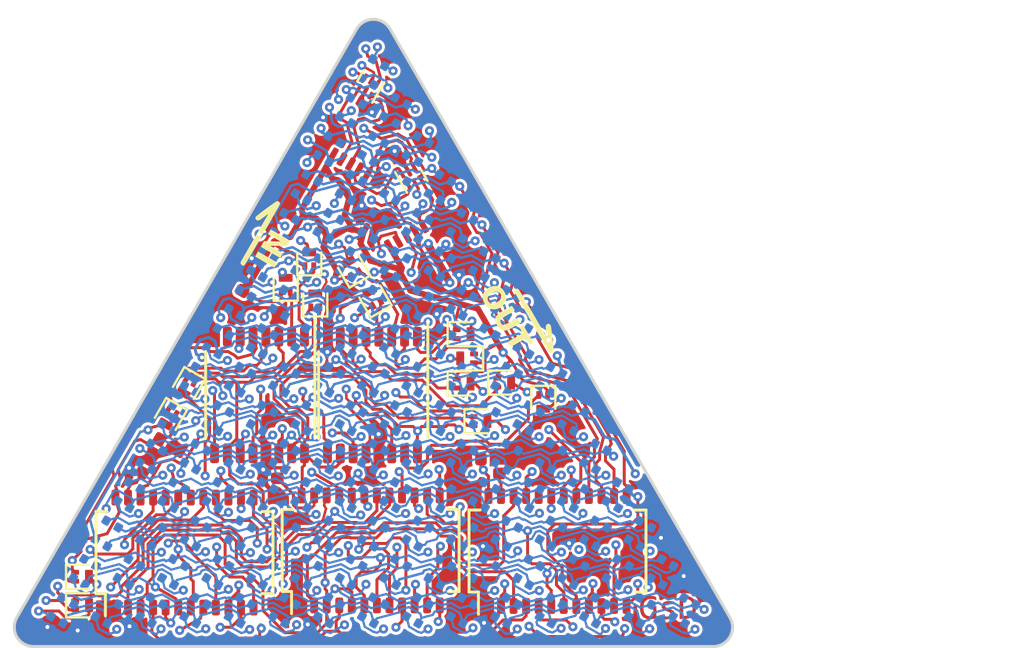
<source format=kicad_pcb>
(kicad_pcb (version 20221018) (generator pcbnew)
  (layers (0 "F.Cu" signal) (1 "In1.Cu" signal) (2 "In2.Cu" signal) (31 "B.Cu" signal) (34 "B.Paste" user) (35 "F.Paste" user) (36 "B.SilkS" user "B.Silkscreen") (37 "F.SilkS" user "F.Silkscreen") (38 "B.Mask" user) (39 "F.Mask" user) (44 "Edge.Cuts" user))
  (net 0 "")
  (net 1 "vcc")
  (net 2 "gnd")
  (net 3 "row_0")
  (net 4 "row_1")
  (net 5 "row_2")
  (net 6 "srow_0")
  (net 7 "srow_1")
  (net 8 "srow_2")
  (net 9 "row_3")
  (net 10 "row_4")
  (net 11 "row_5")
  (net 12 "row_6")
  (net 13 "row_7")
  (net 14 "srow_3")
  (net 15 "srow_4")
  (net 16 "srow_5")
  (net 17 "srow_6")
  (net 18 "srow_7")
  (net 19 "colr_0")
  (net 20 "colb_0")
  (net 21 "colg_0")
  (net 22 "colg_1")
  (net 23 "colb_1")
  (net 24 "colr_1")
  (net 25 "colr_2")
  (net 26 "colb_2")
  (net 27 "colg_2")
  (net 28 "colg_3")
  (net 29 "colb_3")
  (net 30 "colr_3")
  (net 31 "colr_4")
  (net 32 "colb_4")
  (net 33 "colg_4")
  (net 34 "colg_5")
  (net 35 "colb_5")
  (net 36 "colr_5")
  (net 37 "colr_6")
  (net 38 "colb_6")
  (net 39 "colg_6")
  (net 40 "colg_7")
  (net 41 "colb_7")
  (net 42 "colr_7")
  (net 43 "colr_8")
  (net 44 "colb_8")
  (net 45 "colg_8")
  (net 46 "colg_9")
  (net 47 "colb_9")
  (net 48 "colr_9")
  (net 49 "colr_10")
  (net 50 "colb_10")
  (net 51 "colg_10")
  (net 52 "colr_11")
  (net 53 "colb_11")
  (net 54 "colg_11")
  (net 55 "colr_12")
  (net 56 "colb_12")
  (net 57 "colg_12")
  (net 58 "colg_13")
  (net 59 "colb_13")
  (net 60 "colr_13")
  (net 61 "colg_14")
  (net 62 "colb_14")
  (net 63 "colr_14")
  (net 64 "colr_15")
  (net 65 "colb_15")
  (net 66 "colg_15")
  (net 67 "blank")
  (net 68 "latch")
  (net 69 "sclk")
  (net 70 "dat")
  (net 71 "sdo_U3")
  (net 72 "sdo_U1>sdi_U2")
  (net 73 "sdo_U2>sdi_U3")
  (net 74 "dat_out")
  (net 75 "row_8")
  (net 76 "row_9")
  (net 77 "row_10")
  (net 78 "row_11")
  (net 79 "row_12")
  (net 80 "row_13")
  (net 81 "row_14")
  (net 82 "srow_8")
  (net 83 "srow_9")
  (net 84 "srow_10")
  (net 85 "srow_11")
  (net 86 "srow_12")
  (net 87 "srow_13")
  (net 88 "srow_14")
  (net 89 "U1_r_ext")
  (net 90 "U2_r_ext")
  (net 91 "U3_r_ext")
  (net 92 "sdo_U4>sdi_U5")
  (net 93 "dat_i")
  (net 94 "blank_i")
  (net 95 "latch_i")
  (net 96 "sclk_i")
  (footprint "gkl_conn:5034800600" (layer "F.Cu") (at 86.7 96.099999 30)
    (fp_text reference "J2" hide)
    (fp_text value "output" hide)
  )
  (footprint "gkl_conn:5034800600" (layer "F.Cu") (at 83.869205 92.703458 -30)
    (fp_text reference "J1" hide)
    (fp_text value "input" hide)
  )
  (footprint "Package_TO_SOT_SMD:SOT-883" (layer "F.Cu") (at 70.078084 114.890381)
    (fp_text reference "Q15" hide)
    (fp_text value "LP0404N3T5G" hide)
  )
  (footprint "Package_TO_SOT_SMD:SOT-883" (layer "F.Cu") (at 75.374888 103.843954 -120)
    (fp_text reference "Q12" hide)
    (fp_text value "LP0404N3T5G" hide)
  )
  (footprint "Package_TO_SOT_SMD:SOT-883" (layer "F.Cu") (at 80.374564 98.676354 90)
    (fp_text reference "Q11" hide)
    (fp_text value "LP0404N3T5G" hide)
  )
  (footprint "Package_TO_SOT_SMD:SOT-883" (layer "F.Cu") (at 81.567314 97.39045 90)
    (fp_text reference "Q10" hide)
    (fp_text value "LP0404N3T5G" hide)
  )
  (footprint "Package_TO_SOT_SMD:SOT-883" (layer "F.Cu") (at 81.87 99.47 90)
    (fp_text reference "Q9" hide)
    (fp_text value "LP0404N3T5G" hide)
  )
  (footprint "Package_TO_SOT_SMD:SOT-883" (layer "F.Cu") (at 90.225 105.575)
    (fp_text reference "Q8" hide)
    (fp_text value "LP0404N3T5G" hide)
  )
  (footprint "Package_TO_SOT_SMD:SOT-883" (layer "F.Cu") (at 91.425 103.625)
    (fp_text reference "Q7" hide)
    (fp_text value "LP0404N3T5G" hide)
  )
  (footprint "Package_TO_SOT_SMD:SOT-883" (layer "F.Cu") (at 89.375 103.675)
    (fp_text reference "Q6" hide)
    (fp_text value "LP0404N3T5G" hide)
  )
  (footprint "Package_TO_SOT_SMD:SOT-883" (layer "F.Cu") (at 84.8 99.325 120)
    (fp_text reference "Q5" hide)
    (fp_text value "LP0404N3T5G" hide)
  )
  (footprint "Package_TO_SOT_SMD:SOT-883" (layer "F.Cu") (at 83.723647 97.815572 120)
    (fp_text reference "Q4" hide)
    (fp_text value "LP0404N3T5G" hide)
  )
  (footprint "Package_TO_SOT_SMD:SOT-883" (layer "F.Cu") (at 89.55 102.400001 180)
    (fp_text reference "Q3" hide)
    (fp_text value "LP0404N3T5G" hide)
  )
  (footprint "Package_TO_SOT_SMD:SOT-883" (layer "F.Cu") (at 89.375 101.175)
    (fp_text reference "Q2" hide)
    (fp_text value "LP0404N3T5G" hide)
  )
  (footprint "Package_TO_SOT_SMD:SOT-883" (layer "F.Cu") (at 93.400001 104.6 -90)
    (fp_text reference "Q1" hide)
    (fp_text value "LP0404N3T5G" hide)
  )
  (footprint "Resistor_SMD:R_0402_1005Metric" (layer "F.Cu") (at 79.95 108.95 -90)
    (fp_text reference "R2" hide)
    (fp_text value "7.5k" hide)
  )
  (footprint "Resistor_SMD:R_0402_1005Metric" (layer "F.Cu") (at 91.183657 107.734456 90)
    (fp_text reference "R1" hide)
    (fp_text value "2.2k" hide)
  )
  (footprint "Capacitor_SMD:C_0402_1005Metric" (layer "F.Cu") (at 77.94268 99.408501 -120)
    (fp_text reference "C3" hide)
    (fp_text value "100nF" hide)
  )
  (footprint "Capacitor_SMD:C_0402_1005Metric" (layer "F.Cu") (at 89.764523 107.492468 180)
    (fp_text reference "C2" hide)
    (fp_text value "100nF" hide)
  )
  (footprint "gkl_misc:TSSOP-16_slim" (layer "F.Cu") (at 84.761672 104.257661 -90)
    (fp_text reference "U4" hide)
    (fp_text value "74HC595" hide)
  )
  (footprint "gkl_misc:SSOP-24_slim" (layer "F.Cu") (at 75.256065 112.221857 90)
    (fp_text reference "U3" hide)
    (fp_text value "TLC59025" hide)
  )
  (footprint "gkl_misc:SSOP-24_slim" (layer "F.Cu") (at 84.670869 112.114936 90)
    (fp_text reference "U2" hide)
    (fp_text value "TLC59025" hide)
  )
  (footprint "gkl_misc:SSOP-24_slim" (layer "F.Cu") (at 94.122278 112.144615 90)
    (fp_text reference "U1" hide)
    (fp_text value "TLC59025" hide)
  )
  (footprint "Package_TO_SOT_SMD:SOT-883" (layer "F.Cu") (at 74.455359 105.408717 -120)
    (fp_text reference "Q13" hide)
    (fp_text value "LP0404N3T5G" hide)
  )
  (footprint "gkl_misc:TSSOP-16_slim" (layer "F.Cu") (at 79.049846 104.250833 -90)
    (fp_text reference "U5" hide)
    (fp_text value "74HC595" hide)
  )
  (footprint "gsd_logo_small" (layer "F.Cu") (at 99.71 115.09)
    (fp_text reference "G***" hide)
    (fp_text value "LOGO" hide)
  )
  (footprint "in_out" (layer "F.Cu") (at 86.02 98.31 180)
    (fp_text reference "G***" hide)
    (fp_text value "LOGO" hide)
  )
  (footprint "gkl_misc:UDFN-6_1x1mm_P0.35mm" (layer "F.Cu") (at 84.533468 88.65292 60)
    (fp_text reference "U6" hide)
    (fp_text value "NC7WZ17" hide)
  )
  (footprint "gkl_misc:UDFN-6_1x1mm_P0.35mm" (layer "F.Cu") (at 86.732005 93.205054 -60)
    (fp_text reference "U7" hide)
    (fp_text value "NC7WZ17" hide)
  )
  (footprint "Resistor_SMD:R_0402_1005Metric" (layer "F.Cu") (at 73.362715 107.751232 60)
    (fp_text reference "R3" hide)
    (fp_text value "4.12k" hide)
  )
  (footprint "Capacitor_SMD:C_0402_1005Metric" (layer "F.Cu") (at 74.409125 106.738797 -30)
    (fp_text reference "C1" hide)
    (fp_text value "100nF" hide)
  )
  (footprint "Package_TO_SOT_SMD:SOT-883" (layer "F.Cu") (at 70.075215 113.445349)
    (fp_text reference "Q14" hide)
    (fp_text value "LP0404N3T5G" hide)
  )
  (footprint "gkl_led:led_rbag_1515" (layer "B.Cu") (at 97.165846 113.209 60)
    (fp_text reference "D18" hide)
    (fp_text value "LED_ARGB" hide)
  )
  (footprint "gkl_led:led_rbag_1515" (layer "B.Cu") (at 76.942421 101.533 60)
    (fp_text reference "D120" hide)
    (fp_text value "LED_ARGB" hide)
  )
  (footprint "gkl_led:led_rbag_1515" (layer "B.Cu") (at 78.066206 103.478547 60)
    (fp_text reference "D119" hide)
    (fp_text value "LED_ARGB" hide)
  )
  (footprint "gkl_led:led_rbag_1515" (layer "B.Cu") (at 79.189992 105.424093 60)
    (fp_text reference "D118" hide)
    (fp_text value "LED_ARGB" hide)
  )
  (footprint "gkl_led:led_rbag_1515" (layer "B.Cu") (at 80.313777 107.36964 60)
    (fp_text reference "D117" hide)
    (fp_text value "LED_ARGB" hide)
  )
  (footprint "gkl_led:led_rbag_1515" (layer "B.Cu") (at 81.437563 109.315186 60)
    (fp_text reference "D116" hide)
    (fp_text value "LED_ARGB" hide)
  )
  (footprint "gkl_led:led_rbag_1515" (layer "B.Cu") (at 82.561348 111.260733 60)
    (fp_text reference "D115" hide)
    (fp_text value "LED_ARGB" hide)
  )
  (footprint "gkl_led:led_rbag_1515" (layer "B.Cu") (at 84.808919 115.151826 60)
    (fp_text reference "D113" hide)
    (fp_text value "LED_ARGB" hide)
  )
  (footprint "gkl_led:led_rbag_1515" (layer "B.Cu") (at 78.065421 99.587907 60)
    (fp_text reference "D105" hide)
    (fp_text value "LED_ARGB" hide)
  )
  (footprint "gkl_led:led_rbag_1515" (layer "B.Cu") (at 79.189206 101.533453 60)
    (fp_text reference "D104" hide)
    (fp_text value "LED_ARGB" hide)
  )
  (footprint "gkl_led:led_rbag_1515" (layer "B.Cu") (at 81.436777 105.424547 60)
    (fp_text reference "D102" hide)
    (fp_text value "LED_ARGB" hide)
  )
  (footprint "gkl_led:led_rbag_1515" (layer "B.Cu") (at 82.560563 107.370093 60)
    (fp_text reference "D101" hide)
    (fp_text value "LED_ARGB" hide)
  )
  (footprint "gkl_led:led_rbag_1515" (layer "B.Cu") (at 83.684348 109.31564 60)
    (fp_text reference "D100" hide)
    (fp_text value "LED_ARGB" hide)
  )
  (footprint "gkl_led:led_rbag_1515" (layer "B.Cu") (at 84.808134 111.261186 60)
    (fp_text reference "D99" hide)
    (fp_text value "LED_ARGB" hide)
  )
  (footprint "gkl_led:led_rbag_1515" (layer "B.Cu") (at 85.931919 113.206733 60)
    (fp_text reference "D98" hide)
    (fp_text value "LED_ARGB" hide)
  )
  (footprint "gkl_led:led_rbag_1515" (layer "B.Cu") (at 94.91749 105.427267 60)
    (fp_text reference "D6" hide)
    (fp_text value "LED_ARGB" hide)
  )
  (footprint "gkl_led:led_rbag_1515" (layer "B.Cu") (at 93.793704 103.481721 60)
    (fp_text reference "D7" hide)
    (fp_text value "LED_ARGB" hide)
  )
  (footprint "gkl_led:led_rbag_1515" (layer "B.Cu") (at 83.680421 89.862442 60)
    (fp_text reference "D30" hide)
    (fp_text value "LED_ARGB" hide)
  )
  (footprint "gkl_led:led_rbag_1515" (layer "B.Cu") (at 92.669919 101.536174 60)
    (fp_text reference "D8" hide)
    (fp_text value "LED_ARGB" hide)
  )
  (footprint "gkl_led:led_rbag_1515" (layer "B.Cu") (at 87.050992 91.808442 60)
    (fp_text reference "D13" hide)
    (fp_text value "LED_ARGB" hide)
  )
  (footprint "gkl_led:led_rbag_1515" (layer "B.Cu") (at 88.174777 93.753988 60)
    (fp_text reference "D12" hide)
    (fp_text value "LED_ARGB" hide)
  )
  (footprint "gkl_led:led_rbag_1515" (layer "B.Cu") (at 69.081421 115.148651 60)
    (fp_text reference "D225" hide)
    (fp_text value "LED_ARGB" hide)
  )
  (footprint "gkl_led:led_rbag_1515" (layer "B.Cu") (at 70.204421 113.203558 60)
    (fp_text reference "D210" hide)
    (fp_text value "LED_ARGB" hide)
  )
  (footprint "gkl_led:led_rbag_1515" (layer "B.Cu") (at 71.328206 115.149105 60)
    (fp_text reference "D209" hide)
    (fp_text value "LED_ARGB" hide)
  )
  (footprint "gkl_led:led_rbag_1515" (layer "B.Cu") (at 71.327421 111.258465 60)
    (fp_text reference "D195" hide)
    (fp_text value "LED_ARGB" hide)
  )
  (footprint "gkl_led:led_rbag_1515" (layer "B.Cu") (at 72.451206 113.204012 60)
    (fp_text reference "D194" hide)
    (fp_text value "LED_ARGB" hide)
  )
  (footprint "gkl_led:led_rbag_1515" (layer "B.Cu") (at 73.574992 115.149558 60)
    (fp_text reference "D193" hide)
    (fp_text value "LED_ARGB" hide)
  )
  (footprint "gkl_led:led_rbag_1515" (layer "B.Cu") (at 72.450421 109.313372 60)
    (fp_text reference "D180" hide)
    (fp_text value "LED_ARGB" hide)
  )
  (footprint "gkl_led:led_rbag_1515" (layer "B.Cu") (at 73.574206 111.258919 60)
    (fp_text reference "D179" hide)
    (fp_text value "LED_ARGB" hide)
  )
  (footprint "gkl_led:led_rbag_1515" (layer "B.Cu") (at 74.697992 113.204465 60)
    (fp_text reference "D178" hide)
    (fp_text value "LED_ARGB" hide)
  )
  (footprint "gkl_led:led_rbag_1515" (layer "B.Cu") (at 75.821777 115.150012 60)
    (fp_text reference "D177" hide)
    (fp_text value "LED_ARGB" hide)
  )
  (footprint "gkl_led:led_rbag_1515" (layer "B.Cu") (at 73.573421 107.368279 60)
    (fp_text reference "D165" hide)
    (fp_text value "LED_ARGB" hide)
  )
  (footprint "gkl_led:led_rbag_1515" (layer "B.Cu") (at 74.697206 109.313826 60)
    (fp_text reference "D164" hide)
    (fp_text value "LED_ARGB" hide)
  )
  (footprint "gkl_led:led_rbag_1515" (layer "B.Cu") (at 75.820992 111.259372 60)
    (fp_text reference "D163" hide)
    (fp_text value "LED_ARGB" hide)
  )
  (footprint "gkl_led:led_rbag_1515" (layer "B.Cu") (at 76.944777 113.204919 60)
    (fp_text reference "D162" hide)
    (fp_text value "LED_ARGB" hide)
  )
  (footprint "gkl_led:led_rbag_1515" (layer "B.Cu") (at 78.068563 115.150465 60)
    (fp_text reference "D161" hide)
    (fp_text value "LED_ARGB" hide)
  )
  (footprint "gkl_led:led_rbag_1515" (layer "B.Cu") (at 74.696421 105.423186 60)
    (fp_text reference "D150" hide)
    (fp_text value "LED_ARGB" hide)
  )
  (footprint "gkl_led:led_rbag_1515" (layer "B.Cu") (at 75.820206 107.368734 60)
    (fp_text reference "D149" hide)
    (fp_text value "LED_ARGB" hide)
  )
  (footprint "gkl_led:led_rbag_1515" (layer "B.Cu") (at 76.943992 109.314279 60)
    (fp_text reference "D148" hide)
    (fp_text value "LED_ARGB" hide)
  )
  (footprint "gkl_led:led_rbag_1515" (layer "B.Cu") (at 78.067777 111.259826 60)
    (fp_text reference "D147" hide)
    (fp_text value "LED_ARGB" hide)
  )
  (footprint "gkl_led:led_rbag_1515" (layer "B.Cu") (at 79.191563 113.205372 60)
    (fp_text reference "D146" hide)
    (fp_text value "LED_ARGB" hide)
  )
  (footprint "gkl_led:led_rbag_1515" (layer "B.Cu") (at 80.315348 115.150919 60)
    (fp_text reference "D145" hide)
    (fp_text value "LED_ARGB" hide)
  )
  (footprint "gkl_led:led_rbag_1515" (layer "B.Cu") (at 75.819421 103.478093 60)
    (fp_text reference "D135" hide)
    (fp_text value "LED_ARGB" hide)
  )
  (footprint "gkl_led:led_rbag_1515" (layer "B.Cu") (at 76.943206 105.42364 60)
    (fp_text reference "D134" hide)
    (fp_text value "LED_ARGB" hide)
  )
  (footprint "gkl_led:led_rbag_1515" (layer "B.Cu") (at 78.066992 107.369186 60)
    (fp_text reference "D133" hide)
    (fp_text value "LED_ARGB" hide)
  )
  (footprint "gkl_led:led_rbag_1515" (layer "B.Cu") (at 79.190777 109.314733 60)
    (fp_text reference "D132" hide)
    (fp_text value "LED_ARGB" hide)
  )
  (footprint "gkl_led:led_rbag_1515" (layer "B.Cu") (at 80.314563 111.260279 60)
    (fp_text reference "D131" hide)
    (fp_text value "LED_ARGB" hide)
  )
  (footprint "gkl_led:led_rbag_1515" (layer "B.Cu") (at 81.438348 113.205826 60)
    (fp_text reference "D130" hide)
    (fp_text value "LED_ARGB" hide)
  )
  (footprint "gkl_led:led_rbag_1515" (layer "B.Cu") (at 82.562134 115.151372 60)
    (fp_text reference "D129" hide)
    (fp_text value "LED_ARGB" hide)
  )
  (footprint "gkl_led:led_rbag_1515" (layer "B.Cu") (at 84.803421 87.917349 60)
    (fp_text reference "D15" hide)
    (fp_text value "LED_ARGB" hide)
  )
  (footprint "gkl_led:led_rbag_1515" (layer "B.Cu") (at 81.434421 93.752628 60)
    (fp_text reference "D60" hide)
    (fp_text value "LED_ARGB" hide)
  )
  (footprint "gkl_led:led_rbag_1515" (layer "B.Cu") (at 90.423134 101.535721 60)
    (fp_text reference "D24" hide)
    (fp_text value "LED_ARGB" hide)
  )
  (footprint "gkl_led:led_rbag_1515" (layer "B.Cu") (at 93.795275 111.263 60)
    (fp_text reference "D35" hide)
    (fp_text value "LED_ARGB" hide)
  )
  (footprint "gkl_led:led_rbag_1515" (layer "B.Cu") (at 88.175563 97.644628 60)
    (fp_text reference "D26" hide)
    (fp_text value "LED_ARGB" hide)
  )
  (footprint "gkl_led:led_rbag_1515" (layer "B.Cu") (at 90.42549 113.20764 60)
    (fp_text reference "D66" hide)
    (fp_text value "LED_ARGB" hide)
  )
  (footprint "gkl_led:led_rbag_1515" (layer "B.Cu") (at 90.422348 97.645081 60)
    (fp_text reference "D10" hide)
    (fp_text value "LED_ARGB" hide)
  )
  (footprint "gkl_led:led_rbag_1515" (layer "B.Cu") (at 85.930348 105.425453 60)
    (fp_text reference "D70" hide)
    (fp_text value "LED_ARGB" hide)
  )
  (footprint "gkl_led:led_rbag_1515" (layer "B.Cu") (at 96.042061 111.263453 60)
    (fp_text reference "D19" hide)
    (fp_text value "LED_ARGB" hide)
  )
  (footprint "gkl_led:led_rbag_1515" (layer "B.Cu") (at 80.311421 95.697721 60)
    (fp_text reference "D75" hide)
    (fp_text value "LED_ARGB" hide)
  )
  (footprint "gkl_led:led_rbag_1515" (layer "B.Cu") (at 90.424704 109.317 60)
    (fp_text reference "D52" hide)
    (fp_text value "LED_ARGB" hide)
  )
  (footprint "gkl_led:led_rbag_1515" (layer "B.Cu") (at 92.67149 109.317453 60)
    (fp_text reference "D36" hide)
    (fp_text value "LED_ARGB" hide)
  )
  (footprint "gkl_led:led_rbag_1515" (layer "B.Cu") (at 89.300919 107.371453 60)
    (fp_text reference "D53" hide)
    (fp_text value "LED_ARGB" hide)
  )
  (footprint "gkl_led:led_rbag_1515" (layer "B.Cu") (at 96.042846 115.154093 60)
    (fp_text reference "D33" hide)
    (fp_text value "LED_ARGB" hide)
  )
  (footprint "gkl_led:led_rbag_1515" (layer "B.Cu") (at 83.682777 101.53436 60)
    (fp_text reference "D72" hide)
    (fp_text value "LED_ARGB" hide)
  )
  (footprint "gkl_led:led_rbag_1515" (layer "B.Cu") (at 82.559778 103.479453 60)
    (fp_text reference "D87" hide)
    (fp_text value "LED_ARGB" hide)
  )
  (footprint "gkl_led:led_rbag_1515" (layer "B.Cu") (at 83.681206 93.753081 60)
    (fp_text reference "D44" hide)
    (fp_text value "LED_ARGB" hide)
  )
  (footprint "gkl_led:led_rbag_1515" (layer "B.Cu") (at 85.928777 97.644174 60)
    (fp_text reference "D42" hide)
    (fp_text value "LED_ARGB" hide)
  )
  (footprint "gkl_led:led_rbag_1515" (layer "B.Cu") (at 91.547704 107.371907 60)
    (fp_text reference "D37" hide)
    (fp_text value "LED_ARGB" hide)
  )
  (footprint "gkl_led:led_rbag_1515" (layer "B.Cu") (at 88.177134 105.425907 60)
    (fp_text reference "D54" hide)
    (fp_text value "LED_ARGB" hide)
  )
  (footprint "gkl_led:led_rbag_1515" (layer "B.Cu") (at 92.670704 105.426814 60)
    (fp_text reference "D22" hide)
    (fp_text value "LED_ARGB" hide)
  )
  (footprint "gkl_led:led_rbag_1515" (layer "B.Cu") (at 94.91906 113.208547 60)
    (fp_text reference "D34" hide)
    (fp_text value "LED_ARGB" hide)
  )
  (footprint "gkl_led:led_rbag_1515" (layer "B.Cu") (at 80.312206 99.58836 60)
    (fp_text reference "D89" hide)
    (fp_text value "LED_ARGB" hide)
  )
  (footprint "gkl_led:led_rbag_1515" (layer "B.Cu") (at 81.435992 101.533907 60)
    (fp_text reference "D88" hide)
    (fp_text value "LED_ARGB" hide)
  )
  (footprint "gkl_led:led_rbag_1515" (layer "B.Cu") (at 91.549275 115.153186 60)
    (fp_text reference "D65" hide)
    (fp_text value "LED_ARGB" hide)
  )
  (footprint "gkl_led:led_rbag_1515" (layer "B.Cu") (at 91.546134 99.590628 60)
    (fp_text reference "D9" hide)
    (fp_text value "LED_ARGB" hide)
  )
  (footprint "gkl_led:led_rbag_1515" (layer "B.Cu") (at 87.053348 103.48036 60)
    (fp_text reference "D55" hide)
    (fp_text value "LED_ARGB" hide)
  )
  (footprint "gkl_led:led_rbag_1515" (layer "B.Cu") (at 90.423919 105.42636 60)
    (fp_text reference "D38" hide)
    (fp_text value "LED_ARGB" hide)
  )
  (footprint "gkl_led:led_rbag_1515" (layer "B.Cu") (at 83.685134 113.206279 60)
    (fp_text reference "D114" hide)
    (fp_text value "LED_ARGB" hide)
  )
  (footprint "gkl_led:led_rbag_1515" (layer "B.Cu") (at 83.683563 105.425 60)
    (fp_text reference "D86" hide)
    (fp_text value "LED_ARGB" hide)
  )
  (footprint "gkl_led:led_rbag_1515" (layer "B.Cu") (at 84.806563 103.479907 60)
    (fp_text reference "D71" hide)
    (fp_text value "LED_ARGB" hide)
  )
  (footprint "gkl_led:led_rbag_1515" (layer "B.Cu") (at 89.300134 103.480814 60)
    (fp_text reference "D39" hide)
    (fp_text value "LED_ARGB" hide)
  )
  (footprint "gkl_led:led_rbag_1515" (layer "B.Cu") (at 84.804206 91.807988 60)
    (fp_text reference "D29" hide)
    (fp_text value "LED_ARGB" hide)
  )
  (footprint "gkl_led:led_rbag_1515" (layer "B.Cu") (at 84.807348 107.370547 60)
    (fp_text reference "D85" hide)
    (fp_text value "LED_ARGB" hide)
  )
  (footprint "gkl_led:led_rbag_1515" (layer "B.Cu") (at 85.931134 109.316093 60)
    (fp_text reference "D84" hide)
    (fp_text value "LED_ARGB" hide)
  )
  (footprint "gkl_led:led_rbag_1515" (layer "B.Cu") (at 89.301704 111.262093 60)
    (fp_text reference "D67" hide)
    (fp_text value "LED_ARGB" hide)
  )
  (footprint "gkl_led:led_rbag_1515" (layer "B.Cu") (at 94.918275 109.317907 60)
    (fp_text reference "D20" hide)
    (fp_text value "LED_ARGB" hide)
  )
  (footprint "gkl_led:led_rbag_1515" (layer "B.Cu") (at 89.30249 115.152733 60)
    (fp_text reference "D81" hide)
    (fp_text value "LED_ARGB" hide)
  )
  (footprint "gkl_led:led_rbag_1515" (layer "B.Cu") (at 85.927206 89.862895 60)
    (fp_text reference "D14" hide)
    (fp_text value "LED_ARGB" hide)
  )
  (footprint "gkl_led:led_rbag_1515" (layer "B.Cu") (at 82.558992 99.588814 60)
    (fp_text reference "D73" hide)
    (fp_text value "LED_ARGB" hide)
  )
  (footprint "gkl_led:led_rbag_1515" (layer "B.Cu") (at 89.298563 95.699535 60)
    (fp_text reference "D11" hide)
    (fp_text value "LED_ARGB" hide)
  )
  (footprint "gkl_led:led_rbag_1515" (layer "B.Cu") (at 84.804992 95.698628 60)
    (fp_text reference "D43" hide)
    (fp_text value "LED_ARGB" hide)
  )
  (footprint "gkl_led:led_rbag_1515" (layer "B.Cu") (at 87.055704 115.152279 60)
    (fp_text reference "D97" hide)
    (fp_text value "LED_ARGB" hide)
  )
  (footprint "gkl_led:led_rbag_1515" (layer "B.Cu") (at 80.312992 103.479 60)
    (fp_text reference "D103" hide)
    (fp_text value "LED_ARGB" hide)
  )
  (footprint "gkl_led:led_rbag_1515" (layer "B.Cu") (at 85.929563 101.534814 60)
    (fp_text reference "D56" hide)
    (fp_text value "LED_ARGB" hide)
  )
  (footprint "gkl_led:led_rbag_1515" (layer "B.Cu") (at 91.54849 111.262547 60)
    (fp_text reference "D51" hide)
    (fp_text value "LED_ARGB" hide)
  )
  (footprint "gkl_led:led_rbag_1515" (layer "B.Cu") (at 84.805777 99.589267 60)
    (fp_text reference "D57" hide)
    (fp_text value "LED_ARGB" hide)
  )
  (footprint "gkl_led:led_rbag_1515" (layer "B.Cu") (at 88.176348 101.535267 60)
    (fp_text reference "D40" hide)
    (fp_text value "LED_ARGB" hide)
  )
  (footprint "gkl_led:led_rbag_1515" (layer "B.Cu") (at 93.79449 107.37236 60)
    (fp_text reference "D21" hide)
    (fp_text value "LED_ARGB" hide)
  )
  (footprint "gkl_led:led_rbag_1515" (layer "B.Cu") (at 93.796061 115.15364 60)
    (fp_text reference "D49" hide)
    (fp_text value "LED_ARGB" hide)
  )
  (footprint "gkl_led:led_rbag_1515" (layer "B.Cu") (at 91.546919 103.481267 60)
    (fp_text reference "D23" hide)
    (fp_text value "LED_ARGB" hide)
  )
  (footprint "gkl_led:led_rbag_1515" (layer "B.Cu") (at 85.927992 93.753535 60)
    (fp_text reference "D28" hide)
    (fp_text value "LED_ARGB" hide)
  )
  (footprint "gkl_led:led_rbag_1515" (layer "B.Cu") (at 87.051777 95.699081 60)
    (fp_text reference "D27" hide)
    (fp_text value "LED_ARGB" hide)
  )
  (footprint "gkl_led:led_rbag_1515" (layer "B.Cu") (at 87.054919 111.26164 60)
    (fp_text reference "D83" hide)
    (fp_text value "LED_ARGB" hide)
  )
  (footprint "gkl_led:led_rbag_1515" (layer "B.Cu") (at 89.299348 99.590174 60)
    (fp_text reference "D25" hide)
    (fp_text value "LED_ARGB" hide)
  )
  (footprint "gkl_led:led_rbag_1515" (layer "B.Cu") (at 88.177919 109.316547 60)
    (fp_text reference "D68" hide)
    (fp_text value "LED_ARGB" hide)
  )
  (footprint "gkl_led:led_rbag_1515" (layer "B.Cu") (at 82.557421 91.807535 60)
    (fp_text reference "D45" hide)
    (fp_text value "LED_ARGB" hide)
  )
  (footprint "gkl_led:led_rbag_1515" (layer "B.Cu") (at 83.681992 97.643721 60)
    (fp_text reference "D58" hide)
    (fp_text value "LED_ARGB" hide)
  )
  (footprint "gkl_led:led_rbag_1515" (layer "B.Cu") (at 87.052563 99.589721 60)
    (fp_text reference "D41" hide)
    (fp_text value "LED_ARGB" hide)
  )
  (footprint "gkl_led:led_rbag_1515" (layer "B.Cu") (at 81.435206 97.643267 60)
    (fp_text reference "D74" hide)
    (fp_text value "LED_ARGB" hide)
  )
  (footprint "gkl_led:led_rbag_1515" (layer "B.Cu") (at 87.054134 107.371 60)
    (fp_text reference "D69" hide)
    (fp_text value "LED_ARGB" hide)
  )
  (footprint "gkl_led:led_rbag_1515" (layer "B.Cu") (at 88.178704 113.207186 60)
    (fp_text reference "D82" hide)
    (fp_text value "LED_ARGB" hide)
  )
  (footprint "gkl_led:led_rbag_1515" (layer "B.Cu") (at 82.558206 95.698174 60)
    (fp_text reference "D59" hide)
    (fp_text value "LED_ARGB" hide)
  )
  (footprint "gkl_led:led_rbag_1515" (layer "B.Cu") (at 92.672275 113.208093 60)
    (fp_text reference "D50" hide)
    (fp_text value "LED_ARGB" hide)
  )
  (footprint "gkl_led:led_rbag_1515" (layer "B.Cu") (at 79.188421 97.642814 60)
    (fp_text reference "D90" hide)
    (fp_text value "LED_ARGB" hide)
  )
  (footprint "gkl_led:led_rbag_1515" (layer "B.Cu") (at 98.288846 111.263907 60)
    (fp_text reference "D3" hide)
    (fp_text value "LED_ARGB" hide)
  )
  (footprint "gkl_led:led_rbag_1515" (layer "B.Cu") (at 98.289632 115.154547 60)
    (fp_text reference "D17" hide)
    (fp_text value "LED_ARGB" hide)
  )
  (footprint "gkl_led:led_rbag_1515" (layer "B.Cu") (at 99.412632 113.209453 60)
    (fp_text reference "D2" hide)
    (fp_text value "LED_ARGB" hide)
  )
  (footprint "gkl_led:led_rbag_1515" (layer "B.Cu") (at 100.536417 115.155 60)
    (fp_text reference "D1" hide)
    (fp_text value "LED_ARGB" hide)
  )
  (footprint "gkl_led:led_rbag_1515" (layer "B.Cu") (at 96.041275 107.372814 60)
    (fp_text reference "D5" hide)
    (fp_text value "LED_ARGB" hide)
  )
  (footprint "gkl_led:led_rbag_1515" (layer "B.Cu") (at 97.165061 109.31836 60)
    (fp_text reference "D4" hide)
    (fp_text value "LED_ARGB" hide)
  )
  (gr_line (start 66.774976 115.511532) (end 83.964464 85.738467) (stroke (width 0.15)) (layer "Edge.Cuts"))
  (gr_line (start 102 116.975) (end 67.619349 116.974032) (stroke (width 0.15)) (layer "Edge.Cuts"))
  (gr_arc (start 67.61935 116.974031) (mid 66.774976 116.486531) (end 66.774976 115.511532) (stroke (width 0.15)) (layer "Edge.Cuts"))
  (gr_arc (start 83.964464 85.738468) (mid 84.808838 85.250968) (end 85.653212 85.738467) (stroke (width 0.15)) (layer "Edge.Cuts"))
  (gr_arc (start 102.844375 115.5125) (mid 102.844375 116.4875) (end 102 116.975) (stroke (width 0.15)) (layer "Edge.Cuts"))
  (gr_line (start 85.653212 85.738467) (end 102.844375 115.5125) (stroke (width 0.15)) (layer "Edge.Cuts"))
  (segment (start 80.529856 96.990987) (end 80.441734 97.0146) (width 0.15) (layer "F.Cu") (net 1))
  (segment (start 81.342314 97.74045) (end 80.984849 97.534068) (width 0.15) (layer "F.Cu") (net 1))
  (segment (start 90.629778 109.364615) (end 90.629778 108.356409) (width 0.15) (layer "F.Cu") (net 1))
  (segment (start 87.036672 106.063328) (end 87.036672 107.207661) (width 0.15) (layer "F.Cu") (net 1))
  (segment (start 89.186091 105.980882) (end 89.142975 105.992435) (width 0.15) (layer "F.Cu") (net 1))
  (segment (start 87.25 105.85) (end 87.036672 106.063328) (width 0.15) (layer "F.Cu") (net 1))
  (segment (start 90.629778 108.356409) (end 90.314042 108.040673) (width 0.15) (layer "F.Cu") (net 1))
  (segment (start 80.984849 97.534068) (end 80.895969 97.202362) (width 0.15) (layer "F.Cu") (net 1))
  (segment (start 80.895969 97.202362) (end 80.529856 96.990987) (width 0.15) (layer "F.Cu") (net 1))
  (segment (start 82.905467 98.341068) (end 82.846035 98.444007) (width 0.15) (layer "F.Cu") (net 1))
  (segment (start 90.456294 102.018706) (end 91.059485 101.670453) (width 0.15) (layer "F.Cu") (net 1))
  (segment (start 90.456294 102.568706) (end 90.456294 102.018706) (width 0.15) (layer "F.Cu") (net 1))
  (segment (start 91.059485 101.670453) (end 91.079341 101.596347) (width 0.15) (layer "F.Cu") (net 1))
  (segment (start 91.079341 101.596347) (end 91.373776 102.106322) (width 0.15) (layer "F.Cu") (net 1))
  (segment (start 89.186206 99.645857) (end 90.0936 99.888993) (width 0.3) (layer "F.Cu") (net 1))
  (segment (start 89.025 100.95) (end 88.896431 100.727312) (width 0.15) (layer "F.Cu") (net 1))
  (segment (start 88.896431 100.727312) (end 89.186206 99.645857) (width 0.15) (layer "F.Cu") (net 1))
  (segment (start 90.0936 99.888993) (end 91.373776 102.106322) (width 0.3) (layer "F.Cu") (net 1))
  (segment (start 80.441734 97.0146) (end 80.243293 96.90003) (width 0.15) (layer "F.Cu") (net 1))
  (segment (start 79.660263 96.693559) (end 78.560263 98.598815) (width 0.3) (layer "F.Cu") (net 1))
  (segment (start 80.441734 97.0146) (end 79.814223 96.652306) (width 0.15) (layer "F.Cu") (net 1))
  (segment (start 79.814223 96.652306) (end 79.660263 96.693559) (width 0.15) (layer "F.Cu") (net 1))
  (segment (start 78.560263 98.598815) (end 78.38268 98.646398) (width 0.3) (layer "F.Cu") (net 1))
  (segment (start 78.38268 98.646398) (end 78.18518 98.988478) (width 0.3) (layer "F.Cu") (net 1))
  (segment (start 80.149564 99.400436) (end 80.018057 99.531943) (width 0.15) (layer "F.Cu") (net 1))
  (segment (start 80.149564 99.026354) (end 80.149564 99.400436) (width 0.15) (layer "F.Cu") (net 1))
  (segment (start 80.018057 99.531943) (end 79.126489 99.531943) (width 0.15) (layer "F.Cu") (net 1))
  (segment (start 79.126489 99.531943) (end 78.18518 98.988478) (width 0.15) (layer "F.Cu") (net 1))
  (segment (start 70.026366 112.019959) (end 70.301366 111.543645) (width 0.15) (layer "F.Cu") (net 1))
  (segment (start 70.301366 111.543645) (end 71.339545 111.265465) (width 0.15) (layer "F.Cu") (net 1))
  (segment (start 71.9629 110.185784) (end 71.763564 109.441856) (width 0.15) (layer "F.Cu") (net 1))
  (segment (start 71.339545 111.265465) (end 71.9629 110.185784) (width 0.15) (layer "F.Cu") (net 1))
  (segment (start 81.539779 100.291122) (end 81.542319 100.292589) (width 0.15) (layer "F.Cu") (net 1))
  (segment (start 81.645 99.82) (end 81.486912 100.093818) (width 0.15) (layer "F.Cu") (net 1))
  (segment (start 81.486912 100.093818) (end 81.539779 100.291122) (width 0.15) (layer "F.Cu") (net 1))
  (segment (start 85.797793 104.163045) (end 85.827619 104.133219) (width 0.15) (layer "F.Cu") (net 1))
  (segment (start 90.456294 102.943706) (end 90.456294 102.568706) (width 0.15) (layer "F.Cu") (net 1))
  (segment (start 89.9 102.625) (end 90.4 102.625) (width 0.15) (layer "F.Cu") (net 1))
  (segment (start 90.4 102.625) (end 90.456294 102.568706) (width 0.15) (layer "F.Cu") (net 1))
  (segment (start 90.324999 103.075) (end 90.456294 102.943706) (width 0.15) (layer "F.Cu") (net 1))
  (segment (start 89.025 103.224999) (end 89.175 103.075) (width 0.15) (layer "F.Cu") (net 1))
  (segment (start 89.175 103.075) (end 90.324999 103.075) (width 0.15) (layer "F.Cu") (net 1))
  (segment (start 89.025 103.45) (end 89.025 103.224999) (width 0.15) (layer "F.Cu") (net 1))
  (segment (start 91.7 102.55) (end 91.7 102.432546) (width 0.15) (layer "F.Cu") (net 1))
  (segment (start 91.075 103.175) (end 91.7 102.55) (width 0.15) (layer "F.Cu") (net 1))
  (segment (start 91.075 103.4) (end 91.075 103.175) (width 0.15) (layer "F.Cu") (net 1))
  (segment (start 88.475 105.85) (end 87.25 105.85) (width 0.15) (layer "F.Cu") (net 1))
  (segment (start 88.475 105.85) (end 88.562564 105.762436) (width 0.15) (layer "F.Cu") (net 1))
  (segment (start 88.562564 105.762436) (end 88.912976 105.762437) (width 0.15) (layer "F.Cu") (net 1))
  (segment (start 88.912976 105.762437) (end 89.142975 105.992435) (width 0.15) (layer "F.Cu") (net 1))
  (segment (start 91.621227 102.353773) (end 91.373776 102.106322) (width 0.15) (layer "F.Cu") (net 1))
  (segment (start 91.7 102.432546) (end 91.621227 102.353773) (width 0.15) (layer "F.Cu") (net 1))
  (segment (start 91.349999 102.082546) (end 91.373776 102.106322) (width 0.15) (layer "F.Cu") (net 1))
  (segment (start 91.349999 102.05) (end 91.349999 102.082546) (width 0.15) (layer "F.Cu") (net 1))
  (segment (start 90.249522 107.492468) (end 90.249523 107.976154) (width 0.15) (layer "F.Cu") (net 1))
  (segment (start 90.249523 107.976154) (end 90.314042 108.040673) (width 0.15) (layer "F.Cu") (net 1))
  (segment (start 80.618539 96.253777) (end 81.253539 95.153925) (width 0.3) (layer "F.Cu") (net 1))
  (segment (start 83.776459 95.875223) (end 83.73391 95.899788) (width 0.3) (layer "F.Cu") (net 1))
  (segment (start 77.28 110.96) (end 77.152665 110.832665) (width 0.15) (layer "F.Cu") (net 1))
  (segment (start 89.875 105.35) (end 89.574999 105.35) (width 0.15) (layer "F.Cu") (net 1))
  (segment (start 80.97 104.89) (end 80.6 104.89) (width 0.15) (layer "F.Cu") (net 1))
  (segment (start 77.93138 103.60862) (end 77.9 103.64) (width 0.15) (layer "F.Cu") (net 1))
  (segment (start 82.705889 96.262347) (end 82.433181 96.189276) (width 0.3) (layer "F.Cu") (net 1))
  (segment (start 82.278845 96.765267) (end 82.433181 96.189276) (width 0.3) (layer "F.Cu") (net 1))
  (segment (start 69.58 113.075134) (end 69.725215 113.220349) (width 0.15) (layer "F.Cu") (net 1))
  (segment (start 84.657913 97.460706) (end 84.156941 96.592997) (width 0.3) (layer "F.Cu") (net 1))
  (segment (start 81.491609 106.43407) (end 81.491609 105.411609) (width 0.15) (layer "F.Cu") (net 1))
  (segment (start 83.460671 95.826574) (end 82.705889 96.262347) (width 0.3) (layer "F.Cu") (net 1))
  (segment (start 87.044976 94.043082) (end 87.0048 94.112669) (width 0.15) (layer "F.Cu") (net 1))
  (segment (start 84.43 104.62) (end 84.781611 104.97161) (width 0.15) (layer "F.Cu") (net 1))
  (segment (start 86.820001 105.845001) (end 87.05 106.075) (width 0.15) (layer "F.Cu") (net 1))
  (segment (start 82.973474 97.9684) (end 82.94219 97.914214) (width 0.3) (layer "F.Cu") (net 1))
  (segment (start 69.58 112.62) (end 69.58 113.075134) (width 0.15) (layer "F.Cu") (net 1))
  (segment (start 71.773244 108.854277) (end 72.010744 108.442915) (width 0.15) (layer "F.Cu") (net 1))
  (segment (start 82.846035 98.444007) (end 82.866157 98.455625) (width 0.15) (layer "F.Cu") (net 1))
  (segment (start 77.58 110.96) (end 77.28 110.96) (width 0.15) (layer "F.Cu") (net 1))
  (segment (start 83.856998 100.345086) (end 84.338326 100.067191) (width 0.15) (layer "F.Cu") (net 1))
  (segment (start 69.683033 114.363771) (end 69.654826 114.391978) (width 0.15) (layer "F.Cu") (net 1))
  (segment (start 74.022164 110.832665) (end 73.161914 111.692915) (width 0.15) (layer "F.Cu") (net 1))
  (segment (start 77.424846 107.800833) (end 77.54 107.915987) (width 0.15) (layer "F.Cu") (net 1))
  (segment (start 93.625 104.025) (end 93.391481 103.791481) (width 0.15) (layer "F.Cu") (net 1))
  (segment (start 84.156941 96.592997) (end 84.310897 96.018425) (width 0.3) (layer "F.Cu") (net 1))
  (segment (start 72.742077 106.584467) (end 73.030898 106.507078) (width 0.15) (layer "F.Cu") (net 1))
  (segment (start 79.849992 111.029992) (end 79.849992 112.252393) (width 0.15) (layer "F.Cu") (net 1))
  (segment (start 83.72 103.310001) (end 84.43 104.02) (width 0.15) (layer "F.Cu") (net 1))
  (segment (start 84.36099 99.982607) (end 84.338326 100.067191) (width 0.15) (layer "F.Cu") (net 1))
  (segment (start 83.73391 95.899788) (end 83.460671 95.826574) (width 0.3) (layer "F.Cu") (net 1))
  (segment (start 72.07 114.18) (end 71.837453 114.412547) (width 0.15) (layer "F.Cu") (net 1))
  (segment (start 68.845745 113.924855) (end 68.845745 114.250124) (width 0.15) (layer "F.Cu") (net 1))
  (segment (start 85.125456 97.613437) (end 85.106706 97.580959) (width 0.3) (layer "F.Cu") (net 1))
  (segment (start 70.910005 114.412547) (end 70.861229 114.363771) (width 0.15) (layer "F.Cu") (net 1))
  (segment (start 71.837453 114.412547) (end 70.910005 114.412547) (width 0.15) (layer "F.Cu") (net 1))
  (segment (start 75.961864 103.436225) (end 76.818985 103.436225) (width 0.15) (layer "F.Cu") (net 1))
  (segment (start 80.129999 103.78) (end 80.6 103.310001) (width 0.15) (layer "F.Cu") (net 1))
  (segment (start 83.57961 94.314949) (end 83.04961 93.396962) (width 0.3) (layer "F.Cu") (net 1))
  (segment (start 82.734225 93.312455) (end 82.404225 92.740878) (width 0.3) (layer "F.Cu") (net 1))
  (segment (start 68.987599 114.391978) (end 69.654826 114.391978) (width 0.15) (layer "F.Cu") (net 1))
  (segment (start 85.617469 96.724999) (end 86.253129 97.825996) (width 0.3) (layer "F.Cu") (net 1))
  (segment (start 68.845745 114.250124) (end 68.987599 114.391978) (width 0.15) (layer "F.Cu") (net 1))
  (segment (start 79.24 109.14) (end 79.24 110.42) (width 0.15) (layer "F.Cu") (net 1))
  (segment (start 92.357894 103.514533) (end 91.778574 102.511121) (width 0.15) (layer "F.Cu") (net 1))
  (segment (start 73.161913 112.838085) (end 72.07 113.929999) (width 0.15) (layer "F.Cu") (net 1))
  (segment (start 70.026366 112.019959) (end 70.026366 112.173634) (width 0.15) (layer "F.Cu") (net 1))
  (segment (start 78.407925 112.685167) (end 78.13161 112.408851) (width 0.15) (layer "F.Cu") (net 1))
  (segment (start 82.91303 107.896971) (end 83.136672 107.673329) (width 0.15) (layer "F.Cu") (net 1))
  (segment (start 79.80583 103.35) (end 78.8 103.35) (width 0.15) (layer "F.Cu") (net 1))
  (segment (start 74.935612 105.630115) (end 74.517222 106.354788) (width 0.15) (layer "F.Cu") (net 1))
  (segment (start 76.99138 103.60862) (end 77.93138 103.60862) (width 0.15) (layer "F.Cu") (net 1))
  (segment (start 70.026366 112.173634) (end 69.58 112.62) (width 0.15) (layer "F.Cu") (net 1))
  (segment (start 81.324846 107.200833) (end 82.020984 107.896971) (width 0.15) (layer "F.Cu") (net 1))
  (segment (start 84.820458 87.929023) (end 84.511491 87.750641) (width 0.127) (layer "F.Cu") (net 1))
  (segment (start 89.574999 105.35) (end 89.285738 105.060738) (width 0.15) (layer "F.Cu") (net 1))
  (segment (start 82.433181 96.189276) (end 81.941913 95.338374) (width 0.3) (layer "F.Cu") (net 1))
  (segment (start 81.178369 109.334936) (end 81.178369 108.834936) (width 0.15) (layer "F.Cu") (net 1))
  (segment (start 82.404225 92.740878) (end 82.786673 92.078457) (width 0.3) (layer "F.Cu") (net 1))
  (segment (start 83.776459 95.875223) (end 83.356459 95.147761) (width 0.3) (layer "F.Cu") (net 1))
  (segment (start 89.285738 105.060738) (end 87.459263 105.060738) (width 0.15) (layer "F.Cu") (net 1))
  (segment (start 81.10583 102.05) (end 79.80583 103.35) (width 0.15) (layer "F.Cu") (net 1))
  (segment (start 75.744744 103.653345) (end 75.961864 103.436225) (width 0.15) (layer "F.Cu") (net 1))
  (segment (start 82.846035 98.444007) (end 82.973474 97.9684) (width 0.3) (layer "F.Cu") (net 1))
  (segment (start 77.9 106.466813) (end 77.424846 106.941967) (width 0.15) (layer "F.Cu") (net 1))
  (segment (start 69.654826 114.391978) (end 69.728084 114.665381) (width 0.15) (layer "F.Cu") (net 1))
  (segment (start 77.9 103.64) (end 77.9 106.466813) (width 0.15) (layer "F.Cu") (net 1))
  (segment (start 80.6 104.89) (end 80.13 104.42) (width 0.15) (layer "F.Cu") (net 1))
  (segment (start 73.321883 106.675078) (end 73.989103 106.496297) (width 0.15) (layer "F.Cu") (net 1))
  (segment (start 77.152665 110.832665) (end 74.022164 110.832665) (width 0.15) (layer "F.Cu") (net 1))
  (segment (start 86.281939 98.274701) (end 86.686939 98.976181) (width 0.3) (layer "F.Cu") (net 1))
  (segment (start 74.825215 105.218108) (end 74.935612 105.630115) (width 0.15) (layer "F.Cu") (net 1))
  (segment (start 81.324846 107.200833) (end 81.324846 106.600833) (width 0.15) (layer "F.Cu") (net 1))
  (segment (start 80.13 104.42) (end 80.129999 103.78) (width 0.15) (layer "F.Cu") (net 1))
  (segment (start 84.43 104.02) (end 84.43 104.62) (width 0.15) (layer "F.Cu") (net 1))
  (segment (start 83.356459 95.147761) (end 83.57961 94.314949) (width 0.3) (layer "F.Cu") (net 1))
  (segment (start 81.772318 101.762227) (end 81.484545 102.05) (width 0.15) (layer "F.Cu") (net 1))
  (segment (start 81.176673 94.86706) (end 82.404225 92.740878) (width 0.3) (layer "F.Cu") (net 1))
  (segment (start 78.54138 103.60862) (end 78.605 103.545001) (width 0.15) (layer "F.Cu") (net 1))
  (segment (start 77.98 108.75) (end 78.85 108.75) (width 0.15) (layer "F.Cu") (net 1))
  (segment (start 80.6 103.310001) (end 83.72 103.310001) (width 0.15) (layer "F.Cu") (net 1))
  (segment (start 86.897005 93.490842) (end 87.084432 93.815476) (width 0.15) (layer "F.Cu") (net 1))
  (segment (start 84.780144 99.740609) (end 84.36099 99.982607) (width 0.15) (layer "F.Cu") (net 1))
  (segment (start 91.778574 102.511121) (end 91.621227 102.353773) (width 0.15) (layer "F.Cu") (net 1))
  (segment (start 81.324846 106.600833) (end 81.491609 106.43407) (width 0.15) (layer "F.Cu") (net 1))
  (segment (start 74.517222 106.354788) (end 73.989103 106.496297) (width 0.15) (layer "F.Cu") (net 1))
  (segment (start 83.136672 107.673329) (end 83.136672 107.207661) (width 0.15) (layer "F.Cu") (net 1))
  (segment (start 79.660263 96.693559) (end 79.785263 96.477053) (width 0.3) (layer "F.Cu") (net 1))
  (segment (start 87.084432 93.815476) (end 87.0048 94.112669) (width 0.15) (layer "F.Cu") (net 1))
  (segment (start 71.763564 109.441857) (end 71.85271 109.287451) (width 0.15) (layer "F.Cu") (net 1))
  (segment (start 73.030898 106.507078) (end 73.321883 106.675078) (width 0.15) (layer "F.Cu") (net 1))
  (segment (start 86.281939 98.274701) (end 86.041939 97.859008) (width 0.3) (layer "F.Cu") (net 1))
  (segment (start 77.424846 106.941967) (end 77.424846 107.200833) (width 0.15) (layer "F.Cu") (net 1))
  (segment (start 77.540001 108.31) (end 77.98 108.75) (width 0.15) (layer "F.Cu") (net 1))
  (segment (start 79.849992 112.252393) (end 79.417219 112.685167) (width 0.15) (layer "F.Cu") (net 1))
  (segment (start 87.459263 105.060738) (end 86.755808 104.357284) (width 0.15) (layer "F.Cu") (net 1))
  (segment (start 86.180144 98.098385) (end 86.281939 98.274701) (width 0.3) (layer "F.Cu") (net 1))
  (segment (start 81.491609 105.411609) (end 80.97 104.89) (width 0.15) (layer "F.Cu") (net 1))
  (segment (start 84.861968 88.083942) (end 84.820458 87.929023) (width 0.127) (layer "F.Cu") (net 1))
  (segment (start 70.861229 114.363771) (end 69.683033 114.363771) (width 0.15) (layer "F.Cu") (net 1))
  (segment (start 82.973474 97.9684) (end 82.278845 96.765267) (width 0.3) (layer "F.Cu") (net 1))
  (segment (start 84.511491 87.750641) (end 84.229799 87.588006) (width 0.127) (layer "F.Cu") (net 1))
  (segment (start 81.772318 100.522588) (end 81.772318 101.762227) (width 0.15) (layer "F.Cu") (net 1))
  (segment (start 82.866157 98.455625) (end 83.703791 98.231181) (width 0.15) (layer "F.Cu") (net 1))
  (segment (start 77.93138 103.60862) (end 78.54138 103.60862) (width 0.15) (layer "F.Cu") (net 1))
  (segment (start 71.85271 109.287451) (end 71.784846 109.034181) (width 0.15) (layer "F.Cu") (net 1))
  (segment (start 73.161914 111.692915) (end 73.161913 112.838085) (width 0.15) (layer "F.Cu") (net 1))
  (segment (start 93.391481 103.791481) (end 92.357894 103.514533) (width 0.15) (layer "F.Cu") (net 1))
  (segment (start 81.941913 95.338374) (end 81.253539 95.153925) (width 0.3) (layer "F.Cu") (net 1))
  (segment (start 77.54 107.915987) (end 77.540001 108.31) (width 0.15) (layer "F.Cu") (net 1))
  (segment (start 82.020984 107.896971) (end 82.91303 107.896971) (width 0.15) (layer "F.Cu") (net 1))
  (segment (start 81.542319 100.292589) (end 81.772318 100.522588) (width 0.15) (layer "F.Cu") (net 1))
  (segment (start 78.8 103.35) (end 78.605 103.545001) (width 0.15) (layer "F.Cu") (net 1))
  (segment (start 86.253129 97.825996) (end 86.180144 98.098385) (width 0.3) (layer "F.Cu") (net 1))
  (segment (start 81.210797 108.802508) (end 81.210797 107.914882) (width 0.15) (layer "F.Cu") (net 1))
  (segment (start 79.785263 96.477053) (end 80.618539 96.253777) (width 0.3) (layer "F.Cu") (net 1))
  (segment (start 81.210797 107.914882) (end 81.324846 107.800833) (width 0.15) (layer "F.Cu") (net 1))
  (segment (start 85.21422 104.971611) (end 86.08761 105.845001) (width 0.15) (layer "F.Cu") (net 1))
  (segment (start 76.818985 103.436225) (end 76.99138 103.60862) (width 0.15) (layer "F.Cu") (net 1))
  (segment (start 81.253539 95.153925) (end 81.176673 94.86706) (width 0.3) (layer "F.Cu") (net 1))
  (segment (start 84.310897 96.018425) (end 84.490553 95.707252) (width 0.15) (layer "F.Cu") (net 1))
  (segment (start 71.902448 108.038747) (end 72.742077 106.584467) (width 0.15) (layer "F.Cu") (net 1))
  (segment (start 86.755808 104.357284) (end 86.175455 104.357284) (width 0.15) (layer "F.Cu") (net 1))
  (segment (start 78.131609 111.511609) (end 77.58 110.96) (width 0.15) (layer "F.Cu") (net 1))
  (segment (start 84.698468 88.367132) (end 84.861968 88.083942) (width 0.127) (layer "F.Cu") (net 1))
  (segment (start 79.417219 112.685167) (end 78.407925 112.685167) (width 0.15) (layer "F.Cu") (net 1))
  (segment (start 83.04961 93.396962) (end 82.734225 93.312455) (width 0.3) (layer "F.Cu") (net 1))
  (segment (start 71.809847 108.990879) (end 71.773244 108.854277) (width 0.15) (layer "F.Cu") (net 1))
  (segment (start 85.106706 97.580959) (end 84.657913 97.460706) (width 0.3) (layer "F.Cu") (net 1))
  (segment (start 81.484545 102.05) (end 81.10583 102.05) (width 0.15) (layer "F.Cu") (net 1))
  (segment (start 81.178369 108.834936) (end 81.210797 108.802508) (width 0.15) (layer "F.Cu") (net 1))
  (segment (start 86.041939 97.859008) (end 85.125456 97.613437) (width 0.3) (layer "F.Cu") (net 1))
  (segment (start 86.08761 105.845001) (end 86.820001 105.845001) (width 0.15) (layer "F.Cu") (net 1))
  (segment (start 81.324846 107.800833) (end 81.324846 107.200833) (width 0.15) (layer "F.Cu") (net 1))
  (segment (start 79.24 110.42) (end 79.849992 111.029992) (width 0.15) (layer "F.Cu") (net 1))
  (segment (start 77.424846 107.200833) (end 77.424846 107.800833) (width 0.15) (layer "F.Cu") (net 1))
  (segment (start 71.784846 109.034181) (end 71.809847 108.990879) (width 0.15) (layer "F.Cu") (net 1))
  (segment (start 93.625 104.250001) (end 93.625 104.025) (width 0.15) (layer "F.Cu") (net 1))
  (segment (start 72.07 113.929999) (end 72.07 114.18) (width 0.15) (layer "F.Cu") (net 1))
  (segment (start 84.781611 104.97161) (end 85.21422 104.971611) (width 0.15) (layer "F.Cu") (net 1))
  (segment (start 78.13161 112.408851) (end 78.131609 111.511609) (width 0.15) (layer "F.Cu") (net 1))
  (segment (start 72.010744 108.442915) (end 71.902448 108.038747) (width 0.15) (layer "F.Cu") (net 1))
  (segment (start 86.175455 104.357284) (end 85.945456 104.127285) (width 0.15) (layer "F.Cu") (net 1))
  (segment (start 78.85 108.75) (end 79.24 109.14) (width 0.15) (layer "F.Cu") (net 1))
  (segment (start 83.776459 95.875223) (end 84.310897 96.018425) (width 0.3) (layer "F.Cu") (net 1))
  (segment (start 86.686939 98.976181) (end 89.186206 99.645857) (width 0.3) (layer "F.Cu") (net 1))
  (via (at 82.846035 98.444007) (size 0.46) (drill 0.2) (layers "F.Cu" "B.Cu") (net 1))
  (via (at 68.845745 113.924855) (size 0.46) (drill 0.2) (layers "F.Cu" "B.Cu") (net 1))
  (via (at 81.542319 100.292589) (size 0.46) (drill 0.2) (layers "F.Cu" "B.Cu") (net 1))
  (via (at 85.945456 104.127285) (size 0.46) (drill 0.2) (layers "F.Cu" "B.Cu") (net 1))
  (via (at 87.05 106.075) (size 0.46) (drill 0.2) (layers "F.Cu" "B.Cu") (net 1))
  (via (at 83.856998 100.345086) (size 0.46) (drill 0.2) (layers "F.Cu" "B.Cu") (net 1))
  (via (at 91.373776 102.106322) (size 0.46) (drill 0.2) (layers "F.Cu" "B.Cu") (net 1))
  (via (at 89.142975 105.992435) (size 0.46) (drill 0.2) (layers "F.Cu" "B.Cu") (net 1))
  (via (at 90.370905 108.037817) (size 0.46) (drill 0.2) (layers "F.Cu" "B.Cu") (net 1))
  (via (at 87.0048 94.112669) (size 0.46) (drill 0.2) (layers "F.Cu" "B.Cu") (net 1))
  (via (at 84.229799 87.588006) (size 0.46) (drill 0.2) (layers "F.Cu" "B.Cu") (net 1))
  (via (at 69.58 112.62) (size 0.46) (drill 0.2) (layers "F.Cu" "B.Cu") (net 1))
  (segment (start 81.240628 114.930881) (end 81.403996 115.540579) (width 0.15) (layer "F.Cu") (net 2))
  (segment (start 81.403996 115.540579) (end 81.488182 115.854764) (width 0.15) (layer "F.Cu") (net 2))
  (segment (start 81.178369 114.894936) (end 81.240628 114.930881) (width 0.15) (layer "F.Cu") (net 2))
  (segment (start 76.610957 100.130957) (end 76.828181 99.754713) (width 0.15) (layer "F.Cu") (net 2))
  (segment (start 76.77 100.67) (end 76.610957 100.510957) (width 0.15) (layer "F.Cu") (net 2))
  (segment (start 76.610957 100.510957) (end 76.610957 100.130957) (width 0.15) (layer "F.Cu") (net 2))
  (segment (start 76.77 101.295987) (end 76.77 100.67) (width 0.15) (layer "F.Cu") (net 2))
  (segment (start 76.774846 101.300833) (end 76.77 101.295987) (width 0.15) (layer "F.Cu") (net 2))
  (segment (start 79.374846 107.200833) (end 79.18021 107.927226) (width 0.15) (layer "F.Cu") (net 2))
  (segment (start 79.18021 107.927226) (end 79.237359 108.02621) (width 0.15) (layer "F.Cu") (net 2))
  (segment (start 85.086672 106.246672) (end 85.07 106.23) (width 0.15) (layer "F.Cu") (net 2))
  (segment (start 85.086672 107.207661) (end 85.086672 106.246672) (width 0.15) (layer "F.Cu") (net 2))
  (segment (start 76.828181 99.754713) (end 77.008603 99.706369) (width 0.15) (layer "F.Cu") (net 2))
  (segment (start 80.343165 109.828165) (end 80.343165 109.946835) (width 0.15) (layer "F.Cu") (net 2))
  (segment (start 79.95 109.435) (end 80.343165 109.828165) (width 0.15) (layer "F.Cu") (net 2))
  (segment (start 78.326103 97.424392) (end 78.653949 97.336546) (width 0.15) (layer "F.Cu") (net 2))
  (segment (start 77.008603 99.706369) (end 78.326103 97.424392) (width 0.15) (layer "F.Cu") (net 2))
  (segment (start 77.336449 99.618523) (end 77.008603 99.706369) (width 0.15) (layer "F.Cu") (net 2))
  (segment (start 77.70018 99.828523) (end 77.336449 99.618523) (width 0.15) (layer "F.Cu") (net 2))
  (segment (start 71.763566 115.238565) (end 72.475 115.95) (width 0.15) (layer "F.Cu") (net 2))
  (segment (start 71.763565 115.001857) (end 71.763566 115.238565) (width 0.15) (layer "F.Cu") (net 2))
  (segment (start 82.486672 102.063328) (end 82.45 102.1) (width 0.15) (layer "F.Cu") (net 2))
  (segment (start 82.486672 101.307661) (end 82.486672 102.063328) (width 0.15) (layer "F.Cu") (net 2))
  (segment (start 90.35 110.05) (end 90.35 111.95) (width 0.15) (layer "F.Cu") (net 2))
  (segment (start 89.279523 108.979523) (end 90.35 110.05) (width 0.15) (layer "F.Cu") (net 2))
  (segment (start 89.279523 107.492468) (end 89.279523 108.779523) (width 0.15) (layer "F.Cu") (net 2))
  (segment (start 89.279523 108.779523) (end 89.279523 108.979523) (width 0.15) (layer "F.Cu") (net 2))
  (segment (start 90.629778 115.470222) (end 90.3 115.8) (width 0.15) (layer "F.Cu") (net 2))
  (segment (start 90.629778 114.924615) (end 90.629778 115.470222) (width 0.15) (layer "F.Cu") (net 2))
  (segment (start 89.4 106.9) (end 89.279523 107.020476) (width 0.15) (layer "F.Cu") (net 2))
  (segment (start 89.279523 107.020476) (end 89.279523 107.492468) (width 0.15) (layer "F.Cu") (net 2))
  (segment (start 90.453377 106.9) (end 89.4 106.9) (width 0.15) (layer "F.Cu") (net 2))
  (segment (start 91.183657 107.249456) (end 90.802833 107.249456) (width 0.15) (layer "F.Cu") (net 2))
  (segment (start 90.802833 107.249456) (end 90.453377 106.9) (width 0.15) (layer "F.Cu") (net 2))
  (segment (start 86.258309 99.414966) (end 86.570168 99.955122) (width 0.15) (layer "F.Cu") (net 2))
  (segment (start 84.193468 89.241817) (end 84.319747 89.713096) (width 0.15) (layer "F.Cu") (net 2))
  (segment (start 89.53219 97.463403) (end 89.239505 97.541827) (width 0.15) (layer "F.Cu") (net 2))
  (segment (start 84.453748 89.790462) (end 84.735439 89.953096) (width 0.15) (layer "F.Cu") (net 2))
  (segment (start 87.116835 100.101601) (end 87.333341 99.976601) (width 0.15) (layer "F.Cu") (net 2))
  (segment (start 86.570168 99.955122) (end 87.116835 100.101601) (width 0.15) (layer "F.Cu") (net 2))
  (segment (start 84.319747 89.713096) (end 84.453748 89.790462) (width 0.15) (layer "F.Cu") (net 2))
  (segment (start 89.239505 97.541827) (end 88.850992 96.091875) (width 0.1143) (layer "F.Cu") (net 2))
  (segment (start 85.405231 92.042984) (end 85.88334 91.914875) (width 0.15) (layer "F.Cu") (net 2))
  (segment (start 85.009609 92.588221) (end 85.309608 92.068606) (width 0.15) (layer "F.Cu") (net 2))
  (segment (start 84.368468 88.938709) (end 84.193468 89.241817) (width 0.15) (layer "F.Cu") (net 2))
  (segment (start 82.652229 90.756934) (end 82.549495 90.373526) (width 0.15) (layer "F.Cu") (net 2))
  (segment (start 72.658027 107.585008) (end 72.616169 107.657508) (width 0.15) (layer "F.Cu") (net 2))
  (segment (start 85.309608 92.068606) (end 85.405231 92.042984) (width 0.15) (layer "F.Cu") (net 2))
  (segment (start 82.549495 90.373526) (end 82.267804 90.210892) (width 0.15) (layer "F.Cu") (net 2))
  (segment (start 85.88334 91.914875) (end 86.006111 91.947771) (width 0.15) (layer "F.Cu") (net 2))
  (segment (start 82.048529 91.802573) (end 82.652229 90.756934) (width 0.15) (layer "F.Cu") (net 2))
  (segment (start 72.616169 107.657508) (end 72.453535 107.939199) (width 0.15) (layer "F.Cu") (net 2))
  (segment (start 84.951737 93.328458) (end 85.126737 93.025349) (width 0.15) (layer "F.Cu") (net 2))
  (segment (start 87.333341 99.976601) (end 88.016354 100.159614) (width 0.15) (layer "F.Cu") (net 2))
  (segment (start 73.605215 107.33121) (end 72.658027 107.585008) (width 0.15) (layer "F.Cu") (net 2))
  (segment (start 89.791692 97.374966) (end 89.545101 97.44104) (width 0.15) (layer "F.Cu") (net 2))
  (segment (start 89.136191 98.180771) (end 89.052005 97.866587) (width 0.1143) (layer "F.Cu") (net 2))
  (segment (start 89.545101 97.44104) (end 89.53219 97.463403) (width 0.15) (layer "F.Cu") (net 2))
  (segment (start 85.126737 93.025349) (end 85.009609 92.588221) (width 0.15) (layer "F.Cu") (net 2))
  (segment (start 86.006111 91.947771) (end 86.567004 92.919266) (width 0.15) (layer "F.Cu") (net 2))
  (segment (start 89.052005 97.866587) (end 89.239505 97.541827) (width 0.1143) (layer "F.Cu") (net 2))
  (segment (start 88.850992 96.091875) (end 87.782532 95.474999) (width 0.1143) (layer "F.Cu") (net 2))
  (via (at 82.267804 90.210892) (size 0.46) (drill 0.2) (layers "F.Cu" "B.Cu") (net 2))
  (via (at 81.488182 115.854764) (size 0.46) (drill 0.2) (layers "F.Cu" "B.Cu") (net 2))
  (via (at 88.016354 100.159614) (size 0.46) (drill 0.2) (layers "F.Cu" "B.Cu") (net 2))
  (via (at 79.237359 108.02621) (size 0.46) (drill 0.2) (layers "F.Cu" "B.Cu") (net 2))
  (via (at 85.07 106.23) (size 0.46) (drill 0.2) (layers "F.Cu" "B.Cu") (net 2))
  (via (at 89.136191 98.180771) (size 0.46) (drill 0.2) (layers "F.Cu" "B.Cu") (net 2))
  (via (at 80.343165 109.946835) (size 0.46) (drill 0.2) (layers "F.Cu" "B.Cu") (net 2))
  (via (at 78.653949 97.336546) (size 0.46) (drill 0.2) (layers "F.Cu" "B.Cu") (net 2))
  (via (at 72.475 115.95) (size 0.46) (drill 0.2) (layers "F.Cu" "B.Cu") (net 2))
  (via (at 82.482753 102.075) (size 0.46) (drill 0.2) (layers "F.Cu" "B.Cu") (net 2))
  (via (at 90.35 111.9) (size 0.46) (drill 0.2) (layers "F.Cu" "B.Cu") (net 2))
  (via (at 90.405368 115.777508) (size 0.46) (drill 0.2) (layers "F.Cu" "B.Cu") (net 2))
  (via (at 85.88334 91.914875) (size 0.46) (drill 0.2) (layers "F.Cu" "B.Cu") (net 2))
  (via (at 84.214302 94.676269) (size 0.46) (drill 0.2) (layers "F.Cu" "B.Cu") (net 2))
  (via (at 94.71 111.75) (size 0.46) (drill 0.2) (layers "F.Cu" "B.Cu") (net 2))
  (via (at 99.354019 111.477027) (size 0.46) (drill 0.2) (layers "F.Cu" "B.Cu") (net 2))
  (via (at 68.321699 115.987472) (size 0.46) (drill 0.2) (layers "F.Cu" "B.Cu") (net 2))
  (via (at 84.735439 89.953096) (size 0.46) (drill 0.2) (layers "F.Cu" "B.Cu") (net 2))
  (via (at 100.505 113.410584) (size 0.46) (drill 0.2) (layers "F.Cu" "B.Cu") (net 2))
  (via (at 72.453535 107.939199) (size 0.46) (drill 0.2) (layers "F.Cu" "B.Cu") (net 2))
  (via (at 69.855571 116.164215) (size 0.46) (drill 0.2) (layers "F.Cu" "B.Cu") (net 2))
  (segment (start 93.400001 104.95) (end 93.674201 104.95) (width 0.15) (layer "F.Cu") (net 3))
  (segment (start 93.674201 104.95) (end 94.246166 104.378035) (width 0.15) (layer "F.Cu") (net 3))
  (via (at 101.075481 116.101314) (size 0.46) (drill 0.2) (layers "F.Cu" "B.Cu") (net 3))
  (via (at 85.542846 88.721716) (size 0.46) (drill 0.2) (layers "F.Cu" "B.Cu") (net 3))
  (via (at 98.710911 113.976536) (size 0.46) (drill 0.2) (layers "F.Cu" "B.Cu") (net 3))
  (via (at 92.2257 100.426088) (size 0.46) (drill 0.2) (layers "F.Cu" "B.Cu") (net 3))
  (via (at 96.566483 108.311128) (size 0.46) (drill 0.2) (layers "F.Cu" "B.Cu") (net 3))
  (via (at 88.774236 94.507695) (size 0.46) (drill 0.2) (layers "F.Cu" "B.Cu") (net 3))
  (via (at 89.956287 96.460323) (size 0.46) (drill 0.2) (layers "F.Cu" "B.Cu") (net 3))
  (via (at 90.930235 98.573395) (size 0.46) (drill 0.2) (layers "F.Cu" "B.Cu") (net 3))
  (via (at 93.184734 102.468488) (size 0.46) (drill 0.2) (layers "F.Cu" "B.Cu") (net 3))
  (via (at 94.311984 104.416035) (size 0.46) (drill 0.2) (layers "F.Cu" "B.Cu") (net 3))
  (via (at 95.439233 106.363581) (size 0.46) (drill 0.2) (layers "F.Cu" "B.Cu") (net 3))
  (via (at 97.662898 110.247918) (size 0.46) (drill 0.2) (layers "F.Cu" "B.Cu") (net 3))
  (via (at 98.807341 112.139062) (size 0.46) (drill 0.2) (layers "F.Cu" "B.Cu") (net 3))
  (via (at 86.565038 90.634138) (size 0.46) (drill 0.2) (layers "F.Cu" "B.Cu") (net 3))
  (via (at 87.767468 92.229237) (size 0.46) (drill 0.2) (layers "F.Cu" "B.Cu") (net 3))
  (segment (start 94.293899 104.447359) (end 94.311984 104.416035) (width 0.1143) (layer "B.Cu") (net 3))
  (segment (start 85.458661 88.407532) (end 85.542846 88.721716) (width 0.127) (layer "B.Cu") (net 3))
  (segment (start 88.181648 94.858385) (end 88.643161 94.734724) (width 0.127) (layer "B.Cu") (net 3))
  (segment (start 84.22577 88.22037) (end 84.846436 88.054063) (width 0.127) (layer "B.Cu") (net 3))
  (segment (start 89.983882 98.467548) (end 89.939392 98.301509) (width 0.1143) (layer "B.Cu") (net 3))
  (segment (start 90.804407 98.791336) (end 90.627023 98.838866) (width 0.1143) (layer "B.Cu") (net 3))
  (segment (start 89.642102 96.544509) (end 89.956287 96.460323) (width 0.127) (layer "B.Cu") (net 3))
  (segment (start 90.930235 98.573395) (end 90.804407 98.791336) (width 0.1143) (layer "B.Cu") (net 3))
  (segment (start 91.911515 100.510274) (end 92.2257 100.426088) (width 0.1143) (layer "B.Cu") (net 3))
  (segment (start 91.85543 100.607417) (end 91.911515 100.510274) (width 0.1143) (layer "B.Cu") (net 3))
  (segment (start 85.940018 90.007703) (end 86.480852 90.319954) (width 0.127) (layer "B.Cu") (net 3))
  (segment (start 93.822156 104.573763) (end 94.293899 104.447359) (width 0.1143) (layer "B.Cu") (net 3))
  (segment (start 95.463624 107.675835) (end 95.606648 108.20961) (width 0.1143) (layer "B.Cu") (net 3))
  (segment (start 96.238213 108.419709) (end 96.252298 108.395313) (width 0.1143) (layer "B.Cu") (net 3))
  (segment (start 99.798016 115.736449) (end 99.844592 115.910275) (width 0.1143) (layer "B.Cu") (net 3))
  (segment (start 99.958767 115.458022) (end 99.798016 115.736449) (width 0.1143) (layer "B.Cu") (net 3))
  (segment (start 89.326116 96.79839) (end 89.526527 96.74469) (width 0.127) (layer "B.Cu") (net 3))
  (segment (start 89.526527 96.74469) (end 89.642102 96.544509) (width 0.127) (layer "B.Cu") (net 3))
  (segment (start 88.86242 96.530675) (end 89.326116 96.79839) (width 0.127) (layer "B.Cu") (net 3))
  (segment (start 96.252298 108.395313) (end 96.566483 108.311128) (width 0.1143) (layer "B.Cu") (net 3))
  (segment (start 86.480852 90.319954) (end 86.565038 90.634138) (width 0.127) (layer "B.Cu") (net 3))
  (segment (start 91.574585 100.682669) (end 91.85543 100.607417) (width 0.1143) (layer "B.Cu") (net 3))
  (segment (start 90.82924 100.252344) (end 91.574585 100.682669) (width 0.1143) (layer "B.Cu") (net 3))
  (segment (start 90.968482 99.893649) (end 90.807732 100.172076) (width 0.1143) (layer "B.Cu") (net 3))
  (segment (start 95.606648 108.20961) (end 96.055397 108.468695) (width 0.1143) (layer "B.Cu") (net 3))
  (segment (start 93.355238 104.304187) (end 93.822156 104.573763) (width 0.1143) (layer "B.Cu") (net 3))
  (segment (start 90.627023 98.838866) (end 89.983882 98.467548) (width 0.1143) (layer "B.Cu") (net 3))
  (segment (start 93.216053 103.784742) (end 93.355238 104.304187) (width 0.1143) (layer "B.Cu") (net 3))
  (segment (start 92.245755 102.412018) (end 92.231449 102.358627) (width 0.1143) (layer "B.Cu") (net 3))
  (segment (start 88.643161 94.734724) (end 88.774236 94.507695) (width 0.127) (layer "B.Cu") (net 3))
  (segment (start 92.644993 102.642518) (end 92.245755 102.412018) (width 0.1143) (layer "B.Cu") (net 3))
  (segment (start 93.184734 102.468488) (end 93.164649 102.503277) (width 0.1143) (layer "B.Cu") (net 3))
  (segment (start 88.720911 96.002556) (end 88.86242 96.530675) (width 0.127) (layer "B.Cu") (net 3))
  (segment (start 93.164649 102.503277) (end 92.644993 102.642518) (width 0.1143) (layer "B.Cu") (net 3))
  (segment (start 94.509583 106.363783) (end 94.339839 105.730289) (width 0.1143) (layer "B.Cu") (net 3))
  (segment (start 95.423148 106.391441) (end 94.831891 106.549868) (width 0.1143) (layer "B.Cu") (net 3))
  (segment (start 95.439233 106.363581) (end 95.423148 106.391441) (width 0.1143) (layer "B.Cu") (net 3))
  (segment (start 85.349555 90.165917) (end 85.940018 90.007703) (width 0.127) (layer "B.Cu") (net 3))
  (segment (start 97.650431 110.233674) (end 97.613346 110.297907) (width 0.1143) (layer "B.Cu") (net 3))
  (segment (start 97.613346 110.297907) (end 97.193512 110.410402) (width 0.1143) (layer "B.Cu") (net 3))
  (segment (start 96.726594 110.140827) (end 96.682104 109.974788) (width 0.1143) (layer "B.Cu") (net 3))
  (segment (start 96.682104 109.974788) (end 96.587409 109.621382) (width 0.1143) (layer "B.Cu") (net 3))
  (segment (start 97.193512 110.410402) (end 96.726594 110.140827) (width 0.1143) (layer "B.Cu") (net 3))
  (segment (start 98.804681 112.134456) (end 98.642046 112.416147) (width 0.1143) (layer "B.Cu") (net 3))
  (segment (start 98.642046 112.416147) (end 98.491454 112.456498) (width 0.1143) (layer "B.Cu") (net 3))
  (segment (start 98.491454 112.456498) (end 97.85038 112.086373) (width 0.1143) (layer "B.Cu") (net 3))
  (segment (start 97.85038 112.086373) (end 97.80589 111.920334) (width 0.1143) (layer "B.Cu") (net 3))
  (segment (start 97.80589 111.920334) (end 97.711195 111.566928) (width 0.1143) (layer "B.Cu") (net 3))
  (segment (start 98.834981 113.512474) (end 98.66531 113.806352) (width 0.1143) (layer "B.Cu") (net 3))
  (segment (start 98.66531 113.806352) (end 98.710911 113.976536) (width 0.1143) (layer "B.Cu") (net 3))
  (segment (start 87.597126 94.05701) (end 87.744177 94.60581) (width 0.127) (layer "B.Cu") (net 3))
  (segment (start 89.939392 98.301509) (end 89.844697 97.948103) (width 0.1143) (layer "B.Cu") (net 3))
  (segment (start 84.846436 88.054063) (end 85.458661 88.407532) (width 0.127) (layer "B.Cu") (net 3))
  (segment (start 87.744177 94.60581) (end 88.181648 94.858385) (width 0.127) (layer "B.Cu") (net 3))
  (segment (start 92.231449 102.358627) (end 92.092268 101.839196) (width 0.1143) (layer "B.Cu") (net 3))
  (segment (start 96.055397 108.468695) (end 96.238213 108.419709) (width 0.1143) (layer "B.Cu") (net 3))
  (segment (start 94.831891 106.549868) (end 94.509583 106.363783) (width 0.1143) (layer "B.Cu") (net 3))
  (segment (start 90.807732 100.172076) (end 90.82924 100.252344) (width 0.1143) (layer "B.Cu") (net 3))
  (segment (start 87.217919 91.911954) (end 86.47334 92.111463) (width 0.127) (layer "B.Cu") (net 3))
  (segment (start 100.698474 116.31898) (end 100.426063 116.245987) (width 0.1143) (layer "B.Cu") (net 3))
  (segment (start 99.844592 115.910275) (end 100.426063 116.245987) (width 0.1143) (layer "B.Cu") (net 3))
  (segment (start 87.767468 92.229237) (end 87.217919 91.911954) (width 0.127) (layer "B.Cu") (net 3))
  (segment (start 101.075481 116.101314) (end 100.698474 116.31898) (width 0.1143) (layer "B.Cu") (net 3))
  (segment (start 89.751809 100.486488) (end 89.751809 101.148191) (width 0.15) (layer "F.Cu") (net 4))
  (segment (start 89.751809 101.148191) (end 89.725 101.175) (width 0.15) (layer "F.Cu") (net 4))
  (segment (start 88.679986 98.570942) (end 87.573938 96.655211) (width 0.4) (layer "F.Cu") (net 4))
  (segment (start 87.573938 96.655211) (end 87.590002 96.595259) (width 0.4) (layer "F.Cu") (net 4))
  (via (at 86.407371 94.6902) (size 0.46) (drill 0.2) (layers "F.Cu" "B.Cu") (net 4))
  (via (at 87.590002 96.595259) (size 0.46) (drill 0.2) (layers "F.Cu" "B.Cu") (net 4))
  (via (at 98.78193 116.073861) (size 0.46) (drill 0.2) (layers "F.Cu" "B.Cu") (net 4))
  (via (at 88.679986 98.570942) (size 0.46) (drill 0.2) (layers "F.Cu" "B.Cu") (net 4))
  (via (at 89.79511 100.511488) (size 0.46) (drill 0.2) (layers "F.Cu" "B.Cu") (net 4))
  (via (at 90.918896 102.457035) (size 0.46) (drill 0.2) (layers "F.Cu" "B.Cu") (net 4))
  (via (at 92.061734 104.413581) (size 0.46) (drill 0.2) (layers "F.Cu" "B.Cu") (net 4))
  (via (at 93.188984 106.361128) (size 0.46) (drill 0.2) (layers "F.Cu" "B.Cu") (net 4))
  (via (at 94.316233 108.308674) (size 0.46) (drill 0.2) (layers "F.Cu" "B.Cu") (net 4))
  (via (at 95.410001 110.24) (size 0.46) (drill 0.2) (layers "F.Cu" "B.Cu") (net 4))
  (via (at 96.55852 112.15508) (size 0.46) (drill 0.2) (layers "F.Cu" "B.Cu") (net 4))
  (via (at 97.683789 114.104103) (size 0.46) (drill 0.2) (layers "F.Cu" "B.Cu") (net 4))
  (via (at 83.69394 89.870247) (size 0.46) (drill 0.2) (layers "F.Cu" "B.Cu") (net 4))
  (via (at 85.4608 92.701066) (size 0.46) (drill 0.2) (layers "F.Cu" "B.Cu") (net 4))
  (segment (start 91.765451 104.683052) (end 91.931906 104.63845) (width 0.1143) (layer "B.Cu") (net 4))
  (segment (start 87.329526 96.651726) (end 87.275451 96.745387) (width 0.127) (layer "B.Cu") (net 4))
  (segment (start 90.969268 103.784289) (end 91.108452 104.303735) (width 0.1143) (layer "B.Cu") (net 4))
  (segment (start 86.29051 94.89261) (end 86.407371 94.6902) (width 0.127) (layer "B.Cu") (net 4))
  (segment (start 86.109305 94.941163) (end 86.29051 94.89261) (width 0.127) (layer "B.Cu") (net 4))
  (segment (start 88.804255 99.940861) (end 88.721697 99.893196) (width 0.1143) (layer "B.Cu") (net 4))
  (segment (start 86.56882 96.355509) (end 86.474126 96.002103) (width 0.127) (layer "B.Cu") (net 4))
  (segment (start 86.615635 96.530222) (end 86.56882 96.355509) (width 0.127) (layer "B.Cu") (net 4))
  (segment (start 87.079331 96.797937) (end 86.615635 96.530222) (width 0.127) (layer "B.Cu") (net 4))
  (segment (start 87.275451 96.745387) (end 87.079331 96.797937) (width 0.127) (layer "B.Cu") (net 4))
  (segment (start 87.590002 96.595259) (end 87.574236 96.586156) (width 0.127) (layer "B.Cu") (net 4))
  (segment (start 87.574236 96.586156) (end 87.329526 96.651726) (width 0.127) (layer "B.Cu") (net 4))
  (segment (start 93.311533 108.028788) (end 93.216839 107.675382) (width 0.1143) (layer "B.Cu") (net 4))
  (segment (start 89.79511 100.511488) (end 89.732609 100.619742) (width 0.1143) (layer "B.Cu") (net 4))
  (segment (start 92.187748 106.083241) (end 92.093053 105.729835) (width 0.1143) (layer "B.Cu") (net 4))
  (segment (start 88.203116 98.743483) (end 87.73942 98.475768) (width 0.127) (layer "B.Cu") (net 4))
  (segment (start 85.35034 94.056556) (end 85.49185 94.584676) (width 0.127) (layer "B.Cu") (net 4))
  (segment (start 91.931906 104.63845) (end 92.061734 104.413581) (width 0.1143) (layer "B.Cu") (net 4))
  (segment (start 90.918896 102.457035) (end 90.887811 102.510876) (width 0.1143) (layer "B.Cu") (net 4))
  (segment (start 88.679986 98.570942) (end 88.649411 98.623899) (width 0.127) (layer "B.Cu") (net 4))
  (segment (start 89.732609 100.619742) (end 89.382212 100.713631) (width 0.1143) (layer "B.Cu") (net 4))
  (segment (start 93.356023 108.194827) (end 93.311533 108.028788) (width 0.1143) (layer "B.Cu") (net 4))
  (segment (start 85.49185 94.584676) (end 86.109305 94.941163) (width 0.127) (layer "B.Cu") (net 4))
  (segment (start 90.451585 102.627762) (end 89.984667 102.358187) (width 0.1143) (layer "B.Cu") (net 4))
  (segment (start 87.692606 98.301055) (end 87.597911 97.947649) (width 0.127) (layer "B.Cu") (net 4))
  (segment (start 91.108452 104.303735) (end 91.765451 104.683052) (width 0.1143) (layer "B.Cu") (net 4))
  (segment (start 94.300148 108.336534) (end 93.822941 108.464402) (width 0.1143) (layer "B.Cu") (net 4))
  (segment (start 94.316233 108.308674) (end 94.300148 108.336534) (width 0.1143) (layer "B.Cu") (net 4))
  (segment (start 93.822941 108.464402) (end 93.356023 108.194827) (width 0.1143) (layer "B.Cu") (net 4))
  (segment (start 93.170899 106.392452) (end 92.699156 106.518856) (width 0.1143) (layer "B.Cu") (net 4))
  (segment (start 93.188984 106.361128) (end 93.170899 106.392452) (width 0.1143) (layer "B.Cu") (net 4))
  (segment (start 90.887811 102.510876) (end 90.451585 102.627762) (width 0.1143) (layer "B.Cu") (net 4))
  (segment (start 87.73942 98.475768) (end 87.692606 98.301055) (width 0.127) (layer "B.Cu") (net 4))
  (segment (start 89.984667 102.358187) (end 89.940177 102.192148) (width 0.1143) (layer "B.Cu") (net 4))
  (segment (start 89.940177 102.192148) (end 89.845482 101.838742) (width 0.1143) (layer "B.Cu") (net 4))
  (segment (start 88.649411 98.623899) (end 88.203116 98.743483) (width 0.127) (layer "B.Cu") (net 4))
  (segment (start 95.400182 110.231221) (end 95.237547 110.512912) (width 0.1143) (layer "B.Cu") (net 4))
  (segment (start 95.237547 110.512912) (end 95.16072 110.533498) (width 0.1143) (layer "B.Cu") (net 4))
  (segment (start 95.16072 110.533498) (end 94.479809 110.140373) (width 0.1143) (layer "B.Cu") (net 4))
  (segment (start 94.479809 110.140373) (end 94.435319 109.974334) (width 0.1143) (layer "B.Cu") (net 4))
  (segment (start 94.435319 109.974334) (end 94.340624 109.620928) (width 0.1143) (layer "B.Cu") (net 4))
  (segment (start 97.711981 115.457569) (end 97.794539 115.505234) (width 0.1143) (layer "B.Cu") (net 4))
  (segment (start 97.794539 115.505234) (end 97.950375 116.086819) (width 0.1143) (layer "B.Cu") (net 4))
  (segment (start 95.560652 111.82648) (end 95.529215 111.80833) (width 0.1143) (layer "B.Cu") (net 4))
  (segment (start 95.634644 112.102622) (end 95.560652 111.82648) (width 0.1143) (layer "B.Cu") (net 4))
  (segment (start 95.634115 112.103539) (end 95.634644 112.102622) (width 0.1143) (layer "B.Cu") (net 4))
  (segment (start 96.070512 112.355494) (end 95.634115 112.103539) (width 0.1143) (layer "B.Cu") (net 4))
  (segment (start 96.540931 112.155385) (end 96.490347 112.243) (width 0.1143) (layer "B.Cu") (net 4))
  (segment (start 96.490347 112.243) (end 96.070512 112.355494) (width 0.1143) (layer "B.Cu") (net 4))
  (segment (start 95.529215 111.80833) (end 95.46441 111.566474) (width 0.1143) (layer "B.Cu") (net 4))
  (segment (start 97.169039 114.307809) (end 96.734147 114.056724) (width 0.1143) (layer "B.Cu") (net 4))
  (segment (start 96.734147 114.056724) (end 96.588194 113.512022) (width 0.1143) (layer "B.Cu") (net 4))
  (segment (start 97.618308 114.105314) (end 97.562223 114.202456) (width 0.1143) (layer "B.Cu") (net 4))
  (segment (start 97.562223 114.202456) (end 97.169039 114.307809) (width 0.1143) (layer "B.Cu") (net 4))
  (segment (start 92.232238 106.24928) (end 92.187748 106.083241) (width 0.1143) (layer "B.Cu") (net 4))
  (segment (start 92.699156 106.518856) (end 92.232238 106.24928) (width 0.1143) (layer "B.Cu") (net 4))
  (segment (start 89.382212 100.713631) (end 88.94344 100.460306) (width 0.1143) (layer "B.Cu") (net 4))
  (segment (start 88.94344 100.460306) (end 88.804255 99.940861) (width 0.1143) (layer "B.Cu") (net 4))
  (segment (start 98.425813 116.279465) (end 98.161277 116.208583) (width 0.1143) (layer "B.Cu") (net 4))
  (segment (start 83.600495 90.032098) (end 83.69394 89.870247) (width 0.127) (layer "B.Cu") (net 4))
  (segment (start 84.883283 93.007638) (end 85.042916 92.964864) (width 0.127) (layer "B.Cu") (net 4))
  (segment (start 97.950375 116.086819) (end 98.161277 116.208583) (width 0.1143) (layer "B.Cu") (net 4))
  (segment (start 84.390585 92.723179) (end 84.883283 93.007638) (width 0.127) (layer "B.Cu") (net 4))
  (segment (start 85.146616 92.785251) (end 85.4608 92.701066) (width 0.127) (layer "B.Cu") (net 4))
  (segment (start 98.78193 116.073861) (end 98.425813 116.279465) (width 0.1143) (layer "B.Cu") (net 4))
  (segment (start 83.10277 90.165463) (end 83.600495 90.032098) (width 0.127) (layer "B.Cu") (net 4))
  (segment (start 84.226555 92.11101) (end 84.390585 92.723179) (width 0.127) (layer "B.Cu") (net 4))
  (segment (start 85.042916 92.964864) (end 85.146616 92.785251) (width 0.127) (layer "B.Cu") (net 4))
  (segment (start 88.628809 102.431581) (end 89.168419 102.431581) (width 0.15) (layer "F.Cu") (net 5))
  (segment (start 89.168419 102.431581) (end 89.2 102.400001) (width 0.15) (layer "F.Cu") (net 5))
  (via (at 87.576628 100.554394) (size 0.46) (drill 0.2) (layers "F.Cu" "B.Cu") (net 5))
  (via (at 93.207976 110.235022) (size 0.46) (drill 0.2) (layers "F.Cu" "B.Cu") (net 5))
  (via (at 83.585766 96.381877) (size 0.46) (drill 0.2) (layers "F.Cu" "B.Cu") (net 5))
  (via (at 82.837956 94.563802) (size 0.46) (drill 0.2) (layers "F.Cu" "B.Cu") (net 5))
  (via (at 95.426379 114.114155) (size 0.46) (drill 0.2) (layers "F.Cu" "B.Cu") (net 5))
  (via (at 94.320483 112.201314) (size 0.46) (drill 0.2) (layers "F.Cu" "B.Cu") (net 5))
  (via (at 92.065923 108.306326) (size 0.46) (drill 0.2) (layers "F.Cu" "B.Cu") (net 5))
  (via (at 88.70602 102.394152) (size 0.46) (drill 0.2) (layers "F.Cu" "B.Cu") (net 5))
  (via (at 89.8237 104.370029) (size 0.46) (drill 0.2) (layers "F.Cu" "B.Cu") (net 5))
  (via (at 90.9437 106.309926) (size 0.46) (drill 0.2) (layers "F.Cu" "B.Cu") (net 5))
  (via (at 96.550001 116.06) (size 0.46) (drill 0.2) (layers "F.Cu" "B.Cu") (net 5))
  (via (at 84.85169 98.036896) (size 0.46) (drill 0.2) (layers "F.Cu" "B.Cu") (net 5))
  (via (at 81.452344 92.49824) (size 0.46) (drill 0.2) (layers "F.Cu" "B.Cu") (net 5))
  (segment (start 84.085056 96.248092) (end 83.585766 96.381877) (width 0.127) (layer "B.Cu") (net 5))
  (segment (start 87.253478 100.654109) (end 87.262444 100.63858) (width 0.127) (layer "B.Cu") (net 5))
  (segment (start 86.9575 100.733416) (end 87.253478 100.654109) (width 0.127) (layer "B.Cu") (net 5))
  (segment (start 87.262444 100.63858) (end 87.576628 100.554394) (width 0.127) (layer "B.Cu") (net 5))
  (segment (start 89.486026 104.663754) (end 88.861667 104.30328) (width 0.1143) (layer "B.Cu") (net 5))
  (segment (start 90.45237 106.518402) (end 89.985452 106.248826) (width 0.1143) (layer "B.Cu") (net 5))
  (segment (start 91.109238 108.194373) (end 91.064748 108.028334) (width 0.1143) (layer "B.Cu") (net 5))
  (segment (start 90.938734 106.358674) (end 90.918649 106.393463) (width 0.1143) (layer "B.Cu") (net 5))
  (segment (start 87.768441 102.471783) (end 88.09075 102.657868) (width 0.1143) (layer "B.Cu") (net 5))
  (segment (start 89.673912 104.61341) (end 89.486026 104.663754) (width 0.1143) (layer "B.Cu") (net 5))
  (segment (start 88.817177 104.137241) (end 88.722482 103.783835) (width 0.1143) (layer "B.Cu") (net 5))
  (segment (start 88.861667 104.30328) (end 88.817177 104.137241) (width 0.1143) (layer "B.Cu") (net 5))
  (segment (start 89.795896 104.402128) (end 89.673912 104.61341) (width 0.1143) (layer "B.Cu") (net 5))
  (segment (start 86.653074 100.557655) (end 86.9575 100.733416) (width 0.127) (layer "B.Cu") (net 5))
  (segment (start 91.940656 108.523295) (end 91.761906 108.571191) (width 0.1143) (layer "B.Cu") (net 5))
  (segment (start 84.22734 96.001649) (end 84.085056 96.248092) (width 0.127) (layer "B.Cu") (net 5))
  (segment (start 82.829232 94.531244) (end 82.837956 94.563802) (width 0.127) (layer "B.Cu") (net 5))
  (segment (start 88.641024 102.510422) (end 88.67211 102.456581) (width 0.1143) (layer "B.Cu") (net 5))
  (segment (start 87.598697 101.838289) (end 87.768441 102.471783) (width 0.1143) (layer "B.Cu") (net 5))
  (segment (start 88.09075 102.657868) (end 88.641024 102.510422) (width 0.1143) (layer "B.Cu") (net 5))
  (segment (start 83.103555 94.056103) (end 82.829232 94.531244) (width 0.127) (layer "B.Cu") (net 5))
  (segment (start 91.761906 108.571191) (end 91.109238 108.194373) (width 0.1143) (layer "B.Cu") (net 5))
  (segment (start 89.940962 106.082787) (end 89.846268 105.729382) (width 0.1143) (layer "B.Cu") (net 5))
  (segment (start 92.093839 109.620475) (end 92.233023 110.13992) (width 0.1143) (layer "B.Cu") (net 5))
  (segment (start 92.233023 110.13992) (end 92.699941 110.409495) (width 0.1143) (layer "B.Cu") (net 5))
  (segment (start 93.181786 110.280385) (end 93.207976 110.235022) (width 0.1143) (layer "B.Cu") (net 5))
  (segment (start 92.699941 110.409495) (end 93.181786 110.280385) (width 0.1143) (layer "B.Cu") (net 5))
  (segment (start 94.320483 112.201314) (end 94.006297 112.285499) (width 0.1143) (layer "B.Cu") (net 5))
  (segment (start 94.006297 112.285499) (end 93.992213 112.309895) (width 0.1143) (layer "B.Cu") (net 5))
  (segment (start 93.992213 112.309895) (end 93.823726 112.355041) (width 0.1143) (layer "B.Cu") (net 5))
  (segment (start 93.823726 112.355041) (end 93.356809 112.085466) (width 0.1143) (layer "B.Cu") (net 5))
  (segment (start 93.312319 111.919427) (end 93.217624 111.566022) (width 0.1143) (layer "B.Cu") (net 5))
  (segment (start 93.356809 112.085466) (end 93.312319 111.919427) (width 0.1143) (layer "B.Cu") (net 5))
  (segment (start 94.885372 114.317239) (end 94.497244 114.093153) (width 0.1143) (layer "B.Cu") (net 5))
  (segment (start 94.497244 114.093153) (end 94.341409 113.511569) (width 0.1143) (layer "B.Cu") (net 5))
  (segment (start 95.373639 114.103638) (end 95.317106 114.201556) (width 0.1143) (layer "B.Cu") (net 5))
  (segment (start 95.317106 114.201556) (end 94.885372 114.317239) (width 0.1143) (layer "B.Cu") (net 5))
  (segment (start 95.465195 115.457115) (end 95.60438 115.976559) (width 0.1143) (layer "B.Cu") (net 5))
  (segment (start 96.255846 116.352684) (end 96.332673 116.332098) (width 0.1143) (layer "B.Cu") (net 5))
  (segment (start 95.60438 115.976559) (end 96.255846 116.352684) (width 0.1143) (layer "B.Cu") (net 5))
  (segment (start 96.332673 116.332098) (end 96.495308 116.050407) (width 0.1143) (layer "B.Cu") (net 5))
  (segment (start 89.985452 106.248826) (end 89.940962 106.082787) (width 0.1143) (layer "B.Cu") (net 5))
  (segment (start 86.474911 99.892742) (end 86.653074 100.557655) (width 0.127) (layer "B.Cu") (net 5))
  (segment (start 90.918649 106.393463) (end 90.45237 106.518402) (width 0.1143) (layer "B.Cu") (net 5))
  (segment (start 92.065923 108.306326) (end 91.940656 108.523295) (width 0.1143) (layer "B.Cu") (net 5))
  (segment (start 91.064748 108.028334) (end 90.970053 107.674928) (width 0.1143) (layer "B.Cu") (net 5))
  (segment (start 81.614978 92.216549) (end 81.452344 92.49824) (width 0.127) (layer "B.Cu") (net 5))
  (segment (start 81.620611 92.206792) (end 81.614978 92.216549) (width 0.127) (layer "B.Cu") (net 5))
  (segment (start 84.903888 98.067033) (end 84.85169 98.036896) (width 0.127) (layer "B.Cu") (net 5))
  (segment (start 81.97977 92.110556) (end 81.620611 92.206792) (width 0.127) (layer "B.Cu") (net 5))
  (segment (start 85.351126 97.947196) (end 84.903888 98.067033) (width 0.127) (layer "B.Cu") (net 5))
  (segment (start 92.65 104.775) (end 92.65 105.465122) (width 0.15) (layer "F.Cu") (net 6))
  (segment (start 90.521569 106.588431) (end 89.06157 106.588431) (width 0.15) (layer "F.Cu") (net 6))
  (segment (start 87.55 107.621158) (end 87.22116 107.95) (width 0.15) (layer "F.Cu") (net 6))
  (segment (start 89.06157 106.588431) (end 88.85 106.8) (width 0.15) (layer "F.Cu") (net 6))
  (segment (start 87.55 107) (end 87.55 107.621158) (width 0.15) (layer "F.Cu") (net 6))
  (segment (start 87.22116 107.95) (end 86.529011 107.95) (width 0.15) (layer "F.Cu") (net 6))
  (segment (start 87.75 106.8) (end 87.55 107) (width 0.15) (layer "F.Cu") (net 6))
  (segment (start 93.175 104.250001) (end 92.65 104.775) (width 0.15) (layer "F.Cu") (net 6))
  (segment (start 92.65 105.465122) (end 91.373147 106.741975) (width 0.15) (layer "F.Cu") (net 6))
  (segment (start 91.373147 106.741975) (end 90.675114 106.741975) (width 0.15) (layer "F.Cu") (net 6))
  (segment (start 86.529011 107.95) (end 86.386672 107.807661) (width 0.15) (layer "F.Cu") (net 6))
  (segment (start 90.675114 106.741975) (end 90.521569 106.588431) (width 0.15) (layer "F.Cu") (net 6))
  (segment (start 86.386672 107.807661) (end 86.386672 107.207661) (width 0.15) (layer "F.Cu") (net 6))
  (segment (start 88.85 106.8) (end 87.75 106.8) (width 0.15) (layer "F.Cu") (net 6))
  (segment (start 87.2 102.1) (end 87.036672 101.936672) (width 0.15) (layer "F.Cu") (net 7))
  (segment (start 87.036672 101.936672) (end 87.036672 101.307661) (width 0.15) (layer "F.Cu") (net 7))
  (segment (start 87.775 102.1) (end 87.2 102.1) (width 0.15) (layer "F.Cu") (net 7))
  (segment (start 88.475 101.4) (end 87.775 102.1) (width 0.15) (layer "F.Cu") (net 7))
  (segment (start 89.025 101.4) (end 88.475 101.4) (width 0.15) (layer "F.Cu") (net 7))
  (segment (start 88.575 101.825) (end 87.975 102.425) (width 0.15) (layer "F.Cu") (net 8))
  (segment (start 89.9 101.95) (end 89.775 101.825) (width 0.15) (layer "F.Cu") (net 8))
  (segment (start 89.775 101.825) (end 88.575 101.825) (width 0.15) (layer "F.Cu") (net 8))
  (segment (start 89.9 102.175) (end 89.9 101.95) (width 0.15) (layer "F.Cu") (net 8))
  (segment (start 86.192166 102.102166) (end 86.127834 102.102166) (width 0.15) (layer "F.Cu") (net 8))
  (segment (start 87.415 102.425) (end 86.94 102.9) (width 0.15) (layer "F.Cu") (net 8))
  (segment (start 86.192166 102.102166) (end 86.386672 101.907661) (width 0.15) (layer "F.Cu") (net 8))
  (segment (start 85.95 102.71) (end 85.95 102.279999) (width 0.15) (layer "F.Cu") (net 8))
  (segment (start 87.975 102.425) (end 87.415 102.425) (width 0.15) (layer "F.Cu") (net 8))
  (segment (start 86.94 102.9) (end 86.14 102.9) (width 0.15) (layer "F.Cu") (net 8))
  (segment (start 86.14 102.9) (end 85.95 102.71) (width 0.15) (layer "F.Cu") (net 8))
  (segment (start 86.386672 101.907661) (end 86.386672 101.307661) (width 0.15) (layer "F.Cu") (net 8))
  (segment (start 86.127834 102.102166) (end 85.95 102.279999) (width 0.15) (layer "F.Cu") (net 8))
  (segment (start 83.052237 96.618488) (end 83.356117 96.793933) (width 0.127) (layer "F.Cu") (net 9))
  (segment (start 83.356117 96.793933) (end 83.548647 97.512463) (width 0.127) (layer "F.Cu") (net 9))
  (via (at 93.197483 114.146407) (size 0.46) (drill 0.2) (layers "F.Cu" "B.Cu") (net 9))
  (via (at 94.30629 116.054103) (size 0.46) (drill 0.2) (layers "F.Cu" "B.Cu") (net 9))
  (via (at 81.920244 94.679157) (size 0.46) (drill 0.2) (layers "F.Cu" "B.Cu") (net 9))
  (via (at 85.413875 100.291989) (size 0.46) (drill 0.2) (layers "F.Cu" "B.Cu") (net 9))
  (via (at 83.052237 96.618488) (size 0.46) (drill 0.2) (layers "F.Cu" "B.Cu") (net 9))
  (via (at 84.179486 98.566034) (size 0.46) (drill 0.2) (layers "F.Cu" "B.Cu") (net 9))
  (via (at 86.425325 102.456128) (size 0.46) (drill 0.2) (layers "F.Cu" "B.Cu") (net 9))
  (via (at 87.54911 104.401674) (size 0.46) (drill 0.2) (layers "F.Cu" "B.Cu") (net 9))
  (via (at 88.688485 106.356221) (size 0.46) (drill 0.2) (layers "F.Cu" "B.Cu") (net 9))
  (via (at 89.823611 108.249875) (size 0.46) (drill 0.2) (layers "F.Cu" "B.Cu") (net 9))
  (via (at 90.942984 110.251314) (size 0.46) (drill 0.2) (layers "F.Cu" "B.Cu") (net 9))
  (via (at 92.106733 112.135641) (size 0.46) (drill 0.2) (layers "F.Cu" "B.Cu") (net 9))
  (segment (start 82.68496 96.854303) (end 82.122064 96.529315) (width 0.127) (layer "B.Cu") (net 9))
  (segment (start 81.07306 94.626943) (end 80.931551 94.098824) (width 0.127) (layer "B.Cu") (net 9))
  (segment (start 81.461975 94.851483) (end 81.07306 94.626943) (width 0.127) (layer "B.Cu") (net 9))
  (segment (start 81.886412 94.737756) (end 81.461975 94.851483) (width 0.127) (layer "B.Cu") (net 9))
  (segment (start 85.237365 100.581691) (end 85.4 100.3) (width 0.127) (layer "B.Cu") (net 9))
  (segment (start 89.795649 108.338556) (end 89.32937 108.463495) (width 0.1143) (layer "B.Cu") (net 9))
  (segment (start 86.614882 104.302827) (end 87.081799 104.572402) (width 0.1143) (layer "B.Cu") (net 9))
  (segment (start 82.958389 96.781038) (end 82.68496 96.854303) (width 0.127) (layer "B.Cu") (net 9))
  (segment (start 85.49342 102.365954) (end 85.446606 102.191241) (width 0.127) (layer "B.Cu") (net 9))
  (segment (start 83.052237 96.618488) (end 82.958389 96.781038) (width 0.127) (layer "B.Cu") (net 9))
  (segment (start 88.688485 106.356221) (end 88.6664 106.394473) (width 0.1143) (layer "B.Cu") (net 9))
  (segment (start 81.920244 94.679157) (end 81.886412 94.737756) (width 0.127) (layer "B.Cu") (net 9))
  (segment (start 87.738667 106.248373) (end 87.694177 106.082334) (width 0.1143) (layer "B.Cu") (net 9))
  (segment (start 87.518024 104.455516) (end 87.54911 104.401674) (width 0.1143) (layer "B.Cu") (net 9))
  (segment (start 80.931551 94.098824) (end 80.85677 94.055649) (width 0.127) (layer "B.Cu") (net 9))
  (segment (start 86.306487 102.661961) (end 86.101332 102.716932) (width 0.127) (layer "B.Cu") (net 9))
  (segment (start 84.835494 100.689372) (end 85.237365 100.581691) (width 0.127) (layer "B.Cu") (net 9))
  (segment (start 84.144911 98.62592) (end 84.179486 98.566034) (width 0.127) (layer "B.Cu") (net 9))
  (segment (start 83.320631 98.518036) (end 83.709546 98.742576) (width 0.127) (layer "B.Cu") (net 9))
  (segment (start 83.179122 97.989917) (end 83.320631 98.518036) (width 0.127) (layer "B.Cu") (net 9))
  (segment (start 82.07525 96.354602) (end 81.980555 96.001196) (width 0.127) (layer "B.Cu") (net 9))
  (segment (start 82.122064 96.529315) (end 82.07525 96.354602) (width 0.127) (layer "B.Cu") (net 9))
  (segment (start 89.815734 108.303767) (end 89.795649 108.338556) (width 0.1143) (layer "B.Cu") (net 9))
  (segment (start 87.694177 106.082334) (end 87.599482 105.728928) (width 0.1143) (layer "B.Cu") (net 9))
  (segment (start 88.205585 106.517948) (end 87.738667 106.248373) (width 0.1143) (layer "B.Cu") (net 9))
  (segment (start 89.32937 108.463495) (end 88.862452 108.193919) (width 0.1143) (layer "B.Cu") (net 9))
  (segment (start 83.709546 98.742576) (end 84.144911 98.62592) (width 0.127) (layer "B.Cu") (net 9))
  (segment (start 86.425325 102.456128) (end 86.306487 102.661961) (width 0.127) (layer "B.Cu") (net 9))
  (segment (start 86.101332 102.716932) (end 85.49342 102.365954) (width 0.127) (layer "B.Cu") (net 9))
  (segment (start 85.446606 102.191241) (end 85.351912 101.837835) (width 0.127) (layer "B.Cu") (net 9))
  (segment (start 83.10434 97.946742) (end 83.179122 97.989917) (width 0.127) (layer "B.Cu") (net 9))
  (segment (start 84.228126 99.892289) (end 84.369635 100.420408) (width 0.127) (layer "B.Cu") (net 9))
  (segment (start 84.369635 100.420408) (end 84.835494 100.689372) (width 0.127) (layer "B.Cu") (net 9))
  (segment (start 90.291295 110.452412) (end 90.029608 110.301327) (width 0.1143) (layer "B.Cu") (net 9))
  (segment (start 90.029608 110.301327) (end 89.847053 109.620022) (width 0.1143) (layer "B.Cu") (net 9))
  (segment (start 90.942984 110.251314) (end 90.924899 110.282638) (width 0.1143) (layer "B.Cu") (net 9))
  (segment (start 90.924899 110.282638) (end 90.291295 110.452412) (width 0.1143) (layer "B.Cu") (net 9))
  (segment (start 92.106733 112.135641) (end 91.944099 112.417332) (width 0.1143) (layer "B.Cu") (net 9))
  (segment (start 91.944099 112.417332) (end 91.767552 112.464637) (width 0.1143) (layer "B.Cu") (net 9))
  (segment (start 91.065533 111.918974) (end 90.970839 111.565568) (width 0.1143) (layer "B.Cu") (net 9))
  (segment (start 91.767552 112.464637) (end 91.110023 112.085013) (width 0.1143) (layer "B.Cu") (net 9))
  (segment (start 91.110023 112.085013) (end 91.065533 111.918974) (width 0.1143) (layer "B.Cu") (net 9))
  (segment (start 91.963614 113.900532) (end 92.670004 114.308366) (width 0.1143) (layer "B.Cu") (net 9))
  (segment (start 92.869214 114.254988) (end 92.883298 114.230593) (width 0.1143) (layer "B.Cu") (net 9))
  (segment (start 92.670004 114.308366) (end 92.869214 114.254988) (width 0.1143) (layer "B.Cu") (net 9))
  (segment (start 92.883298 114.230593) (end 93.197483 114.146407) (width 0.1143) (layer "B.Cu") (net 9))
  (segment (start 92.094624 113.511115) (end 91.933874 113.789542) (width 0.1143) (layer "B.Cu") (net 9))
  (segment (start 91.933874 113.789542) (end 91.963614 113.900532) (width 0.1143) (layer "B.Cu") (net 9))
  (segment (start 93.218409 115.456661) (end 93.057659 115.735088) (width 0.1143) (layer "B.Cu") (net 9))
  (segment (start 93.057659 115.735088) (end 93.097283 115.882961) (width 0.1143) (layer "B.Cu") (net 9))
  (segment (start 88.6664 106.394473) (end 88.205585 106.517948) (width 0.1143) (layer "B.Cu") (net 9))
  (segment (start 88.862452 108.193919) (end 88.817962 108.02788) (width 0.1143) (layer "B.Cu") (net 9))
  (segment (start 87.081799 104.572402) (end 87.518024 104.455516) (width 0.1143) (layer "B.Cu") (net 9))
  (segment (start 86.475697 103.783382) (end 86.614882 104.302827) (width 0.1143) (layer "B.Cu") (net 9))
  (segment (start 88.817962 108.02788) (end 88.723268 107.674475) (width 0.1143) (layer "B.Cu") (net 9))
  (segment (start 93.871333 116.267724) (end 93.670508 116.213913) (width 0.1143) (layer "B.Cu") (net 9))
  (segment (start 94.248522 116.049954) (end 93.871333 116.267724) (width 0.1143) (layer "B.Cu") (net 9))
  (segment (start 93.097283 115.882961) (end 93.670508 116.213913) (width 0.1143) (layer "B.Cu") (net 9))
  (segment (start 84.625 99.021891) (end 83.177566 99.857567) (width 0.15) (layer "F.Cu") (net 10))
  (segment (start 83.135486 100.374295) (end 83.135486 99.899648) (width 0.15) (layer "F.Cu") (net 10))
  (segment (start 83.135486 99.899648) (end 83.177566 99.857567) (width 0.15) (layer "F.Cu") (net 10))
  (via (at 79.026397 96.111109) (size 0.46) (drill 0.2) (layers "F.Cu" "B.Cu") (net 10))
  (via (at 90.947233 114.143954) (size 0.46) (drill 0.2) (layers "F.Cu" "B.Cu") (net 10))
  (via (at 92.086201 116.088796) (size 0.46) (drill 0.2) (layers "F.Cu" "B.Cu") (net 10))
  (via (at 85.377803 104.269511) (size 0.46) (drill 0.2) (layers "F.Cu" "B.Cu") (net 10))
  (via (at 83.135486 100.374295) (size 0.46) (drill 0.2) (layers "F.Cu" "B.Cu") (net 10))
  (via (at 81.93888 98.553121) (size 0.46) (drill 0.2) (layers "F.Cu" "B.Cu") (net 10))
  (via (at 86.458521 106.301369) (size 0.46) (drill 0.2) (layers "F.Cu" "B.Cu") (net 10))
  (via (at 87.578521 108.241266) (size 0.46) (drill 0.2) (layers "F.Cu" "B.Cu") (net 10))
  (via (at 88.692734 110.248861) (size 0.46) (drill 0.2) (layers "F.Cu" "B.Cu") (net 10))
  (via (at 89.819984 112.196407) (size 0.46) (drill 0.2) (layers "F.Cu" "B.Cu") (net 10))
  (via (at 84.1924 102.439858) (size 0.46) (drill 0.2) (layers "F.Cu" "B.Cu") (net 10))
  (segment (start 79.73377 96.000743) (end 79.120059 96.165185) (width 0.127) (layer "B.Cu") (net 10))
  (segment (start 83.021911 100.571014) (end 82.586546 100.687669) (width 0.127) (layer "B.Cu") (net 10))
  (segment (start 80.999064 98.474407) (end 80.952249 98.299694) (width 0.127) (layer "B.Cu") (net 10))
  (segment (start 81.888389 98.634332) (end 81.470161 98.746396) (width 0.127) (layer "B.Cu") (net 10))
  (segment (start 87.082585 108.463041) (end 86.615667 108.193466) (width 0.1143) (layer "B.Cu") (net 10))
  (segment (start 86.395024 106.400609) (end 85.958799 106.517495) (width 0.1143) (layer "B.Cu") (net 10))
  (segment (start 86.42611 106.346767) (end 86.395024 106.400609) (width 0.1143) (layer "B.Cu") (net 10))
  (segment (start 80.952249 98.299694) (end 80.857554 97.946288) (width 0.127) (layer "B.Cu") (net 10))
  (segment (start 81.470161 98.746396) (end 80.999064 98.474407) (width 0.127) (layer "B.Cu") (net 10))
  (segment (start 83.313319 102.404001) (end 83.756966 102.660141) (width 0.127) (layer "B.Cu") (net 10))
  (segment (start 82.586546 100.687669) (end 82.12285 100.419954) (width 0.127) (layer "B.Cu") (net 10))
  (segment (start 86.615667 108.193466) (end 86.571177 108.027427) (width 0.1143) (layer "B.Cu") (net 10))
  (segment (start 79.120059 96.165185) (end 79.026397 96.111109) (width 0.127) (layer "B.Cu") (net 10))
  (segment (start 83.105126 101.837382) (end 83.199821 102.190788) (width 0.127) (layer "B.Cu") (net 10))
  (segment (start 83.266505 102.229288) (end 83.313319 102.404001) (width 0.127) (layer "B.Cu") (net 10))
  (segment (start 86.571177 108.027427) (end 86.476482 107.674022) (width 0.1143) (layer "B.Cu") (net 10))
  (segment (start 85.958799 106.517495) (end 85.491882 106.24792) (width 0.1143) (layer "B.Cu") (net 10))
  (segment (start 84.869213 104.599026) (end 85.260148 104.494275) (width 0.127) (layer "B.Cu") (net 10))
  (segment (start 83.199821 102.190788) (end 83.266505 102.229288) (width 0.127) (layer "B.Cu") (net 10))
  (segment (start 87.565485 108.301314) (end 87.5434 108.339566) (width 0.1143) (layer "B.Cu") (net 10))
  (segment (start 83.135486 100.374295) (end 83.021911 100.571014) (width 0.127) (layer "B.Cu") (net 10))
  (segment (start 84.37042 104.311048) (end 84.869213 104.599026) (width 0.127) (layer "B.Cu") (net 10))
  (segment (start 84.22891 103.782928) (end 84.37042 104.311048) (width 0.127) (layer "B.Cu") (net 10))
  (segment (start 83.756966 102.660141) (end 84.121634 102.562429) (width 0.127) (layer "B.Cu") (net 10))
  (segment (start 82.076035 100.245241) (end 81.98134 99.891835) (width 0.127) (layer "B.Cu") (net 10))
  (segment (start 87.5434 108.339566) (end 87.082585 108.463041) (width 0.1143) (layer "B.Cu") (net 10))
  (segment (start 84.121634 102.562429) (end 84.1924 102.439858) (width 0.127) (layer "B.Cu") (net 10))
  (segment (start 88.692734 110.248861) (end 88.672649 110.283649) (width 0.1143) (layer "B.Cu") (net 10))
  (segment (start 88.672649 110.283649) (end 88.20637 110.408588) (width 0.1143) (layer "B.Cu") (net 10))
  (segment (start 88.20637 110.408588) (end 87.739452 110.139013) (width 0.1143) (layer "B.Cu") (net 10))
  (segment (start 87.739452 110.139013) (end 87.694962 109.972974) (width 0.1143) (layer "B.Cu") (net 10))
  (segment (start 87.694962 109.972974) (end 87.600268 109.619568) (width 0.1143) (layer "B.Cu") (net 10))
  (segment (start 89.819984 112.196407) (end 89.801899 112.227731) (width 0.1143) (layer "B.Cu") (net 10))
  (segment (start 89.801899 112.227731) (end 89.330156 112.354134) (width 0.1143) (layer "B.Cu") (net 10))
  (segment (start 89.330156 112.354134) (end 88.863238 112.084559) (width 0.1143) (layer "B.Cu") (net 10))
  (segment (start 88.863238 112.084559) (end 88.818748 111.91852) (width 0.1143) (layer "B.Cu") (net 10))
  (segment (start 88.818748 111.91852) (end 88.724053 111.565115) (width 0.1143) (layer "B.Cu") (net 10))
  (segment (start 89.72671 113.936961) (end 90.386336 114.317796) (width 0.1143) (layer "B.Cu") (net 10))
  (segment (start 90.931148 114.171814) (end 90.947233 114.143954) (width 0.1143) (layer "B.Cu") (net 10))
  (segment (start 90.386336 114.317796) (end 90.931148 114.171814) (width 0.1143) (layer "B.Cu") (net 10))
  (segment (start 89.847839 113.510661) (end 89.687089 113.789089) (width 0.1143) (layer "B.Cu") (net 10))
  (segment (start 89.687089 113.789089) (end 89.72671 113.936961) (width 0.1143) (layer "B.Cu") (net 10))
  (segment (start 82.12285 100.419954) (end 82.076035 100.245241) (width 0.127) (layer "B.Cu") (net 10))
  (segment (start 81.921737 98.576572) (end 81.888389 98.634332) (width 0.127) (layer "B.Cu") (net 10))
  (segment (start 85.447392 106.081881) (end 85.352697 105.728475) (width 0.1143) (layer "B.Cu") (net 10))
  (segment (start 85.260148 104.494275) (end 85.387986 104.272853) (width 0.127) (layer "B.Cu") (net 10))
  (segment (start 85.491882 106.24792) (end 85.447392 106.081881) (width 0.1143) (layer "B.Cu") (net 10))
  (segment (start 91.856202 116.318796) (end 91.47897 116.318795) (width 0.127) (layer "B.Cu") (net 10))
  (segment (start 92.086201 116.088796) (end 91.856202 116.318796) (width 0.127) (layer "B.Cu") (net 10))
  (segment (start 90.971624 115.811449) (end 90.971624 115.456208) (width 0.127) (layer "B.Cu") (net 10))
  (segment (start 91.47897 116.318795) (end 90.971624 115.811449) (width 0.127) (layer "B.Cu") (net 10))
  (segment (start 89.725 103.675) (end 89.947406 103.675) (width 0.15) (layer "F.Cu") (net 11))
  (segment (start 89.947406 103.675) (end 90.350292 104.077886) (width 0.15) (layer "F.Cu") (net 11))
  (via (at 88.696984 114.1415) (size 0.46) (drill 0.2) (layers "F.Cu" "B.Cu") (net 11))
  (via (at 83.049236 104.423686) (size 0.46) (drill 0.2) (layers "F.Cu" "B.Cu") (net 11))
  (via (at 79.682987 98.554201) (size 0.46) (drill 0.2) (layers "F.Cu" "B.Cu") (net 11))
  (via (at 79.291981 100.291443) (size 0.46) (drill 0.2) (layers "F.Cu" "B.Cu") (net 11))
  (via (at 85.315235 108.298861) (size 0.46) (drill 0.2) (layers "F.Cu" "B.Cu") (net 11))
  (via (at 90.350292 104.077886) (size 0.46) (drill 0.2) (layers "F.Cu" "B.Cu") (net 11))
  (via (at 84.187986 106.351314) (size 0.46) (drill 0.2) (layers "F.Cu" "B.Cu") (net 11))
  (via (at 86.442485 110.246407) (size 0.46) (drill 0.2) (layers "F.Cu" "B.Cu") (net 11))
  (via (at 87.569734 112.193954) (size 0.46) (drill 0.2) (layers "F.Cu" "B.Cu") (net 11))
  (via (at 89.847092 116.030546) (size 0.46) (drill 0.2) (layers "F.Cu" "B.Cu") (net 11))
  (via (at 82.008221 102.45719) (size 0.46) (drill 0.2) (layers "F.Cu" "B.Cu") (net 11))
  (segment (start 82.59077 104.580295) (end 82.711992 104.547813) (width 0.127) (layer "B.Cu") (net 11))
  (segment (start 83.24742 106.256141) (end 83.200606 106.081427) (width 0.127) (layer "B.Cu") (net 11))
  (segment (start 78.705464 98.299241) (end 78.61077 97.945835) (width 0.127) (layer "B.Cu") (net 11))
  (segment (start 79.640412 98.627941) (end 79.215975 98.741669) (width 0.127) (layer "B.Cu") (net 11))
  (segment (start 82.076821 104.13588) (end 82.151603 104.179055) (width 0.127) (layer "B.Cu") (net 11))
  (segment (start 83.200606 106.081427) (end 83.105911 105.728022) (width 0.127) (layer "B.Cu") (net 11))
  (segment (start 84.187986 106.351314) (end 84.157411 106.404271) (width 0.127) (layer "B.Cu") (net 11))
  (segment (start 84.773659 108.479238) (end 85.29115 108.340577) (width 0.1143) (layer "B.Cu") (net 11))
  (segment (start 79.215975 98.741669) (end 78.752279 98.473954) (width 0.127) (layer "B.Cu") (net 11))
  (segment (start 85.192732 109.897542) (end 85.21424 109.977809) (width 0.1143) (layer "B.Cu") (net 11))
  (segment (start 84.157411 106.404271) (end 83.711116 106.523856) (width 0.127) (layer "B.Cu") (net 11))
  (segment (start 82.198417 104.353768) (end 82.59077 104.580295) (width 0.127) (layer "B.Cu") (net 11))
  (segment (start 81.982126 103.782474) (end 82.076821 104.13588) (width 0.127) (layer "B.Cu") (net 11))
  (segment (start 85.21424 109.977809) (end 85.959585 110.408134) (width 0.1143) (layer "B.Cu") (net 11))
  (segment (start 82.151603 104.179055) (end 82.198417 104.353768) (width 0.127) (layer "B.Cu") (net 11))
  (segment (start 85.959585 110.408134) (end 86.4204 110.284659) (width 0.1143) (layer "B.Cu") (net 11))
  (segment (start 79.484231 99.958455) (end 79.734554 99.891381) (width 0.15) (layer "B.Cu") (net 11))
  (segment (start 78.752279 98.473954) (end 78.705464 98.299241) (width 0.127) (layer "B.Cu") (net 11))
  (segment (start 82.711992 104.547813) (end 83.026176 104.463627) (width 0.127) (layer "B.Cu") (net 11))
  (segment (start 84.312255 107.721233) (end 84.46809 108.302818) (width 0.1143) (layer "B.Cu") (net 11))
  (segment (start 85.29115 108.340577) (end 85.315235 108.298861) (width 0.1143) (layer "B.Cu") (net 11))
  (segment (start 84.46809 108.302818) (end 84.773659 108.479238) (width 0.1143) (layer "B.Cu") (net 11))
  (segment (start 79.291981 100.291443) (end 79.484231 99.958455) (width 0.15) (layer "B.Cu") (net 11))
  (segment (start 84.229697 107.673568) (end 84.312255 107.721233) (width 0.1143) (layer "B.Cu") (net 11))
  (segment (start 87.569734 112.193954) (end 87.549649 112.228742) (width 0.1143) (layer "B.Cu") (net 11))
  (segment (start 87.549649 112.228742) (end 87.08337 112.353681) (width 0.1143) (layer "B.Cu") (net 11))
  (segment (start 87.08337 112.353681) (end 86.616452 112.084106) (width 0.1143) (layer "B.Cu") (net 11))
  (segment (start 86.616452 112.084106) (end 86.571962 111.918067) (width 0.1143) (layer "B.Cu") (net 11))
  (segment (start 86.571962 111.918067) (end 86.477268 111.564661) (width 0.1143) (layer "B.Cu") (net 11))
  (segment (start 88.864023 115.975199) (end 88.819533 115.80916) (width 0.1143) (layer "B.Cu") (net 11))
  (segment (start 88.819533 115.80916) (end 88.724839 115.455754) (width 0.1143) (layer "B.Cu") (net 11))
  (segment (start 87.505053 113.676484) (end 87.583657 113.969838) (width 0.1143) (layer "B.Cu") (net 11))
  (segment (start 87.583657 113.969838) (end 88.170969 114.308923) (width 0.1143) (layer "B.Cu") (net 11))
  (segment (start 87.601053 113.510208) (end 87.505053 113.676484) (width 0.1143) (layer "B.Cu") (net 11))
  (segment (start 88.170969 114.308923) (end 88.678899 114.172824) (width 0.1143) (layer "B.Cu") (net 11))
  (segment (start 88.678899 114.172824) (end 88.696984 114.1415) (width 0.1143) (layer "B.Cu") (net 11))
  (segment (start 83.711116 106.523856) (end 83.24742 106.256141) (width 0.127) (layer "B.Cu") (net 11))
  (segment (start 79.682987 98.554201) (end 79.640412 98.627941) (width 0.127) (layer "B.Cu") (net 11))
  (segment (start 85.353482 109.619115) (end 85.192732 109.897542) (width 0.1143) (layer "B.Cu") (net 11))
  (segment (start 86.4204 110.284659) (end 86.442485 110.246407) (width 0.1143) (layer "B.Cu") (net 11))
  (segment (start 89.824233 116.089047) (end 89.502314 116.274907) (width 0.1143) (layer "B.Cu") (net 11))
  (segment (start 89.502314 116.274907) (end 89.279919 116.215316) (width 0.1143) (layer "B.Cu") (net 11))
  (segment (start 81.832647 102.632764) (end 82.008221 102.45719) (width 0.127) (layer "B.Cu") (net 11))
  (segment (start 89.279919 116.215316) (end 88.864023 115.975199) (width 0.1143) (layer "B.Cu") (net 11))
  (segment (start 81.463546 102.632763) (end 81.832647 102.632764) (width 0.127) (layer "B.Cu") (net 11))
  (segment (start 80.99985 102.365048) (end 81.463546 102.632763) (width 0.127) (layer "B.Cu") (net 11))
  (segment (start 80.85834 101.836928) (end 80.99985 102.365048) (width 0.127) (layer "B.Cu") (net 11))
  (segment (start 91.775 103.625) (end 92.587359 104.094016) (width 0.15) (layer "F.Cu") (net 12))
  (segment (start 92.587359 104.094016) (end 92.589033 104.100263) (width 0.15) (layer "F.Cu") (net 12))
  (segment (start 85.77 111.48) (end 85.488338 111.761662) (width 0.15) (layer "F.Cu") (net 12))
  (segment (start 85.488338 111.761662) (end 84.364442 111.761662) (width 0.15) (layer "F.Cu") (net 12))
  (segment (start 86.454234 114.126056) (end 86.454234 111.772136) (width 0.15) (layer "F.Cu") (net 12))
  (segment (start 86.454234 111.772136) (end 86.162098 111.48) (width 0.15) (layer "F.Cu") (net 12))
  (segment (start 86.162098 111.48) (end 85.77 111.48) (width 0.15) (layer "F.Cu") (net 12))
  (segment (start 84.364442 111.761662) (end 84.069635 112.056469) (width 0.15) (layer "F.Cu") (net 12))
  (via (at 83.03582 108.344602) (size 0.46) (drill 0.2) (layers "F.Cu" "B.Cu") (net 12))
  (via (at 79.721737 102.387083) (size 0.46) (drill 0.2) (layers "F.Cu" "B.Cu") (net 12))
  (via (at 92.589033 104.100263) (size 0.46) (drill 0.2) (layers "F.Cu" "B.Cu") (net 12))
  (via (at 78.658455 100.328742) (size 0.46) (drill 0.2) (layers "F.Cu" "B.Cu") (net 12))
  (via (at 80.785486 104.444615) (size 0.46) (drill 0.2) (layers "F.Cu" "B.Cu") (net 12))
  (via (at 86.454234 114.126056) (size 0.46) (drill 0.2) (layers "F.Cu" "B.Cu") (net 12))
  (via (at 87.573984 116.086593) (size 0.46) (drill 0.2) (layers "F.Cu" "B.Cu") (net 12))
  (via (at 84.069635 112.056469) (size 0.46) (drill 0.2) (layers "F.Cu" "B.Cu") (net 12))
  (via (at 81.91029 106.377079) (size 0.46) (drill 0.2) (layers "F.Cu" "B.Cu") (net 12))
  (via (at 84.167459 110.318919) (size 0.46) (drill 0.2) (layers "F.Cu" "B.Cu") (net 12))
  (segment (start 80.775911 104.4612) (end 80.340546 104.577856) (width 0.127) (layer "B.Cu") (net 12))
  (segment (start 77.62928 100.419048) (end 78.107528 100.695165) (width 0.127) (layer "B.Cu") (net 12))
  (segment (start 77.48777 99.890928) (end 77.62928 100.419048) (width 0.127) (layer "B.Cu") (net 12))
  (segment (start 79.830035 104.135427) (end 79.73534 103.782022) (width 0.127) (layer "B.Cu") (net 12))
  (segment (start 80.785486 104.444615) (end 80.775911 104.4612) (width 0.127) (layer "B.Cu") (net 12))
  (segment (start 78.472976 100.597244) (end 78.63561 100.315552) (width 0.127) (layer "B.Cu") (net 12))
  (segment (start 79.87685 104.310141) (end 79.830035 104.135427) (width 0.127) (layer "B.Cu") (net 12))
  (segment (start 80.340546 104.577856) (end 79.87685 104.310141) (width 0.127) (layer "B.Cu") (net 12))
  (segment (start 81.982911 107.673115) (end 82.122096 108.192559) (width 0.1143) (layer "B.Cu") (net 12))
  (segment (start 82.122096 108.192559) (end 82.591604 108.46363) (width 0.1143) (layer "B.Cu") (net 12))
  (segment (start 82.721636 108.428788) (end 83.03582 108.344602) (width 0.1143) (layer "B.Cu") (net 12))
  (segment (start 79.377092 102.717544) (end 78.750739 102.355919) (width 0.1143) (layer "B.Cu") (net 12))
  (segment (start 78.750739 102.355919) (end 78.706249 102.18988) (width 0.1143) (layer "B.Cu") (net 12))
  (segment (start 86.617238 115.974745) (end 86.572748 115.808706) (width 0.1143) (layer "B.Cu") (net 12))
  (segment (start 86.572748 115.808706) (end 86.478053 115.455301) (width 0.1143) (layer "B.Cu") (net 12))
  (segment (start 85.887301 114.318353) (end 85.513031 114.102268) (width 0.1143) (layer "B.Cu") (net 12))
  (segment (start 85.513031 114.102268) (end 85.354268 113.509754) (width 0.1143) (layer "B.Cu") (net 12))
  (segment (start 86.454234 114.126056) (end 86.426649 114.173835) (width 0.1143) (layer "B.Cu") (net 12))
  (segment (start 86.426649 114.173835) (end 85.887301 114.318353) (width 0.1143) (layer "B.Cu") (net 12))
  (segment (start 79.559102 102.668774) (end 79.377092 102.717544) (width 0.1143) (layer "B.Cu") (net 12))
  (segment (start 78.706249 102.18988) (end 78.611555 101.836474) (width 0.1143) (layer "B.Cu") (net 12))
  (segment (start 82.591604 108.46363) (end 82.721636 108.428788) (width 0.1143) (layer "B.Cu") (net 12))
  (segment (start 78.107528 100.695165) (end 78.472976 100.597244) (width 0.127) (layer "B.Cu") (net 12))
  (segment (start 79.721737 102.387083) (end 79.559102 102.668774) (width 0.1143) (layer "B.Cu") (net 12))
  (segment (start 81.097519 106.356818) (end 81.403089 106.533239) (width 0.1143) (layer "B.Cu") (net 12))
  (segment (start 81.75413 106.533238) (end 81.91029 106.377079) (width 0.1143) (layer "B.Cu") (net 12))
  (segment (start 87.068937 116.235534) (end 86.617238 115.974745) (width 0.1143) (layer "B.Cu") (net 12))
  (segment (start 84.060582 110.425796) (end 84.167459 110.318919) (width 0.1143) (layer "B.Cu") (net 12))
  (segment (start 83.645195 110.425796) (end 84.060582 110.425796) (width 0.1143) (layer "B.Cu") (net 12))
  (segment (start 83.106697 109.618661) (end 83.169917 109.655161) (width 0.1143) (layer "B.Cu") (net 12))
  (segment (start 83.169917 109.655161) (end 83.327216 110.242211) (width 0.1143) (layer "B.Cu") (net 12))
  (segment (start 87.573984 116.086593) (end 87.237692 116.280752) (width 0.1143) (layer "B.Cu") (net 12))
  (segment (start 81.403089 106.533239) (end 81.75413 106.533238) (width 0.1143) (layer "B.Cu") (net 12))
  (segment (start 80.941684 105.775234) (end 81.097519 106.356818) (width 0.1143) (layer "B.Cu") (net 12))
  (segment (start 84.230482 111.564208) (end 84.069635 111.725055) (width 0.1143) (layer "B.Cu") (net 12))
  (segment (start 87.237692 116.280752) (end 87.068937 116.235534) (width 0.1143) (layer "B.Cu") (net 12))
  (segment (start 80.859125 105.727569) (end 80.941684 105.775234) (width 0.1143) (layer "B.Cu") (net 12))
  (segment (start 84.069635 111.725055) (end 84.069635 111.7312) (width 0.1143) (layer "B.Cu") (net 12))
  (segment (start 83.327216 110.242211) (end 83.645195 110.425796) (width 0.1143) (layer "B.Cu") (net 12))
  (segment (start 84.069635 111.7312) (end 84.069635 112.056469) (width 0.1143) (layer "B.Cu") (net 12))
  (segment (start 90.575 105.575) (end 91.058528 105.575) (width 0.15) (layer "F.Cu") (net 13))
  (segment (start 91.058528 105.575) (end 91.489042 106.005514) (width 0.15) (layer "F.Cu") (net 13))
  (via (at 79.718083 106.2785) (size 0.46) (drill 0.2) (layers "F.Cu" "B.Cu") (net 13))
  (via (at 84.433786 113.825575) (size 0.46) (drill 0.2) (layers "F.Cu" "B.Cu") (net 13))
  (via (at 80.804196 108.312211) (size 0.46) (drill 0.2) (layers "F.Cu" "B.Cu") (net 13))
  (via (at 95.204675 112.069848) (size 0.46) (drill 0.2) (layers "F.Cu" "B.Cu") (net 13))
  (via (at 81.912986 110.29173) (size 0.46) (drill 0.2) (layers "F.Cu" "B.Cu") (net 13))
  (via (at 83.051735 112.219358) (size 0.46) (drill 0.2) (layers "F.Cu" "B.Cu") (net 13))
  (via (at 91.489042 106.005514) (size 0.46) (drill 0.2) (layers "F.Cu" "B.Cu") (net 13))
  (via (at 85.323734 116.08414) (size 0.46) (drill 0.2) (layers "F.Cu" "B.Cu") (net 13))
  (via (at 78.531559 104.458411) (size 0.46) (drill 0.2) (layers "F.Cu" "B.Cu") (net 13))
  (via (at 77.428703 102.507258) (size 0.46) (drill 0.2) (layers "F.Cu" "B.Cu") (net 13))
  (segment (start 79.875311 108.192106) (end 79.830821 108.026067) (width 0.1143) (layer "B.Cu") (net 13))
  (segment (start 79.647216 106.401245) (end 79.718083 106.2785) (width 0.1143) (layer "B.Cu") (net 13))
  (segment (start 78.778058 106.345583) (end 79.119419 106.542668) (width 0.1143) (layer "B.Cu") (net 13))
  (segment (start 76.976659 102.628382) (end 77.114518 102.591443) (width 0.1143) (layer "B.Cu") (net 13))
  (segment (start 76.36477 101.836022) (end 76.442872 101.881114) (width 0.1143) (layer "B.Cu") (net 13))
  (segment (start 78.048562 104.58783) (end 78.217374 104.542597) (width 0.1143) (layer "B.Cu") (net 13))
  (segment (start 80.804196 108.312211) (end 80.786651 108.342598) (width 0.1143) (layer "B.Cu") (net 13))
  (segment (start 78.217374 104.542597) (end 78.531559 104.458411) (width 0.1143) (layer "B.Cu") (net 13))
  (segment (start 80.342228 108.461681) (end 79.875311 108.192106) (width 0.1143) (layer "B.Cu") (net 13))
  (segment (start 79.830821 108.026067) (end 79.736126 107.672661) (width 0.1143) (layer "B.Cu") (net 13))
  (segment (start 77.114518 102.591443) (end 77.428703 102.507258) (width 0.1143) (layer "B.Cu") (net 13))
  (segment (start 80.786651 108.342598) (end 80.342228 108.461681) (width 0.1143) (layer "B.Cu") (net 13))
  (segment (start 77.488555 103.781569) (end 77.641641 104.352894) (width 0.1143) (layer "B.Cu") (net 13))
  (segment (start 76.442872 101.881114) (end 76.582057 102.400559) (width 0.1143) (layer "B.Cu") (net 13))
  (segment (start 76.582057 102.400559) (end 76.976659 102.628382) (width 0.1143) (layer "B.Cu") (net 13))
  (segment (start 77.641641 104.352894) (end 78.048562 104.58783) (width 0.1143) (layer "B.Cu") (net 13))
  (segment (start 84.158786 114.301889) (end 84.433786 113.825575) (width 0.1143) (layer "B.Cu") (net 13))
  (segment (start 83.81728 114.393396) (end 84.158786 114.301889) (width 0.1143) (layer "B.Cu") (net 13))
  (segment (start 83.730677 114.343396) (end 83.81728 114.393396) (width 0.1143) (layer "B.Cu") (net 13))
  (segment (start 83.340385 114.118061) (end 83.730677 114.343396) (width 0.1143) (layer "B.Cu") (net 13))
  (segment (start 83.107482 113.509301) (end 83.202177 113.862706) (width 0.1143) (layer "B.Cu") (net 13))
  (segment (start 83.202177 113.862706) (end 83.284736 113.910371) (width 0.1143) (layer "B.Cu") (net 13))
  (segment (start 83.284736 113.910371) (end 83.340385 114.118061) (width 0.1143) (layer "B.Cu") (net 13))
  (segment (start 81.912986 110.29173) (end 81.471063 110.410142) (width 0.1143) (layer "B.Cu") (net 13))
  (segment (start 81.471063 110.410142) (end 80.999096 110.137652) (width 0.1143) (layer "B.Cu") (net 13))
  (segment (start 80.999096 110.137652) (end 80.954606 109.971613) (width 0.1143) (layer "B.Cu") (net 13))
  (segment (start 80.954606 109.971613) (end 80.859911 109.618208) (width 0.1143) (layer "B.Cu") (net 13))
  (segment (start 83.051735 112.219358) (end 83.04515 112.230763) (width 0.1143) (layer "B.Cu") (net 13))
  (segment (start 83.04515 112.230763) (end 82.589799 112.352774) (width 0.1143) (layer "B.Cu") (net 13))
  (segment (start 82.589799 112.352774) (end 82.122882 112.083199) (width 0.1143) (layer "B.Cu") (net 13))
  (segment (start 82.122882 112.083199) (end 82.078392 111.91716) (width 0.1143) (layer "B.Cu") (net 13))
  (segment (start 82.078392 111.91716) (end 81.983697 111.563754) (width 0.1143) (layer "B.Cu") (net 13))
  (segment (start 84.325962 115.808253) (end 84.231268 115.454847) (width 0.1143) (layer "B.Cu") (net 13))
  (segment (start 84.370452 115.974292) (end 84.325962 115.808253) (width 0.1143) (layer "B.Cu") (net 13))
  (segment (start 78.61234 105.727115) (end 78.778058 106.345583) (width 0.1143) (layer "B.Cu") (net 13))
  (segment (start 79.119419 106.542668) (end 79.647216 106.401245) (width 0.1143) (layer "B.Cu") (net 13))
  (segment (start 84.98865 116.2776) (end 84.815387 116.231176) (width 0.1143) (layer "B.Cu") (net 13))
  (segment (start 84.815387 116.231176) (end 84.370452 115.974292) (width 0.1143) (layer "B.Cu") (net 13))
  (segment (start 85.323734 116.08414) (end 84.98865 116.2776) (width 0.1143) (layer "B.Cu") (net 13))
  (segment (start 84.574851 98.397493) (end 84.551807 98.311492) (width 0.15) (layer "F.Cu") (net 14))
  (segment (start 84.779459 98.515623) (end 84.574851 98.397493) (width 0.15) (layer "F.Cu") (net 14))
  (segment (start 85.736672 101.307661) (end 86.044505 100.158813) (width 0.15) (layer "F.Cu") (net 14))
  (segment (start 84.380224 98.212429) (end 84.36732 98.164269) (width 0.15) (layer "F.Cu") (net 14))
  (segment (start 84.97246 98.463909) (end 84.779459 98.515623) (width 0.15) (layer "F.Cu") (net 14))
  (segment (start 86.044505 100.158813) (end 85.112697 98.544875) (width 0.15) (layer "F.Cu") (net 14))
  (segment (start 84.551807 98.311492) (end 84.380224 98.212429) (width 0.15) (layer "F.Cu") (net 14))
  (segment (start 85.112697 98.544875) (end 84.97246 98.463909) (width 0.15) (layer "F.Cu") (net 14))
  (segment (start 84.36732 98.164269) (end 84.093503 98.006181) (width 0.15) (layer "F.Cu") (net 14))
  (segment (start 85.169856 99.515609) (end 85.169856 99.921539) (width 0.15) (layer "F.Cu") (net 15))
  (segment (start 85.169856 99.921539) (end 84.980699 100.110696) (width 0.15) (layer "F.Cu") (net 15))
  (segment (start 85.086672 100.707661) (end 85.086672 101.307661) (width 0.15) (layer "F.Cu") (net 15))
  (segment (start 84.980699 100.110696) (end 84.980699 100.601688) (width 0.15) (layer "F.Cu") (net 15))
  (segment (start 84.980699 100.601688) (end 85.086672 100.707661) (width 0.15) (layer "F.Cu") (net 15))
  (segment (start 84.436672 101.90766) (end 84.65 102.120989) (width 0.15) (layer "F.Cu") (net 16))
  (segment (start 84.436672 101.307661) (end 84.436672 101.90766) (width 0.15) (layer "F.Cu") (net 16))
  (segment (start 89.024999 103.9) (end 88.07 103.9) (width 0.15) (layer "F.Cu") (net 16))
  (segment (start 84.65 102.31) (end 85.068864 102.728864) (width 0.15) (layer "F.Cu") (net 16))
  (segment (start 87.373863 103.203863) (end 85.956137 103.203863) (width 0.15) (layer "F.Cu") (net 16))
  (segment (start 85.956137 103.203863) (end 85.481136 102.728864) (width 0.15) (layer "F.Cu") (net 16))
  (segment (start 84.65 102.120989) (end 84.65 102.31) (width 0.15) (layer "F.Cu") (net 16))
  (segment (start 88.07 103.9) (end 87.373863 103.203863) (width 0.15) (layer "F.Cu") (net 16))
  (segment (start 85.068864 102.728864) (end 85.481136 102.728864) (width 0.15) (layer "F.Cu") (net 16))
  (segment (start 88.576429 104.796429) (end 90.252315 104.796429) (width 0.15) (layer "F.Cu") (net 17))
  (segment (start 84.227584 103.070001) (end 85.290001 103.07) (width 0.15) (layer "F.Cu") (net 17))
  (segment (start 90.252315 104.796429) (end 91.074999 103.973744) (width 0.15) (layer "F.Cu") (net 17))
  (segment (start 91.074999 103.973744) (end 91.075 103.849999) (width 0.15) (layer "F.Cu") (net 17))
  (segment (start 83.77 102.17) (end 83.77 102.612416) (width 0.15) (layer "F.Cu") (net 17))
  (segment (start 85.719999 103.5) (end 87.28 103.5) (width 0.15) (layer "F.Cu") (net 17))
  (segment (start 83.77 102.612416) (end 84.227584 103.070001) (width 0.15) (layer "F.Cu") (net 17))
  (segment (start 85.290001 103.07) (end 85.719999 103.5) (width 0.15) (layer "F.Cu") (net 17))
  (segment (start 83.786672 101.307661) (end 83.786672 102.153328) (width 0.15) (layer "F.Cu") (net 17))
  (segment (start 83.786672 102.153328) (end 83.77 102.17) (width 0.15) (layer "F.Cu") (net 17))
  (segment (start 87.28 103.5) (end 88.576429 104.796429) (width 0.15) (layer "F.Cu") (net 17))
  (segment (start 83.43 102.200989) (end 83.43 102.646208) (width 0.15) (layer "F.Cu") (net 18))
  (segment (start 89.19343 105.41843) (end 89.575 105.8) (width 0.15) (layer "F.Cu") (net 18))
  (segment (start 83.43 102.646208) (end 84.694311 103.910519) (width 0.15) (layer "F.Cu") (net 18))
  (segment (start 85.4 104.719999) (end 86.098431 105.418431) (width 0.15) (layer "F.Cu") (net 18))
  (segment (start 84.92 104.72) (end 85.4 104.719999) (width 0.15) (layer "F.Cu") (net 18))
  (segment (start 83.136672 101.907661) (end 83.43 102.200989) (width 0.15) (layer "F.Cu") (net 18))
  (segment (start 84.694311 104.494311) (end 84.92 104.72) (width 0.15) (layer "F.Cu") (net 18))
  (segment (start 89.575 105.8) (end 89.875 105.8) (width 0.15) (layer "F.Cu") (net 18))
  (segment (start 86.098431 105.418431) (end 89.19343 105.41843) (width 0.15) (layer "F.Cu") (net 18))
  (segment (start 83.136672 101.307661) (end 83.136672 101.907661) (width 0.15) (layer "F.Cu") (net 18))
  (segment (start 84.694311 103.910519) (end 84.694311 104.494311) (width 0.15) (layer "F.Cu") (net 18))
  (segment (start 94.555653 115.630653) (end 94.900001 115.975) (width 0.15) (layer "F.Cu") (net 19))
  (segment (start 94.047257 115.630653) (end 94.555653 115.630653) (width 0.15) (layer "F.Cu") (net 19))
  (segment (start 93.169778 114.924615) (end 93.169778 115.424615) (width 0.15) (layer "F.Cu") (net 19))
  (segment (start 93.169778 115.424615) (end 93.375816 115.630653) (width 0.15) (layer "F.Cu") (net 19))
  (segment (start 93.375816 115.630653) (end 94.047257 115.630653) (width 0.15) (layer "F.Cu") (net 19))
  (via (at 101.538878 115.098686) (size 0.46) (drill 0.2) (layers "F.Cu" "B.Cu") (net 19))
  (via (at 94.900001 115.975) (size 0.46) (drill 0.2) (layers "F.Cu" "B.Cu") (net 19))
  (segment (start 83.698602 114.87225) (end 84.187584 114.741227) (width 0.1143) (layer "B.Cu") (net 19))
  (segment (start 84.187584 114.741227) (end 84.694912 115.034133) (width 0.1143) (layer "B.Cu") (net 19))
  (segment (start 84.694912 115.034133) (end 85.033165 114.943499) (width 0.1143) (layer "B.Cu") (net 19))
  (segment (start 83.139785 114.848351) (end 83.493191 114.753656) (width 0.1143) (layer "B.Cu") (net 19))
  (segment (start 83.493191 114.753656) (end 83.698602 114.87225) (width 0.1143) (layer "B.Cu") (net 19))
  (segment (start 85.033165 114.943499) (end 85.38657 114.848804) (width 0.1143) (layer "B.Cu") (net 19))
  (segment (start 101.538878 115.098686) (end 101.114526 114.853686) (width 0.1143) (layer "B.Cu") (net 19))
  (segment (start 101.114526 114.853686) (end 101.114068 114.851978) (width 0.1143) (layer "B.Cu") (net 19))
  (segment (start 80.201341 115.033227) (end 80.539594 114.942592) (width 0.1143) (layer "B.Cu") (net 19))
  (segment (start 78.99962 114.752749) (end 79.230984 114.886327) (width 0.1143) (layer "B.Cu") (net 19))
  (segment (start 80.539594 114.942592) (end 80.893 114.847898) (width 0.1143) (layer "B.Cu") (net 19))
  (segment (start 79.719966 114.755305) (end 80.201341 115.033227) (width 0.1143) (layer "B.Cu") (net 19))
  (segment (start 79.230984 114.886327) (end 79.719966 114.755305) (width 0.1143) (layer "B.Cu") (net 19))
  (segment (start 78.646214 114.847444) (end 78.99962 114.752749) (width 0.1143) (layer "B.Cu") (net 19))
  (segment (start 81.170549 115.008141) (end 81.155405 114.999397) (width 0.1143) (layer "B.Cu") (net 19))
  (segment (start 81.155405 114.999397) (end 80.893 114.847898) (width 0.1143) (layer "B.Cu") (net 19))
  (segment (start 82.523244 115.013552) (end 82.088055 114.762296) (width 0.1143) (layer "B.Cu") (net 19))
  (segment (start 82.088055 114.762296) (end 81.170549 115.008141) (width 0.1143) (layer "B.Cu") (net 19))
  (segment (start 83.139785 114.848351) (end 82.523244 115.013552) (width 0.1143) (layer "B.Cu") (net 19))
  (segment (start 71.905858 114.846083) (end 72.110375 114.964161) (width 0.1143) (layer "B.Cu") (net 19))
  (segment (start 72.110375 114.964161) (end 73.016954 114.721245) (width 0.1143) (layer "B.Cu") (net 19))
  (segment (start 73.016954 114.721245) (end 73.525174 115.014667) (width 0.1143) (layer "B.Cu") (net 19))
  (segment (start 73.799237 114.941233) (end 74.152643 114.846537) (width 0.1143) (layer "B.Cu") (net 19))
  (segment (start 73.525174 115.014667) (end 73.799237 114.941233) (width 0.1143) (layer "B.Cu") (net 19))
  (segment (start 89.188483 115.03504) (end 89.526735 114.944406) (width 0.1143) (layer "B.Cu") (net 19))
  (segment (start 87.986762 114.754563) (end 88.23431 114.897485) (width 0.1143) (layer "B.Cu") (net 19))
  (segment (start 89.526735 114.944406) (end 89.880141 114.849711) (width 0.1143) (layer "B.Cu") (net 19))
  (segment (start 87.633356 114.849258) (end 87.986762 114.754563) (width 0.1143) (layer "B.Cu") (net 19))
  (segment (start 88.23431 114.897485) (end 88.723292 114.766462) (width 0.1143) (layer "B.Cu") (net 19))
  (segment (start 88.723292 114.766462) (end 89.188483 115.03504) (width 0.1143) (layer "B.Cu") (net 19))
  (segment (start 77.505574 114.772411) (end 76.661834 114.99849) (width 0.1143) (layer "B.Cu") (net 19))
  (segment (start 76.661834 114.99849) (end 76.399429 114.84699) (width 0.1143) (layer "B.Cu") (net 19))
  (segment (start 77.955907 115.032411) (end 77.505574 114.772411) (width 0.1143) (layer "B.Cu") (net 19))
  (segment (start 78.646214 114.847444) (end 77.955907 115.032411) (width 0.1143) (layer "B.Cu") (net 19))
  (segment (start 76.399429 114.84699) (end 75.74054 115.023539) (width 0.1143) (layer "B.Cu") (net 19))
  (segment (start 74.415049 114.998037) (end 74.152643 114.846537) (width 0.1143) (layer "B.Cu") (net 19))
  (segment (start 75.299002 114.768617) (end 74.423844 115.003115) (width 0.1143) (layer "B.Cu") (net 19))
  (segment (start 75.74054 115.023539) (end 75.299002 114.768617) (width 0.1143) (layer "B.Cu") (net 19))
  (segment (start 74.423844 115.003115) (end 74.415049 114.998037) (width 0.1143) (layer "B.Cu") (net 19))
  (segment (start 85.972535 115.060383) (end 85.822614 115.100554) (width 0.1143) (layer "B.Cu") (net 19))
  (segment (start 85.822614 115.100554) (end 85.38657 114.848804) (width 0.1143) (layer "B.Cu") (net 19))
  (segment (start 86.064042 114.901888) (end 85.972535 115.060383) (width 0.1143) (layer "B.Cu") (net 19))
  (segment (start 87.068846 115.000518) (end 86.633656 114.749261) (width 0.1143) (layer "B.Cu") (net 19))
  (segment (start 86.633656 114.749261) (end 86.064042 114.901888) (width 0.1143) (layer "B.Cu") (net 19))
  (segment (start 87.633356 114.849258) (end 87.068846 115.000518) (width 0.1143) (layer "B.Cu") (net 19))
  (segment (start 91.773521 114.944859) (end 92.126927 114.850165) (width 0.1143) (layer "B.Cu") (net 19))
  (segment (start 91.036038 114.769007) (end 91.477846 115.024085) (width 0.1143) (layer "B.Cu") (net 19))
  (segment (start 89.880141 114.849711) (end 90.151072 115.006133) (width 0.1143) (layer "B.Cu") (net 19))
  (segment (start 91.477846 115.024085) (end 91.773521 114.944859) (width 0.1143) (layer "B.Cu") (net 19))
  (segment (start 90.151072 115.006133) (end 91.036038 114.769007) (width 0.1143) (layer "B.Cu") (net 19))
  (segment (start 92.126927 114.850165) (end 92.404476 115.010408) (width 0.1143) (layer "B.Cu") (net 19))
  (segment (start 95.495123 114.784749) (end 95.073041 114.897846) (width 0.1143) (layer "B.Cu") (net 19))
  (segment (start 96.620498 114.851072) (end 95.930313 115.036006) (width 0.1143) (layer "B.Cu") (net 19))
  (segment (start 98.513878 114.94622) (end 98.867284 114.851526) (width 0.1143) (layer "B.Cu") (net 19))
  (segment (start 96.973903 114.756377) (end 97.175822 114.872955) (width 0.1143) (layer "B.Cu") (net 19))
  (segment (start 96.620498 114.851072) (end 96.973903 114.756377) (width 0.1143) (layer "B.Cu") (net 19))
  (segment (start 98.304018 115.002452) (end 98.513878 114.94622) (width 0.1143) (layer "B.Cu") (net 19))
  (segment (start 97.793198 114.70753) (end 98.304018 115.002452) (width 0.1143) (layer "B.Cu") (net 19))
  (segment (start 97.175822 114.872955) (end 97.793198 114.70753) (width 0.1143) (layer "B.Cu") (net 19))
  (segment (start 98.867284 114.851526) (end 99.22069 114.756831) (width 0.1143) (layer "B.Cu") (net 19))
  (segment (start 99.22069 114.756831) (end 99.44599 114.886908) (width 0.1143) (layer "B.Cu") (net 19))
  (segment (start 100.760663 114.946673) (end 101.114068 114.851978) (width 0.1143) (layer "B.Cu") (net 19))
  (segment (start 99.44599 114.886908) (end 99.963646 114.748203) (width 0.1143) (layer "B.Cu") (net 19))
  (segment (start 100.451083 115.029625) (end 100.760663 114.946673) (width 0.1143) (layer "B.Cu") (net 19))
  (segment (start 99.963646 114.748203) (end 100.451083 115.029625) (width 0.1143) (layer "B.Cu") (net 19))
  (segment (start 92.404476 115.010408) (end 93.246863 114.784691) (width 0.1143) (layer "B.Cu") (net 19))
  (segment (start 93.246863 114.784691) (end 93.96048 115.196698) (width 0.1143) (layer "B.Cu") (net 19))
  (segment (start 93.96048 115.196698) (end 94.212962 115.129045) (width 0.1143) (layer "B.Cu") (net 19))
  (segment (start 94.212962 115.129045) (end 94.373712 114.850618) (width 0.1143) (layer "B.Cu") (net 19))
  (segment (start 95.027534 114.976666) (end 94.730082 115.056368) (width 0.1143) (layer "B.Cu") (net 19))
  (segment (start 94.730082 115.056368) (end 94.373712 114.850618) (width 0.1143) (layer "B.Cu") (net 19))
  (segment (start 95.073041 114.897846) (end 95.027534 114.976666) (width 0.1143) (layer "B.Cu") (net 19))
  (segment (start 95.930313 115.036006) (end 95.495123 114.784749) (width 0.1143) (layer "B.Cu") (net 19))
  (segment (start 71.386413 114.985268) (end 71.552452 114.940778) (width 0.1143) (layer "B.Cu") (net 19))
  (segment (start 69.921478 114.99713) (end 70.93608 114.725268) (width 0.1143) (layer "B.Cu") (net 19))
  (segment (start 71.552452 114.940778) (end 71.905858 114.846083) (width 0.1143) (layer "B.Cu") (net 19))
  (segment (start 69.659072 114.84563) (end 69.921478 114.99713) (width 0.1143) (layer "B.Cu") (net 19))
  (segment (start 70.93608 114.725268) (end 71.386413 114.985268) (width 0.1143) (layer "B.Cu") (net 19))
  (segment (start 74.303565 115.001857) (end 74.303565 115.524821) (width 0.15) (layer "F.Cu") (net 20))
  (segment (start 74.303565 115.524821) (end 74.559185 115.78044) (width 0.15) (layer "F.Cu") (net 20))
  (via (at 74.559185 115.78044) (size 0.46) (drill 0.2) (layers "F.Cu" "B.Cu") (net 20))
  (segment (start 83.945107 115.029726) (end 83.825873 115.236246) (width 0.1143) (layer "B.Cu") (net 20))
  (segment (start 84.15708 114.972928) (end 83.945107 115.029726) (width 0.1143) (layer "B.Cu") (net 20))
  (segment (start 82.749285 115.524717) (end 82.588535 115.803144) (width 0.1143) (layer "B.Cu") (net 20))
  (segment (start 84.696136 115.284152) (end 84.15708 114.972928) (width 0.1143) (layer "B.Cu") (net 20))
  (segment (start 84.83532 115.803597) (end 84.696136 115.284152) (width 0.1143) (layer "B.Cu") (net 20))
  (segment (start 83.825873 115.236246) (end 82.749285 115.524717) (width 0.1143) (layer "B.Cu") (net 20))
  (segment (start 78.094964 115.802237) (end 78.345129 115.368938) (width 0.1143) (layer "B.Cu") (net 20))
  (segment (start 78.345129 115.368938) (end 79.289169 115.115984) (width 0.1143) (layer "B.Cu") (net 20))
  (segment (start 79.289169 115.115984) (end 79.309659 115.127814) (width 0.1143) (layer "B.Cu") (net 20))
  (segment (start 79.309659 115.127814) (end 79.735647 115.01367) (width 0.1143) (layer "B.Cu") (net 20))
  (segment (start 79.735647 115.01367) (end 80.480992 115.443995) (width 0.1143) (layer "B.Cu") (net 20))
  (segment (start 80.480992 115.443995) (end 80.5025 115.524263) (width 0.1143) (layer "B.Cu") (net 20))
  (segment (start 80.5025 115.524263) (end 80.34175 115.802691) (width 0.1143) (layer "B.Cu") (net 20))
  (segment (start 87.81283 115.372899) (end 87.242855 115.525624) (width 0.1143) (layer "B.Cu") (net 20))
  (segment (start 87.907736 115.208517) (end 87.81283 115.372899) (width 0.1143) (layer "B.Cu") (net 20))
  (segment (start 89.189706 115.285059) (end 88.692788 114.998163) (width 0.1143) (layer "B.Cu") (net 20))
  (segment (start 89.328891 115.804504) (end 89.189706 115.285059) (width 0.1143) (layer "B.Cu") (net 20))
  (segment (start 88.692788 114.998163) (end 87.907736 115.208517) (width 0.1143) (layer "B.Cu") (net 20))
  (segment (start 76.086514 115.388975) (end 77.488862 115.013217) (width 0.1143) (layer "B.Cu") (net 20))
  (segment (start 75.848179 115.801783) (end 76.086514 115.388975) (width 0.1143) (layer "B.Cu") (net 20))
  (segment (start 77.488862 115.013217) (end 77.955779 115.282792) (width 0.1143) (layer "B.Cu") (net 20))
  (segment (start 77.955779 115.282792) (end 78.094964 115.802237) (width 0.1143) (layer "B.Cu") (net 20))
  (segment (start 75.268499 115.000318) (end 75.700213 115.249568) (width 0.1143) (layer "B.Cu") (net 20))
  (segment (start 75.700213 115.249568) (end 75.848179 115.801783) (width 0.1143) (layer "B.Cu") (net 20))
  (segment (start 74.962205 115.082389) (end 75.268499 115.000318) (width 0.1143) (layer "B.Cu") (net 20))
  (segment (start 74.559185 115.78044) (end 74.962205 115.082389) (width 0.1143) (layer "B.Cu") (net 20))
  (segment (start 73.601393 115.80133) (end 73.762143 115.522903) (width 0.1143) (layer "B.Cu") (net 20))
  (segment (start 73.762143 115.522903) (end 74.001863 115.45867) (width 0.1143) (layer "B.Cu") (net 20))
  (segment (start 74.001863 115.45867) (end 74.277494 115.617805) (width 0.1143) (layer "B.Cu") (net 20))
  (segment (start 74.277494 115.617805) (end 74.559185 115.78044) (width 0.1143) (layer "B.Cu") (net 20))
  (segment (start 72.135134 115.327465) (end 71.535108 115.488241) (width 0.1143) (layer "B.Cu") (net 20))
  (segment (start 71.535108 115.488241) (end 71.354608 115.800876) (width 0.1143) (layer "B.Cu") (net 20))
  (segment (start 72.235135 115.154258) (end 72.135134 115.327465) (width 0.1143) (layer "B.Cu") (net 20))
  (segment (start 72.986447 114.952944) (end 72.235135 115.154258) (width 0.1143) (layer "B.Cu") (net 20))
  (segment (start 73.445009 115.217695) (end 72.986447 114.952944) (width 0.1143) (layer "B.Cu") (net 20))
  (segment (start 73.601393 115.80133) (end 73.445009 115.217695) (width 0.1143) (layer "B.Cu") (net 20))
  (segment (start 86.114803 115.24579) (end 86.20631 115.087295) (width 0.1143) (layer "B.Cu") (net 20))
  (segment (start 86.20631 115.087295) (end 86.603151 114.980962) (width 0.1143) (layer "B.Cu") (net 20))
  (segment (start 84.83532 115.803597) (end 84.982148 115.549283) (width 0.1143) (layer "B.Cu") (net 20))
  (segment (start 87.187279 115.318208) (end 87.242855 115.525624) (width 0.1143) (layer "B.Cu") (net 20))
  (segment (start 84.982148 115.549283) (end 86.114803 115.24579) (width 0.1143) (layer "B.Cu") (net 20))
  (segment (start 86.603151 114.980962) (end 87.187279 115.318208) (width 0.1143) (layer "B.Cu") (net 20))
  (segment (start 87.242855 115.525624) (end 87.082106 115.804051) (width 0.1143) (layer "B.Cu") (net 20))
  (segment (start 89.328891 115.804504) (end 89.571047 115.385078) (width 0.1143) (layer "B.Cu") (net 20))
  (segment (start 89.571047 115.385078) (end 90.980701 115.007362) (width 0.1143) (layer "B.Cu") (net 20))
  (segment (start 90.980701 115.007362) (end 91.431737 115.267768) (width 0.1143) (layer "B.Cu") (net 20))
  (segment (start 91.480982 115.451552) (end 91.575677 115.804958) (width 0.1143) (layer "B.Cu") (net 20))
  (segment (start 91.431737 115.267768) (end 91.480982 115.451552) (width 0.1143) (layer "B.Cu") (net 20))
  (segment (start 93.822462 115.805411) (end 93.683278 115.285968) (width 0.1143) (layer "B.Cu") (net 20))
  (segment (start 93.683278 115.285968) (end 93.216358 115.016392) (width 0.1143) (layer "B.Cu") (net 20))
  (segment (start 92.350707 115.368409) (end 91.732004 115.53419) (width 0.1143) (layer "B.Cu") (net 20))
  (segment (start 91.732004 115.53419) (end 91.575677 115.804958) (width 0.1143) (layer "B.Cu") (net 20))
  (segment (start 93.216358 115.016392) (end 92.432715 115.226368) (width 0.1143) (layer "B.Cu") (net 20))
  (segment (start 92.432715 115.226368) (end 92.350707 115.368409) (width 0.1143) (layer "B.Cu") (net 20))
  (segment (start 95.019802 115.42188) (end 95.215309 115.083251) (width 0.1143) (layer "B.Cu") (net 20))
  (segment (start 95.215309 115.083251) (end 95.463145 115.016845) (width 0.1143) (layer "B.Cu") (net 20))
  (segment (start 93.86529 115.731231) (end 95.019802 115.42188) (width 0.1143) (layer "B.Cu") (net 20))
  (segment (start 95.463145 115.016845) (end 95.930063 115.28642) (width 0.1143) (layer "B.Cu") (net 20))
  (segment (start 93.822462 115.805411) (end 93.86529 115.731231) (width 0.1143) (layer "B.Cu") (net 20))
  (segment (start 95.974553 115.452459) (end 96.069248 115.805865) (width 0.1143) (layer "B.Cu") (net 20))
  (segment (start 95.930063 115.28642) (end 95.974553 115.452459) (width 0.1143) (layer "B.Cu") (net 20))
  (segment (start 96.069248 115.805865) (end 96.276248 115.44733) (width 0.1143) (layer "B.Cu") (net 20))
  (segment (start 96.276248 115.44733) (end 96.799777 115.307051) (width 0.1143) (layer "B.Cu") (net 20))
  (segment (start 96.799777 115.307051) (end 96.874778 115.177145) (width 0.1143) (layer "B.Cu") (net 20))
  (segment (start 97.762692 114.939229) (end 98.142446 115.158481) (width 0.1143) (layer "B.Cu") (net 20))
  (segment (start 96.874778 115.177145) (end 97.762692 114.939229) (width 0.1143) (layer "B.Cu") (net 20))
  (segment (start 98.142446 115.158481) (end 98.316034 115.806319) (width 0.1143) (layer "B.Cu") (net 20))
  (segment (start 98.958588 115.26788) (end 99.964899 114.998239) (width 0.1143) (layer "B.Cu") (net 20))
  (segment (start 100.415951 115.258654) (end 100.562818 115.806772) (width 0.1143) (layer "B.Cu") (net 20))
  (segment (start 98.7511 115.62726) (end 98.958588 115.26788) (width 0.1143) (layer "B.Cu") (net 20))
  (segment (start 99.964899 114.998239) (end 100.415951 115.258654) (width 0.1143) (layer "B.Cu") (net 20))
  (segment (start 98.498725 115.694884) (end 98.7511 115.62726) (width 0.1143) (layer "B.Cu") (net 20))
  (segment (start 98.456049 115.768802) (end 98.498725 115.694884) (width 0.1143) (layer "B.Cu") (net 20))
  (segment (start 98.316034 115.806319) (end 98.456049 115.768802) (width 0.1143) (layer "B.Cu") (net 20))
  (segment (start 81.145897 115.351865) (end 80.5025 115.524263) (width 0.1143) (layer "B.Cu") (net 20))
  (segment (start 69.268572 115.521996) (end 69.107822 115.800423) (width 0.1143) (layer "B.Cu") (net 20))
  (segment (start 71.354608 115.800876) (end 71.215423 115.281432) (width 0.1143) (layer "B.Cu") (net 20))
  (segment (start 81.406871 115.168345) (end 81.329286 115.302726) (width 0.1143) (layer "B.Cu") (net 20))
  (segment (start 81.982433 115.014124) (end 81.406871 115.168345) (width 0.1143) (layer "B.Cu") (net 20))
  (segment (start 71.116752 115.110528) (end 70.748505 115.011857) (width 0.1143) (layer "B.Cu") (net 20))
  (segment (start 82.354105 115.228709) (end 81.982433 115.014124) (width 0.1143) (layer "B.Cu") (net 20))
  (segment (start 82.429222 115.208581) (end 82.354105 115.228709) (width 0.1143) (layer "B.Cu") (net 20))
  (segment (start 71.215423 115.281432) (end 71.116752 115.110528) (width 0.1143) (layer "B.Cu") (net 20))
  (segment (start 82.588535 115.803144) (end 82.429222 115.208581) (width 0.1143) (layer "B.Cu") (net 20))
  (segment (start 69.346157 115.387615) (end 69.268572 115.521996) (width 0.1143) (layer "B.Cu") (net 20))
  (segment (start 81.329286 115.302726) (end 81.145897 115.351865) (width 0.1143) (layer "B.Cu") (net 20))
  (segment (start 70.748505 115.011857) (end 69.346157 115.387615) (width 0.1143) (layer "B.Cu") (net 20))
  (segment (start 83.718369 114.218369) (end 83.552632 114.052632) (width 0.15) (layer "F.Cu") (net 21))
  (segment (start 83.718369 114.894936) (end 83.718369 114.218369) (width 0.15) (layer "F.Cu") (net 21))
  (segment (start 83.552632 114.052632) (end 82.862968 114.052632) (width 0.15) (layer "F.Cu") (net 21))
  (via (at 82.862968 114.052632) (size 0.46) (drill 0.2) (layers "F.Cu" "B.Cu") (net 21))
  (segment (start 78.747698 114.309645) (end 78.395567 114.403999) (width 0.1143) (layer "B.Cu") (net 21))
  (segment (start 79.935541 114.593842) (end 79.793783 114.511998) (width 0.1143) (layer "B.Cu") (net 21))
  (segment (start 79.793783 114.511998) (end 79.318679 114.639302) (width 0.1143) (layer "B.Cu") (net 21))
  (segment (start 83.144659 114.215267) (end 82.862968 114.052632) (width 0.1143) (layer "B.Cu") (net 21))
  (segment (start 84.429112 114.594749) (end 84.261401 114.497921) (width 0.1143) (layer "B.Cu") (net 21))
  (segment (start 83.157054 114.261527) (end 83.144659 114.215267) (width 0.1143) (layer "B.Cu") (net 21))
  (segment (start 84.782518 114.500054) (end 84.429112 114.594749) (width 0.1143) (layer "B.Cu") (net 21))
  (segment (start 83.786775 114.625097) (end 83.157054 114.261527) (width 0.1143) (layer "B.Cu") (net 21))
  (segment (start 84.261401 114.497921) (end 83.786775 114.625097) (width 0.1143) (layer "B.Cu") (net 21))
  (segment (start 82.535732 114.499601) (end 82.781129 114.074561) (width 0.1143) (layer "B.Cu") (net 21))
  (segment (start 82.781129 114.074561) (end 82.862968 114.052632) (width 0.1143) (layer "B.Cu") (net 21))
  (segment (start 82.535732 114.499601) (end 82.440159 114.444422) (width 0.1143) (layer "B.Cu") (net 21))
  (segment (start 82.440159 114.444422) (end 81.528679 114.688652) (width 0.1143) (layer "B.Cu") (net 21))
  (segment (start 81.528679 114.688652) (end 80.911513 114.332331) (width 0.1143) (layer "B.Cu") (net 21))
  (segment (start 80.911513 114.332331) (end 80.642353 114.404452) (width 0.1143) (layer "B.Cu") (net 21))
  (segment (start 80.642353 114.404452) (end 80.288947 114.499147) (width 0.1143) (layer "B.Cu") (net 21))
  (segment (start 73.901996 114.403092) (end 73.54859 114.497787) (width 0.1143) (layer "B.Cu") (net 21))
  (segment (start 74.128809 114.342318) (end 73.901996 114.403092) (width 0.1143) (layer "B.Cu") (net 21))
  (segment (start 74.739628 114.694974) (end 74.128809 114.342318) (width 0.1143) (layer "B.Cu") (net 21))
  (segment (start 75.340049 114.534091) (end 74.739628 114.694974) (width 0.1143) (layer "B.Cu") (net 21))
  (segment (start 75.795376 114.49824) (end 75.44197 114.592935) (width 0.1143) (layer "B.Cu") (net 21))
  (segment (start 75.44197 114.592935) (end 75.340049 114.534091) (width 0.1143) (layer "B.Cu") (net 21))
  (segment (start 71.301805 114.497333) (end 71.94008 114.326308) (width 0.1143) (layer "B.Cu") (net 21))
  (segment (start 71.94008 114.326308) (end 72.484215 114.640464) (width 0.1143) (layer "B.Cu") (net 21))
  (segment (start 72.484215 114.640464) (end 73.379986 114.400443) (width 0.1143) (layer "B.Cu") (net 21))
  (segment (start 73.379986 114.400443) (end 73.54859 114.497787) (width 0.1143) (layer "B.Cu") (net 21))
  (segment (start 86.074282 114.675619) (end 86.933732 114.44533) (width 0.1143) (layer "B.Cu") (net 21))
  (segment (start 86.933732 114.44533) (end 87.029303 114.500508) (width 0.1143) (layer "B.Cu") (net 21))
  (segment (start 85.457114 114.319297) (end 86.074282 114.675619) (width 0.1143) (layer "B.Cu") (net 21))
  (segment (start 84.782518 114.500054) (end 85.457114 114.319297) (width 0.1143) (layer "B.Cu") (net 21))
  (segment (start 88.797109 114.523156) (end 88.327948 114.648866) (width 0.1143) (layer "B.Cu") (net 21))
  (segment (start 88.327948 114.648866) (end 87.740782 114.309867) (width 0.1143) (layer "B.Cu") (net 21))
  (segment (start 87.382709 114.405813) (end 87.029303 114.500508) (width 0.1143) (layer "B.Cu") (net 21))
  (segment (start 89.276089 114.500961) (end 88.922683 114.595656) (width 0.1143) (layer "B.Cu") (net 21))
  (segment (start 88.922683 114.595656) (end 88.797109 114.523156) (width 0.1143) (layer "B.Cu") (net 21))
  (segment (start 87.740782 114.309867) (end 87.382709 114.405813) (width 0.1143) (layer "B.Cu") (net 21))
  (segment (start 98.263231 114.502776) (end 98.092027 114.403931) (width 0.1143) (layer "B.Cu") (net 21))
  (segment (start 97.280388 114.621409) (end 96.738852 114.308753) (width 0.1143) (layer "B.Cu") (net 21))
  (segment (start 96.369851 114.407627) (end 96.016445 114.502322) (width 0.1143) (layer "B.Cu") (net 21))
  (segment (start 96.738852 114.308753) (end 96.369851 114.407627) (width 0.1143) (layer "B.Cu") (net 21))
  (segment (start 98.092027 114.403931) (end 97.280388 114.621409) (width 0.1143) (layer "B.Cu") (net 21))
  (segment (start 76.88273 114.604388) (end 76.412478 114.332888) (width 0.1143) (layer "B.Cu") (net 21))
  (segment (start 76.412478 114.332888) (end 75.795376 114.49824) (width 0.1143) (layer "B.Cu") (net 21))
  (segment (start 77.298342 114.493025) (end 76.88273 114.604388) (width 0.1143) (layer "B.Cu") (net 21))
  (segment (start 77.688756 114.593389) (end 77.512391 114.491565) (width 0.1143) (layer "B.Cu") (net 21))
  (segment (start 78.042161 114.498694) (end 77.688756 114.593389) (width 0.1143) (layer "B.Cu") (net 21))
  (segment (start 77.512391 114.491565) (end 77.364463 114.531201) (width 0.1143) (layer "B.Cu") (net 21))
  (segment (start 77.364463 114.531201) (end 77.298342 114.493025) (width 0.1143) (layer "B.Cu") (net 21))
  (segment (start 90.520131 114.683717) (end 89.909583 114.331217) (width 0.1143) (layer "B.Cu") (net 21))
  (segment (start 89.909583 114.331217) (end 89.276089 114.500961) (width 0.1143) (layer "B.Cu") (net 21))
  (segment (start 91.067277 114.537109) (end 90.520131 114.683717) (width 0.1143) (layer "B.Cu") (net 21))
  (segment (start 91.522874 114.501415) (end 91.169468 114.596109) (width 0.1143) (layer "B.Cu") (net 21))
  (segment (start 91.169468 114.596109) (end 91.067277 114.537109) (width 0.1143) (layer "B.Cu") (net 21))
  (segment (start 94.979329 114.66016) (end 94.408618 114.33066) (width 0.1143) (layer "B.Cu") (net 21))
  (segment (start 94.408618 114.33066) (end 93.769659 114.501868) (width 0.1143) (layer "B.Cu") (net 21))
  (segment (start 95.521011 114.515016) (end 94.979329 114.66016) (width 0.1143) (layer "B.Cu") (net 21))
  (segment (start 96.016445 114.502322) (end 95.663039 114.597016) (width 0.1143) (layer "B.Cu") (net 21))
  (segment (start 95.663039 114.597016) (end 95.521011 114.515016) (width 0.1143) (layer "B.Cu") (net 21))
  (segment (start 93.765159 114.509662) (end 93.380733 114.612669) (width 0.1143) (layer "B.Cu") (net 21))
  (segment (start 92.742117 114.696411) (end 92.12495 114.340089) (width 0.1143) (layer "B.Cu") (net 21))
  (segment (start 92.12495 114.340089) (end 91.522874 114.501415) (width 0.1143) (layer "B.Cu") (net 21))
  (segment (start 93.769659 114.501868) (end 93.765159 114.509662) (width 0.1143) (layer "B.Cu") (net 21))
  (segment (start 93.380733 114.612669) (end 93.277367 114.552991) (width 0.1143) (layer "B.Cu") (net 21))
  (segment (start 93.277367 114.552991) (end 92.742117 114.696411) (width 0.1143) (layer "B.Cu") (net 21))
  (segment (start 100.15661 114.597923) (end 100.00879 114.512579) (width 0.1143) (layer "B.Cu") (net 21))
  (segment (start 99.151989 114.264634) (end 98.616637 114.408081) (width 0.1143) (layer "B.Cu") (net 21))
  (segment (start 100.510016 114.503228) (end 100.15661 114.597923) (width 0.1143) (layer "B.Cu") (net 21))
  (segment (start 100.00879 114.512579) (end 99.716907 114.590789) (width 0.1143) (layer "B.Cu") (net 21))
  (segment (start 98.616637 114.408081) (end 98.263231 114.502776) (width 0.1143) (layer "B.Cu") (net 21))
  (segment (start 99.716907 114.590789) (end 99.151989 114.264634) (width 0.1143) (layer "B.Cu") (net 21))
  (segment (start 78.395567 114.403999) (end 78.042161 114.498694) (width 0.1143) (layer "B.Cu") (net 21))
  (segment (start 79.318679 114.639302) (end 78.747698 114.309645) (width 0.1143) (layer "B.Cu") (net 21))
  (segment (start 80.288947 114.499147) (end 79.935541 114.593842) (width 0.1143) (layer "B.Cu") (net 21))
  (segment (start 70.024798 114.617695) (end 71.039399 114.345833) (width 0.1143) (layer "B.Cu") (net 21))
  (segment (start 69.05502 114.49688) (end 69.574464 114.357695) (width 0.1143) (layer "B.Cu") (net 21))
  (segment (start 71.039399 114.345833) (end 71.301805 114.497333) (width 0.1143) (layer "B.Cu") (net 21))
  (segment (start 69.574464 114.357695) (end 70.024798 114.617695) (width 0.1143) (layer "B.Cu") (net 21))
  (segment (start 84.2 113.19) (end 83.94 113.45) (width 0.15) (layer "F.Cu") (net 22))
  (segment (start 85.167827 112.852173) (end 84.83 113.19) (width 0.15) (layer "F.Cu") (net 22))
  (segment (start 84.353369 114.394936) (end 83.94 113.981567) (width 0.15) (layer "F.Cu") (net 22))
  (segment (start 84.83 113.19) (end 84.2 113.19) (width 0.15) (layer "F.Cu") (net 22))
  (segment (start 84.353369 114.894936) (end 84.353369 114.394936) (width 0.15) (layer "F.Cu") (net 22))
  (segment (start 85.167827 112.479743) (end 85.167827 112.852173) (width 0.15) (layer "F.Cu") (net 22))
  (segment (start 83.94 113.981567) (end 83.94 113.45) (width 0.15) (layer "F.Cu") (net 22))
  (via (at 85.167827 112.479743) (size 0.46) (drill 0.2) (layers "F.Cu" "B.Cu") (net 22))
  (segment (start 94.400365 112.607898) (end 94.495938 112.663077) (width 0.1143) (layer "B.Cu") (net 22))
  (segment (start 92.645874 112.556322) (end 93.321715 112.37523) (width 0.1143) (layer "B.Cu") (net 22))
  (segment (start 93.321715 112.37523) (end 93.938882 112.731552) (width 0.1143) (layer "B.Cu") (net 22))
  (segment (start 93.938882 112.731552) (end 94.400365 112.607898) (width 0.1143) (layer "B.Cu") (net 22))
  (segment (start 94.495938 112.663077) (end 94.539253 112.651471) (width 0.1143) (layer "B.Cu") (net 22))
  (segment (start 94.539253 112.651471) (end 94.892659 112.556776) (width 0.1143) (layer "B.Cu") (net 22))
  (segment (start 96.786039 112.651923) (end 96.597246 112.542922) (width 0.1143) (layer "B.Cu") (net 22))
  (segment (start 97.139445 112.557228) (end 96.786039 112.651923) (width 0.1143) (layer "B.Cu") (net 22))
  (segment (start 96.597246 112.542922) (end 96.129329 112.668302) (width 0.1143) (layer "B.Cu") (net 22))
  (segment (start 96.129329 112.668302) (end 95.65085 112.392052) (width 0.1143) (layer "B.Cu") (net 22))
  (segment (start 95.65085 112.392052) (end 94.938125 112.583026) (width 0.1143) (layer "B.Cu") (net 22))
  (segment (start 94.938125 112.583026) (end 94.892659 112.556776) (width 0.1143) (layer "B.Cu") (net 22))
  (segment (start 78.768443 112.659901) (end 78.67287 112.604722) (width 0.1143) (layer "B.Cu") (net 22))
  (segment (start 78.158108 112.742652) (end 77.540942 112.386331) (width 0.1143) (layer "B.Cu") (net 22))
  (segment (start 78.67287 112.604722) (end 78.158108 112.742652) (width 0.1143) (layer "B.Cu") (net 22))
  (segment (start 77.540942 112.386331) (end 77.271782 112.458452) (width 0.1143) (layer "B.Cu") (net 22))
  (segment (start 79.165161 112.553601) (end 78.768443 112.659901) (width 0.1143) (layer "B.Cu") (net 22))
  (segment (start 77.271782 112.458452) (end 76.918376 112.553147) (width 0.1143) (layer "B.Cu") (net 22))
  (segment (start 80.379648 112.715726) (end 79.802875 112.382726) (width 0.1143) (layer "B.Cu") (net 22))
  (segment (start 81.411947 112.554054) (end 81.058541 112.648749) (width 0.1143) (layer "B.Cu") (net 22))
  (segment (start 79.802875 112.382726) (end 79.518567 112.458906) (width 0.1143) (layer "B.Cu") (net 22))
  (segment (start 81.058541 112.648749) (end 80.922575 112.570249) (width 0.1143) (layer "B.Cu") (net 22))
  (segment (start 79.518567 112.458906) (end 79.165161 112.553601) (width 0.1143) (layer "B.Cu") (net 22))
  (segment (start 80.922575 112.570249) (end 80.379648 112.715726) (width 0.1143) (layer "B.Cu") (net 22))
  (segment (start 72.424805 112.55224) (end 72.162399 112.40074) (width 0.1143) (layer "B.Cu") (net 22))
  (segment (start 72.162399 112.40074) (end 71.208572 112.656318) (width 0.1143) (layer "B.Cu") (net 22))
  (segment (start 71.208572 112.656318) (end 70.758239 112.396318) (width 0.1143) (layer "B.Cu") (net 22))
  (segment (start 70.758239 112.396318) (end 70.17802 112.551787) (width 0.1143) (layer "B.Cu") (net 22))
  (segment (start 73.613789 112.717064) (end 72.76348 112.226138) (width 0.1143) (layer "B.Cu") (net 22))
  (segment (start 72.424805 112.55224) (end 72.585555 112.273813) (width 0.1143) (layer "B.Cu") (net 22))
  (segment (start 72.585555 112.273813) (end 72.76348 112.226138) (width 0.1143) (layer "B.Cu") (net 22))
  (segment (start 75.830583 112.72676) (end 76.42554 112.567342) (width 0.1143) (layer "B.Cu") (net 22))
  (segment (start 76.42554 112.567342) (end 76.56497 112.647842) (width 0.1143) (layer "B.Cu") (net 22))
  (segment (start 76.56497 112.647842) (end 76.918376 112.553147) (width 0.1143) (layer "B.Cu") (net 22))
  (segment (start 75.257274 112.39576) (end 75.830583 112.72676) (width 0.1143) (layer "B.Cu") (net 22))
  (segment (start 74.67159 112.552693) (end 75.257274 112.39576) (width 0.1143) (layer "B.Cu") (net 22))
  (segment (start 89.269779 112.74939) (end 89.916645 112.576063) (width 0.1143) (layer "B.Cu") (net 22))
  (segment (start 89.916645 112.576063) (end 90.045683 112.650563) (width 0.1143) (layer "B.Cu") (net 22))
  (segment (start 90.045683 112.650563) (end 90.399089 112.555868) (width 0.1143) (layer "B.Cu") (net 22))
  (segment (start 88.686078 112.412391) (end 89.269779 112.74939) (width 0.1143) (layer "B.Cu") (net 22))
  (segment (start 88.152303 112.555415) (end 88.686078 112.412391) (width 0.1143) (layer "B.Cu") (net 22))
  (segment (start 91.645131 112.73516) (end 91.038047 112.38466) (width 0.1143) (layer "B.Cu") (net 22))
  (segment (start 91.038047 112.38466) (end 90.399089 112.555868) (width 0.1143) (layer "B.Cu") (net 22))
  (segment (start 92.186813 112.590016) (end 91.645131 112.73516) (width 0.1143) (layer "B.Cu") (net 22))
  (segment (start 92.645874 112.556322) (end 92.292468 112.651016) (width 0.1143) (layer "B.Cu") (net 22))
  (segment (start 92.292468 112.651016) (end 92.186813 112.590016) (width 0.1143) (layer "B.Cu") (net 22))
  (segment (start 98.411379 112.715673) (end 97.82075 112.374673) (width 0.1143) (layer "B.Cu") (net 22))
  (segment (start 97.82075 112.374673) (end 97.139445 112.557228) (width 0.1143) (layer "B.Cu") (net 22))
  (segment (start 98.910716 112.581876) (end 98.411379 112.715673) (width 0.1143) (layer "B.Cu") (net 22))
  (segment (start 99.386231 112.557681) (end 99.032825 112.652376) (width 0.1143) (layer "B.Cu") (net 22))
  (segment (start 99.032825 112.652376) (end 98.910716 112.581876) (width 0.1143) (layer "B.Cu") (net 22))
  (segment (start 74.67159 112.552693) (end 74.318184 112.647389) (width 0.127) (layer "B.Cu") (net 22))
  (segment (start 81.644805 112.321196) (end 81.888797 112.321196) (width 0.1143) (layer "B.Cu") (net 22))
  (segment (start 83.546149 112.489508) (end 83.658732 112.554508) (width 0.1143) (layer "B.Cu") (net 22))
  (segment (start 86.607313 112.366916) (end 86.258923 112.460266) (width 0.1143) (layer "B.Cu") (net 22))
  (segment (start 74.318184 112.647389) (end 74.211447 112.585764) (width 0.127) (layer "B.Cu") (net 22))
  (segment (start 88.048953 112.495746) (end 87.216702 112.718747) (width 0.1143) (layer "B.Cu") (net 22))
  (segment (start 86.258923 112.460266) (end 85.905518 112.554961) (width 0.1143) (layer "B.Cu") (net 22))
  (segment (start 81.971676 112.404075) (end 82.571831 112.750575) (width 0.1143) (layer "B.Cu") (net 22))
  (segment (start 82.571831 112.750575) (end 83.546149 112.489508) (width 0.1143) (layer "B.Cu") (net 22))
  (segment (start 83.658732 112.554508) (end 84.012138 112.459813) (width 0.1143) (layer "B.Cu") (net 22))
  (segment (start 85.482012 112.395557) (end 85.167827 112.479743) (width 0.1143) (layer "B.Cu") (net 22))
  (segment (start 85.905518 112.554961) (end 85.582695 112.368579) (width 0.1143) (layer "B.Cu") (net 22))
  (segment (start 81.411947 112.554054) (end 81.644805 112.321196) (width 0.1143) (layer "B.Cu") (net 22))
  (segment (start 88.152303 112.555415) (end 88.048953 112.495746) (width 0.1143) (layer "B.Cu") (net 22))
  (segment (start 85.582695 112.368579) (end 85.482012 112.395557) (width 0.1143) (layer "B.Cu") (net 22))
  (segment (start 84.82065 112.459813) (end 85.034199 112.402593) (width 0.1143) (layer "B.Cu") (net 22))
  (segment (start 74.211447 112.585764) (end 73.647908 112.736763) (width 0.127) (layer "B.Cu") (net 22))
  (segment (start 73.647908 112.736763) (end 73.613789 112.717064) (width 0.127) (layer "B.Cu") (net 22))
  (segment (start 84.012138 112.459813) (end 84.82065 112.459813) (width 0.1143) (layer "B.Cu") (net 22))
  (segment (start 85.034199 112.402593) (end 85.167827 112.479743) (width 0.1143) (layer "B.Cu") (net 22))
  (segment (start 87.216702 112.718747) (end 86.607313 112.366916) (width 0.1143) (layer "B.Cu") (net 22))
  (segment (start 81.888797 112.321196) (end 81.971676 112.404075) (width 0.1143) (layer "B.Cu") (net 22))
  (segment (start 74.064571 114.125856) (end 73.78288 113.963221) (width 0.15) (layer "F.Cu") (net 23))
  (segment (start 74.938565 115.001857) (end 74.820836 114.562485) (width 0.15) (layer "F.Cu") (net 23))
  (segment (start 74.820836 114.562485) (end 74.064571 114.125856) (width 0.15) (layer "F.Cu") (net 23))
  (via (at 73.78288 113.963221) (size 0.46) (drill 0.2) (layers "F.Cu" "B.Cu") (net 23))
  (segment (start 93.80529 113.693653) (end 93.532084 113.766858) (width 0.1143) (layer "B.Cu") (net 23))
  (segment (start 94.945462 113.860319) (end 94.806277 113.340874) (width 0.1143) (layer "B.Cu") (net 23))
  (segment (start 94.339359 113.071299) (end 94.132625 113.126693) (width 0.1143) (layer "B.Cu") (net 23))
  (segment (start 93.052082 113.765169) (end 92.698676 113.859865) (width 0.1143) (layer "B.Cu") (net 23))
  (segment (start 94.806277 113.340874) (end 94.339359 113.071299) (width 0.1143) (layer "B.Cu") (net 23))
  (segment (start 93.532084 113.766858) (end 93.377933 113.677858) (width 0.1143) (layer "B.Cu") (net 23))
  (segment (start 93.377933 113.677858) (end 93.052082 113.765169) (width 0.1143) (layer "B.Cu") (net 23))
  (segment (start 94.132625 113.126693) (end 93.80529 113.693653) (width 0.1143) (layer "B.Cu") (net 23))
  (segment (start 77.131929 113.578263) (end 76.971179 113.85669) (width 0.1143) (layer "B.Cu") (net 23))
  (segment (start 78.611862 113.068124) (end 77.209514 113.443882) (width 0.1143) (layer "B.Cu") (net 23))
  (segment (start 77.209514 113.443882) (end 77.131929 113.578263) (width 0.1143) (layer "B.Cu") (net 23))
  (segment (start 79.217964 113.857144) (end 79.078779 113.337699) (width 0.1143) (layer "B.Cu") (net 23))
  (segment (start 79.078779 113.337699) (end 78.611862 113.068124) (width 0.1143) (layer "B.Cu") (net 23))
  (segment (start 74.585208 113.336792) (end 74.118291 113.067217) (width 0.1143) (layer "B.Cu") (net 23))
  (segment (start 73.674032 113.556996) (end 73.698695 113.649037) (width 0.1143) (layer "B.Cu") (net 23))
  (segment (start 73.698695 113.649037) (end 73.78288 113.963221) (width 0.1143) (layer "B.Cu") (net 23))
  (segment (start 73.927252 113.118406) (end 73.674032 113.556996) (width 0.1143) (layer "B.Cu") (net 23))
  (segment (start 74.118291 113.067217) (end 73.927252 113.118406) (width 0.1143) (layer "B.Cu") (net 23))
  (segment (start 74.724393 113.856237) (end 74.585208 113.336792) (width 0.1143) (layer "B.Cu") (net 23))
  (segment (start 74.865721 113.61145) (end 76.039357 113.296975) (width 0.1143) (layer "B.Cu") (net 23))
  (segment (start 76.039357 113.296975) (end 76.136364 113.128954) (width 0.1143) (layer "B.Cu") (net 23))
  (segment (start 76.136364 113.128954) (end 76.365076 113.06767) (width 0.1143) (layer "B.Cu") (net 23))
  (segment (start 76.365076 113.06767) (end 76.831994 113.337245) (width 0.1143) (layer "B.Cu") (net 23))
  (segment (start 76.876484 113.503284) (end 76.971179 113.85669) (width 0.1143) (layer "B.Cu") (net 23))
  (segment (start 76.831994 113.337245) (end 76.876484 113.503284) (width 0.1143) (layer "B.Cu") (net 23))
  (segment (start 74.724393 113.856237) (end 74.865721 113.61145) (width 0.1143) (layer "B.Cu") (net 23))
  (segment (start 79.217964 113.857144) (end 79.378714 113.578717) (width 0.1143) (layer "B.Cu") (net 23))
  (segment (start 79.378714 113.578717) (end 79.534099 113.537081) (width 0.1143) (layer "B.Cu") (net 23))
  (segment (start 79.611684 113.4027) (end 80.858647 113.068577) (width 0.1143) (layer "B.Cu") (net 23))
  (segment (start 79.534099 113.537081) (end 79.611684 113.4027) (width 0.1143) (layer "B.Cu") (net 23))
  (segment (start 81.325565 113.338152) (end 81.46475 113.857598) (width 0.1143) (layer "B.Cu") (net 23))
  (segment (start 80.858647 113.068577) (end 81.325565 113.338152) (width 0.1143) (layer "B.Cu") (net 23))
  (segment (start 82.904559 113.137254) (end 82.914394 113.12022) (width 0.1143) (layer "B.Cu") (net 23))
  (segment (start 82.914394 113.12022) (end 83.16428 113.053263) (width 0.1143) (layer "B.Cu") (net 23))
  (segment (start 82.148029 113.339965) (end 82.904559 113.137254) (width 0.1143) (layer "B.Cu") (net 23))
  (segment (start 82.120357 113.387895) (end 82.148029 113.339965) (width 0.1143) (layer "B.Cu") (net 23))
  (segment (start 81.665578 113.509753) (end 82.120357 113.387895) (width 0.1143) (layer "B.Cu") (net 23))
  (segment (start 81.46475 113.857598) (end 81.665578 113.509753) (width 0.1143) (layer "B.Cu") (net 23))
  (segment (start 83.16428 113.053263) (end 83.556582 113.279759) (width 0.1143) (layer "B.Cu") (net 23))
  (segment (start 83.556582 113.279759) (end 83.711535 113.858051) (width 0.1143) (layer "B.Cu") (net 23))
  (segment (start 96.531598 113.040259) (end 95.851859 113.222394) (width 0.1143) (layer "B.Cu") (net 23))
  (segment (start 97.053063 113.341327) (end 96.531598 113.040259) (width 0.1143) (layer "B.Cu") (net 23))
  (segment (start 95.851859 113.222394) (end 95.742781 113.411324) (width 0.1143) (layer "B.Cu") (net 23))
  (segment (start 95.106212 113.581892) (end 94.945462 113.860319) (width 0.1143) (layer "B.Cu") (net 23))
  (segment (start 95.742781 113.411324) (end 95.106212 113.581892) (width 0.1143) (layer "B.Cu") (net 23))
  (segment (start 97.192248 113.860772) (end 97.053063 113.341327) (width 0.1143) (layer "B.Cu") (net 23))
  (segment (start 99.439033 113.861224) (end 99.299849 113.341781) (width 0.1143) (layer "B.Cu") (net 23))
  (segment (start 99.299849 113.341781) (end 98.83293 113.072205) (width 0.1143) (layer "B.Cu") (net 23))
  (segment (start 98.83293 113.072205) (end 98.385655 113.192052) (width 0.1143) (layer "B.Cu") (net 23))
  (segment (start 98.308069 113.326434) (end 97.352998 113.582343) (width 0.1143) (layer "B.Cu") (net 23))
  (segment (start 98.385655 113.192052) (end 98.308069 113.326434) (width 0.1143) (layer "B.Cu") (net 23))
  (segment (start 97.352998 113.582343) (end 97.192248 113.860772) (width 0.1143) (layer "B.Cu") (net 23))
  (segment (start 88.048689 113.275202) (end 88.205106 113.858958) (width 0.1143) (layer "B.Cu") (net 23))
  (segment (start 92.092574 113.070845) (end 92.559492 113.34042) (width 0.1143) (layer "B.Cu") (net 23))
  (segment (start 87.302615 113.262947) (end 87.3802 113.128566) (width 0.127) (layer "B.Cu") (net 23))
  (segment (start 89.559825 113.147015) (end 89.878681 113.061578) (width 0.1143) (layer "B.Cu") (net 23))
  (segment (start 73.78288 113.963221) (end 72.963597 113.490208) (width 0.1143) (layer "B.Cu") (net 23))
  (segment (start 85.352218 113.069484) (end 83.94987 113.445242) (width 0.1143) (layer "B.Cu") (net 23))
  (segment (start 91.197363 113.310716) (end 92.092574 113.070845) (width 0.1143) (layer "B.Cu") (net 23))
  (segment (start 90.303893 113.307074) (end 90.451891 113.859411) (width 0.1143) (layer "B.Cu") (net 23))
  (segment (start 87.663315 113.052706) (end 88.048689 113.275202) (width 0.1143) (layer "B.Cu") (net 23))
  (segment (start 72.963597 113.490208) (end 72.638358 113.577356) (width 0.1143) (layer "B.Cu") (net 23))
  (segment (start 85.95832 113.858504) (end 86.11907 113.580077) (width 0.127) (layer "B.Cu") (net 23))
  (segment (start 90.959028 113.723524) (end 91.197363 113.310716) (width 0.1143) (layer "B.Cu") (net 23))
  (segment (start 88.205106 113.858958) (end 89.32149 113.559823) (width 0.1143) (layer "B.Cu") (net 23))
  (segment (start 85.819136 113.339058) (end 85.352218 113.069484) (width 0.1143) (layer "B.Cu") (net 23))
  (segment (start 83.711535 113.858051) (end 83.890785 113.547581) (width 0.127) (layer "B.Cu") (net 23))
  (segment (start 86.11907 113.580077) (end 87.302615 113.262947) (width 0.127) (layer "B.Cu") (net 23))
  (segment (start 71.925151 113.041167) (end 72.320491 113.269417) (width 0.1143) (layer "B.Cu") (net 23))
  (segment (start 72.320491 113.269417) (end 72.477608 113.855783) (width 0.1143) (layer "B.Cu") (net 23))
  (segment (start 90.451891 113.859411) (end 90.959028 113.723524) (width 0.1143) (layer "B.Cu") (net 23))
  (segment (start 89.32149 113.559823) (end 89.559825 113.147015) (width 0.1143) (layer "B.Cu") (net 23))
  (segment (start 85.95832 113.858504) (end 85.819136 113.339058) (width 0.1143) (layer "B.Cu") (net 23))
  (segment (start 87.3802 113.128566) (end 87.663315 113.052706) (width 0.1143) (layer "B.Cu") (net 23))
  (segment (start 83.94987 113.445242) (end 83.890785 113.547581) (width 0.1143) (layer "B.Cu") (net 23))
  (segment (start 70.476822 113.429245) (end 71.925151 113.041167) (width 0.1143) (layer "B.Cu") (net 23))
  (segment (start 89.878681 113.061578) (end 90.303893 113.307074) (width 0.1143) (layer "B.Cu") (net 23))
  (segment (start 92.559492 113.34042) (end 92.698676 113.859865) (width 0.1143) (layer "B.Cu") (net 23))
  (segment (start 70.230822 113.85533) (end 70.476822 113.429245) (width 0.1143) (layer "B.Cu") (net 23))
  (segment (start 72.638358 113.577356) (end 72.477608 113.855783) (width 0.1143) (layer "B.Cu") (net 23))
  (segment (start 93.743549 113.366723) (end 93.594744 113.280811) (width 0.15) (layer "F.Cu") (net 24))
  (segment (start 93.594744 113.280811) (end 93.594744 113.914744) (width 0.15) (layer "F.Cu") (net 24))
  (segment (start 93.804778 114.924615) (end 93.804778 114.124778) (width 0.15) (layer "F.Cu") (net 24))
  (segment (start 93.594744 113.914744) (end 93.804778 114.124778) (width 0.15) (layer "F.Cu") (net 24))
  (via (at 93.594744 113.280811) (size 0.46) (drill 0.2) (layers "F.Cu" "B.Cu") (net 24))
  (segment (start 93.75424 113.004555) (end 93.594744 113.280811) (width 0.1143) (layer "B.Cu") (net 24))
  (segment (start 94.369865 112.839599) (end 93.75424 113.004555) (width 0.1143) (layer "B.Cu") (net 24))
  (segment (start 94.805053 113.090855) (end 94.369865 112.839599) (width 0.1143) (layer "B.Cu") (net 24))
  (segment (start 95.496712 112.905526) (end 94.805053 113.090855) (width 0.1143) (layer "B.Cu") (net 24))
  (segment (start 90.344375 113.081133) (end 89.909186 112.829877) (width 0.1143) (layer "B.Cu") (net 24))
  (segment (start 91.003141 112.904618) (end 90.344375 113.081133) (width 0.1143) (layer "B.Cu") (net 24))
  (segment (start 89.909186 112.829877) (end 89.033905 113.064408) (width 0.1143) (layer "B.Cu") (net 24))
  (segment (start 89.033905 113.064408) (end 88.756356 112.904165) (width 0.1143) (layer "B.Cu") (net 24))
  (segment (start 91.270608 113.05904) (end 92.11447 112.832928) (width 0.1143) (layer "B.Cu") (net 24))
  (segment (start 92.11447 112.832928) (end 92.559742 113.090006) (width 0.1143) (layer "B.Cu") (net 24))
  (segment (start 92.896521 112.999766) (end 93.249926 112.905072) (width 0.1143) (layer "B.Cu") (net 24))
  (segment (start 92.559742 113.090006) (end 92.896521 112.999766) (width 0.1143) (layer "B.Cu") (net 24))
  (segment (start 91.003141 112.904618) (end 91.270608 113.05904) (width 0.1143) (layer "B.Cu") (net 24))
  (segment (start 93.249926 112.905072) (end 93.538745 113.071821) (width 0.1143) (layer "B.Cu") (net 24))
  (segment (start 93.538745 113.071821) (end 93.594744 113.280811) (width 0.1143) (layer "B.Cu") (net 24))
  (segment (start 96.562102 112.808558) (end 97.051839 113.091308) (width 0.1143) (layer "B.Cu") (net 24))
  (segment (start 95.719712 113.034275) (end 96.562102 112.808558) (width 0.1143) (layer "B.Cu") (net 24))
  (segment (start 95.496712 112.905526) (end 95.719712 113.034275) (width 0.1143) (layer "B.Cu") (net 24))
  (segment (start 97.051839 113.091308) (end 97.390092 113.000673) (width 0.1143) (layer "B.Cu") (net 24))
  (segment (start 97.390092 113.000673) (end 97.743498 112.905978) (width 0.1143) (layer "B.Cu") (net 24))
  (segment (start 99.829533 113.184858) (end 99.577051 113.252511) (width 0.1143) (layer "B.Cu") (net 24))
  (segment (start 99.990283 112.906431) (end 99.829533 113.184858) (width 0.1143) (layer "B.Cu") (net 24))
  (segment (start 99.577051 113.252511) (end 98.863434 112.840504) (width 0.1143) (layer "B.Cu") (net 24))
  (segment (start 98.863434 112.840504) (end 98.021046 113.066221) (width 0.1143) (layer "B.Cu") (net 24))
  (segment (start 98.021046 113.066221) (end 97.743498 112.905978) (width 0.1143) (layer "B.Cu") (net 24))
  (segment (start 86.50957 112.903711) (end 86.779342 113.059464) (width 0.1143) (layer "B.Cu") (net 24))
  (segment (start 75.853788 113.086568) (end 75.925795 112.961848) (width 0.1143) (layer "B.Cu") (net 24))
  (segment (start 73.321141 113.06974) (end 73.776477 112.947733) (width 0.1143) (layer "B.Cu") (net 24))
  (segment (start 88.40295 112.998859) (end 88.756356 112.904165) (width 0.1143) (layer "B.Cu") (net 24))
  (segment (start 83.629974 113.072819) (end 84.262785 112.903258) (width 0.1143) (layer "B.Cu") (net 24))
  (segment (start 88.129009 113.072262) (end 88.40295 112.998859) (width 0.1143) (layer "B.Cu") (net 24))
  (segment (start 85.539792 112.782896) (end 85.990126 113.042896) (width 0.1143) (layer "B.Cu") (net 24))
  (segment (start 77.799978 113.06214) (end 78.642366 112.836423) (width 0.1143) (layer "B.Cu") (net 24))
  (segment (start 75.925795 112.961848) (end 76.395579 112.83597) (width 0.1143) (layer "B.Cu") (net 24))
  (segment (start 79.769214 112.902351) (end 80.03162 113.053851) (width 0.1143) (layer "B.Cu") (net 24))
  (segment (start 70.782072 112.900537) (end 71.046345 113.053115) (width 0.1143) (layer "B.Cu") (net 24))
  (segment (start 79.077556 113.08768) (end 79.769214 112.902351) (width 0.1143) (layer "B.Cu") (net 24))
  (segment (start 84.262785 112.903258) (end 84.525191 113.054758) (width 0.1143) (layer "B.Cu") (net 24))
  (segment (start 73.028858 112.90099) (end 73.321141 113.06974) (width 0.1143) (layer "B.Cu") (net 24))
  (segment (start 80.03162 113.053851) (end 80.895972 112.822248) (width 0.1143) (layer "B.Cu") (net 24))
  (segment (start 85.990126 113.042896) (end 86.156165 112.998406) (width 0.1143) (layer "B.Cu") (net 24))
  (segment (start 74.583985 113.086773) (end 75.275643 112.901444) (width 0.1143) (layer "B.Cu") (net 24))
  (segment (start 83.179639 112.812819) (end 83.629974 113.072819) (width 0.1143) (layer "B.Cu") (net 24))
  (segment (start 84.525191 113.054758) (end 85.539792 112.782896) (width 0.1143) (layer "B.Cu") (net 24))
  (segment (start 73.784984 112.932999) (end 74.148795 112.835516) (width 0.1143) (layer "B.Cu") (net 24))
  (segment (start 73.776477 112.947733) (end 73.784984 112.932999) (width 0.1143) (layer "B.Cu") (net 24))
  (segment (start 77.522429 112.901897) (end 77.799978 113.06214) (width 0.1143) (layer "B.Cu") (net 24))
  (segment (start 76.395579 112.83597) (end 76.830784 113.087223) (width 0.1143) (layer "B.Cu") (net 24))
  (segment (start 87.686042 112.816515) (end 88.129009 113.072262) (width 0.1143) (layer "B.Cu") (net 24))
  (segment (start 82.278405 113.054304) (end 83.179639 112.812819) (width 0.1143) (layer "B.Cu") (net 24))
  (segment (start 71.955655 112.809466) (end 72.40412 113.068388) (width 0.1143) (layer "B.Cu") (net 24))
  (segment (start 75.275643 112.901444) (end 75.677912 113.133694) (width 0.1143) (layer "B.Cu") (net 24))
  (segment (start 82.016 112.902805) (end 82.278405 113.054304) (width 0.1143) (layer "B.Cu") (net 24))
  (segment (start 86.156165 112.998406) (end 86.50957 112.903711) (width 0.1143) (layer "B.Cu") (net 24))
  (segment (start 74.148795 112.835516) (end 74.583985 113.086773) (width 0.1143) (layer "B.Cu") (net 24))
  (segment (start 78.642366 112.836423) (end 79.077556 113.08768) (width 0.1143) (layer "B.Cu") (net 24))
  (segment (start 72.675452 112.995685) (end 73.028858 112.90099) (width 0.1143) (layer "B.Cu") (net 24))
  (segment (start 72.40412 113.068388) (end 72.675452 112.995685) (width 0.1143) (layer "B.Cu") (net 24))
  (segment (start 81.346306 113.082248) (end 82.016 112.902805) (width 0.1143) (layer "B.Cu") (net 24))
  (segment (start 75.677912 113.133694) (end 75.853788 113.086568) (width 0.1143) (layer "B.Cu") (net 24))
  (segment (start 86.779342 113.059464) (end 87.686042 112.816515) (width 0.1143) (layer "B.Cu") (net 24))
  (segment (start 80.895972 112.822248) (end 81.346306 113.082248) (width 0.1143) (layer "B.Cu") (net 24))
  (segment (start 71.046345 113.053115) (end 71.955655 112.809466) (width 0.1143) (layer "B.Cu") (net 24))
  (segment (start 76.830784 113.087223) (end 77.522429 112.901897) (width 0.1143) (layer "B.Cu") (net 24))
  (segment (start 92.83 112.79) (end 92.60941 112.56941) (width 0.15) (layer "F.Cu") (net 25))
  (segment (start 94.070001 113.86) (end 94.07 113.12) (width 0.15) (layer "F.Cu") (net 25))
  (segment (start 94.439778 114.924615) (end 94.439778 114.229778) (width 0.15) (layer "F.Cu") (net 25))
  (segment (start 93.74 112.79) (end 92.83 112.79) (width 0.15) (layer "F.Cu") (net 25))
  (segment (start 92.60941 112.56941) (end 92.60941 111.118433) (width 0.15) (layer "F.Cu") (net 25))
  (segment (start 94.07 113.12) (end 93.74 112.79) (width 0.15) (layer "F.Cu") (net 25))
  (segment (start 94.439778 114.229778) (end 94.070001 113.86) (width 0.15) (layer "F.Cu") (net 25))
  (via (at 92.60941 111.118433) (size 0.46) (drill 0.2) (layers "F.Cu" "B.Cu") (net 25))
  (segment (start 94.650475 111.120221) (end 95.536684 110.882762) (width 0.1143) (layer "B.Cu") (net 25))
  (segment (start 94.372927 110.959978) (end 94.650475 111.120221) (width 0.1143) (layer "B.Cu") (net 25))
  (segment (start 96.266307 111.055126) (end 96.619713 110.960431) (width 0.1143) (layer "B.Cu") (net 25))
  (segment (start 95.536684 110.882762) (end 95.971874 111.134019) (width 0.1143) (layer "B.Cu") (net 25))
  (segment (start 95.971874 111.134019) (end 96.266307 111.055126) (width 0.1143) (layer "B.Cu") (net 25))
  (segment (start 89.189171 111.144006) (end 88.753982 110.892749) (width 0.1143) (layer "B.Cu") (net 25))
  (segment (start 89.879356 110.959072) (end 89.189171 111.144006) (width 0.1143) (layer "B.Cu") (net 25))
  (segment (start 87.910119 111.118861) (end 87.63257 110.958618) (width 0.1143) (layer "B.Cu") (net 25))
  (segment (start 88.753982 110.892749) (end 87.910119 111.118861) (width 0.1143) (layer "B.Cu") (net 25))
  (segment (start 90.442984 111.117339) (end 90.245252 111.170322) (width 0.1143) (layer "B.Cu") (net 25))
  (segment (start 90.245252 111.170322) (end 89.879356 110.959072) (width 0.1143) (layer "B.Cu") (net 25))
  (segment (start 90.493991 111.028993) (end 90.442984 111.117339) (width 0.1143) (layer "B.Cu") (net 25))
  (segment (start 91.47284 111.134577) (end 91.03765 110.88332) (width 0.1143) (layer "B.Cu") (net 25))
  (segment (start 91.03765 110.88332) (end 90.493991 111.028993) (width 0.1143) (layer "B.Cu") (net 25))
  (segment (start 92.126141 110.959525) (end 91.47284 111.134577) (width 0.1143) (layer "B.Cu") (net 25))
  (segment (start 94.372927 110.959978) (end 93.688206 111.143448) (width 0.1143) (layer "B.Cu") (net 25))
  (segment (start 93.688206 111.143448) (end 93.253017 110.892192) (width 0.1143) (layer "B.Cu") (net 25))
  (segment (start 92.646147 111.054801) (end 92.60941 111.118433) (width 0.1143) (layer "B.Cu") (net 25))
  (segment (start 93.253017 110.892192) (end 92.646147 111.054801) (width 0.1143) (layer "B.Cu") (net 25))
  (segment (start 92.467321 111.156506) (end 92.60941 111.118433) (width 0.1143) (layer "B.Cu") (net 25))
  (segment (start 92.126141 110.959525) (end 92.467321 111.156506) (width 0.1143) (layer "B.Cu") (net 25))
  (segment (start 97.737341 110.883142) (end 96.882552 111.112182) (width 0.1143) (layer "B.Cu") (net 25))
  (segment (start 96.882552 111.112182) (end 96.619713 110.960431) (width 0.1143) (layer "B.Cu") (net 25))
  (segment (start 98.187241 111.142892) (end 97.737341 110.883142) (width 0.1143) (layer "B.Cu") (net 25))
  (segment (start 98.866498 110.960885) (end 98.187241 111.142892) (width 0.1143) (layer "B.Cu") (net 25))
  (segment (start 78.645429 110.956804) (end 78.894411 111.100554) (width 0.1143) (layer "B.Cu") (net 25))
  (segment (start 73.4767 111.136805) (end 74.505264 110.861202) (width 0.1143) (layer "B.Cu") (net 25))
  (segment (start 85.496691 110.958164) (end 85.648192 111.109665) (width 0.15) (layer "B.Cu") (net 25))
  (segment (start 72.544296 111.018776) (end 73.04151 110.885548) (width 0.1143) (layer "B.Cu") (net 25))
  (segment (start 86.973805 111.135134) (end 87.030147 111.191476) (width 0.1143) (layer "B.Cu") (net 25))
  (segment (start 83.416549 111.117954) (end 84.141964 110.923581) (width 0.1143) (layer "B.Cu") (net 25))
  (segment (start 83.139 110.957711) (end 83.416549 111.117954) (width 0.1143) (layer "B.Cu") (net 25))
  (segment (start 76.398643 110.956351) (end 76.661049 111.107851) (width 0.1143) (layer "B.Cu") (net 25))
  (segment (start 73.04151 110.885548) (end 73.4767 111.136805) (width 0.1143) (layer "B.Cu") (net 25))
  (segment (start 86.52347 110.875135) (end 86.531101 110.875135) (width 0.1143) (layer "B.Cu") (net 25))
  (segment (start 79.842213 110.846591) (end 80.30597 111.114341) (width 0.1143) (layer "B.Cu") (net 25))
  (segment (start 84.141964 110.923581) (end 84.509844 110.923581) (width 0.1143) (layer "B.Cu") (net 25))
  (segment (start 80.892214 110.957258) (end 81.169763 111.117501) (width 0.1143) (layer "B.Cu") (net 25))
  (segment (start 87.399712 111.191476) (end 87.63257 110.958618) (width 0.1143) (layer "B.Cu") (net 25))
  (segment (start 77.525401 110.876248) (end 77.975735 111.136248) (width 0.1143) (layer "B.Cu") (net 25))
  (segment (start 86.531101 110.875135) (end 86.541519 110.885552) (width 0.1143) (layer "B.Cu") (net 25))
  (segment (start 85.648192 111.109665) (end 86.52347 110.875135) (width 0.1143) (layer "B.Cu") (net 25))
  (segment (start 86.541519 110.885552) (end 86.973805 111.135134) (width 0.1143) (layer "B.Cu") (net 25))
  (segment (start 78.894411 111.100554) (end 79.842213 110.846591) (width 0.1143) (layer "B.Cu") (net 25))
  (segment (start 74.505264 110.861202) (end 74.75541 111.005624) (width 0.1143) (layer "B.Cu") (net 25))
  (segment (start 85.385785 110.958163) (end 85.496691 110.958164) (width 0.15) (layer "B.Cu") (net 25))
  (segment (start 84.509844 110.923581) (end 84.695929 111.109665) (width 0.1143) (layer "B.Cu") (net 25))
  (segment (start 72.501289 111.093267) (end 72.544296 111.018776) (width 0.1143) (layer "B.Cu") (net 25))
  (segment (start 72.257112 111.158694) (end 72.501289 111.093267) (width 0.1143) (layer "B.Cu") (net 25))
  (segment (start 71.905072 110.955444) (end 72.257112 111.158694) (width 0.1143) (layer "B.Cu") (net 25))
  (segment (start 84.695929 111.109665) (end 85.648192 111.109665) (width 0.1143) (layer "B.Cu") (net 25))
  (segment (start 75.738634 111.1332) (end 76.398643 110.956351) (width 0.1143) (layer "B.Cu") (net 25))
  (segment (start 76.661049 111.107851) (end 77.525401 110.876248) (width 0.1143) (layer "B.Cu") (net 25))
  (segment (start 75.276041 110.866122) (end 75.738634 111.1332) (width 0.1143) (layer "B.Cu") (net 25))
  (segment (start 77.975735 111.136248) (end 78.645429 110.956804) (width 0.1143) (layer "B.Cu") (net 25))
  (segment (start 82.453036 111.141514) (end 83.139 110.957711) (width 0.1143) (layer "B.Cu") (net 25))
  (segment (start 74.75541 111.005624) (end 75.276041 110.866122) (width 0.1143) (layer "B.Cu") (net 25))
  (segment (start 82.017847 110.890257) (end 82.453036 111.141514) (width 0.1143) (layer "B.Cu") (net 25))
  (segment (start 80.30597 111.114341) (end 80.892214 110.957258) (width 0.1143) (layer "B.Cu") (net 25))
  (segment (start 87.030147 111.191476) (end 87.399712 111.191476) (width 0.1143) (layer "B.Cu") (net 25))
  (segment (start 81.169763 111.117501) (end 82.017847 110.890257) (width 0.1143) (layer "B.Cu") (net 25))
  (segment (start 74.937796 112.377512) (end 75.573564 113.01328) (width 0.15) (layer "F.Cu") (net 26))
  (segment (start 75.7 113.682872) (end 75.573564 113.556436) (width 0.15) (layer "F.Cu") (net 26))
  (segment (start 74.937796 112.052243) (end 74.937796 112.377512) (width 0.15) (layer "F.Cu") (net 26))
  (segment (start 75.573564 115.001857) (end 75.573565 114.501858) (width 0.15) (layer "F.Cu") (net 26))
  (segment (start 75.573564 113.01328) (end 75.573564 113.556436) (width 0.15) (layer "F.Cu") (net 26))
  (segment (start 75.573565 114.501858) (end 75.7 114.375422) (width 0.15) (layer "F.Cu") (net 26))
  (segment (start 75.7 114.375422) (end 75.7 113.682872) (width 0.15) (layer "F.Cu") (net 26))
  (via (at 74.937796 112.052243) (size 0.46) (drill 0.2) (layers "F.Cu" "B.Cu") (net 26))
  (segment (start 84.834535 111.912958) (end 85.096942 112.064458) (width 0.1143) (layer "B.Cu") (net 26))
  (segment (start 86.475218 111.124391) (end 86.942136 111.393967) (width 0.1143) (layer "B.Cu") (net 26))
  (segment (start 85.096942 112.064458) (end 85.446986 111.970664) (width 0.1143) (layer "B.Cu") (net 26))
  (segment (start 85.446986 111.970664) (end 85.836821 111.29545) (width 0.1143) (layer "B.Cu") (net 26))
  (segment (start 85.836821 111.29545) (end 86.475218 111.124391) (width 0.1143) (layer "B.Cu") (net 26))
  (segment (start 86.942136 111.393967) (end 87.08132 111.913411) (width 0.1143) (layer "B.Cu") (net 26))
  (segment (start 75.847393 111.911144) (end 75.990721 111.662892) (width 0.1143) (layer "B.Cu") (net 26))
  (segment (start 77.122761 111.220463) (end 77.488076 111.122577) (width 0.1143) (layer "B.Cu") (net 26))
  (segment (start 77.488076 111.122577) (end 77.954994 111.392152) (width 0.1143) (layer "B.Cu") (net 26))
  (segment (start 77.999484 111.558191) (end 78.094179 111.911597) (width 0.1143) (layer "B.Cu") (net 26))
  (segment (start 75.990721 111.662892) (end 77.027754 111.38502) (width 0.1143) (layer "B.Cu") (net 26))
  (segment (start 77.954994 111.392152) (end 77.999484 111.558191) (width 0.1143) (layer "B.Cu") (net 26))
  (segment (start 77.027754 111.38502) (end 77.122761 111.220463) (width 0.1143) (layer "B.Cu") (net 26))
  (segment (start 88.722003 111.124845) (end 89.188921 111.39442) (width 0.1143) (layer "B.Cu") (net 26))
  (segment (start 88.15737 111.276139) (end 88.722003 111.124845) (width 0.1143) (layer "B.Cu") (net 26))
  (segment (start 87.997535 111.55298) (end 88.15737 111.276139) (width 0.1143) (layer "B.Cu") (net 26))
  (segment (start 87.513226 111.68275) (end 87.997535 111.55298) (width 0.1143) (layer "B.Cu") (net 26))
  (segment (start 87.434726 111.818716) (end 87.513226 111.68275) (width 0.1143) (layer "B.Cu") (net 26))
  (segment (start 87.08132 111.913411) (end 87.434726 111.818716) (width 0.1143) (layer "B.Cu") (net 26))
  (segment (start 89.188921 111.39442) (end 89.328106 111.913865) (width 0.1143) (layer "B.Cu") (net 26))
  (segment (start 90.968789 111.125298) (end 90.6851 111.201313) (width 0.1143) (layer "B.Cu") (net 26))
  (segment (start 89.739875 111.63516) (end 90.561765 111.414935) (width 0.1143) (layer "B.Cu") (net 26))
  (segment (start 90.561765 111.414935) (end 90.6851 111.201313) (width 0.1143) (layer "B.Cu") (net 26))
  (segment (start 89.660634 111.58941) (end 89.739875 111.63516) (width 0.1143) (layer "B.Cu") (net 26))
  (segment (start 89.488856 111.635437) (end 89.660634 111.58941) (width 0.1143) (layer "B.Cu") (net 26))
  (segment (start 91.574891 111.914318) (end 91.435706 111.394873) (width 0.1143) (layer "B.Cu") (net 26))
  (segment (start 91.435706 111.394873) (end 90.968789 111.125298) (width 0.1143) (layer "B.Cu") (net 26))
  (segment (start 89.488856 111.635437) (end 89.328106 111.913865) (width 0.1143) (layer "B.Cu") (net 26))
  (segment (start 92.825024 111.522505) (end 91.613714 111.847075) (width 0.1143) (layer "B.Cu") (net 26))
  (segment (start 91.613714 111.847075) (end 91.574891 111.914318) (width 0.1143) (layer "B.Cu") (net 26))
  (segment (start 93.024536 111.176941) (end 92.825024 111.522505) (width 0.1143) (layer "B.Cu") (net 26))
  (segment (start 93.682492 111.395327) (end 93.215574 111.125752) (width 0.1143) (layer "B.Cu") (net 26))
  (segment (start 93.821678 111.914772) (end 93.682492 111.395327) (width 0.1143) (layer "B.Cu") (net 26))
  (segment (start 93.215574 111.125752) (end 93.024536 111.176941) (width 0.1143) (layer "B.Cu") (net 26))
  (segment (start 93.926207 111.733719) (end 93.83538 111.758056) (width 0.1143) (layer "B.Cu") (net 26))
  (segment (start 94.060012 111.501962) (end 93.926207 111.733719) (width 0.1143) (layer "B.Cu") (net 26))
  (segment (start 95.46236 111.126204) (end 94.060012 111.501962) (width 0.1143) (layer "B.Cu") (net 26))
  (segment (start 96.068463 111.915224) (end 96.229213 111.636797) (width 0.1143) (layer "B.Cu") (net 26))
  (segment (start 96.207705 111.556529) (end 95.46236 111.126204) (width 0.1143) (layer "B.Cu") (net 26))
  (segment (start 96.229213 111.636797) (end 96.207705 111.556529) (width 0.1143) (layer "B.Cu") (net 26))
  (segment (start 93.83538 111.758056) (end 93.764096 111.881527) (width 0.1143) (layer "B.Cu") (net 26))
  (segment (start 96.068463 111.915224) (end 96.306797 111.502417) (width 0.1143) (layer "B.Cu") (net 26))
  (segment (start 96.306797 111.502417) (end 97.709145 111.126659) (width 0.1143) (layer "B.Cu") (net 26))
  (segment (start 98.220553 111.562273) (end 98.315248 111.915678) (width 0.1143) (layer "B.Cu") (net 26))
  (segment (start 97.709145 111.126659) (end 98.176063 111.396234) (width 0.1143) (layer "B.Cu") (net 26))
  (segment (start 98.176063 111.396234) (end 98.220553 111.562273) (width 0.1143) (layer "B.Cu") (net 26))
  (segment (start 79.815443 111.101439) (end 80.180187 111.312024) (width 0.1143) (layer "B.Cu") (net 26))
  (segment (start 78.332514 111.498789) (end 79.815443 111.101439) (width 0.1143) (layer "B.Cu") (net 26))
  (segment (start 80.180187 111.312024) (end 80.246269 111.558645) (width 0.1143) (layer "B.Cu") (net 26))
  (segment (start 80.246269 111.558645) (end 80.340964 111.912051) (width 0.1143) (layer "B.Cu") (net 26))
  (segment (start 78.094179 111.911597) (end 78.332514 111.498789) (width 0.1143) (layer "B.Cu") (net 26))
  (segment (start 72.994504 111.12167) (end 72.712182 111.197319) (width 0.1143) (layer "B.Cu") (net 26))
  (segment (start 72.36959 111.421376) (end 72.621847 111.353784) (width 0.1143) (layer "B.Cu") (net 26))
  (segment (start 72.621847 111.353784) (end 72.712182 111.197319) (width 0.1143) (layer "B.Cu") (net 26))
  (segment (start 72.30205 111.382382) (end 72.36959 111.421376) (width 0.1143) (layer "B.Cu") (net 26))
  (segment (start 71.952456 111.514479) (end 71.9787 111.469023) (width 0.1143) (layer "B.Cu") (net 26))
  (segment (start 71.9787 111.469023) (end 72.30205 111.382382) (width 0.1143) (layer "B.Cu") (net 26))
  (segment (start 71.514572 111.63181) (end 71.952456 111.514479) (width 0.1143) (layer "B.Cu") (net 26))
  (segment (start 73.600608 111.91069) (end 73.761358 111.632263) (width 0.1143) (layer "B.Cu") (net 26))
  (segment (start 73.761358 111.632263) (end 73.73985 111.551995) (width 0.1143) (layer "B.Cu") (net 26))
  (segment (start 73.73985 111.551995) (end 72.994504 111.12167) (width 0.1143) (layer "B.Cu") (net 26))
  (segment (start 71.514572 111.63181) (end 71.353822 111.910237) (width 0.1143) (layer "B.Cu") (net 26))
  (segment (start 75.847393 111.911144) (end 75.708208 111.391699) (width 0.1143) (layer "B.Cu") (net 26))
  (segment (start 75.708208 111.391699) (end 75.241291 111.122124) (width 0.1143) (layer "B.Cu") (net 26))
  (segment (start 74.955142 111.198797) (end 74.78175 111.49912) (width 0.1143) (layer "B.Cu") (net 26))
  (segment (start 75.241291 111.122124) (end 74.955142 111.198797) (width 0.1143) (layer "B.Cu") (net 26))
  (segment (start 74.937796 112.052243) (end 74.85361 111.738058) (width 0.1143) (layer "B.Cu") (net 26))
  (segment (start 74.85361 111.738058) (end 74.844339 111.732705) (width 0.1143) (layer "B.Cu") (net 26))
  (segment (start 74.844339 111.732705) (end 74.78175 111.49912) (width 0.1143) (layer "B.Cu") (net 26))
  (segment (start 74.78175 111.49912) (end 74.460937 111.313899) (width 0.1143) (layer "B.Cu") (net 26))
  (segment (start 74.460937 111.313899) (end 73.850773 111.477392) (width 0.1143) (layer "B.Cu") (net 26))
  (segment (start 73.850773 111.477392) (end 73.761358 111.632263) (width 0.1143) (layer "B.Cu") (net 26))
  (segment (start 81.144684 111.522466) (end 81.049836 111.686748) (width 0.1143) (layer "B.Cu") (net 26))
  (segment (start 84.170396 111.13949) (end 83.49156 111.321381) (width 0.1143) (layer "B.Cu") (net 26))
  (segment (start 82.448565 111.393059) (end 81.981647 111.123484) (width 0.1143) (layer "B.Cu") (net 26))
  (segment (start 81.715716 111.19474) (end 81.596381 111.401435) (width 0.1143) (layer "B.Cu") (net 26))
  (segment (start 81.596381 111.401435) (end 81.144684 111.522466) (width 0.1143) (layer "B.Cu") (net 26))
  (segment (start 84.834535 111.557718) (end 84.416308 111.13949) (width 0.1143) (layer "B.Cu") (net 26))
  (segment (start 81.981647 111.123484) (end 81.715716 111.19474) (width 0.1143) (layer "B.Cu") (net 26))
  (segment (start 84.416308 111.13949) (end 84.170396 111.13949) (width 0.1143) (layer "B.Cu") (net 26))
  (segment (start 82.555202 111.555202) (end 82.555202 111.499696) (width 0.15) (layer "B.Cu") (net 26))
  (segment (start 83.49156 111.321381) (end 82.826085 111.499696) (width 0.1143) (layer "B.Cu") (net 26))
  (segment (start 80.597601 111.843285) (end 80.340964 111.912051) (width 0.1143) (layer "B.Cu") (net 26))
  (segment (start 82.587749 111.587749) (end 82.555202 111.555202) (width 0.15) (layer "B.Cu") (net 26))
  (segment (start 84.834535 111.912958) (end 84.834535 111.557718) (width 0.1143) (layer "B.Cu") (net 26))
  (segment (start 82.555202 111.499696) (end 82.448565 111.393059) (width 0.1143) (layer "B.Cu") (net 26))
  (segment (start 81.049836 111.686748) (end 80.621753 111.801453) (width 0.1143) (layer "B.Cu") (net 26))
  (segment (start 80.621753 111.801453) (end 80.597601 111.843285) (width 0.1143) (layer "B.Cu") (net 26))
  (segment (start 82.587749 111.912505) (end 82.587749 111.587749) (width 0.15) (layer "B.Cu") (net 26))
  (segment (start 82.826085 111.499696) (end 82.555202 111.499696) (width 0.1143) (layer "B.Cu") (net 26))
  (segment (start 84.207893 112.507893) (end 84.685754 112.030031) (width 0.15) (layer "F.Cu") (net 27))
  (segment (start 83.540224 112.350224) (end 83.697893 112.507893) (width 0.15) (layer "F.Cu") (net 27))
  (segment (start 85.310205 112.030031) (end 85.58 112.299826) (width 0.15) (layer "F.Cu") (net 27))
  (segment (start 84.988369 113.591631) (end 84.988369 114.894936) (width 0.15) (layer "F.Cu") (net 27))
  (segment (start 85.58 113) (end 84.988369 113.591631) (width 0.15) (layer "F.Cu") (net 27))
  (segment (start 85.58 112.299826) (end 85.58 113) (width 0.15) (layer "F.Cu") (net 27))
  (segment (start 83.697893 112.507893) (end 84.207893 112.507893) (width 0.15) (layer "F.Cu") (net 27))
  (segment (start 83.540224 111.869036) (end 83.540224 112.350224) (width 0.15) (layer "F.Cu") (net 27))
  (segment (start 84.685754 112.030031) (end 85.310205 112.030031) (width 0.15) (layer "F.Cu") (net 27))
  (via (at 82.853753 110.137728) (size 0.46) (drill 0.2) (layers "F.Cu" "B.Cu") (net 27))
  (via (at 83.540224 111.869036) (size 0.46) (drill 0.2) (layers "F.Cu" "B.Cu") (net 27))
  (segment (start 94.450179 110.428673) (end 95.067344 110.784994) (width 0.1143) (layer "B.Cu") (net 27))
  (segment (start 95.067344 110.784994) (end 95.920087 110.556502) (width 0.1143) (layer "B.Cu") (net 27))
  (segment (start 95.920087 110.556502) (end 96.01566 110.611681) (width 0.1143) (layer "B.Cu") (net 27))
  (segment (start 93.768874 110.611228) (end 94.450179 110.428673) (width 0.1143) (layer "B.Cu") (net 27))
  (segment (start 82.085968 110.648477) (end 81.638542 110.768365) (width 0.1143) (layer "B.Cu") (net 27))
  (segment (start 82.534947 110.608961) (end 82.181541 110.703656) (width 0.1143) (layer "B.Cu") (net 27))
  (segment (start 82.181541 110.703656) (end 82.085968 110.648477) (width 0.1143) (layer "B.Cu") (net 27))
  (segment (start 81.638542 110.768365) (end 81.021375 110.412044) (width 0.1143) (layer "B.Cu") (net 27))
  (segment (start 80.288161 110.608508) (end 81.021375 110.412044) (width 0.1143) (layer "B.Cu") (net 27))
  (segment (start 82.534947 110.608961) (end 82.798459 110.152544) (width 0.1143) (layer "B.Cu") (net 27))
  (segment (start 82.798459 110.152544) (end 82.853753 110.137728) (width 0.1143) (layer "B.Cu") (net 27))
  (segment (start 78.041376 110.608054) (end 78.669406 110.439774) (width 0.1143) (layer "B.Cu") (net 27))
  (segment (start 78.041376 110.608054) (end 77.68797 110.702749) (width 0.1143) (layer "B.Cu") (net 27))
  (segment (start 76.454039 110.430902) (end 75.79459 110.6076) (width 0.1143) (layer "B.Cu") (net 27))
  (segment (start 77.68797 110.702749) (end 77.50943 110.599669) (width 0.1143) (layer "B.Cu") (net 27))
  (segment (start 77.50943 110.599669) (end 76.988238 110.739322) (width 0.1143) (layer "B.Cu") (net 27))
  (segment (start 76.988238 110.739322) (end 76.454039 110.430902) (width 0.1143) (layer "B.Cu") (net 27))
  (segment (start 87.735778 110.420358) (end 88.352943 110.776679) (width 0.1143) (layer "B.Cu") (net 27))
  (segment (start 88.352943 110.776679) (end 88.826324 110.649837) (width 0.1143) (layer "B.Cu") (net 27))
  (segment (start 88.826324 110.649837) (end 88.921897 110.705016) (width 0.1143) (layer "B.Cu") (net 27))
  (segment (start 88.921897 110.705016) (end 89.275303 110.610322) (width 0.1143) (layer "B.Cu") (net 27))
  (segment (start 87.028518 110.609868) (end 87.735778 110.420358) (width 0.1143) (layer "B.Cu") (net 27))
  (segment (start 90.431709 110.822155) (end 91.073112 110.650292) (width 0.1143) (layer "B.Cu") (net 27))
  (segment (start 91.073112 110.650292) (end 91.168683 110.70547) (width 0.1143) (layer "B.Cu") (net 27))
  (segment (start 91.168683 110.70547) (end 91.522089 110.610775) (width 0.1143) (layer "B.Cu") (net 27))
  (segment (start 89.814542 110.465833) (end 90.431709 110.822155) (width 0.1143) (layer "B.Cu") (net 27))
  (segment (start 89.275303 110.610322) (end 89.814542 110.465833) (width 0.1143) (layer "B.Cu") (net 27))
  (segment (start 93.319895 110.650744) (end 93.415468 110.705923) (width 0.1143) (layer "B.Cu") (net 27))
  (segment (start 92.448721 110.543302) (end 92.851978 110.776122) (width 0.1143) (layer "B.Cu") (net 27))
  (segment (start 92.851978 110.776122) (end 93.319895 110.650744) (width 0.1143) (layer "B.Cu") (net 27))
  (segment (start 92.380419 110.561603) (end 92.448721 110.543302) (width 0.1143) (layer "B.Cu") (net 27))
  (segment (start 92.166511 110.438103) (end 92.380419 110.561603) (width 0.1143) (layer "B.Cu") (net 27))
  (segment (start 91.522089 110.610775) (end 92.166511 110.438103) (width 0.1143) (layer "B.Cu") (net 27))
  (segment (start 93.415468 110.705923) (end 93.768874 110.611228) (width 0.1143) (layer "B.Cu") (net 27))
  (segment (start 96.665545 110.437545) (end 97.229329 110.763045) (width 0.1143) (layer "B.Cu") (net 27))
  (segment (start 96.01566 110.611681) (end 96.665545 110.437545) (width 0.1143) (layer "B.Cu") (net 27))
  (segment (start 80.125349 110.514508) (end 79.219332 110.757274) (width 0.1143) (layer "B.Cu") (net 27))
  (segment (start 80.288161 110.608508) (end 80.125349 110.514508) (width 0.1143) (layer "B.Cu") (net 27))
  (segment (start 79.219332 110.757274) (end 78.669406 110.439774) (width 0.1143) (layer "B.Cu") (net 27))
  (segment (start 71.886703 110.44976) (end 72.453084 110.77676) (width 0.1143) (layer "B.Cu") (net 27))
  (segment (start 71.30102 110.606694) (end 71.886703 110.44976) (width 0.1143) (layer "B.Cu") (net 27))
  (segment (start 74.828436 110.76253) (end 74.238672 110.42203) (width 0.1143) (layer "B.Cu") (net 27))
  (segment (start 74.238672 110.42203) (end 73.547805 110.607147) (width 0.1143) (layer "B.Cu") (net 27))
  (segment (start 75.318209 110.631296) (end 74.828436 110.76253) (width 0.1143) (layer "B.Cu") (net 27))
  (segment (start 75.79459 110.6076) (end 75.441186 110.702296) (width 0.1143) (layer "B.Cu") (net 27))
  (segment (start 75.441186 110.702296) (end 75.318209 110.631296) (width 0.1143) (layer "B.Cu") (net 27))
  (segment (start 86.553976 110.643434) (end 86.587542 110.609868) (width 0.1143) (layer "B.Cu") (net 27))
  (segment (start 85.383808 110.448089) (end 85.985832 110.795668) (width 0.1143) (layer "B.Cu") (net 27))
  (segment (start 84.683477 110.70767) (end 84.781732 110.609415) (width 0.1143) (layer "B.Cu") (net 27))
  (segment (start 72.897609 110.686116) (end 72.863933 110.666673) (width 0.127) (layer "B.Cu") (net 27))
  (segment (start 73.547805 110.607147) (end 73.435122 110.54209) (width 0.127) (layer "B.Cu") (net 27))
  (segment (start 82.853753 110.137728) (end 82.879252 110.232891) (width 0.1143) (layer "B.Cu") (net 27))
  (segment (start 84.781732 110.609415) (end 85.383808 110.448089) (width 0.1143) (layer "B.Cu") (net 27))
  (segment (start 72.863933 110.666673) (end 72.453084 110.77676) (width 0.127) (layer "B.Cu") (net 27))
  (segment (start 97.260228 110.780885) (end 97.229329 110.763045) (width 0.127) (layer "B.Cu") (net 27))
  (segment (start 86.587542 110.609868) (end 86.694114 110.609868) (width 0.1143) (layer "B.Cu") (net 27))
  (segment (start 97.909039 110.70683) (end 97.790982 110.63867) (width 0.127) (layer "B.Cu") (net 27))
  (segment (start 86.694114 110.609868) (end 87.028518 110.609868) (width 0.1143) (layer "B.Cu") (net 27))
  (segment (start 98.262445 110.612135) (end 97.909039 110.70683) (width 0.127) (layer "B.Cu") (net 27))
  (segment (start 73.435122 110.54209) (end 72.897609 110.686116) (width 0.127) (layer "B.Cu") (net 27))
  (segment (start 97.790982 110.63867) (end 97.260228 110.780885) (width 0.127) (layer "B.Cu") (net 27))
  (segment (start 85.985832 110.795668) (end 86.553976 110.643434) (width 0.1143) (layer "B.Cu") (net 27))
  (segment (start 83.832174 110.78306) (end 84.113537 110.70767) (width 0.1143) (layer "B.Cu") (net 27))
  (segment (start 82.879252 110.232891) (end 83.832174 110.78306) (width 0.1143) (layer "B.Cu") (net 27))
  (segment (start 84.113537 110.70767) (end 84.683477 110.70767) (width 0.1143) (layer "B.Cu") (net 27))
  (segment (start 85.623369 113.386631) (end 86 113.01) (width 0.15) (layer "F.Cu") (net 28))
  (segment (start 85.623369 114.894936) (end 85.623369 113.386631) (width 0.15) (layer "F.Cu") (net 28))
  (segment (start 86 113.01) (end 86 111.95) (width 0.15) (layer "F.Cu") (net 28))
  (via (at 86 111.95) (size 0.46) (drill 0.2) (layers "F.Cu" "B.Cu") (net 28))
  (via (at 84.036488 108.215128) (size 0.46) (drill 0.2) (layers "F.Cu" "B.Cu") (net 28))
  (segment (start 81.764567 108.56872) (end 81.411161 108.663415) (width 0.1143) (layer "B.Cu") (net 28))
  (segment (start 85.78522 108.595322) (end 84.796835 108.860159) (width 0.1143) (layer "B.Cu") (net 28))
  (segment (start 90.398303 108.665228) (end 91.038628 108.493654) (width 0.1143) (layer "B.Cu") (net 28))
  (segment (start 92.291683 108.760377) (end 92.645089 108.665682) (width 0.1143) (layer "B.Cu") (net 28))
  (segment (start 85.904732 108.664322) (end 86.652398 108.463986) (width 0.1143) (layer "B.Cu") (net 28))
  (segment (start 81.930606 108.52423) (end 81.764567 108.56872) (width 0.1143) (layer "B.Cu") (net 28))
  (segment (start 94.891874 108.666135) (end 94.822592 108.626135) (width 0.1143) (layer "B.Cu") (net 28))
  (segment (start 80.4693 108.823132) (end 79.866171 108.474916) (width 0.1143) (layer "B.Cu") (net 28))
  (segment (start 81.301551 108.600131) (end 80.4693 108.823132) (width 0.1143) (layer "B.Cu") (net 28))
  (segment (start 89.400615 108.783477) (end 88.864241 108.473801) (width 0.1143) (layer "B.Cu") (net 28))
  (segment (start 93.294975 108.491545) (end 92.645089 108.665682) (width 0.1143) (layer "B.Cu") (net 28))
  (segment (start 90.398303 108.665228) (end 90.221938 108.563404) (width 0.1143) (layer "B.Cu") (net 28))
  (segment (start 83.657947 108.663868) (end 83.304541 108.758563) (width 0.1143) (layer "B.Cu") (net 28))
  (segment (start 83.208968 108.703384) (end 82.547772 108.880551) (width 0.1143) (layer "B.Cu") (net 28))
  (segment (start 94.822592 108.626135) (end 94.484842 108.716635) (width 0.1143) (layer "B.Cu") (net 28))
  (segment (start 90.221938 108.563404) (end 89.400615 108.783477) (width 0.1143) (layer "B.Cu") (net 28))
  (segment (start 91.624061 108.831654) (end 92.164377 108.686877) (width 0.1143) (layer "B.Cu") (net 28))
  (segment (start 87.269564 108.820306) (end 88.055945 108.609596) (width 0.1143) (layer "B.Cu") (net 28))
  (segment (start 88.864241 108.473801) (end 88.151518 108.664775) (width 0.1143) (layer "B.Cu") (net 28))
  (segment (start 84.101801 108.45888) (end 84.036488 108.215128) (width 0.1143) (layer "B.Cu") (net 28))
  (segment (start 94.484842 108.716635) (end 94.441543 108.691636) (width 0.1143) (layer "B.Cu") (net 28))
  (segment (start 88.055945 108.609596) (end 88.151518 108.664775) (width 0.1143) (layer "B.Cu") (net 28))
  (segment (start 95.24528 108.571441) (end 94.891874 108.666135) (width 0.1143) (layer "B.Cu") (net 28))
  (segment (start 93.895132 108.838046) (end 93.294975 108.491545) (width 0.1143) (layer "B.Cu") (net 28))
  (segment (start 92.164377 108.686877) (end 92.291683 108.760377) (width 0.1143) (layer "B.Cu") (net 28))
  (segment (start 91.038628 108.493654) (end 91.624061 108.831654) (width 0.1143) (layer "B.Cu") (net 28))
  (segment (start 79.866171 108.474916) (end 79.164376 108.662961) (width 0.1143) (layer "B.Cu") (net 28))
  (segment (start 97.138659 108.666589) (end 97.035041 108.606765) (width 0.1143) (layer "B.Cu") (net 28))
  (segment (start 96.23433 108.821315) (end 95.62521 108.469639) (width 0.1143) (layer "B.Cu") (net 28))
  (segment (start 95.62521 108.469639) (end 95.24528 108.571441) (width 0.1143) (layer "B.Cu") (net 28))
  (segment (start 97.035041 108.606765) (end 96.23433 108.821315) (width 0.1143) (layer "B.Cu") (net 28))
  (segment (start 85.904732 108.664322) (end 85.78522 108.595322) (width 0.1143) (layer "B.Cu") (net 28))
  (segment (start 83.657947 108.663868) (end 83.895164 108.252995) (width 0.1143) (layer "B.Cu") (net 28))
  (segment (start 84.796835 108.860159) (end 84.101801 108.45888) (width 0.1143) (layer "B.Cu") (net 28))
  (segment (start 94.441543 108.691636) (end 93.895132 108.838046) (width 0.1143) (layer "B.Cu") (net 28))
  (segment (start 83.304541 108.758563) (end 83.208968 108.703384) (width 0.1143) (layer "B.Cu") (net 28))
  (segment (start 86.652398 108.463986) (end 87.269564 108.820306) (width 0.1143) (layer "B.Cu") (net 28))
  (segment (start 82.547772 108.880551) (end 81.930606 108.52423) (width 0.1143) (layer "B.Cu") (net 28))
  (segment (start 81.411161 108.663415) (end 81.301551 108.600131) (width 0.1143) (layer "B.Cu") (net 28))
  (segment (start 83.895164 108.252995) (end 84.036488 108.215128) (width 0.1143) (layer "B.Cu") (net 28))
  (segment (start 76.564185 108.757202) (end 76.91759 108.662509) (width 0.1143) (layer "B.Cu") (net 28))
  (segment (start 74.317399 108.756749) (end 74.221826 108.70157) (width 0.1143) (layer "B.Cu") (net 28))
  (segment (start 76.120905 108.795191) (end 76.468612 108.702023) (width 0.1143) (layer "B.Cu") (net 28))
  (segment (start 78.131925 108.801554) (end 78.647653 108.663365) (width 0.1143) (layer "B.Cu") (net 28))
  (segment (start 73.061734 108.490726) (end 72.777425 108.566906) (width 0.1143) (layer "B.Cu") (net 28))
  (segment (start 78.81097 108.757656) (end 79.164376 108.662961) (width 0.1143) (layer "B.Cu") (net 28))
  (segment (start 74.753363 108.709719) (end 75.586297 108.486535) (width 0.1143) (layer "B.Cu") (net 28))
  (segment (start 76.91759 108.662509) (end 77.582503 108.484345) (width 0.1143) (layer "B.Cu") (net 28))
  (segment (start 74.670805 108.662054) (end 74.317399 108.756749) (width 0.1143) (layer "B.Cu") (net 28))
  (segment (start 78.647653 108.663365) (end 78.81097 108.757656) (width 0.1143) (layer "B.Cu") (net 28))
  (segment (start 76.468612 108.702023) (end 76.564185 108.757202) (width 0.1143) (layer "B.Cu") (net 28))
  (segment (start 77.582503 108.484345) (end 78.131925 108.801554) (width 0.1143) (layer "B.Cu") (net 28))
  (segment (start 74.221826 108.70157) (end 73.6789 108.847047) (width 0.1143) (layer "B.Cu") (net 28))
  (segment (start 73.6789 108.847047) (end 73.061734 108.490726) (width 0.1143) (layer "B.Cu") (net 28))
  (segment (start 74.670805 108.662054) (end 74.753363 108.709719) (width 0.1143) (layer "B.Cu") (net 28))
  (segment (start 75.586297 108.486535) (end 76.120905 108.795191) (width 0.1143) (layer "B.Cu") (net 28))
  (segment (start 72.777425 108.566906) (end 72.42402 108.661601) (width 0.1143) (layer "B.Cu") (net 28))
  (segment (start 76.062107 115.548451) (end 75.293397 115.992266) (width 0.15) (layer "F.Cu") (net 29))
  (segment (start 75.293397 115.992266) (end 75.011705 116.1549) (width 0.15) (layer "F.Cu") (net 29))
  (segment (start 76.208566 115.001857) (end 76.062107 115.548451) (width 0.15) (layer "F.Cu") (net 29))
  (via (at 71.297352 109.998596) (size 0.46) (drill 0.2) (layers "F.Cu" "B.Cu") (net 29))
  (via (at 75.011705 116.1549) (size 0.46) (drill 0.2) (layers "F.Cu" "B.Cu") (net 29))
  (segment (start 79.377929 109.688077) (end 79.217179 109.966504) (width 0.1143) (layer "B.Cu") (net 29))
  (segment (start 92.697891 109.969225) (end 92.558706 109.44978) (width 0.1143) (layer "B.Cu") (net 29))
  (segment (start 92.946047 109.539406) (end 92.858641 109.690798) (width 0.1143) (layer "B.Cu") (net 29))
  (segment (start 85.351433 109.178845) (end 83.949085 109.554603) (width 0.1143) (layer "B.Cu") (net 29))
  (segment (start 94.944677 109.969678) (end 94.796345 109.416097) (width 0.1143) (layer "B.Cu") (net 29))
  (segment (start 81.463964 109.966958) (end 81.324779 109.447513) (width 0.1143) (layer "B.Cu") (net 29))
  (segment (start 94.796345 109.416097) (end 94.355701 109.161691) (width 0.1143) (layer "B.Cu") (net 29))
  (segment (start 94.355701 109.161691) (end 92.946047 109.539406) (width 0.1143) (layer "B.Cu") (net 29))
  (segment (start 92.858641 109.690798) (end 92.697891 109.969225) (width 0.1143) (layer "B.Cu") (net 29))
  (segment (start 85.81835 109.44842) (end 85.351433 109.178845) (width 0.1143) (layer "B.Cu") (net 29))
  (segment (start 90.692762 109.550211) (end 90.611856 109.690344) (width 0.1143) (layer "B.Cu") (net 29))
  (segment (start 74.857436 109.7338) (end 75.957306 109.439091) (width 0.1143) (layer "B.Cu") (net 29))
  (segment (start 79.455514 109.553696) (end 79.377929 109.688077) (width 0.1143) (layer "B.Cu") (net 29))
  (segment (start 78.611076 109.177484) (end 77.208728 109.553242) (width 0.1143) (layer "B.Cu") (net 29))
  (segment (start 79.217179 109.966504) (end 79.077994 109.447059) (width 0.1143) (layer "B.Cu") (net 29))
  (segment (start 92.086037 109.176884) (end 90.692762 109.550211) (width 0.1143) (layer "B.Cu") (net 29))
  (segment (start 77.208728 109.553242) (end 77.131143 109.687624) (width 0.1143) (layer "B.Cu") (net 29))
  (segment (start 86.451708 109.835451) (end 86.690043 109.422643) (width 0.1143) (layer "B.Cu") (net 29))
  (segment (start 88.065136 109.448873) (end 88.109626 109.614912) (width 0.1143) (layer "B.Cu") (net 29))
  (segment (start 87.598218 109.179298) (end 88.065136 109.448873) (width 0.1143) (layer "B.Cu") (net 29))
  (segment (start 83.571565 109.447966) (end 83.104647 109.178391) (width 0.1143) (layer "B.Cu") (net 29))
  (segment (start 88.407148 109.61701) (end 88.36507 109.689891) (width 0.1143) (layer "B.Cu") (net 29))
  (segment (start 89.643612 109.233714) (end 89.608105 109.295214) (width 0.1143) (layer "B.Cu") (net 29))
  (segment (start 90.611856 109.690344) (end 90.451105 109.968772) (width 0.1143) (layer "B.Cu") (net 29))
  (segment (start 89.845003 109.179751) (end 89.643612 109.233714) (width 0.1143) (layer "B.Cu") (net 29))
  (segment (start 86.690043 109.422643) (end 87.598218 109.179298) (width 0.1143) (layer "B.Cu") (net 29))
  (segment (start 83.71075 109.967411) (end 83.571565 109.447966) (width 0.1143) (layer "B.Cu") (net 29))
  (segment (start 74.723608 109.965597) (end 74.857436 109.7338) (width 0.1143) (layer "B.Cu") (net 29))
  (segment (start 97.191462 109.970132) (end 97.052277 109.450687) (width 0.1143) (layer "B.Cu") (net 29))
  (segment (start 97.052277 109.450687) (end 96.58536 109.181112) (width 0.1143) (layer "B.Cu") (net 29))
  (segment (start 95.105427 109.691251) (end 94.944677 109.969678) (width 0.1143) (layer "B.Cu") (net 29))
  (segment (start 96.58536 109.181112) (end 95.183012 109.55687) (width 0.1143) (layer "B.Cu") (net 29))
  (segment (start 95.183012 109.55687) (end 95.105427 109.691251) (width 0.1143) (layer "B.Cu") (net 29))
  (segment (start 88.109626 109.614912) (end 88.20432 109.968318) (width 0.1143) (layer "B.Cu") (net 29))
  (segment (start 76.831208 109.446606) (end 76.875698 109.612645) (width 0.1143) (layer "B.Cu") (net 29))
  (segment (start 76.061813 109.258079) (end 76.364291 109.177031) (width 0.1143) (layer "B.Cu") (net 29))
  (segment (start 83.104647 109.178391) (end 81.702299 109.554149) (width 0.1143) (layer "B.Cu") (net 29))
  (segment (start 90.311921 109.449327) (end 89.845003 109.179751) (width 0.1143) (layer "B.Cu") (net 29))
  (segment (start 79.077994 109.447059) (end 78.611076 109.177484) (width 0.1143) (layer "B.Cu") (net 29))
  (segment (start 92.558706 109.44978) (end 92.086037 109.176884) (width 0.1143) (layer "B.Cu") (net 29))
  (segment (start 89.608105 109.295214) (end 88.407148 109.61701) (width 0.1143) (layer "B.Cu") (net 29))
  (segment (start 90.451105 109.968772) (end 90.311921 109.449327) (width 0.1143) (layer "B.Cu") (net 29))
  (segment (start 85.957535 109.967865) (end 86.451708 109.835451) (width 0.1143) (layer "B.Cu") (net 29))
  (segment (start 88.36507 109.689891) (end 88.20432 109.968318) (width 0.1143) (layer "B.Cu") (net 29))
  (segment (start 81.624714 109.68853) (end 81.463964 109.966958) (width 0.1143) (layer "B.Cu") (net 29))
  (segment (start 81.702299 109.554149) (end 81.624714 109.68853) (width 0.1143) (layer "B.Cu") (net 29))
  (segment (start 75.957306 109.439091) (end 76.061813 109.258079) (width 0.1143) (layer "B.Cu") (net 29))
  (segment (start 83.949085 109.554603) (end 83.8715 109.688984) (width 0.1143) (layer "B.Cu") (net 29))
  (segment (start 80.857862 109.177938) (end 79.455514 109.553696) (width 0.1143) (layer "B.Cu") (net 29))
  (segment (start 85.957535 109.967865) (end 85.81835 109.44842) (width 0.1143) (layer "B.Cu") (net 29))
  (segment (start 81.324779 109.447513) (end 80.857862 109.177938) (width 0.1143) (layer "B.Cu") (net 29))
  (segment (start 77.131143 109.687624) (end 76.970393 109.966051) (width 0.1143) (layer "B.Cu") (net 29))
  (segment (start 83.8715 109.688984) (end 83.71075 109.967411) (width 0.1143) (layer "B.Cu") (net 29))
  (segment (start 76.875698 109.612645) (end 76.970393 109.966051) (width 0.1143) (layer "B.Cu") (net 29))
  (segment (start 76.364291 109.177031) (end 76.831208 109.446606) (width 0.1143) (layer "B.Cu") (net 29))
  (segment (start 72.637572 109.686717) (end 72.581296 109.47669) (width 0.1143) (layer "B.Cu") (net 29))
  (segment (start 72.581296 109.47669) (end 71.88761 109.07619) (width 0.1143) (layer "B.Cu") (net 29))
  (segment (start 72.715158 109.552335) (end 74.117506 109.176577) (width 0.1143) (layer "B.Cu") (net 29))
  (segment (start 74.117506 109.176577) (end 74.584423 109.446152) (width 0.1143) (layer "B.Cu") (net 29))
  (segment (start 74.628913 109.612191) (end 74.723608 109.965597) (width 0.1143) (layer "B.Cu") (net 29))
  (segment (start 71.669046 109.134755) (end 71.25708 109.848299) (width 0.1143) (layer "B.Cu") (net 29))
  (segment (start 74.584423 109.446152) (end 74.628913 109.612191) (width 0.1143) (layer "B.Cu") (net 29))
  (segment (start 71.88761 109.07619) (end 71.669046 109.134755) (width 0.1143) (layer "B.Cu") (net 29))
  (segment (start 72.476822 109.965144) (end 72.715158 109.552335) (width 0.1143) (layer "B.Cu") (net 29))
  (segment (start 72.476822 109.965144) (end 72.637572 109.686717) (width 0.1143) (layer "B.Cu") (net 29))
  (segment (start 71.25708 109.848299) (end 71.297352 109.998596) (width 0.1143) (layer "B.Cu") (net 29))
  (segment (start 98.185 110.465) (end 98.185 109.392226) (width 0.15) (layer "F.Cu") (net 30))
  (segment (start 93.63 112.25) (end 93.63 111.140001) (width 0.15) (layer "F.Cu") (net 30))
  (segment (start 95.074778 114.924615) (end 95.074778 114.424616) (width 0.15) (layer "F.Cu") (net 30))
  (segment (start 95.074778 114.424616) (end 94.359999 113.709837) (width 0.15) (layer "F.Cu") (net 30))
  (segment (start 94.36 112.98) (end 93.63 112.25) (width 0.15) (layer "F.Cu") (net 30))
  (segment (start 94.359999 113.709837) (end 94.36 112.98) (width 0.15) (layer "F.Cu") (net 30))
  (segment (start 93.99 110.779999) (end 97.87 110.78) (width 0.15) (layer "F.Cu") (net 30))
  (segment (start 97.87 110.78) (end 98.185 110.465) (width 0.15) (layer "F.Cu") (net 30))
  (segment (start 93.63 111.140001) (end 93.99 110.779999) (width 0.15) (layer "F.Cu") (net 30))
  (via (at 98.185 109.392226) (size 0.46) (drill 0.2) (layers "F.Cu" "B.Cu") (net 30))
  (segment (start 76.394795 108.94533) (end 75.919545 109.072673) (width 0.1143) (layer "B.Cu") (net 30))
  (segment (start 93.863086 109.070159) (end 94.411038 108.923336) (width 0.1143) (layer "B.Cu") (net 30))
  (segment (start 79.415023 109.106406) (end 79.768429 109.011711) (width 0.1143) (layer "B.Cu") (net 30))
  (segment (start 92.116553 108.94518) (end 91.274153 109.1709) (width 0.1143) (layer "B.Cu") (net 30))
  (segment (start 80.03194 109.16385) (end 80.93864 108.9209) (width 0.1143) (layer "B.Cu") (net 30))
  (segment (start 80.93864 108.9209) (end 81.387867 109.180262) (width 0.1143) (layer "B.Cu") (net 30))
  (segment (start 93.249141 109.014432) (end 92.557495 109.199758) (width 0.1143) (layer "B.Cu") (net 30))
  (segment (start 89.017976 109.165025) (end 89.935604 108.919147) (width 0.1143) (layer "B.Cu") (net 30))
  (segment (start 86.786334 109.173315) (end 86.771192 109.164572) (width 0.1143) (layer "B.Cu") (net 30))
  (segment (start 90.385937 109.179147) (end 90.64895 109.108673) (width 0.1143) (layer "B.Cu") (net 30))
  (segment (start 88.75557 109.013525) (end 89.017976 109.165025) (width 0.1143) (layer "B.Cu") (net 30))
  (segment (start 89.935604 108.919147) (end 90.385937 109.179147) (width 0.1143) (layer "B.Cu") (net 30))
  (segment (start 90.64895 109.108673) (end 91.002356 109.013978) (width 0.1143) (layer "B.Cu") (net 30))
  (segment (start 75.919545 109.072673) (end 75.815038 109.253684) (width 0.1143) (layer "B.Cu") (net 30))
  (segment (start 94.863238 109.184414) (end 95.142521 109.10958) (width 0.1143) (layer "B.Cu") (net 30))
  (segment (start 95.142521 109.10958) (end 95.495927 109.014885) (width 0.1143) (layer "B.Cu") (net 30))
  (segment (start 84.262 109.012618) (end 84.524405 109.164118) (width 0.1143) (layer "B.Cu") (net 30))
  (segment (start 85.865168 109.185528) (end 86.155379 109.107766) (width 0.1143) (layer "B.Cu") (net 30))
  (segment (start 75.815038 109.253684) (end 75.733418 109.275554) (width 0.1143) (layer "B.Cu") (net 30))
  (segment (start 94.411038 108.923336) (end 94.863238 109.184414) (width 0.1143) (layer "B.Cu") (net 30))
  (segment (start 77.521643 109.011258) (end 77.799192 109.171501) (width 0.1143) (layer "B.Cu") (net 30))
  (segment (start 79.104199 109.189691) (end 79.415023 109.106406) (width 0.1143) (layer "B.Cu") (net 30))
  (segment (start 87.800936 108.901453) (end 86.786334 109.173315) (width 0.1143) (layer "B.Cu") (net 30))
  (segment (start 76.829985 109.196587) (end 76.394795 108.94533) (width 0.1143) (layer "B.Cu") (net 30))
  (segment (start 91.264762 109.165478) (end 91.002356 109.013978) (width 0.1143) (layer "B.Cu") (net 30))
  (segment (start 84.524405 109.164118) (end 85.414835 108.925528) (width 0.1143) (layer "B.Cu") (net 30))
  (segment (start 83.135151 108.94669) (end 83.570341 109.197947) (width 0.1143) (layer "B.Cu") (net 30))
  (segment (start 97.742712 109.015339) (end 97.100339 109.187462) (width 0.1143) (layer "B.Cu") (net 30))
  (segment (start 96.665149 108.936205) (end 95.773476 109.175128) (width 0.1143) (layer "B.Cu") (net 30))
  (segment (start 97.100339 109.187462) (end 96.665149 108.936205) (width 0.1143) (layer "B.Cu") (net 30))
  (segment (start 95.773476 109.175128) (end 95.495927 109.014885) (width 0.1143) (layer "B.Cu") (net 30))
  (segment (start 92.557495 109.199758) (end 92.116553 108.94518) (width 0.1143) (layer "B.Cu") (net 30))
  (segment (start 82.292763 109.172408) (end 83.135151 108.94669) (width 0.1143) (layer "B.Cu") (net 30))
  (segment (start 83.570341 109.197947) (end 84.262 109.012618) (width 0.1143) (layer "B.Cu") (net 30))
  (segment (start 75.733418 109.275554) (end 75.274858 109.010804) (width 0.1143) (layer "B.Cu") (net 30))
  (segment (start 81.661808 109.106859) (end 82.015214 109.012165) (width 0.1143) (layer "B.Cu") (net 30))
  (segment (start 77.521643 109.011258) (end 76.829985 109.196587) (width 0.1143) (layer "B.Cu") (net 30))
  (segment (start 79.768429 109.011711) (end 80.03194 109.16385) (width 0.1143) (layer "B.Cu") (net 30))
  (segment (start 77.799192 109.171501) (end 78.669009 108.938434) (width 0.1143) (layer "B.Cu") (net 30))
  (segment (start 78.669009 108.938434) (end 79.104199 109.189691) (width 0.1143) (layer "B.Cu") (net 30))
  (segment (start 88.236126 109.15271) (end 87.800936 108.901453) (width 0.1143) (layer "B.Cu") (net 30))
  (segment (start 88.75557 109.013525) (end 88.236126 109.15271) (width 0.1143) (layer "B.Cu") (net 30))
  (segment (start 93.249141 109.014432) (end 93.602547 108.919737) (width 0.1143) (layer "B.Cu") (net 30))
  (segment (start 82.015214 109.012165) (end 82.292763 109.172408) (width 0.1143) (layer "B.Cu") (net 30))
  (segment (start 93.602547 108.919737) (end 93.863086 109.070159) (width 0.1143) (layer "B.Cu") (net 30))
  (segment (start 86.771192 109.164572) (end 86.508785 109.013072) (width 0.1143) (layer "B.Cu") (net 30))
  (segment (start 85.414835 108.925528) (end 85.865168 109.185528) (width 0.1143) (layer "B.Cu") (net 30))
  (segment (start 86.155379 109.107766) (end 86.508785 109.013072) (width 0.1143) (layer "B.Cu") (net 30))
  (segment (start 91.274153 109.1709) (end 91.264762 109.165478) (width 0.1143) (layer "B.Cu") (net 30))
  (segment (start 81.387867 109.180262) (end 81.661808 109.106859) (width 0.1143) (layer "B.Cu") (net 30))
  (segment (start 74.921452 109.105499) (end 75.274858 109.010804) (width 0.1143) (layer "B.Cu") (net 30))
  (segment (start 97.919188 109.321002) (end 98.185 109.392226) (width 0.15) (layer "B.Cu") (net 30))
  (segment (start 74.169974 108.938991) (end 74.605164 109.190248) (width 0.1143) (layer "B.Cu") (net 30))
  (segment (start 97.742713 109.015338) (end 97.919188 109.321002) (width 0.15) (layer "B.Cu") (net 30))
  (segment (start 74.605164 109.190248) (end 74.921452 109.105499) (width 0.1143) (layer "B.Cu") (net 30))
  (segment (start 73.028072 109.010351) (end 73.305621 109.170594) (width 0.1143) (layer "B.Cu") (net 30))
  (segment (start 73.305621 109.170594) (end 74.169974 108.938991) (width 0.1143) (layer "B.Cu") (net 30))
  (segment (start 95.882437 113.795929) (end 95.882438 114.117563) (width 0.15) (layer "F.Cu") (net 31))
  (segment (start 95.709777 114.924615) (end 95.709777 114.424615) (width 0.15) (layer "F.Cu") (net 31))
  (segment (start 95.709777 114.424615) (end 95.882437 114.251956) (width 0.15) (layer "F.Cu") (net 31))
  (segment (start 95.882437 114.251956) (end 95.882438 114.117563) (width 0.15) (layer "F.Cu") (net 31))
  (via (at 96.959126 107.34865) (size 0.46) (drill 0.2) (layers "F.Cu" "B.Cu") (net 31))
  (via (at 95.917334 113.784514) (size 0.46) (drill 0.2) (layers "F.Cu" "B.Cu") (net 31))
  (segment (start 85.647405 107.219025) (end 86.504136 106.989465) (width 0.1143) (layer "B.Cu") (net 31))
  (segment (start 87.894191 107.219478) (end 88.736579 106.993761) (width 0.1143) (layer "B.Cu") (net 31))
  (segment (start 87.631785 107.067978) (end 87.894191 107.219478) (width 0.1143) (layer "B.Cu") (net 31))
  (segment (start 89.525165 107.163127) (end 89.87857 107.068432) (width 0.1143) (layer "B.Cu") (net 31))
  (segment (start 87.278379 107.162673) (end 87.631785 107.067978) (width 0.1143) (layer "B.Cu") (net 31))
  (segment (start 91.433696 107.254215) (end 91.77195 107.16358) (width 0.1143) (layer "B.Cu") (net 31))
  (segment (start 89.87857 107.068432) (end 90.140976 107.219932) (width 0.1143) (layer "B.Cu") (net 31))
  (segment (start 75.298439 106.992434) (end 74.653693 107.165194) (width 0.1143) (layer "B.Cu") (net 31))
  (segment (start 84.259631 106.9884) (end 84.709964 107.2484) (width 0.1143) (layer "B.Cu") (net 31))
  (segment (start 93.294578 106.990205) (end 92.402905 107.229128) (width 0.1143) (layer "B.Cu") (net 31))
  (segment (start 86.95447 107.249465) (end 87.278379 107.162673) (width 0.1143) (layer "B.Cu") (net 31))
  (segment (start 92.402905 107.229128) (end 92.387762 107.220385) (width 0.1143) (layer "B.Cu") (net 31))
  (segment (start 94.634547 107.220839) (end 94.372141 107.069339) (width 0.1143) (layer "B.Cu") (net 31))
  (segment (start 78.644643 107.066165) (end 78.907049 107.217665) (width 0.1143) (layer "B.Cu") (net 31))
  (segment (start 90.140976 107.219932) (end 90.983363 106.994215) (width 0.1143) (layer "B.Cu") (net 31))
  (segment (start 83.138214 107.067072) (end 83.400619 107.218572) (width 0.1143) (layer "B.Cu") (net 31))
  (segment (start 74.452882 107.239508) (end 74.151072 107.065258) (width 0.1143) (layer "B.Cu") (net 31))
  (segment (start 96.618927 107.069792) (end 96.932993 107.251118) (width 0.1143) (layer "B.Cu") (net 31))
  (segment (start 81.160066 107.221716) (end 82.050496 106.983126) (width 0.1143) (layer "B.Cu") (net 31))
  (segment (start 82.494598 107.239528) (end 82.784808 107.161766) (width 0.1143) (layer "B.Cu") (net 31))
  (segment (start 75.733629 107.243691) (end 75.298439 106.992434) (width 0.1143) (layer "B.Cu") (net 31))
  (segment (start 95.480569 106.99722) (end 94.638181 107.222937) (width 0.1143) (layer "B.Cu") (net 31))
  (segment (start 94.638181 107.222937) (end 94.634547 107.220839) (width 0.1143) (layer "B.Cu") (net 31))
  (segment (start 91.77195 107.16358) (end 92.125356 107.068885) (width 0.1143) (layer "B.Cu") (net 31))
  (segment (start 90.983363 106.994215) (end 91.433696 107.254215) (width 0.1143) (layer "B.Cu") (net 31))
  (segment (start 96.932993 107.251118) (end 96.959126 107.34865) (width 0.1143) (layer "B.Cu") (net 31))
  (segment (start 77.952984 107.251495) (end 78.644643 107.066165) (width 0.1143) (layer "B.Cu") (net 31))
  (segment (start 92.387762 107.220385) (end 92.125356 107.068885) (width 0.1143) (layer "B.Cu") (net 31))
  (segment (start 82.050496 106.983126) (end 82.494598 107.239528) (width 0.1143) (layer "B.Cu") (net 31))
  (segment (start 77.502652 106.991495) (end 77.952984 107.251495) (width 0.1143) (layer "B.Cu") (net 31))
  (segment (start 78.907049 107.217665) (end 79.760596 106.988957) (width 0.1143) (layer "B.Cu") (net 31))
  (segment (start 82.784808 107.161766) (end 83.138214 107.067072) (width 0.1143) (layer "B.Cu") (net 31))
  (segment (start 93.729768 107.241462) (end 93.294578 106.990205) (width 0.1143) (layer "B.Cu") (net 31))
  (segment (start 94.372141 107.069339) (end 93.729768 107.241462) (width 0.1143) (layer "B.Cu") (net 31))
  (segment (start 80.538023 107.161313) (end 80.891429 107.066618) (width 0.1143) (layer "B.Cu") (net 31))
  (segment (start 84.709964 107.2484) (end 85.031594 107.16222) (width 0.1143) (layer "B.Cu") (net 31))
  (segment (start 74.653693 107.165194) (end 74.639686 107.189454) (width 0.1143) (layer "B.Cu") (net 31))
  (segment (start 85.385 107.067525) (end 85.647405 107.219025) (width 0.1143) (layer "B.Cu") (net 31))
  (segment (start 79.760596 106.988957) (end 80.210929 107.248957) (width 0.1143) (layer "B.Cu") (net 31))
  (segment (start 76.397857 107.065712) (end 76.660263 107.217212) (width 0.1143) (layer "B.Cu") (net 31))
  (segment (start 74.639686 107.189454) (end 74.452882 107.239508) (width 0.1143) (layer "B.Cu") (net 31))
  (segment (start 76.397857 107.065712) (end 75.733629 107.243691) (width 0.1143) (layer "B.Cu") (net 31))
  (segment (start 76.660263 107.217212) (end 77.502652 106.991495) (width 0.1143) (layer "B.Cu") (net 31))
  (segment (start 89.186912 107.253761) (end 89.525165 107.163127) (width 0.1143) (layer "B.Cu") (net 31))
  (segment (start 96.618927 107.069792) (end 95.927268 107.255121) (width 0.1143) (layer "B.Cu") (net 31))
  (segment (start 88.736579 106.993761) (end 89.186912 107.253761) (width 0.1143) (layer "B.Cu") (net 31))
  (segment (start 85.031594 107.16222) (end 85.385 107.067525) (width 0.1143) (layer "B.Cu") (net 31))
  (segment (start 80.891429 107.066618) (end 81.160066 107.221716) (width 0.1143) (layer "B.Cu") (net 31))
  (segment (start 86.504136 106.989465) (end 86.95447 107.249465) (width 0.1143) (layer "B.Cu") (net 31))
  (segment (start 83.400619 107.218572) (end 84.259631 106.9884) (width 0.1143) (layer "B.Cu") (net 31))
  (segment (start 95.927268 107.255121) (end 95.480569 106.99722) (width 0.1143) (layer "B.Cu") (net 31))
  (segment (start 80.210929 107.248957) (end 80.538023 107.161313) (width 0.1143) (layer "B.Cu") (net 31))
  (segment (start 75.631005 112.100436) (end 75.163502 111.632933) (width 0.15) (layer "F.Cu") (net 32))
  (segment (start 75.163502 111.632933) (end 74.56824 111.632933) (width 0.15) (layer "F.Cu") (net 32))
  (segment (start 76.843565 115.001857) (end 76.843565 113.442771) (width 0.15) (layer "F.Cu") (net 32))
  (segment (start 75.631004 112.23021) (end 75.631005 112.100436) (width 0.15) (layer "F.Cu") (net 32))
  (segment (start 76.843565 113.442771) (end 75.631004 112.23021) (width 0.15) (layer "F.Cu") (net 32))
  (segment (start 74.56824 111.632933) (end 74.380815 111.820358) (width 0.15) (layer "F.Cu") (net 32))
  (via (at 74.43334 111.746857) (size 0.46) (drill 0.2) (layers "F.Cu" "B.Cu") (net 32))
  (via (at 72.996619 106.956789) (size 0.46) (drill 0.2) (layers "F.Cu" "B.Cu") (net 32))
  (segment (start 75.846607 108.020505) (end 76.084943 107.607696) (width 0.1143) (layer "B.Cu") (net 32))
  (segment (start 95.928492 107.505141) (end 95.461574 107.235566) (width 0.1143) (layer "B.Cu") (net 32))
  (segment (start 73.599822 108.020051) (end 73.77415 107.718106) (width 0.1143) (layer "B.Cu") (net 32))
  (segment (start 82.825299 107.609056) (end 82.747714 107.743437) (width 0.1143) (layer "B.Cu") (net 32))
  (segment (start 80.578514 107.608603) (end 80.500929 107.742984) (width 0.1143) (layer "B.Cu") (net 32))
  (segment (start 84.694565 107.502873) (end 84.227647 107.233298) (width 0.1143) (layer "B.Cu") (net 32))
  (segment (start 84.227647 107.233298) (end 82.825299 107.609056) (width 0.1143) (layer "B.Cu") (net 32))
  (segment (start 86.94135 107.503327) (end 86.474433 107.233752) (width 0.1143) (layer "B.Cu") (net 32))
  (segment (start 93.214789 107.235112) (end 93.681706 107.504687) (width 0.1143) (layer "B.Cu") (net 32))
  (segment (start 82.747714 107.743437) (end 82.586964 108.021865) (width 0.1143) (layer "B.Cu") (net 32))
  (segment (start 84.83375 108.022318) (end 84.694565 107.502873) (width 0.1143) (layer "B.Cu") (net 32))
  (segment (start 94.059226 107.611324) (end 93.981641 107.745705) (width 0.1143) (layer "B.Cu") (net 32))
  (segment (start 87.31887 107.609963) (end 87.241285 107.744344) (width 0.1143) (layer "B.Cu") (net 32))
  (segment (start 95.461574 107.235566) (end 94.059226 107.611324) (width 0.1143) (layer "B.Cu") (net 32))
  (segment (start 87.080535 108.022772) (end 86.94135 107.503327) (width 0.1143) (layer "B.Cu") (net 32))
  (segment (start 89.48807 107.744798) (end 89.32732 108.023225) (width 0.1143) (layer "B.Cu") (net 32))
  (segment (start 93.726196 107.670726) (end 93.820891 108.024132) (width 0.1143) (layer "B.Cu") (net 32))
  (segment (start 80.500929 107.742984) (end 80.340179 108.021411) (width 0.1143) (layer "B.Cu") (net 32))
  (segment (start 77.998698 107.667552) (end 78.093393 108.020958) (width 0.1143) (layer "B.Cu") (net 32))
  (segment (start 90.968003 107.234659) (end 89.565655 107.610416) (width 0.1143) (layer "B.Cu") (net 32))
  (segment (start 89.188136 107.50378) (end 88.721218 107.234205) (width 0.1143) (layer "B.Cu") (net 32))
  (segment (start 81.980862 107.232845) (end 80.578514 107.608603) (width 0.1143) (layer "B.Cu") (net 32))
  (segment (start 93.981641 107.745705) (end 93.820891 108.024132) (width 0.1143) (layer "B.Cu") (net 32))
  (segment (start 78.254143 107.74253) (end 78.093393 108.020958) (width 0.1143) (layer "B.Cu") (net 32))
  (segment (start 79.734076 107.232391) (end 78.331728 107.608149) (width 0.1143) (layer "B.Cu") (net 32))
  (segment (start 75.240505 107.231485) (end 75.707422 107.50106) (width 0.1143) (layer "B.Cu") (net 32))
  (segment (start 75.751912 107.667099) (end 75.846607 108.020505) (width 0.1143) (layer "B.Cu") (net 32))
  (segment (start 74.795961 107.3506) (end 75.240505 107.231485) (width 0.1143) (layer "B.Cu") (net 32))
  (segment (start 91.574106 108.023678) (end 91.927512 107.928984) (width 0.1143) (layer "B.Cu") (net 32))
  (segment (start 91.434921 107.504234) (end 90.968003 107.234659) (width 0.1143) (layer "B.Cu") (net 32))
  (segment (start 85.072085 107.60951) (end 84.9945 107.743891) (width 0.1143) (layer "B.Cu") (net 32))
  (segment (start 78.331728 107.608149) (end 78.254143 107.74253) (width 0.1143) (layer "B.Cu") (net 32))
  (segment (start 91.574106 108.023678) (end 91.434921 107.504234) (width 0.1143) (layer "B.Cu") (net 32))
  (segment (start 89.32732 108.023225) (end 89.188136 107.50378) (width 0.1143) (layer "B.Cu") (net 32))
  (segment (start 80.200994 107.501966) (end 79.734076 107.232391) (width 0.1143) (layer "B.Cu") (net 32))
  (segment (start 89.565655 107.610416) (end 89.48807 107.744798) (width 0.1143) (layer "B.Cu") (net 32))
  (segment (start 82.586964 108.021865) (end 82.447779 107.50242) (width 0.1143) (layer "B.Cu") (net 32))
  (segment (start 74.731954 107.461463) (end 74.795961 107.3506) (width 0.1143) (layer "B.Cu") (net 32))
  (segment (start 76.084943 107.607696) (end 77.487291 107.231938) (width 0.1143) (layer "B.Cu") (net 32))
  (segment (start 73.77415 107.718106) (end 74.731954 107.461463) (width 0.1143) (layer "B.Cu") (net 32))
  (segment (start 75.707422 107.50106) (end 75.751912 107.667099) (width 0.1143) (layer "B.Cu") (net 32))
  (segment (start 92.165847 107.516175) (end 93.214789 107.235112) (width 0.1143) (layer "B.Cu") (net 32))
  (segment (start 77.954208 107.501513) (end 77.998698 107.667552) (width 0.1143) (layer "B.Cu") (net 32))
  (segment (start 88.721218 107.234205) (end 87.31887 107.609963) (width 0.1143) (layer "B.Cu") (net 32))
  (segment (start 80.340179 108.021411) (end 80.200994 107.501966) (width 0.1143) (layer "B.Cu") (net 32))
  (segment (start 84.9945 107.743891) (end 84.83375 108.022318) (width 0.1143) (layer "B.Cu") (net 32))
  (segment (start 82.447779 107.50242) (end 81.980862 107.232845) (width 0.1143) (layer "B.Cu") (net 32))
  (segment (start 91.927512 107.928984) (end 92.165847 107.516175) (width 0.1143) (layer "B.Cu") (net 32))
  (segment (start 87.241285 107.744344) (end 87.080535 108.022772) (width 0.1143) (layer "B.Cu") (net 32))
  (segment (start 77.487291 107.231938) (end 77.954208 107.501513) (width 0.1143) (layer "B.Cu") (net 32))
  (segment (start 93.681706 107.504687) (end 93.726196 107.670726) (width 0.1143) (layer "B.Cu") (net 32))
  (segment (start 96.067677 108.024585) (end 95.928492 107.505141) (width 0.1143) (layer "B.Cu") (net 32))
  (segment (start 86.474433 107.233752) (end 85.072085 107.60951) (width 0.1143) (layer "B.Cu") (net 32))
  (segment (start 73.77415 107.718106) (end 73.675121 107.348522) (width 0.1143) (layer "B.Cu") (net 32))
  (segment (start 73.675121 107.348522) (end 73.27831 107.119424) (width 0.1143) (layer "B.Cu") (net 32))
  (segment (start 73.27831 107.119424) (end 72.996619 106.956789) (width 0.1143) (layer "B.Cu") (net 32))
  (segment (start 86.258369 115.691631) (end 85.95 116) (width 0.15) (layer "F.Cu") (net 33))
  (segment (start 86.258369 114.894936) (end 86.258369 115.691631) (width 0.15) (layer "F.Cu") (net 33))
  (via (at 85.95 116) (size 0.46) (drill 0.2) (layers "F.Cu" "B.Cu") (net 33))
  (via (at 80.671737 106.276359) (size 0.46) (drill 0.2) (layers "F.Cu" "B.Cu") (net 33))
  (segment (start 86.674326 106.813923) (end 86.50805 106.717924) (width 0.1143) (layer "B.Cu") (net 33))
  (segment (start 89.274518 106.719682) (end 88.921112 106.814377) (width 0.1143) (layer "B.Cu") (net 33))
  (segment (start 82.534161 106.718322) (end 82.429677 106.657998) (width 0.1143) (layer "B.Cu") (net 33))
  (segment (start 80.518589 106.317395) (end 80.671737 106.276359) (width 0.1143) (layer "B.Cu") (net 33))
  (segment (start 75.440399 106.811657) (end 75.793805 106.716962) (width 0.1143) (layer "B.Cu") (net 33))
  (segment (start 75.344826 106.756478) (end 75.440399 106.811657) (width 0.1143) (layer "B.Cu") (net 33))
  (segment (start 74.211932 106.538344) (end 74.829099 106.894666) (width 0.1143) (layer "B.Cu") (net 33))
  (segment (start 95.554386 106.753913) (end 95.007361 106.900488) (width 0.1143) (layer "B.Cu") (net 33))
  (segment (start 77.010134 106.883717) (end 76.4273 106.547217) (width 0.1143) (layer "B.Cu") (net 33))
  (segment (start 88.921112 106.814377) (end 88.803637 106.746553) (width 0.1143) (layer "B.Cu") (net 33))
  (segment (start 92.886134 106.87612) (end 93.672516 106.66541) (width 0.1143) (layer "B.Cu") (net 33))
  (segment (start 88.304302 106.880349) (end 87.709037 106.536673) (width 0.1143) (layer "B.Cu") (net 33))
  (segment (start 76.4273 106.547217) (end 75.793805 106.716962) (width 0.1143) (layer "B.Cu") (net 33))
  (segment (start 84.303138 106.741646) (end 83.798339 106.876906) (width 0.1143) (layer "B.Cu") (net 33))
  (segment (start 89.992706 106.527244) (end 89.274518 106.719682) (width 0.1143) (layer "B.Cu") (net 33))
  (segment (start 87.709037 106.536673) (end 87.027733 106.719228) (width 0.1143) (layer "B.Cu") (net 33))
  (segment (start 91.521303 106.720135) (end 92.268968 106.519799) (width 0.1143) (layer "B.Cu") (net 33))
  (segment (start 79.036349 106.85323) (end 78.560035 106.57823) (width 0.1143) (layer "B.Cu") (net 33))
  (segment (start 74.829099 106.894666) (end 75.344826 106.756478) (width 0.1143) (layer "B.Cu") (net 33))
  (segment (start 78.560035 106.57823) (end 78.393996 106.62272) (width 0.1143) (layer "B.Cu") (net 33))
  (segment (start 96.014874 106.721042) (end 95.661468 106.815737) (width 0.1143) (layer "B.Cu") (net 33))
  (segment (start 91.521303 106.720135) (end 91.167897 106.81483) (width 0.1143) (layer "B.Cu") (net 33))
  (segment (start 91.053887 106.749006) (end 90.591434 106.87292) (width 0.1143) (layer "B.Cu") (net 33))
  (segment (start 84.780947 106.718775) (end 84.427541 106.81347) (width 0.1143) (layer "B.Cu") (net 33))
  (segment (start 85.971831 106.861603) (end 85.425369 106.546103) (width 0.1143) (layer "B.Cu") (net 33))
  (segment (start 93.672516 106.66541) (end 93.768089 106.720589) (width 0.1143) (layer "B.Cu") (net 33))
  (segment (start 94.401704 106.550812) (end 94.121494 106.625894) (width 0.1143) (layer "B.Cu") (net 33))
  (segment (start 73.54702 106.716508) (end 74.211932 106.538344) (width 0.1143) (layer "B.Cu") (net 33))
  (segment (start 86.50805 106.717924) (end 85.971831 106.861603) (width 0.1143) (layer "B.Cu") (net 33))
  (segment (start 94.121494 106.625894) (end 93.768089 106.720589) (width 0.1143) (layer "B.Cu") (net 33))
  (segment (start 95.661468 106.815737) (end 95.554386 106.753913) (width 0.1143) (layer "B.Cu") (net 33))
  (segment (start 83.210002 106.53723) (end 82.534161 106.718322) (width 0.1143) (layer "B.Cu") (net 33))
  (segment (start 77.557281 106.737109) (end 77.010134 106.883717) (width 0.1143) (layer "B.Cu") (net 33))
  (segment (start 92.268968 106.519799) (end 92.886134 106.87612) (width 0.1143) (layer "B.Cu") (net 33))
  (segment (start 79.93397 106.812563) (end 79.697545 106.676063) (width 0.1143) (layer "B.Cu") (net 33))
  (segment (start 83.798339 106.876906) (end 83.210002 106.53723) (width 0.1143) (layer "B.Cu") (net 33))
  (segment (start 78.393996 106.62272) (end 78.04059 106.717415) (width 0.1143) (layer "B.Cu") (net 33))
  (segment (start 77.687185 106.812109) (end 77.557281 106.737109) (width 0.1143) (layer "B.Cu") (net 33))
  (segment (start 80.287376 106.717868) (end 79.93397 106.812563) (width 0.1143) (layer "B.Cu") (net 33))
  (segment (start 82.429677 106.657998) (end 81.581155 106.885358) (width 0.1143) (layer "B.Cu") (net 33))
  (segment (start 80.698347 106.375669) (end 80.671737 106.276359) (width 0.1143) (layer "B.Cu") (net 33))
  (segment (start 90.591434 106.87292) (end 89.992706 106.527244) (width 0.1143) (layer "B.Cu") (net 33))
  (segment (start 79.697545 106.676063) (end 79.036349 106.85323) (width 0.1143) (layer "B.Cu") (net 33))
  (segment (start 91.167897 106.81483) (end 91.053887 106.749006) (width 0.1143) (layer "B.Cu") (net 33))
  (segment (start 81.581155 106.885358) (end 80.698347 106.375669) (width 0.1143) (layer "B.Cu") (net 33))
  (segment (start 80.287376 106.717868) (end 80.518589 106.317395) (width 0.1143) (layer "B.Cu") (net 33))
  (segment (start 95.007361 106.900488) (end 94.401704 106.550812) (width 0.1143) (layer "B.Cu") (net 33))
  (segment (start 85.425369 106.546103) (end 84.780947 106.718775) (width 0.1143) (layer "B.Cu") (net 33))
  (segment (start 84.427541 106.81347) (end 84.303138 106.741646) (width 0.1143) (layer "B.Cu") (net 33))
  (segment (start 87.027733 106.719228) (end 86.674326 106.813923) (width 0.1143) (layer "B.Cu") (net 33))
  (segment (start 78.04059 106.717415) (end 77.687185 106.812109) (width 0.1143) (layer "B.Cu") (net 33))
  (segment (start 88.803637 106.746553) (end 88.304302 106.880349) (width 0.1143) (layer "B.Cu") (net 33))
  (segment (start 86.893369 113.870898) (end 86.937677 113.82659) (width 0.15) (layer "F.Cu") (net 34))
  (segment (start 86.893369 114.894936) (end 86.893369 113.870898) (width 0.15) (layer "F.Cu") (net 34))
  (via (at 81.753307 104.368301) (size 0.46) (drill 0.2) (layers "F.Cu" "B.Cu") (net 34))
  (via (at 86.937677 113.82659) (size 0.46) (drill 0.2) (layers "F.Cu" "B.Cu") (net 34))
  (segment (start 83.303756 104.867924) (end 83.184852 104.799274) (width 0.127) (layer "B.Cu") (net 34))
  (segment (start 90.044112 104.869284) (end 90.397518 104.774589) (width 0.1143) (layer "B.Cu") (net 34))
  (segment (start 79.683035 104.633137) (end 79.516996 104.677627) (width 0.1143) (layer "B.Cu") (net 34))
  (segment (start 81.623876 104.402982) (end 81.753307 104.368301) (width 0.1143) (layer "B.Cu") (net 34))
  (segment (start 89.394626 104.911772) (end 89.845182 104.791046) (width 0.1143) (layer "B.Cu") (net 34))
  (segment (start 89.845182 104.791046) (end 90.000797 104.88089) (width 0.1143) (layer "B.Cu") (net 34))
  (segment (start 90.000797 104.88089) (end 90.044112 104.869284) (width 0.1143) (layer "B.Cu") (net 34))
  (segment (start 93.81308 104.980162) (end 93.199934 104.626162) (width 0.1143) (layer "B.Cu") (net 34))
  (segment (start 94.43809 104.812691) (end 93.81308 104.980162) (width 0.1143) (layer "B.Cu") (net 34))
  (segment (start 81.410375 104.772776) (end 81.05697 104.867471) (width 0.1143) (layer "B.Cu") (net 34))
  (segment (start 91.628971 104.943148) (end 92.167922 104.798737) (width 0.1143) (layer "B.Cu") (net 34))
  (segment (start 87.664262 104.792005) (end 87.231287 104.908021) (width 0.1143) (layer "B.Cu") (net 34))
  (segment (start 88.150732 104.774135) (end 88.837501 104.590116) (width 0.1143) (layer "B.Cu") (net 34))
  (segment (start 93.199934 104.626162) (end 92.644303 104.775042) (width 0.1143) (layer "B.Cu") (net 34))
  (segment (start 81.05697 104.867471) (end 80.961397 104.812292) (width 0.1143) (layer "B.Cu") (net 34))
  (segment (start 82.716935 104.924652) (end 82.034998 104.530936) (width 0.127) (layer "B.Cu") (net 34))
  (segment (start 88.150732 104.774135) (end 87.797326 104.86883) (width 0.1143) (layer "B.Cu") (net 34))
  (segment (start 86.651612 104.573346) (end 86.257353 104.678987) (width 0.1143) (layer "B.Cu") (net 34))
  (segment (start 83.65716 104.773228) (end 84.215524 104.623616) (width 0.127) (layer "B.Cu") (net 34))
  (segment (start 92.167922 104.798737) (end 92.290897 104.869737) (width 0.1143) (layer "B.Cu") (net 34))
  (segment (start 74.67002 104.771415) (end 75.386963 104.57931) (width 0.1143) (layer "B.Cu") (net 34))
  (segment (start 81.410375 104.772776) (end 81.623876 104.402982) (width 0.1143) (layer "B.Cu") (net 34))
  (segment (start 82.034998 104.530936) (end 81.753307 104.368301) (width 0.127) (layer "B.Cu") (net 34))
  (segment (start 94.537683 104.870191) (end 94.43809 104.812691) (width 0.1143) (layer "B.Cu") (net 34))
  (segment (start 78.104628 104.975282) (end 78.714612 104.811837) (width 0.1143) (layer "B.Cu") (net 34))
  (segment (start 78.810185 104.867016) (end 79.16359 104.772322) (width 0.1143) (layer "B.Cu") (net 34))
  (segment (start 80.300202 104.989458) (end 79.683035 104.633137) (width 0.1143) (layer "B.Cu") (net 34))
  (segment (start 80.961397 104.812292) (end 80.300202 104.989458) (width 0.1143) (layer "B.Cu") (net 34))
  (segment (start 83.65716 104.773228) (end 83.303756 104.867924) (width 0.127) (layer "B.Cu") (net 34))
  (segment (start 90.397518 104.774589) (end 91.039208 104.602648) (width 0.1143) (layer "B.Cu") (net 34))
  (segment (start 91.039208 104.602648) (end 91.628971 104.943148) (width 0.1143) (layer "B.Cu") (net 34))
  (segment (start 84.215524 104.623616) (end 84.380069 104.718616) (width 0.127) (layer "B.Cu") (net 34))
  (segment (start 85.641541 104.622182) (end 84.665857 104.883616) (width 0.1143) (layer "B.Cu") (net 34))
  (segment (start 84.665857 104.883616) (end 84.380069 104.718616) (width 0.1143) (layer "B.Cu") (net 34))
  (segment (start 83.184852 104.799274) (end 82.716935 104.924652) (width 0.127) (layer "B.Cu") (net 34))
  (segment (start 87.797326 104.86883) (end 87.664262 104.792005) (width 0.1143) (layer "B.Cu") (net 34))
  (segment (start 76.916805 104.771869) (end 77.487463 104.618961) (width 0.1143) (layer "B.Cu") (net 34))
  (segment (start 92.290897 104.869737) (end 92.644303 104.775042) (width 0.1143) (layer "B.Cu") (net 34))
  (segment (start 94.891089 104.775496) (end 94.537683 104.870191) (width 0.1143) (layer "B.Cu") (net 34))
  (segment (start 87.231287 104.908021) (end 86.651612 104.573346) (width 0.1143) (layer "B.Cu") (net 34))
  (segment (start 85.903947 104.773682) (end 85.641541 104.622182) (width 0.1143) (layer "B.Cu") (net 34))
  (segment (start 86.257353 104.678987) (end 85.903947 104.773682) (width 0.1143) (layer "B.Cu") (net 34))
  (segment (start 77.487463 104.618961) (end 78.104628 104.975282) (width 0.1143) (layer "B.Cu") (net 34))
  (segment (start 78.714612 104.811837) (end 78.810185 104.867016) (width 0.1143) (layer "B.Cu") (net 34))
  (segment (start 79.516996 104.677627) (end 79.16359 104.772322) (width 0.1143) (layer "B.Cu") (net 34))
  (segment (start 88.837501 104.590116) (end 89.394626 104.911772) (width 0.1143) (layer "B.Cu") (net 34))
  (segment (start 75.386963 104.57931) (end 75.996355 104.931143) (width 0.127) (layer "B.Cu") (net 34))
  (segment (start 76.00413 104.935632) (end 76.467826 104.811385) (width 0.1143) (layer "B.Cu") (net 34))
  (segment (start 76.563399 104.866564) (end 76.916805 104.771869) (width 0.1143) (layer "B.Cu") (net 34))
  (segment (start 75.996355 104.931143) (end 76.00413 104.935632) (width 0.1143) (layer "B.Cu") (net 34))
  (segment (start 76.467826 104.811385) (end 76.563399 104.866564) (width 0.1143) (layer "B.Cu") (net 34))
  (segment (start 77.478565 115.001857) (end 77.478565 114.690573) (width 0.15) (layer "F.Cu") (net 35))
  (segment (start 77.964837 114.204302) (end 77.964837 113.879032) (width 0.15) (layer "F.Cu") (net 35))
  (segment (start 77.478565 114.690573) (end 77.964837 114.204302) (width 0.15) (layer "F.Cu") (net 35))
  (segment (start 78.002345 113.865158) (end 78.002345 114.190427) (width 0.15) (layer "F.Cu") (net 35))
  (segment (start 77.478565 114.714207) (end 77.478565 115.001857) (width 0.15) (layer "F.Cu") (net 35))
  (segment (start 78.002345 114.190427) (end 77.478565 114.714207) (width 0.15) (layer "F.Cu") (net 35))
  (via (at 78.002345 113.865158) (size 0.46) (drill 0.2) (layers "F.Cu" "B.Cu") (net 35))
  (via (at 75.826551 105.553743) (size 0.46) (drill 0.2) (layers "F.Cu" "B.Cu") (net 35))
  (segment (start 83.948299 105.663963) (end 83.870714 105.798344) (width 0.1143) (layer "B.Cu") (net 35))
  (segment (start 90.311136 105.558687) (end 89.784176 105.254447) (width 0.1143) (layer "B.Cu") (net 35))
  (segment (start 90.61107 105.799705) (end 90.45032 106.078132) (width 0.1143) (layer "B.Cu") (net 35))
  (segment (start 88.364285 105.799251) (end 88.203535 106.077678) (width 0.1143) (layer "B.Cu") (net 35))
  (segment (start 90.45032 106.078132) (end 90.311136 105.558687) (width 0.1143) (layer "B.Cu") (net 35))
  (segment (start 90.688655 105.665324) (end 90.61107 105.799705) (width 0.1143) (layer "B.Cu") (net 35))
  (segment (start 83.615269 105.723366) (end 83.709964 106.076772) (width 0.1143) (layer "B.Cu") (net 35))
  (segment (start 85.95675 106.077225) (end 85.817565 105.55778) (width 0.1143) (layer "B.Cu") (net 35))
  (segment (start 92.836348 105.719891) (end 92.091003 105.289566) (width 0.1143) (layer "B.Cu") (net 35))
  (segment (start 79.121698 105.722459) (end 79.216393 106.075865) (width 0.1143) (layer "B.Cu") (net 35))
  (segment (start 77.204764 105.668109) (end 78.46297 105.330974) (width 0.1143) (layer "B.Cu") (net 35))
  (segment (start 76.969607 106.075412) (end 77.204764 105.668109) (width 0.1143) (layer "B.Cu") (net 35))
  (segment (start 76.830422 105.555967) (end 76.363505 105.286392) (width 0.1143) (layer "B.Cu") (net 35))
  (segment (start 76.363505 105.286392) (end 76.017415 105.379127) (width 0.1143) (layer "B.Cu") (net 35))
  (segment (start 76.017415 105.379127) (end 75.901073 105.580638) (width 0.1143) (layer "B.Cu") (net 35))
  (segment (start 79.377143 105.797437) (end 79.216393 106.075865) (width 0.1143) (layer "B.Cu") (net 35))
  (segment (start 78.466149 105.325467) (end 78.610291 105.286845) (width 0.1143) (layer "B.Cu") (net 35))
  (segment (start 88.10884 105.724273) (end 88.203535 106.077678) (width 0.1143) (layer "B.Cu") (net 35))
  (segment (start 83.103862 105.287752) (end 83.570779 105.557327) (width 0.1143) (layer "B.Cu") (net 35))
  (segment (start 76.969607 106.075412) (end 76.830422 105.555967) (width 0.1143) (layer "B.Cu") (net 35))
  (segment (start 79.077208 105.55642) (end 79.121698 105.722459) (width 0.1143) (layer "B.Cu") (net 35))
  (segment (start 85.817565 105.55778) (end 85.350647 105.288205) (width 0.1143) (layer "B.Cu") (net 35))
  (segment (start 81.323993 105.556874) (end 80.857076 105.287299) (width 0.1143) (layer "B.Cu") (net 35))
  (segment (start 78.610291 105.286845) (end 79.077208 105.55642) (width 0.1143) (layer "B.Cu") (net 35))
  (segment (start 94.337789 105.290019) (end 92.935441 105.665777) (width 0.1143) (layer "B.Cu") (net 35))
  (segment (start 78.46297 105.330974) (end 78.466149 105.325467) (width 0.1143) (layer "B.Cu") (net 35))
  (segment (start 83.870714 105.798344) (end 83.709964 106.076772) (width 0.1143) (layer "B.Cu") (net 35))
  (segment (start 89.784176 105.254447) (end 89.761341 105.293998) (width 0.1143) (layer "B.Cu") (net 35))
  (segment (start 85.95675 106.077225) (end 86.195085 105.664417) (width 0.1143) (layer "B.Cu") (net 35))
  (segment (start 82.674488 105.75175) (end 82.912823 105.33894) (width 0.1143) (layer "B.Cu") (net 35))
  (segment (start 95.083134 105.720344) (end 94.337789 105.290019) (width 0.1143) (layer "B.Cu") (net 35))
  (segment (start 81.463178 106.076319) (end 81.323993 105.556874) (width 0.1143) (layer "B.Cu") (net 35))
  (segment (start 85.350647 105.288205) (end 83.948299 105.663963) (width 0.1143) (layer "B.Cu") (net 35))
  (segment (start 92.935441 105.665777) (end 92.857856 105.800158) (width 0.1143) (layer "B.Cu") (net 35))
  (segment (start 74.722822 106.074958) (end 75.779081 105.791934) (width 0.1143) (layer "B.Cu") (net 35))
  (segment (start 92.091003 105.289566) (end 90.688655 105.665324) (width 0.1143) (layer "B.Cu") (net 35))
  (segment (start 83.570779 105.557327) (end 83.615269 105.723366) (width 0.1143) (layer "B.Cu") (net 35))
  (segment (start 88.4537 105.64438) (end 88.364285 105.799251) (width 0.1143) (layer "B.Cu") (net 35))
  (segment (start 80.857076 105.287299) (end 79.454728 105.663057) (width 0.1143) (layer "B.Cu") (net 35))
  (segment (start 79.454728 105.663057) (end 79.377143 105.797437) (width 0.1143) (layer "B.Cu") (net 35))
  (segment (start 87.597433 105.288659) (end 88.06435 105.558234) (width 0.1143) (layer "B.Cu") (net 35))
  (segment (start 94.943891 106.079039) (end 95.104641 105.800612) (width 0.1143) (layer "B.Cu") (net 35))
  (segment (start 95.104641 105.800612) (end 95.083134 105.720344) (width 0.1143) (layer "B.Cu") (net 35))
  (segment (start 81.463178 106.076319) (end 82.674488 105.75175) (width 0.1143) (layer "B.Cu") (net 35))
  (segment (start 88.06435 105.558234) (end 88.10884 105.724273) (width 0.1143) (layer "B.Cu") (net 35))
  (segment (start 75.779081 105.791934) (end 75.901073 105.580638) (width 0.1143) (layer "B.Cu") (net 35))
  (segment (start 92.697106 106.078585) (end 92.857856 105.800158) (width 0.1143) (layer "B.Cu") (net 35))
  (segment (start 86.195085 105.664417) (end 87.597433 105.288659) (width 0.1143) (layer "B.Cu") (net 35))
  (segment (start 82.912823 105.33894) (end 83.103862 105.287752) (width 0.1143) (layer "B.Cu") (net 35))
  (segment (start 92.857856 105.800158) (end 92.836348 105.719891) (width 0.1143) (layer "B.Cu") (net 35))
  (segment (start 89.761341 105.293998) (end 88.4537 105.64438) (width 0.1143) (layer "B.Cu") (net 35))
  (segment (start 96.5 115.6) (end 96.344778 115.444778) (width 0.15) (layer "F.Cu") (net 36))
  (segment (start 96.344778 115.444778) (end 96.344778 114.924615) (width 0.15) (layer "F.Cu") (net 36))
  (segment (start 96.815932 115.6) (end 96.5 115.6) (width 0.15) (layer "F.Cu") (net 36))
  (segment (start 96.974361 115.642451) (end 96.815932 115.6) (width 0.15) (layer "F.Cu") (net 36))
  (segment (start 97.021187 115.723557) (end 96.974361 115.642451) (width 0.15) (layer "F.Cu") (net 36))
  (via (at 98.053015 108.236378) (size 0.46) (drill 0.2) (layers "F.Cu" "B.Cu") (net 36))
  (via (at 97.021187 115.723557) (size 0.46) (drill 0.2) (layers "F.Cu" "B.Cu") (net 36))
  (segment (start 79.767643 105.121072) (end 80.045193 105.281315) (width 0.1143) (layer "B.Cu") (net 36))
  (segment (start 80.045193 105.281315) (end 80.930893 105.043993) (width 0.1143) (layer "B.Cu") (net 36))
  (segment (start 79.767643 105.121072) (end 79.077459 105.306006) (width 0.1143) (layer "B.Cu") (net 36))
  (segment (start 91.00157 105.123339) (end 90.309912 105.308668) (width 0.1143) (layer "B.Cu") (net 36))
  (segment (start 89.814679 105.022747) (end 89.325698 105.153769) (width 0.1143) (layer "B.Cu") (net 36))
  (segment (start 84.261214 105.121978) (end 83.57823 105.304984) (width 0.127) (layer "B.Cu") (net 36))
  (segment (start 93.248356 105.123792) (end 93.521885 105.281714) (width 0.1143) (layer "B.Cu") (net 36))
  (segment (start 82.296319 105.284275) (end 82.014428 105.121526) (width 0.127) (layer "B.Cu") (net 36))
  (segment (start 85.374682 105.045437) (end 85.530134 105.135187) (width 0.127) (layer "B.Cu") (net 36))
  (segment (start 89.108191 105.028191) (end 88.754785 105.122885) (width 0.1143) (layer "B.Cu") (net 36))
  (segment (start 89.325698 105.153769) (end 89.108191 105.028191) (width 0.1143) (layer "B.Cu") (net 36))
  (segment (start 90.309912 105.308668) (end 89.814679 105.022747) (width 0.1143) (layer "B.Cu") (net 36))
  (segment (start 92.89495 105.218487) (end 93.248356 105.123792) (width 0.1143) (layer "B.Cu") (net 36))
  (segment (start 77.783263 105.272119) (end 77.520857 105.120619) (width 0.1143) (layer "B.Cu") (net 36))
  (segment (start 77.803912 105.28404) (end 77.783263 105.272119) (width 0.1143) (layer "B.Cu") (net 36))
  (segment (start 80.930893 105.043993) (end 81.366082 105.29525) (width 0.1143) (layer "B.Cu") (net 36))
  (segment (start 81.661022 105.216221) (end 82.014428 105.121526) (width 0.1143) (layer "B.Cu") (net 36))
  (segment (start 85.825015 105.305437) (end 85.530134 105.135187) (width 0.1143) (layer "B.Cu") (net 36))
  (segment (start 93.521885 105.281714) (end 94.397288 105.047152) (width 0.1143) (layer "B.Cu") (net 36))
  (segment (start 94.836498 105.30073) (end 95.141735 105.218942) (width 0.1143) (layer "B.Cu") (net 36))
  (segment (start 79.077459 105.306006) (end 78.642269 105.054749) (width 0.1143) (layer "B.Cu") (net 36))
  (segment (start 84.261214 105.121978) (end 84.52362 105.273478) (width 0.127) (layer "B.Cu") (net 36))
  (segment (start 84.52362 105.273478) (end 85.374682 105.045437) (width 0.127) (layer "B.Cu") (net 36))
  (segment (start 78.320702 105.145567) (end 77.803912 105.28404) (width 0.1143) (layer "B.Cu") (net 36))
  (segment (start 78.642269 105.054749) (end 78.323881 105.140061) (width 0.1143) (layer "B.Cu") (net 36))
  (segment (start 92.566491 105.306498) (end 92.89495 105.218487) (width 0.1143) (layer "B.Cu") (net 36))
  (segment (start 94.397288 105.047152) (end 94.836498 105.30073) (width 0.1143) (layer "B.Cu") (net 36))
  (segment (start 86.508 105.122432) (end 85.825015 105.305437) (width 0.1143) (layer "B.Cu") (net 36))
  (segment (start 92.129879 105.05442) (end 92.566491 105.306498) (width 0.1143) (layer "B.Cu") (net 36))
  (segment (start 91.277697 105.282761) (end 92.129879 105.05442) (width 0.1143) (layer "B.Cu") (net 36))
  (segment (start 91.00157 105.123339) (end 91.277697 105.282761) (width 0.1143) (layer "B.Cu") (net 36))
  (segment (start 78.323881 105.140061) (end 78.320702 105.145567) (width 0.1143) (layer "B.Cu") (net 36))
  (segment (start 82.766371 105.148081) (end 82.759374 105.1602) (width 0.127) (layer "B.Cu") (net 36))
  (segment (start 86.508 105.122432) (end 86.770405 105.273932) (width 0.1143) (layer "B.Cu") (net 36))
  (segment (start 87.612793 105.048214) (end 88.063127 105.308215) (width 0.1143) (layer "B.Cu") (net 36))
  (segment (start 83.135263 105.049237) (end 82.766371 105.148081) (width 0.127) (layer "B.Cu") (net 36))
  (segment (start 88.063127 105.308215) (end 88.754785 105.122885) (width 0.1143) (layer "B.Cu") (net 36))
  (segment (start 86.770405 105.273932) (end 87.612793 105.048214) (width 0.1143) (layer "B.Cu") (net 36))
  (segment (start 81.366082 105.29525) (end 81.661022 105.216221) (width 0.1143) (layer "B.Cu") (net 36))
  (segment (start 95.141735 105.218942) (end 95.495141 105.124246) (width 0.1143) (layer "B.Cu") (net 36))
  (segment (start 82.759374 105.1602) (end 82.296319 105.284275) (width 0.127) (layer "B.Cu") (net 36))
  (segment (start 83.57823 105.304984) (end 83.135263 105.049237) (width 0.127) (layer "B.Cu") (net 36))
  (segment (start 75.859325 105.123775) (end 75.817267 105.135044) (width 0.1143) (layer "B.Cu") (net 36))
  (segment (start 77.520857 105.120619) (end 76.829198 105.305949) (width 0.1143) (layer "B.Cu") (net 36))
  (segment (start 75.947088 105.174445) (end 75.859325 105.123775) (width 0.1143) (layer "B.Cu") (net 36))
  (segment (start 96.493301 106.362118) (end 97.058319 106.513514) (width 0.15) (layer "B.Cu") (net 36))
  (segment (start 76.829198 105.305949) (end 76.394008 105.054692) (width 0.1143) (layer "B.Cu") (net 36))
  (segment (start 75.817267 105.135044) (end 75.627478 105.02547) (width 0.1143) (layer "B.Cu") (net 36))
  (segment (start 95.495142 105.124245) (end 95.662344 105.413848) (width 0.15) (layer "B.Cu") (net 36))
  (segment (start 97.058319 106.513514) (end 98.053015 108.236378) (width 0.15) (layer "B.Cu") (net 36))
  (segment (start 95.662344 105.413848) (end 95.997696 105.503705) (width 0.15) (layer "B.Cu") (net 36))
  (segment (start 76.394008 105.054692) (end 75.947088 105.174445) (width 0.1143) (layer "B.Cu") (net 36))
  (segment (start 95.997696 105.503705) (end 96.493301 106.362118) (width 0.15) (layer "B.Cu") (net 36))
  (segment (start 75.627478 105.02547) (end 75.274072 105.120165) (width 0.1143) (layer "B.Cu") (net 36))
  (segment (start 96.979778 112.920222) (end 97.075739 112.824261) (width 0.15) (layer "F.Cu") (net 37))
  (segment (start 97.075739 112.824261) (end 97.075739 111.829071) (width 0.15) (layer "F.Cu") (net 37))
  (segment (start 96.979778 114.924615) (end 96.979778 112.920222) (width 0.15) (layer "F.Cu") (net 37))
  (via (at 97.075739 111.829071) (size 0.46) (drill 0.2) (layers "F.Cu" "B.Cu") (net 37))
  (via (at 94.110452 102.265098) (size 0.46) (drill 0.2) (layers "F.Cu" "B.Cu") (net 37))
  (segment (start 90.155334 103.338035) (end 90.140191 103.329292) (width 0.1143) (layer "B.Cu") (net 37))
  (segment (start 90.140191 103.329292) (end 89.877785 103.177792) (width 0.1143) (layer "B.Cu") (net 37))
  (segment (start 85.64662 103.328385) (end 86.439584 103.115911) (width 0.127) (layer "B.Cu") (net 37))
  (segment (start 86.439584 103.115911) (end 86.448092 103.120823) (width 0.127) (layer "B.Cu") (net 37))
  (segment (start 86.516393 103.102522) (end 86.958218 103.35761) (width 0.127) (layer "B.Cu") (net 37))
  (segment (start 87.277594 103.272034) (end 87.631 103.177339) (width 0.127) (layer "B.Cu") (net 37))
  (segment (start 78.124412 103.31471) (end 78.290451 103.270222) (width 0.1143) (layer "B.Cu") (net 37))
  (segment (start 78.290451 103.270222) (end 78.643857 103.175526) (width 0.1143) (layer "B.Cu") (net 37))
  (segment (start 89.877785 103.177792) (end 89.186127 103.363122) (width 0.1143) (layer "B.Cu") (net 37))
  (segment (start 76.674622 103.335315) (end 77.689223 103.063454) (width 0.1143) (layer "B.Cu") (net 37))
  (segment (start 86.448092 103.120823) (end 86.516393 103.102522) (width 0.127) (layer "B.Cu") (net 37))
  (segment (start 85.384214 103.176885) (end 84.780507 103.338648) (width 0.127) (layer "B.Cu") (net 37))
  (segment (start 83.745054 103.22851) (end 83.490835 103.081736) (width 0.127) (layer "B.Cu") (net 37))
  (segment (start 93.244509 103.112772) (end 92.402119 103.338489) (width 0.1143) (layer "B.Cu") (net 37))
  (segment (start 93.679698 103.364029) (end 93.244509 103.112772) (width 0.1143) (layer "B.Cu") (net 37))
  (segment (start 92.386976 103.329746) (end 92.12457 103.178246) (width 0.1143) (layer "B.Cu") (net 37))
  (segment (start 87.908549 103.337582) (end 87.631 103.177339) (width 0.1143) (layer "B.Cu") (net 37))
  (segment (start 94.371356 103.178699) (end 93.679698 103.364029) (width 0.1143) (layer "B.Cu") (net 37))
  (segment (start 92.12457 103.178246) (end 91.432912 103.363575) (width 0.1143) (layer "B.Cu") (net 37))
  (segment (start 86.958218 103.35761) (end 87.277594 103.272034) (width 0.127) (layer "B.Cu") (net 37))
  (segment (start 90.997722 103.112318) (end 90.155334 103.338035) (width 0.1143) (layer "B.Cu") (net 37))
  (segment (start 84.780507 103.338648) (end 84.321987 103.073921) (width 0.127) (layer "B.Cu") (net 37))
  (segment (start 85.384214 103.176885) (end 85.64662 103.328385) (width 0.127) (layer "B.Cu") (net 37))
  (segment (start 88.750937 103.111865) (end 87.908549 103.337582) (width 0.1143) (layer "B.Cu") (net 37))
  (segment (start 91.432912 103.363575) (end 90.997722 103.112318) (width 0.1143) (layer "B.Cu") (net 37))
  (segment (start 92.402119 103.338489) (end 92.386976 103.329746) (width 0.1143) (layer "B.Cu") (net 37))
  (segment (start 84.321987 103.073921) (end 83.745054 103.22851) (width 0.127) (layer "B.Cu") (net 37))
  (segment (start 83.490835 103.081736) (end 83.137429 103.176431) (width 0.127) (layer "B.Cu") (net 37))
  (segment (start 89.186127 103.363122) (end 88.750937 103.111865) (width 0.1143) (layer "B.Cu") (net 37))
  (segment (start 94.129505 102.276098) (end 94.371356 103.178699) (width 0.15) (layer "B.Cu") (net 37))
  (segment (start 76.397072 103.175072) (end 76.674622 103.335315) (width 0.1143) (layer "B.Cu") (net 37))
  (segment (start 77.689223 103.063454) (end 78.124412 103.31471) (width 0.1143) (layer "B.Cu") (net 37))
  (segment (start 94.110452 102.265098) (end 94.129505 102.276098) (width 0.15) (layer "B.Cu") (net 37))
  (segment (start 81.475974 103.215186) (end 81.244049 103.081284) (width 0.127) (layer "B.Cu") (net 37))
  (segment (start 82.803025 103.176431) (end 82.624668 103.354788) (width 0.127) (layer "B.Cu") (net 37))
  (segment (start 82.471795 103.354788) (end 82.01314 103.089983) (width 0.127) (layer "B.Cu") (net 37))
  (segment (start 78.906263 103.327026) (end 78.643857 103.175526) (width 0.127) (layer "B.Cu") (net 37))
  (segment (start 82.01314 103.089983) (end 81.943237 103.089983) (width 0.127) (layer "B.Cu") (net 37))
  (segment (start 83.137429 103.176431) (end 82.803025 103.176431) (width 0.127) (layer "B.Cu") (net 37))
  (segment (start 79.764692 103.103237) (end 78.913629 103.331278) (width 0.127) (layer "B.Cu") (net 37))
  (segment (start 82.624668 103.354788) (end 82.471795 103.354788) (width 0.127) (layer "B.Cu") (net 37))
  (segment (start 80.207659 103.358984) (end 79.764692 103.103237) (width 0.127) (layer "B.Cu") (net 37))
  (segment (start 81.244049 103.081284) (end 80.207659 103.358984) (width 0.127) (layer "B.Cu") (net 37))
  (segment (start 78.913629 103.331278) (end 78.906263 103.327026) (width 0.127) (layer "B.Cu") (net 37))
  (segment (start 81.943237 103.089983) (end 81.475974 103.215186) (width 0.127) (layer "B.Cu") (net 37))
  (segment (start 77.615422 116) (end 77.06 116) (width 0.15) (layer "F.Cu") (net 38))
  (segment (start 78.113565 115.001857) (end 78.113565 115.501857) (width 0.15) (layer "F.Cu") (net 38))
  (segment (start 78.113565 115.501857) (end 77.615422 116) (width 0.15) (layer "F.Cu") (net 38))
  (via (at 77.194214 104.290042) (size 0.46) (drill 0.2) (layers "F.Cu" "B.Cu") (net 38))
  (via (at 77.06 116) (size 0.46) (drill 0.2) (layers "F.Cu" "B.Cu") (net 38))
  (segment (start 78.092607 104.130319) (end 78.330943 103.71751) (width 0.1143) (layer "B.Cu") (net 38))
  (segment (start 88.720433 103.343566) (end 89.18735 103.613141) (width 0.1143) (layer "B.Cu") (net 38))
  (segment (start 83.754954 103.458359) (end 83.759891 103.461209) (width 0.127) (layer "B.Cu") (net 38))
  (segment (start 80.200208 103.611327) (end 80.244698 103.777366) (width 0.1143) (layer "B.Cu") (net 38))
  (segment (start 77.275439 103.397854) (end 77.04969 103.788863) (width 0.1143) (layer "B.Cu") (net 38))
  (segment (start 84.993714 103.853251) (end 84.832964 104.131678) (width 0.1143) (layer "B.Cu") (net 38))
  (segment (start 87.07975 104.132132) (end 87.315578 103.723666) (width 0.1143) (layer "B.Cu") (net 38))
  (segment (start 93.680921 103.614048) (end 93.725411 103.780087) (width 0.1143) (layer "B.Cu") (net 38))
  (segment (start 84.738269 103.778273) (end 84.832964 104.131678) (width 0.127) (layer "B.Cu") (net 38))
  (segment (start 83.759891 103.461209) (end 84.227759 103.335844) (width 0.127) (layer "B.Cu") (net 38))
  (segment (start 85.071299 103.71887) (end 84.993714 103.853251) (width 0.1143) (layer "B.Cu") (net 38))
  (segment (start 89.56487 103.719777) (end 90.967218 103.344019) (width 0.1143) (layer "B.Cu") (net 38))
  (segment (start 86.940565 103.612687) (end 86.473647 103.343112) (width 0.1143) (layer "B.Cu") (net 38))
  (segment (start 82.44467 103.603105) (end 82.491484 103.777818) (width 0.127) (layer "B.Cu") (net 38))
  (segment (start 82.831854 103.705703) (end 83.754954 103.458359) (width 0.127) (layer "B.Cu") (net 38))
  (segment (start 79.733291 103.341752) (end 80.200208 103.611327) (width 0.1143) (layer "B.Cu") (net 38))
  (segment (start 84.227759 103.335844) (end 84.691455 103.603559) (width 0.127) (layer "B.Cu") (net 38))
  (segment (start 84.691455 103.603559) (end 84.738269 103.778273) (width 0.127) (layer "B.Cu") (net 38))
  (segment (start 92.067493 104.000626) (end 92.305829 103.587817) (width 0.1143) (layer "B.Cu") (net 38))
  (segment (start 93.725411 103.780087) (end 93.820106 104.133492) (width 0.1143) (layer "B.Cu") (net 38))
  (segment (start 93.214003 103.344473) (end 93.680921 103.614048) (width 0.1143) (layer "B.Cu") (net 38))
  (segment (start 80.244698 103.777366) (end 80.339393 104.130772) (width 0.1143) (layer "B.Cu") (net 38))
  (segment (start 78.330943 103.71751) (end 79.733291 103.341752) (width 0.1143) (layer "B.Cu") (net 38))
  (segment (start 89.326535 104.132585) (end 89.56487 103.719777) (width 0.1143) (layer "B.Cu") (net 38))
  (segment (start 87.07975 104.132132) (end 86.940565 103.612687) (width 0.1143) (layer "B.Cu") (net 38))
  (segment (start 81.976039 103.332541) (end 82.44467 103.603105) (width 0.127) (layer "B.Cu") (net 38))
  (segment (start 92.305829 103.587817) (end 93.214003 103.344473) (width 0.1143) (layer "B.Cu") (net 38))
  (segment (start 82.491484 103.777818) (end 82.586179 104.131224) (width 0.127) (layer "B.Cu") (net 38))
  (segment (start 88.098305 103.510264) (end 88.720433 103.343566) (width 0.1143) (layer "B.Cu") (net 38))
  (segment (start 89.18735 103.613141) (end 89.23184 103.77918) (width 0.1143) (layer "B.Cu") (net 38))
  (segment (start 87.315578 103.723666) (end 88.095798 103.514606) (width 0.1143) (layer "B.Cu") (net 38))
  (segment (start 89.23184 103.77918) (end 89.326535 104.132585) (width 0.1143) (layer "B.Cu") (net 38))
  (segment (start 91.434136 103.613594) (end 91.478626 103.779633) (width 0.1143) (layer "B.Cu") (net 38))
  (segment (start 91.478626 103.779633) (end 91.57332 104.133039) (width 0.1143) (layer "B.Cu") (net 38))
  (segment (start 88.095798 103.514606) (end 88.098305 103.510264) (width 0.1143) (layer "B.Cu") (net 38))
  (segment (start 90.967218 103.344019) (end 91.434136 103.613594) (width 0.1143) (layer "B.Cu") (net 38))
  (segment (start 77.953422 103.610874) (end 77.486505 103.341299) (width 0.1143) (layer "B.Cu") (net 38))
  (segment (start 91.57332 104.133039) (end 92.067493 104.000626) (width 0.1143) (layer "B.Cu") (net 38))
  (segment (start 78.092607 104.130319) (end 77.953422 103.610874) (width 0.1143) (layer "B.Cu") (net 38))
  (segment (start 77.486505 103.341299) (end 77.275439 103.397854) (width 0.1143) (layer "B.Cu") (net 38))
  (segment (start 86.473647 103.343112) (end 85.071299 103.71887) (width 0.1143) (layer "B.Cu") (net 38))
  (segment (start 80.585068 103.70525) (end 81.976039 103.332541) (width 0.127) (layer "B.Cu") (net 38))
  (segment (start 82.586179 104.131224) (end 82.831854 103.705703) (width 0.127) (layer "B.Cu") (net 38))
  (segment (start 80.339393 104.130772) (end 80.585068 103.70525) (width 0.127) (layer "B.Cu") (net 38))
  (segment (start 76.983154 103.750448) (end 77.04969 103.788863) (width 0.1143) (layer "B.Cu") (net 38))
  (segment (start 76.049498 103.777087) (end 76.718711 103.597772) (width 0.1143) (layer "B.Cu") (net 38))
  (segment (start 76.718711 103.597772) (end 76.983154 103.750448) (width 0.1143) (layer "B.Cu") (net 38))
  (segment (start 77.194214 104.290042) (end 77.110028 103.975858) (width 0.1143) (layer "B.Cu") (net 38))
  (segment (start 75.845822 104.129865) (end 76.049498 103.777087) (width 0.1143) (layer "B.Cu") (net 38))
  (segment (start 77.110028 103.975858) (end 77.097922 103.968868) (width 0.1143) (layer "B.Cu") (net 38))
  (segment (start 77.097922 103.968868) (end 77.04969 103.788863) (width 0.1143) (layer "B.Cu") (net 38))
  (segment (start 76.744692 103.612772) (end 76.913872 103.710448) (width 0.1143) (layer "B.Cu") (net 38))
  (segment (start 76.913872 103.710448) (end 76.983154 103.750448) (width 0.1143) (layer "B.Cu") (net 38))
  (segment (start 87.528369 114.894936) (end 87.528369 113.551631) (width 0.15) (layer "F.Cu") (net 39))
  (segment (start 88.067682 111.939787) (end 88.067683 113.012318) (width 0.15) (layer "F.Cu") (net 39))
  (segment (start 88.067683 113.012318) (end 87.528369 113.551631) (width 0.15) (layer "F.Cu") (net 39))
  (via (at 82.911049 102.46046) (size 0.46) (drill 0.2) (layers "F.Cu" "B.Cu") (net 39))
  (via (at 88.200644 111.901185) (size 0.46) (drill 0.2) (layers "F.Cu" "B.Cu") (net 39))
  (segment (start 85.958082 102.985417) (end 85.398628 102.662417) (width 0.1143) (layer "B.Cu") (net 39))
  (segment (start 77.086028 103.001552) (end 77.944232 102.771597) (width 0.1143) (layer "B.Cu") (net 39))
  (segment (start 86.520254 102.834783) (end 85.958082 102.985417) (width 0.1143) (layer "B.Cu") (net 39))
  (segment (start 87.026947 102.828589) (end 86.673541 102.923284) (width 0.1143) (layer "B.Cu") (net 39))
  (segment (start 91.167112 102.924191) (end 91.520518 102.829496) (width 0.1143) (layer "B.Cu") (net 39))
  (segment (start 90.410343 103.046179) (end 91.071539 102.869012) (width 0.1143) (layer "B.Cu") (net 39))
  (segment (start 83.19274 102.623094) (end 82.911049 102.46046) (width 0.127) (layer "B.Cu") (net 39))
  (segment (start 92.708462 103.032877) (end 93.318324 102.869465) (width 0.1143) (layer "B.Cu") (net 39))
  (segment (start 92.091296 102.676556) (end 92.708462 103.032877) (width 0.1143) (layer "B.Cu") (net 39))
  (segment (start 75.79302 102.826322) (end 75.875578 102.873987) (width 0.1143) (layer "B.Cu") (net 39))
  (segment (start 77.944232 102.771597) (end 78.039805 102.826776) (width 0.1143) (layer "B.Cu") (net 39))
  (segment (start 84.645704 102.750506) (end 83.804041 102.976029) (width 0.127) (layer "B.Cu") (net 39))
  (segment (start 85.398628 102.662417) (end 84.78016 102.828135) (width 0.1143) (layer "B.Cu") (net 39))
  (segment (start 79.933185 102.921923) (end 80.28659 102.827228) (width 0.1143) (layer "B.Cu") (net 39))
  (segment (start 79.822058 102.857764) (end 79.933185 102.921923) (width 0.1143) (layer "B.Cu") (net 39))
  (segment (start 78.559249 102.687591) (end 79.160861 103.034932) (width 0.1143) (layer "B.Cu") (net 39))
  (segment (start 83.804041 102.976029) (end 83.19274 102.623094) (width 0.127) (layer "B.Cu") (net 39))
  (segment (start 79.160861 103.034932) (end 79.822058 102.857764) (width 0.1143) (layer "B.Cu") (net 39))
  (segment (start 84.78016 102.828135) (end 84.645704 102.750506) (width 0.127) (layer "B.Cu") (net 39))
  (segment (start 93.318324 102.869465) (end 93.413897 102.924644) (width 0.1143) (layer "B.Cu") (net 39))
  (segment (start 86.673541 102.923284) (end 86.520254 102.834783) (width 0.1143) (layer "B.Cu") (net 39))
  (segment (start 91.520518 102.829496) (end 92.091296 102.676556) (width 0.1143) (layer "B.Cu") (net 39))
  (segment (start 89.793177 102.689858) (end 90.410343 103.046179) (width 0.1143) (layer "B.Cu") (net 39))
  (segment (start 91.071539 102.869012) (end 91.167112 102.924191) (width 0.1143) (layer "B.Cu") (net 39))
  (segment (start 89.273732 102.829042) (end 89.793177 102.689858) (width 0.1143) (layer "B.Cu") (net 39))
  (segment (start 87.546392 102.689404) (end 88.163558 103.045725) (width 0.1143) (layer "B.Cu") (net 39))
  (segment (start 87.026947 102.828589) (end 87.546392 102.689404) (width 0.1143) (layer "B.Cu") (net 39))
  (segment (start 93.413897 102.924644) (end 93.767303 102.829949) (width 0.1143) (layer "B.Cu") (net 39))
  (segment (start 88.163558 103.045725) (end 88.824754 102.868558) (width 0.1143) (layer "B.Cu") (net 39))
  (segment (start 75.875578 102.873987) (end 76.551419 102.692895) (width 0.1143) (layer "B.Cu") (net 39))
  (segment (start 88.920326 102.923737) (end 89.273732 102.829042) (width 0.1143) (layer "B.Cu") (net 39))
  (segment (start 76.551419 102.692895) (end 77.086028 103.001552) (width 0.1143) (layer "B.Cu") (net 39))
  (segment (start 78.039805 102.826776) (end 78.559249 102.687591) (width 0.1143) (layer "B.Cu") (net 39))
  (segment (start 88.824754 102.868558) (end 88.920326 102.923737) (width 0.1143) (layer "B.Cu") (net 39))
  (segment (start 81.323177 102.815699) (end 81.368854 102.861374) (width 0.127) (layer "B.Cu") (net 39))
  (segment (start 80.28659 102.827228) (end 81.008233 102.633865) (width 0.127) (layer "B.Cu") (net 39))
  (segment (start 82.510135 102.861374) (end 82.68105 102.690459) (width 0.127) (layer "B.Cu") (net 39))
  (segment (start 82.68105 102.690459) (end 82.911049 102.46046) (width 0.127) (layer "B.Cu") (net 39))
  (segment (start 81.008233 102.633865) (end 81.323177 102.815699) (width 0.127) (layer "B.Cu") (net 39))
  (segment (start 81.368854 102.861374) (end 82.510135 102.861374) (width 0.127) (layer "B.Cu") (net 39))
  (segment (start 93.199708 116.469708) (end 92.68 115.95) (width 0.15) (layer "F.Cu") (net 40))
  (segment (start 97.330096 116.469708) (end 93.199708 116.469708) (width 0.15) (layer "F.Cu") (net 40))
  (segment (start 88.163369 114.894936) (end 88.16337 115.636631) (width 0.15) (layer "F.Cu") (net 40))
  (segment (start 88.16337 115.636631) (end 88.090001 115.71) (width 0.15) (layer "F.Cu") (net 40))
  (segment (start 97.330096 116.469708) (end 97.422091 116.416595) (width 0.15) (layer "F.Cu") (net 40))
  (segment (start 97.422091 116.416595) (end 97.515802 116.066858) (width 0.15) (layer "F.Cu") (net 40))
  (via (at 92.68 115.95) (size 0.46) (drill 0.2) (layers "F.Cu" "B.Cu") (net 40))
  (via (at 97.515802 116.066858) (size 0.46) (drill 0.2) (layers "F.Cu" "B.Cu") (net 40))
  (via (at 88.090001 115.71) (size 0.46) (drill 0.2) (layers "F.Cu" "B.Cu") (net 40))
  (via (at 88.530806 100.429329) (size 0.46) (drill 0.2) (layers "F.Cu" "B.Cu") (net 40))
  (segment (start 88.544137 100.479081) (end 88.530806 100.429329) (width 0.1143) (layer "B.Cu") (net 40))
  (segment (start 90.396732 100.883949) (end 90.043326 100.978644) (width 0.1143) (layer "B.Cu") (net 40))
  (segment (start 83.39397 100.731089) (end 83.656376 100.882589) (width 0.127) (layer "B.Cu") (net 40))
  (segment (start 83.656376 100.882589) (end 84.184495 100.74108) (width 0.127) (layer "B.Cu") (net 40))
  (segment (start 87.11385 101.080329) (end 86.496685 100.724008) (width 0.1143) (layer "B.Cu") (net 40))
  (segment (start 82.388043 101.000626) (end 83.39397 100.731089) (width 0.127) (layer "B.Cu") (net 40))
  (segment (start 81.93771 100.740625) (end 82.388043 101.000626) (width 0.127) (layer "B.Cu") (net 40))
  (segment (start 89.514778 101.039481) (end 88.544137 100.479081) (width 0.1143) (layer "B.Cu") (net 40))
  (segment (start 86.256567 100.788348) (end 85.903162 100.883042) (width 0.1143) (layer "B.Cu") (net 40))
  (segment (start 92.643518 100.884403) (end 92.290112 100.979098) (width 0.1143) (layer "B.Cu") (net 40))
  (segment (start 85.640756 100.731542) (end 85.903162 100.883042) (width 0.127) (layer "B.Cu") (net 40))
  (segment (start 80.331326 100.949244) (end 79.880992 100.689244) (width 0.127) (layer "B.Cu") (net 40))
  (segment (start 78.900398 100.730181) (end 78.047657 100.958673) (width 0.1143) (layer "B.Cu") (net 40))
  (segment (start 79.162804 100.881681) (end 78.900398 100.730181) (width 0.1143) (layer "B.Cu") (net 40))
  (segment (start 84.184495 100.74108) (end 84.634828 101.00108) (width 0.127) (layer "B.Cu") (net 40))
  (segment (start 84.634828 101.00108) (end 85.640756 100.731542) (width 0.127) (layer "B.Cu") (net 40))
  (segment (start 86.496685 100.724008) (end 86.256567 100.788348) (width 0.1143) (layer "B.Cu") (net 40))
  (segment (start 90.043326 100.978644) (end 89.947754 100.923465) (width 0.1143) (layer "B.Cu") (net 40))
  (segment (start 92.290112 100.979098) (end 91.977056 100.798355) (width 0.1143) (layer "B.Cu") (net 40))
  (segment (start 91.977056 100.798355) (end 91.54408 100.91437) (width 0.1143) (layer "B.Cu") (net 40))
  (segment (start 79.880992 100.689244) (end 79.162804 100.881681) (width 0.127) (layer "B.Cu") (net 40))
  (segment (start 87.753228 100.989796) (end 87.657656 100.934617) (width 0.1143) (layer "B.Cu") (net 40))
  (segment (start 78.047657 100.958673) (end 77.597325 100.698673) (width 0.1143) (layer "B.Cu") (net 40))
  (segment (start 91.54408 100.91437) (end 91.144398 100.683613) (width 0.1143) (layer "B.Cu") (net 40))
  (segment (start 81.147185 100.730635) (end 80.331326 100.949244) (width 0.127) (layer "B.Cu") (net 40))
  (segment (start 81.40959 100.882135) (end 81.147185 100.730635) (width 0.127) (layer "B.Cu") (net 40))
  (segment (start 89.947754 100.923465) (end 89.514778 101.039481) (width 0.1143) (layer "B.Cu") (net 40))
  (segment (start 77.597325 100.698673) (end 76.91602 100.881228) (width 0.1143) (layer "B.Cu") (net 40))
  (segment (start 88.390447 100.466938) (end 88.530806 100.429329) (width 0.1143) (layer "B.Cu") (net 40))
  (segment (start 88.149947 100.883496) (end 88.390447 100.466938) (width 0.1143) (layer "B.Cu") (net 40))
  (segment (start 87.657656 100.934617) (end 87.11385 101.080329) (width 0.1143) (layer "B.Cu") (net 40))
  (segment (start 81.40959 100.882135) (end 81.93771 100.740625) (width 0.127) (layer "B.Cu") (net 40))
  (segment (start 88.149947 100.883496) (end 87.753228 100.989796) (width 0.1143) (layer "B.Cu") (net 40))
  (segment (start 90.750138 100.789255) (end 90.396732 100.883949) (width 0.1143) (layer "B.Cu") (net 40))
  (segment (start 91.144398 100.683613) (end 90.750138 100.789255) (width 0.1143) (layer "B.Cu") (net 40))
  (segment (start 76.883701 111.937831) (end 76.883702 112.803701) (width 0.15) (layer "F.Cu") (net 41))
  (segment (start 78.748565 114.009607) (end 78.197514 113.458557) (width 0.15) (layer "F.Cu") (net 41))
  (segment (start 77.538555 113.458557) (end 77.459999 113.380001) (width 0.15) (layer "F.Cu") (net 41))
  (segment (start 76.883702 112.803701) (end 77.459999 113.380001) (width 0.15) (layer "F.Cu") (net 41))
  (segment (start 78.197514 113.458557) (end 77.538555 113.458557) (width 0.15) (layer "F.Cu") (net 41))
  (segment (start 78.748565 115.001857) (end 78.748565 114.009607) (width 0.15) (layer "F.Cu") (net 41))
  (via (at 76.140459 102.351705) (size 0.46) (drill 0.2) (layers "F.Cu" "B.Cu") (net 41))
  (via (at 76.883701 111.937831) (size 0.46) (drill 0.2) (layers "F.Cu" "B.Cu") (net 41))
  (segment (start 92.557136 101.668501) (end 92.075806 101.390605) (width 0.1143) (layer "B.Cu") (net 41))
  (segment (start 92.69632 102.187946) (end 92.557136 101.668501) (width 0.1143) (layer "B.Cu") (net 41))
  (segment (start 86.164282 102.130767) (end 85.955964 102.186585) (width 0.1143) (layer "B.Cu") (net 41))
  (segment (start 86.999867 101.880993) (end 86.181958 102.100151) (width 0.1143) (layer "B.Cu") (net 41))
  (segment (start 90.696191 101.760272) (end 90.610285 101.909065) (width 0.1143) (layer "B.Cu") (net 41))
  (segment (start 79.376357 101.906797) (end 79.215607 102.185224) (width 0.127) (layer "B.Cu") (net 41))
  (segment (start 83.846097 101.818763) (end 83.103974 101.390298) (width 0.127) (layer "B.Cu") (net 41))
  (segment (start 87.220526 101.4988) (end 86.999867 101.880993) (width 0.1143) (layer "B.Cu") (net 41))
  (segment (start 92.075806 101.390605) (end 90.696191 101.760272) (width 0.1143) (layer "B.Cu") (net 41))
  (segment (start 81.320884 101.657559) (end 80.857188 101.389844) (width 0.127) (layer "B.Cu") (net 41))
  (segment (start 88.441085 101.774231) (end 88.3635 101.908612) (width 0.1143) (layer "B.Cu") (net 41))
  (segment (start 89.843433 101.398473) (end 88.441085 101.774231) (width 0.1143) (layer "B.Cu") (net 41))
  (segment (start 90.449535 102.187492) (end 90.31035 101.668048) (width 0.1143) (layer "B.Cu") (net 41))
  (segment (start 81.623143 101.907251) (end 81.462393 102.185678) (width 0.127) (layer "B.Cu") (net 41))
  (segment (start 81.705218 101.765093) (end 81.623143 101.907251) (width 0.127) (layer "B.Cu") (net 41))
  (segment (start 83.869929 101.907705) (end 83.846097 101.818763) (width 0.127) (layer "B.Cu") (net 41))
  (segment (start 90.31035 101.668048) (end 89.843433 101.398473) (width 0.1143) (layer "B.Cu") (net 41))
  (segment (start 81.462393 102.185678) (end 81.320884 101.657559) (width 0.127) (layer "B.Cu") (net 41))
  (segment (start 88.3635 101.908612) (end 88.20275 102.187039) (width 0.1143) (layer "B.Cu") (net 41))
  (segment (start 79.458431 101.76464) (end 79.376357 101.906797) (width 0.127) (layer "B.Cu") (net 41))
  (segment (start 83.952004 101.765547) (end 85.350759 101.390751) (width 0.127) (layer "B.Cu") (net 41))
  (segment (start 87.596647 101.398019) (end 87.220526 101.4988) (width 0.1143) (layer "B.Cu") (net 41))
  (segment (start 85.814455 101.658466) (end 85.861269 101.83318) (width 0.127) (layer "B.Cu") (net 41))
  (segment (start 90.610285 101.909065) (end 90.449535 102.187492) (width 0.1143) (layer "B.Cu") (net 41))
  (segment (start 85.861269 101.83318) (end 85.955964 102.186585) (width 0.127) (layer "B.Cu") (net 41))
  (segment (start 80.857188 101.389844) (end 79.458431 101.76464) (width 0.127) (layer "B.Cu") (net 41))
  (segment (start 85.350759 101.390751) (end 85.814455 101.658466) (width 0.127) (layer "B.Cu") (net 41))
  (segment (start 83.709179 102.186132) (end 83.869929 101.907705) (width 0.127) (layer "B.Cu") (net 41))
  (segment (start 88.063565 101.667594) (end 87.596647 101.398019) (width 0.1143) (layer "B.Cu") (net 41))
  (segment (start 88.20275 102.187039) (end 88.063565 101.667594) (width 0.1143) (layer "B.Cu") (net 41))
  (segment (start 83.709179 102.186132) (end 83.952004 101.765547) (width 0.127) (layer "B.Cu") (net 41))
  (segment (start 86.181958 102.100151) (end 86.164282 102.130767) (width 0.1143) (layer "B.Cu") (net 41))
  (segment (start 83.103974 101.390298) (end 81.705218 101.765093) (width 0.127) (layer "B.Cu") (net 41))
  (segment (start 75.787186 101.921924) (end 76.053861 101.46003) (width 0.15) (layer "B.Cu") (net 41))
  (segment (start 76.140459 102.351705) (end 75.858768 102.18907) (width 0.15) (layer "B.Cu") (net 41))
  (segment (start 76.789012 101.513712) (end 76.968822 102.184772) (width 0.15) (layer "B.Cu") (net 41))
  (segment (start 77.764623 101.546743) (end 77.682483 101.689014) (width 0.1143) (layer "B.Cu") (net 41))
  (segment (start 77.682483 101.689014) (end 77.635233 101.770853) (width 0.1143) (layer "B.Cu") (net 41))
  (segment (start 76.053861 101.46003) (end 76.492473 101.342505) (width 0.15) (layer "B.Cu") (net 41))
  (segment (start 77.635233 101.770853) (end 77.310571 101.857846) (width 0.1143) (layer "B.Cu") (net 41))
  (segment (start 76.492473 101.342505) (end 76.789012 101.513712) (width 0.15) (layer "B.Cu") (net 41))
  (segment (start 79.215607 102.185224) (end 79.070504 101.643694) (width 0.1143) (layer "B.Cu") (net 41))
  (segment (start 79.070504 101.643694) (end 78.541862 101.338482) (width 0.1143) (layer "B.Cu") (net 41))
  (segment (start 77.129572 101.906344) (end 77.310571 101.857846) (width 0.15) (layer "B.Cu") (net 41))
  (segment (start 78.541862 101.338482) (end 77.764623 101.546743) (width 0.1143) (layer "B.Cu") (net 41))
  (segment (start 76.968822 102.184772) (end 77.129572 101.906344) (width 0.15) (layer "B.Cu") (net 41))
  (segment (start 75.858768 102.18907) (end 75.787186 101.921924) (width 0.15) (layer "B.Cu") (net 41))
  (segment (start 98.179522 114.359872) (end 97.614778 114.924615) (width 0.15) (layer "F.Cu") (net 42))
  (segment (start 98.179522 113.794782) (end 98.179522 114.359872) (width 0.15) (layer "F.Cu") (net 42))
  (via (at 98.179522 113.794782) (size 0.46) (drill 0.2) (layers "F.Cu" "B.Cu") (net 42))
  (via (at 93.67238 101.47986) (size 0.46) (drill 0.2) (layers "F.Cu" "B.Cu") (net 42))
  (segment (start 87.627151 101.166318) (end 88.062341 101.417575) (width 0.1143) (layer "B.Cu") (net 42))
  (segment (start 92.894165 101.327848) (end 93.24757 101.233153) (width 0.1143) (layer "B.Cu") (net 42))
  (segment (start 90.647379 101.327394) (end 91.000785 101.232699) (width 0.1143) (layer "B.Cu") (net 42))
  (segment (start 91.000785 101.232699) (end 91.263922 101.384622) (width 0.1143) (layer "B.Cu") (net 42))
  (segment (start 92.594393 101.408172) (end 92.894165 101.327848) (width 0.1143) (layer "B.Cu") (net 42))
  (segment (start 91.263922 101.384622) (end 92.144789 101.148594) (width 0.1143) (layer "B.Cu") (net 42))
  (segment (start 85.288989 101.088841) (end 84.417893 101.322251) (width 0.1143) (layer "B.Cu") (net 42))
  (segment (start 88.400594 101.326941) (end 88.754 101.232246) (width 0.1143) (layer "B.Cu") (net 42))
  (segment (start 83.102951 101.039168) (end 82.132137 101.299297) (width 0.1143) (layer "B.Cu") (net 42))
  (segment (start 86.784763 101.392035) (end 87.627151 101.166318) (width 0.1143) (layer "B.Cu") (net 42))
  (segment (start 93.671923 101.478153) (end 93.67238 101.47986) (width 0.1143) (layer "B.Cu") (net 42))
  (segment (start 79.097285 101.409843) (end 79.413451 101.325126) (width 0.1143) (layer "B.Cu") (net 42))
  (segment (start 92.144789 101.148594) (end 92.594393 101.408172) (width 0.1143) (layer "B.Cu") (net 42))
  (segment (start 77.873478 101.135284) (end 77.984193 101.199205) (width 0.1143) (layer "B.Cu") (net 42))
  (segment (start 81.660237 101.32558) (end 82.013643 101.230885) (width 0.1143) (layer "B.Cu") (net 42))
  (segment (start 80.745088 101.068478) (end 81.339333 101.411566) (width 0.1143) (layer "B.Cu") (net 42))
  (segment (start 89.873937 101.166772) (end 90.309126 101.418029) (width 0.1143) (layer "B.Cu") (net 42))
  (segment (start 77.984193 101.199205) (end 78.495262 101.062265) (width 0.1143) (layer "B.Cu") (net 42))
  (segment (start 79.413451 101.325126) (end 79.766857 101.230431) (width 0.1143) (layer "B.Cu") (net 42))
  (segment (start 78.495262 101.062265) (end 79.097285 101.409843) (width 0.1143) (layer "B.Cu") (net 42))
  (segment (start 88.754 101.232246) (end 89.031549 101.392489) (width 0.1143) (layer "B.Cu") (net 42))
  (segment (start 85.844264 101.409429) (end 85.288989 101.088841) (width 0.1143) (layer "B.Cu") (net 42))
  (segment (start 89.031549 101.392489) (end 89.873937 101.166772) (width 0.1143) (layer "B.Cu") (net 42))
  (segment (start 80.120263 101.135737) (end 80.238757 101.204149) (width 0.1143) (layer "B.Cu") (net 42))
  (segment (start 84.417893 101.322251) (end 84.260429 101.231339) (width 0.1143) (layer "B.Cu") (net 42))
  (segment (start 82.132137 101.299297) (end 82.013643 101.230885) (width 0.1143) (layer "B.Cu") (net 42))
  (segment (start 83.697197 101.382256) (end 83.102951 101.039168) (width 0.1143) (layer "B.Cu") (net 42))
  (segment (start 81.339333 101.411566) (end 81.660237 101.32558) (width 0.1143) (layer "B.Cu") (net 42))
  (segment (start 79.766857 101.230431) (end 80.120263 101.135737) (width 0.1143) (layer "B.Cu") (net 42))
  (segment (start 80.238757 101.204149) (end 80.745088 101.068478) (width 0.1143) (layer "B.Cu") (net 42))
  (segment (start 86.507214 101.231792) (end 86.784763 101.392035) (width 0.1143) (layer "B.Cu") (net 42))
  (segment (start 88.062341 101.417575) (end 88.400594 101.326941) (width 0.1143) (layer "B.Cu") (net 42))
  (segment (start 84.260429 101.231339) (end 83.697197 101.382256) (width 0.1143) (layer "B.Cu") (net 42))
  (segment (start 77.520071 101.229978) (end 77.873478 101.135284) (width 0.1143) (layer "B.Cu") (net 42))
  (segment (start 86.507214 101.231792) (end 85.844264 101.409429) (width 0.1143) (layer "B.Cu") (net 42))
  (segment (start 93.24757 101.233153) (end 93.671923 101.478153) (width 0.1143) (layer "B.Cu") (net 42))
  (segment (start 90.309126 101.418029) (end 90.647379 101.327394) (width 0.1143) (layer "B.Cu") (net 42))
  (segment (start 97.614778 109.364615) (end 97.614778 108.864615) (width 0.15) (layer "F.Cu") (net 43))
  (segment (start 97.497888 108.747725) (end 97.497888 107.102112) (width 0.15) (layer "F.Cu") (net 43))
  (segment (start 93.397403 99.999865) (end 92.711229 99.816005) (width 0.15) (layer "F.Cu") (net 43))
  (segment (start 97.497888 107.102112) (end 93.397403 99.999865) (width 0.15) (layer "F.Cu") (net 43))
  (segment (start 92.711229 99.816005) (end 92.548595 99.534314) (width 0.15) (layer "F.Cu") (net 43))
  (segment (start 97.614778 108.864615) (end 97.497888 108.747725) (width 0.15) (layer "F.Cu") (net 43))
  (via (at 92.548595 99.534314) (size 0.46) (drill 0.2) (layers "F.Cu" "B.Cu") (net 43))
  (segment (start 78.643071 99.284885) (end 78.89729 99.431658) (width 0.127) (layer "B.Cu") (net 43))
  (segment (start 89.877 99.287153) (end 90.139405 99.438653) (width 0.1143) (layer "B.Cu") (net 43))
  (segment (start 84.717793 99.464602) (end 85.030023 99.380941) (width 0.127) (layer "B.Cu") (net 43))
  (segment (start 89.877 99.287153) (end 89.202689 99.467834) (width 0.1143) (layer "B.Cu") (net 43))
  (segment (start 78.89729 99.431658) (end 79.903218 99.16212) (width 0.127) (layer "B.Cu") (net 43))
  (segment (start 81.144076 99.432112) (end 82.012487 99.199422) (width 0.127) (layer "B.Cu") (net 43))
  (segment (start 80.889857 99.285338) (end 81.144076 99.432112) (width 0.127) (layer "B.Cu") (net 43))
  (segment (start 80.361738 99.426847) (end 80.536451 99.380033) (width 0.127) (layer "B.Cu") (net 43))
  (segment (start 90.139405 99.438653) (end 90.988854 99.211044) (width 0.1143) (layer "B.Cu") (net 43))
  (segment (start 88.751946 99.207597) (end 87.892209 99.437962) (width 0.1143) (layer "B.Cu") (net 43))
  (segment (start 91.439189 99.471044) (end 91.770379 99.382301) (width 0.1143) (layer "B.Cu") (net 43))
  (segment (start 91.770379 99.382301) (end 92.123785 99.287606) (width 0.1143) (layer "B.Cu") (net 43))
  (segment (start 79.903218 99.16212) (end 80.361738 99.426847) (width 0.127) (layer "B.Cu") (net 43))
  (segment (start 82.012487 99.199422) (end 82.471008 99.464149) (width 0.127) (layer "B.Cu") (net 43))
  (segment (start 82.471008 99.464149) (end 82.783237 99.380487) (width 0.127) (layer "B.Cu") (net 43))
  (segment (start 83.136643 99.285792) (end 83.490049 99.191098) (width 0.127) (layer "B.Cu") (net 43))
  (segment (start 92.124242 99.289313) (end 92.123785 99.287606) (width 0.15) (layer "B.Cu") (net 43))
  (segment (start 85.030023 99.380941) (end 85.383429 99.286246) (width 0.127) (layer "B.Cu") (net 43))
  (segment (start 82.783237 99.380487) (end 83.136643 99.285792) (width 0.127) (layer "B.Cu") (net 43))
  (segment (start 87.892209 99.437962) (end 87.630214 99.286699) (width 0.1143) (layer "B.Cu") (net 43))
  (segment (start 89.202689 99.467834) (end 88.751946 99.207597) (width 0.1143) (layer "B.Cu") (net 43))
  (segment (start 80.536451 99.380033) (end 80.889857 99.285338) (width 0.127) (layer "B.Cu") (net 43))
  (segment (start 85.645834 99.437746) (end 85.383429 99.286246) (width 0.1143) (layer "B.Cu") (net 43))
  (segment (start 85.911185 99.366645) (end 85.645834 99.437746) (width 0.1143) (layer "B.Cu") (net 43))
  (segment (start 83.490049 99.191098) (end 83.744267 99.337871) (width 0.127) (layer "B.Cu") (net 43))
  (segment (start 85.911422 99.366235) (end 85.911185 99.366645) (width 0.1143) (layer "B.Cu") (net 43))
  (segment (start 92.548595 99.534314) (end 92.124242 99.289313) (width 0.15) (layer "B.Cu") (net 43))
  (segment (start 83.744267 99.337871) (end 84.259273 99.199874) (width 0.127) (layer "B.Cu") (net 43))
  (segment (start 84.259273 99.199874) (end 84.717793 99.464602) (width 0.127) (layer "B.Cu") (net 43))
  (segment (start 90.988854 99.211044) (end 91.439189 99.471044) (width 0.1143) (layer "B.Cu") (net 43))
  (segment (start 86.955904 99.46738) (end 86.505161 99.207143) (width 0.1143) (layer "B.Cu") (net 43))
  (segment (start 86.505161 99.207143) (end 85.911422 99.366235) (width 0.1143) (layer "B.Cu") (net 43))
  (segment (start 87.630214 99.286699) (end 86.955904 99.46738) (width 0.1143) (layer "B.Cu") (net 43))
  (segment (start 78.748565 109.441857) (end 78.748565 110.181435) (width 0.15) (layer "F.Cu") (net 44))
  (segment (start 78.748565 110.378565) (end 78.748565 110.181435) (width 0.15) (layer "F.Cu") (net 44))
  (segment (start 79.430691 112.051128) (end 79.430691 111.06069) (width 0.15) (layer "F.Cu") (net 44))
  (segment (start 79.430691 111.06069) (end 78.748565 110.378565) (width 0.15) (layer "F.Cu") (net 44))
  (via (at 79.430691 112.051128) (size 0.46) (drill 0.2) (layers "F.Cu" "B.Cu") (net 44))
  (via (at 77.087701 100.34091) (size 0.46) (drill 0.2) (layers "F.Cu" "B.Cu") (net 44))
  (segment (start 89.564085 99.829137) (end 89.4865 99.963519) (width 0.1143) (layer "B.Cu") (net 44))
  (segment (start 86.027387 99.609899) (end 86.057874 99.557094) (width 0.127) (layer "B.Cu") (net 44))
  (segment (start 86.057874 99.557094) (end 86.473759 99.445658) (width 0.127) (layer "B.Cu") (net 44))
  (segment (start 90.966433 99.453379) (end 89.564085 99.829137) (width 0.1143) (layer "B.Cu") (net 44))
  (segment (start 80.338607 100.240131) (end 80.499357 99.961704) (width 0.127) (layer "B.Cu") (net 44))
  (segment (start 78.188975 99.723904) (end 77.547251 99.353403) (width 0.127) (layer "B.Cu") (net 44))
  (segment (start 77.219404 99.44125) (end 76.9648 99.882238) (width 0.127) (layer "B.Cu") (net 44))
  (segment (start 80.475525 99.872762) (end 79.733402 99.444297) (width 0.127) (layer "B.Cu") (net 44))
  (segment (start 89.4865 99.963519) (end 89.32575 100.241946) (width 0.1143) (layer "B.Cu") (net 44))
  (segment (start 88.720544 99.446111) (end 89.18424 99.713826) (width 0.127) (layer "B.Cu") (net 44))
  (segment (start 91.43335 99.722954) (end 90.966433 99.453379) (width 0.1143) (layer "B.Cu") (net 44))
  (segment (start 79.733402 99.444297) (end 78.334648 99.819092) (width 0.127) (layer "B.Cu") (net 44))
  (segment (start 86.473759 99.445658) (end 86.937455 99.713373) (width 0.127) (layer "B.Cu") (net 44))
  (segment (start 89.18424 99.713826) (end 89.231055 99.88854) (width 0.127) (layer "B.Cu") (net 44))
  (segment (start 78.252572 99.961251) (end 78.188975 99.723904) (width 0.127) (layer "B.Cu") (net 44))
  (segment (start 82.443884 99.712466) (end 81.980188 99.444751) (width 0.127) (layer "B.Cu") (net 44))
  (segment (start 80.499357 99.961704) (end 80.475525 99.872762) (width 0.127) (layer "B.Cu") (net 44))
  (segment (start 85.044517 99.873259) (end 86.027387 99.609899) (width 0.127) (layer "B.Cu") (net 44))
  (segment (start 77.547251 99.353403) (end 77.219404 99.44125) (width 0.127) (layer "B.Cu") (net 44))
  (segment (start 81.980188 99.444751) (end 80.581431 99.819547) (width 0.127) (layer "B.Cu") (net 44))
  (segment (start 89.231055 99.88854) (end 89.32575 100.241946) (width 0.127) (layer "B.Cu") (net 44))
  (segment (start 87.824637 99.686169) (end 88.720544 99.446111) (width 0.127) (layer "B.Cu") (net 44))
  (segment (start 84.69067 99.71292) (end 84.226974 99.445205) (width 0.127) (layer "B.Cu") (net 44))
  (segment (start 78.334648 99.819092) (end 78.252572 99.961251) (width 0.127) (layer "B.Cu") (net 44))
  (segment (start 82.585393 100.240585) (end 82.443884 99.712466) (width 0.127) (layer "B.Cu") (net 44))
  (segment (start 84.832179 100.241039) (end 84.69067 99.71292) (width 0.127) (layer "B.Cu") (net 44))
  (segment (start 82.746143 99.962158) (end 82.585393 100.240585) (width 0.127) (layer "B.Cu") (net 44))
  (segment (start 76.9648 99.882238) (end 77.087701 100.34091) (width 0.127) (layer "B.Cu") (net 44))
  (segment (start 84.226974 99.445205) (end 82.828218 99.82) (width 0.127) (layer "B.Cu") (net 44))
  (segment (start 91.572535 100.242399) (end 91.43335 99.722954) (width 0.1143) (layer "B.Cu") (net 44))
  (segment (start 87.078964 100.241492) (end 87.581812 100.106755) (width 0.127) (layer "B.Cu") (net 44))
  (segment (start 87.581812 100.106755) (end 87.824637 99.686169) (width 0.127) (layer "B.Cu") (net 44))
  (segment (start 78.252572 99.961251) (end 78.091821 100.239678) (width 0.127) (layer "B.Cu") (net 44))
  (segment (start 84.832179 100.241039) (end 85.044517 99.873259) (width 0.127) (layer "B.Cu") (net 44))
  (segment (start 86.937455 99.713373) (end 86.984269 99.888087) (width 0.127) (layer "B.Cu") (net 44))
  (segment (start 82.828218 99.82) (end 82.746143 99.962158) (width 0.127) (layer "B.Cu") (net 44))
  (segment (start 86.984269 99.888087) (end 87.078964 100.241492) (width 0.127) (layer "B.Cu") (net 44))
  (segment (start 80.581431 99.819547) (end 80.499357 99.961704) (width 0.127) (layer "B.Cu") (net 44))
  (segment (start 88.16337 108.113369) (end 88.1 108.05) (width 0.15) (layer "F.Cu") (net 45))
  (segment (start 88.163369 109.334936) (end 88.16337 108.113369) (width 0.15) (layer "F.Cu") (net 45))
  (via (at 89.60762 98.565373) (size 0.46) (drill 0.2) (layers "F.Cu" "B.Cu") (net 45))
  (via (at 88.129476 108.015548) (size 0.46) (drill 0.2) (layers "F.Cu" "B.Cu") (net 45))
  (segment (start 91.072796 98.979551) (end 91.166326 99.033551) (width 0.1143) (layer "B.Cu") (net 45))
  (segment (start 90.544856 99.106487) (end 91.019359 98.979344) (width 0.1143) (layer "B.Cu") (net 45))
  (segment (start 89.272947 98.938403) (end 89.466482 98.60319) (width 0.15) (layer "B.Cu") (net 45))
  (segment (start 89.466482 98.60319) (end 89.60762 98.565373) (width 0.15) (layer "B.Cu") (net 45))
  (segment (start 91.019359 98.979344) (end 91.036543 98.989265) (width 0.1143) (layer "B.Cu") (net 45))
  (segment (start 89.60762 98.565373) (end 90.544856 99.106487) (width 0.1143) (layer "B.Cu") (net 45))
  (segment (start 91.166326 99.033551) (end 91.519732 98.938856) (width 0.1143) (layer "B.Cu") (net 45))
  (segment (start 91.036543 98.989265) (end 91.072796 98.979551) (width 0.1143) (layer "B.Cu") (net 45))
  (segment (start 84.779376 98.937496) (end 85.307495 98.795987) (width 0.127) (layer "B.Cu") (net 45))
  (segment (start 80.813923 98.795079) (end 81.392206 99.128951) (width 0.127) (layer "B.Cu") (net 45))
  (segment (start 82.475433 98.904042) (end 82.53259 98.937042) (width 0.127) (layer "B.Cu") (net 45))
  (segment (start 81.392206 99.128951) (end 82.079508 98.944789) (width 0.127) (layer "B.Cu") (net 45))
  (segment (start 82.156807 98.989418) (end 82.475433 98.904042) (width 0.127) (layer "B.Cu") (net 45))
  (segment (start 85.757828 99.055987) (end 86.752438 98.789483) (width 0.127) (layer "B.Cu") (net 45))
  (segment (start 86.752438 98.789483) (end 86.783361 98.797768) (width 0.127) (layer "B.Cu") (net 45))
  (segment (start 82.079508 98.944789) (end 82.156807 98.989418) (width 0.127) (layer "B.Cu") (net 45))
  (segment (start 86.783361 98.797768) (end 87.026161 98.937949) (width 0.127) (layer "B.Cu") (net 45))
  (segment (start 88.800637 98.964449) (end 88.981166 98.860221) (width 0.127) (layer "B.Cu") (net 45))
  (segment (start 84.644919 98.859867) (end 84.779376 98.937496) (width 0.127) (layer "B.Cu") (net 45))
  (segment (start 87.55428 98.79644) (end 88.148116 99.139291) (width 0.127) (layer "B.Cu") (net 45))
  (segment (start 78.03902 98.936135) (end 78.760662 98.742772) (width 0.127) (layer "B.Cu") (net 45))
  (segment (start 79.338943 99.076642) (end 80.151347 98.858959) (width 0.127) (layer "B.Cu") (net 45))
  (segment (start 88.981166 98.860221) (end 89.272947 98.938403) (width 0.127) (layer "B.Cu") (net 45))
  (segment (start 83.803105 99.08543) (end 84.644919 98.859867) (width 0.127) (layer "B.Cu") (net 45))
  (segment (start 80.151347 98.858959) (end 80.285804 98.936588) (width 0.127) (layer "B.Cu") (net 45))
  (segment (start 88.148116 99.139291) (end 88.800637 98.964449) (width 0.127) (layer "B.Cu") (net 45))
  (segment (start 85.307495 98.795987) (end 85.757828 99.055987) (width 0.127) (layer "B.Cu") (net 45))
  (segment (start 83.224824 98.751559) (end 83.803105 99.08543) (width 0.127) (layer "B.Cu") (net 45))
  (segment (start 87.026161 98.937949) (end 87.55428 98.79644) (width 0.127) (layer "B.Cu") (net 45))
  (segment (start 78.760662 98.742772) (end 79.338943 99.076642) (width 0.127) (layer "B.Cu") (net 45))
  (segment (start 80.285804 98.936588) (end 80.813923 98.795079) (width 0.127) (layer "B.Cu") (net 45))
  (segment (start 82.53259 98.937042) (end 83.224824 98.751559) (width 0.127) (layer "B.Cu") (net 45))
  (segment (start 89 110.75) (end 88.443433 110.75) (width 0.15) (layer "F.Cu") (net 46))
  (segment (start 89.2 110.55) (end 89 110.75) (width 0.15) (layer "F.Cu") (net 46))
  (segment (start 87.528369 109.334936) (end 87.528368 110.278369) (width 0.15) (layer "F.Cu") (net 46))
  (segment (start 87.528368 110.278369) (end 87.67 110.42) (width 0.15) (layer "F.Cu") (net 46))
  (segment (start 87.67 110.42) (end 88.113433 110.42) (width 0.15) (layer "F.Cu") (net 46))
  (segment (start 88.113433 110.42) (end 88.443433 110.75) (width 0.15) (layer "F.Cu") (net 46))
  (segment (start 89.2 109.9) (end 89.2 110.55) (width 0.15) (layer "F.Cu") (net 46))
  (via (at 88.475876 96.624469) (size 0.46) (drill 0.2) (layers "F.Cu" "B.Cu") (net 46))
  (via (at 89.2 109.9) (size 0.46) (drill 0.2) (layers "F.Cu" "B.Cu") (net 46))
  (segment (start 88.870804 96.799493) (end 88.502567 96.898161) (width 0.127) (layer "B.Cu") (net 46))
  (segment (start 90.395947 96.99331) (end 90.133541 96.84181) (width 0.127) (layer "B.Cu") (net 46))
  (segment (start 88.502567 96.898161) (end 88.149161 96.992856) (width 0.127) (layer "B.Cu") (net 46))
  (segment (start 89.321137 97.059493) (end 88.870804 96.799493) (width 0.127) (layer "B.Cu") (net 46))
  (segment (start 90.133541 96.84181) (end 89.321137 97.059493) (width 0.127) (layer "B.Cu") (net 46))
  (segment (start 88.149161 96.992856) (end 88.340981 96.660614) (width 0.127) (layer "B.Cu") (net 46))
  (segment (start 88.340981 96.660614) (end 88.475876 96.624469) (width 0.127) (layer "B.Cu") (net 46))
  (segment (start 87.187275 97.136393) (end 87.660656 97.009551) (width 0.1143) (layer "B.Cu") (net 46))
  (segment (start 87.835257 96.908745) (end 88.149161 96.992856) (width 0.1143) (layer "B.Cu") (net 46))
  (segment (start 79.929163 96.987534) (end 80.71869 96.775981) (width 0.127) (layer "B.Cu") (net 46))
  (segment (start 81.192404 97.04948) (end 81.936923 96.849986) (width 0.127) (layer "B.Cu") (net 46))
  (segment (start 79.16202 96.991042) (end 79.690139 96.849533) (width 0.127) (layer "B.Cu") (net 46))
  (segment (start 87.660656 97.009551) (end 87.835257 96.908745) (width 0.1143) (layer "B.Cu") (net 46))
  (segment (start 80.71869 96.775981) (end 81.192404 97.04948) (width 0.127) (layer "B.Cu") (net 46))
  (segment (start 85.902376 96.992403) (end 85.345719 96.671017) (width 0.1143) (layer "B.Cu") (net 46))
  (segment (start 86.609636 96.802893) (end 87.187275 97.136393) (width 0.1143) (layer "B.Cu") (net 46))
  (segment (start 85.345719 96.671017) (end 84.57767 96.876815) (width 0.1143) (layer "B.Cu") (net 46))
  (segment (start 84.42159 96.786702) (end 83.65559 96.991949) (width 0.1143) (layer "B.Cu") (net 46))
  (segment (start 86.609636 96.802893) (end 85.902376 96.992403) (width 0.1143) (layer "B.Cu") (net 46))
  (segment (start 84.57767 96.876815) (end 84.42159 96.786702) (width 0.1143) (layer "B.Cu") (net 46))
  (segment (start 81.936923 96.849986) (end 82.515206 97.183858) (width 0.127) (layer "B.Cu") (net 46))
  (segment (start 82.515206 97.183858) (end 83.521133 96.91432) (width 0.127) (layer "B.Cu") (net 46))
  (segment (start 79.690139 96.849533) (end 79.929163 96.987534) (width 0.127) (layer "B.Cu") (net 46))
  (segment (start 78.113565 110.026435) (end 78.09 110.05) (width 0.15) (layer "F.Cu") (net 47))
  (segment (start 78.113565 109.441857) (end 78.113565 110.026435) (width 0.15) (layer "F.Cu") (net 47))
  (via (at 78.12 110.000001) (size 0.46) (drill 0.2) (layers "F.Cu" "B.Cu") (net 47))
  (via (at 80.527918 97.472821) (size 0.46) (drill 0.2) (layers "F.Cu" "B.Cu") (net 47))
  (segment (start 79.214823 98.294585) (end 79.460497 97.869064) (width 0.127) (layer "B.Cu") (net 47))
  (segment (start 80.038632 97.603924) (end 80.213734 97.557006) (width 0.127) (layer "B.Cu") (net 47))
  (segment (start 79.963345 97.734326) (end 80.038632 97.603924) (width 0.127) (layer "B.Cu") (net 47))
  (segment (start 80.213734 97.557006) (end 80.527918 97.472821) (width 0.127) (layer "B.Cu") (net 47))
  (segment (start 79.460497 97.869064) (end 79.963345 97.734326) (width 0.127) (layer "B.Cu") (net 47))
  (segment (start 87.007528 98.472966) (end 86.498177 98.609446) (width 0.1143) (layer "B.Cu") (net 47))
  (segment (start 90.354055 97.943447) (end 90.44875 98.296853) (width 0.127) (layer "B.Cu") (net 47))
  (segment (start 88.201964 98.296399) (end 88.362714 98.017972) (width 0.127) (layer "B.Cu") (net 47))
  (segment (start 88.760682 97.791172) (end 89.843544 97.50102) (width 0.127) (layer "B.Cu") (net 47))
  (segment (start 88.10727 97.942993) (end 88.201964 98.296399) (width 0.127) (layer "B.Cu") (net 47))
  (segment (start 88.060455 97.76828) (end 88.10727 97.942993) (width 0.127) (layer "B.Cu") (net 47))
  (segment (start 88.362714 98.017972) (end 88.678607 97.933328) (width 0.127) (layer "B.Cu") (net 47))
  (segment (start 81.704431 97.874454) (end 83.103188 97.499658) (width 0.127) (layer "B.Cu") (net 47))
  (segment (start 81.287666 97.645881) (end 81.461607 98.295038) (width 0.127) (layer "B.Cu") (net 47))
  (segment (start 83.103188 97.499658) (end 83.566884 97.767373) (width 0.127) (layer "B.Cu") (net 47))
  (segment (start 84.55966 98.379614) (end 84.722263 98.423184) (width 0.127) (layer "B.Cu") (net 47))
  (segment (start 80.842103 97.388635) (end 81.287666 97.645881) (width 0.127) (layer "B.Cu") (net 47))
  (segment (start 90.30724 97.768735) (end 90.354055 97.943447) (width 0.127) (layer "B.Cu") (net 47))
  (segment (start 83.708392 98.295492) (end 84.01604 98.117872) (width 0.15) (layer "B.Cu") (net 47))
  (segment (start 87.126119 98.041298) (end 87.167528 98.195837) (width 0.1143) (layer "B.Cu") (net 47))
  (segment (start 83.893591 97.854914) (end 83.971392 97.989668) (width 0.127) (layer "B.Cu") (net 47))
  (segment (start 84.51609 98.30415) (end 84.55966 98.379614) (width 0.127) (layer "B.Cu") (net 47))
  (segment (start 80.527918 97.472821) (end 80.842103 97.388635) (width 0.127) (layer "B.Cu") (net 47))
  (segment (start 87.167528 98.195837) (end 87.007528 98.472966) (width 0.1143) (layer "B.Cu") (net 47))
  (segment (start 87.954124 97.70689) (end 87.604536 97.505055) (width 0.1143) (layer "B.Cu") (net 47))
  (segment (start 88.678607 97.933328) (end 88.760682 97.791172) (width 0.127) (layer "B.Cu") (net 47))
  (segment (start 81.461607 98.295038) (end 81.704431 97.874454) (width 0.127) (layer "B.Cu") (net 47))
  (segment (start 83.566884 97.767373) (end 83.893591 97.854914) (width 0.127) (layer "B.Cu") (net 47))
  (segment (start 86.498177 98.609446) (end 85.955179 98.295946) (width 0.1143) (layer "B.Cu") (net 47))
  (segment (start 84.722263 98.423184) (end 84.962558 98.561918) (width 0.127) (layer "B.Cu") (net 47))
  (segment (start 87.604536 97.505055) (end 87.404823 97.558568) (width 0.1143) (layer "B.Cu") (net 47))
  (segment (start 84.962558 98.561918) (end 85.955179 98.295946) (width 0.127) (layer "B.Cu") (net 47))
  (segment (start 89.843544 97.50102) (end 90.30724 97.768735) (width 0.127) (layer "B.Cu") (net 47))
  (segment (start 84.02535 98.083127) (end 83.971392 97.989668) (width 0.15) (layer "B.Cu") (net 47))
  (segment (start 83.971392 97.989668) (end 84.51609 98.30415) (width 0.127) (layer "B.Cu") (net 47))
  (segment (start 87.404823 97.558568) (end 87.126119 98.041298) (width 0.1143) (layer "B.Cu") (net 47))
  (segment (start 84.01604 98.117872) (end 84.02535 98.083127) (width 0.15) (layer "B.Cu") (net 47))
  (segment (start 87.954124 97.70689) (end 88.060455 97.76828) (width 0.127) (layer "B.Cu") (net 47))
  (segment (start 96.54819 107.22181) (end 96.54819 107.584158) (width 0.15) (layer "F.Cu") (net 48))
  (segment (start 91.424809 97.588767) (end 91.897288 98.407126) (width 0.15) (layer "F.Cu") (net 48))
  (segment (start 96.738239 106.332607) (end 96.840731 106.715114) (width 0.15) (layer "F.Cu") (net 48))
  (segment (start 94.75128 102.891093) (end 96.738239 106.332607) (width 0.15) (layer "F.Cu") (net 48))
  (segment (start 96.54819 107.584158) (end 96.979778 108.015746) (width 0.15) (layer "F.Cu") (net 48))
  (segment (start 92.3299 100.019695) (end 92.773038 100.138434) (width 0.15) (layer "F.Cu") (net 48))
  (segment (start 91.7393 98.996746) (end 92.3299 100.019695) (width 0.15) (layer "F.Cu") (net 48))
  (segment (start 96.979778 108.015746) (end 96.979778 109.364615) (width 0.15) (layer "F.Cu") (net 48))
  (segment (start 93.069901 101.301413) (end 93.847959 102.649049) (width 0.15) (layer "F.Cu") (net 48))
  (segment (start 96.840731 106.715114) (end 96.54819 107.22181) (width 0.15) (layer "F.Cu") (net 48))
  (segment (start 93.188639 100.858276) (end 93.069901 101.301413) (width 0.15) (layer "F.Cu") (net 48))
  (segment (start 91.897288 98.407126) (end 91.7393 98.996746) (width 0.15) (layer "F.Cu") (net 48))
  (segment (start 93.847959 102.649049) (end 94.75128 102.891093) (width 0.15) (layer "F.Cu") (net 48))
  (segment (start 92.773038 100.138434) (end 93.188639 100.858276) (width 0.15) (layer "F.Cu") (net 48))
  (via (at 91.424809 97.588767) (size 0.46) (drill 0.2) (layers "F.Cu" "B.Cu") (net 48))
  (segment (start 83.135487 97.254329) (end 83.594008 97.519056) (width 0.127) (layer "B.Cu") (net 48))
  (segment (start 89.747895 97.181818) (end 90.334364 97.520416) (width 0.127) (layer "B.Cu") (net 48))
  (segment (start 81.659451 97.43494) (end 82.012857 97.340245) (width 0.127) (layer "B.Cu") (net 48))
  (segment (start 80.168576 97.160057) (end 80.686391 97.021309) (width 0.127) (layer "B.Cu") (net 48))
  (segment (start 81.484169 97.481906) (end 81.659451 97.43494) (width 0.127) (layer "B.Cu") (net 48))
  (segment (start 79.766072 97.339792) (end 80.119478 97.245098) (width 0.127) (layer "B.Cu") (net 48))
  (segment (start 82.267076 97.487019) (end 83.135487 97.254329) (width 0.127) (layer "B.Cu") (net 48))
  (segment (start 80.686391 97.021309) (end 81.484169 97.481906) (width 0.127) (layer "B.Cu") (net 48))
  (segment (start 91.424809 97.588767) (end 91.000457 97.343767) (width 0.15) (layer "B.Cu") (net 48))
  (segment (start 82.012857 97.340245) (end 82.267076 97.487019) (width 0.127) (layer "B.Cu") (net 48))
  (segment (start 83.594008 97.519056) (end 83.906237 97.435394) (width 0.127) (layer "B.Cu") (net 48))
  (segment (start 89.23289 97.319813) (end 89.747895 97.181818) (width 0.127) (layer "B.Cu") (net 48))
  (segment (start 90.334364 97.520416) (end 90.646593 97.436755) (width 0.127) (layer "B.Cu") (net 48))
  (segment (start 80.119478 97.245098) (end 80.168576 97.160057) (width 0.127) (layer "B.Cu") (net 48))
  (segment (start 89.10662 97.246911) (end 89.23289 97.319813) (width 0.127) (layer "B.Cu") (net 48))
  (segment (start 88.753214 97.341606) (end 89.10662 97.246911) (width 0.127) (layer "B.Cu") (net 48))
  (segment (start 83.906237 97.435394) (end 84.259643 97.340699) (width 0.127) (layer "B.Cu") (net 48))
  (segment (start 90.646593 97.436755) (end 91 97.34206) (width 0.127) (layer "B.Cu") (net 48))
  (segment (start 91.000457 97.343767) (end 91 97.34206) (width 0.15) (layer "B.Cu") (net 48))
  (segment (start 86.859834 97.246458) (end 85.533477 97.601854) (width 0.127) (layer "B.Cu") (net 48))
  (segment (start 87.114053 97.393231) (end 86.859834 97.246458) (width 0.127) (layer "B.Cu") (net 48))
  (segment (start 85.533477 97.601854) (end 85.354945 97.498779) (width 0.127) (layer "B.Cu") (net 48))
  (segment (start 88.087579 97.519963) (end 87.629058 97.255236) (width 0.127) (layer "B.Cu") (net 48))
  (segment (start 88.753214 97.341606) (end 88.087579 97.519963) (width 0.127) (layer "B.Cu") (net 48))
  (segment (start 84.613049 97.246005) (end 84.259643 97.340699) (width 0.127) (layer "B.Cu") (net 48))
  (segment (start 87.629058 97.255236) (end 87.114053 97.393231) (width 0.127) (layer "B.Cu") (net 48))
  (segment (start 85.354945 97.498779) (end 85.147256 97.554429) (width 0.127) (layer "B.Cu") (net 48))
  (segment (start 85.147256 97.554429) (end 84.613049 97.246005) (width 0.127) (layer "B.Cu") (net 48))
  (segment (start 92.490603 102.449241) (end 92.840603 103.055459) (width 0.15) (layer "F.Cu") (net 49))
  (segment (start 90.950828 97.662272) (end 91.40359 98.446479) (width 0.15) (layer "F.Cu") (net 49))
  (segment (start 96.252859 107.122859) (end 96.252859 107.51657) (width 0.15) (layer "F.Cu") (net 49))
  (segment (start 91.065294 99.70902) (end 92.540294 102.263794) (width 0.15) (layer "F.Cu") (net 49))
  (segment (start 96.44845 106.392904) (end 96.252859 107.122859) (width 0.15) (layer "F.Cu") (net 49))
  (segment (start 96.252859 107.51657) (end 96.074436 107.694993) (width 0.15) (layer "F.Cu") (net 49))
  (segment (start 96.074436 107.694993) (end 96.074437 108.594273) (width 0.15) (layer "F.Cu") (net 49))
  (segment (start 92.540294 102.263794) (end 92.490603 102.449241) (width 0.15) (layer "F.Cu") (net 49))
  (segment (start 90.301024 95.643221) (end 91.11436 97.05196) (width 0.15) (layer "F.Cu") (net 49))
  (segment (start 96.344779 108.864615) (end 96.344778 109.364615) (width 0.15) (layer "F.Cu") (net 49))
  (segment (start 91.40359 98.446479) (end 91.065294 99.70902) (width 0.15) (layer "F.Cu") (net 49))
  (segment (start 94.829215 103.588306) (end 96.44845 106.392904) (width 0.15) (layer "F.Cu") (net 49))
  (segment (start 96.074437 108.594273) (end 96.344779 108.864615) (width 0.15) (layer "F.Cu") (net 49))
  (segment (start 92.840603 103.055459) (end 94.829215 103.588306) (width 0.15) (layer "F.Cu") (net 49))
  (segment (start 91.11436 97.05196) (end 90.950828 97.662272) (width 0.15) (layer "F.Cu") (net 49))
  (via (at 90.301024 95.643221) (size 0.46) (drill 0.2) (layers "F.Cu" "B.Cu") (net 49))
  (segment (start 89.210579 95.57487) (end 89.522808 95.491208) (width 0.127) (layer "B.Cu") (net 49))
  (segment (start 85.990268 95.447684) (end 86.558587 95.295404) (width 0.127) (layer "B.Cu") (net 49))
  (segment (start 81.242478 95.300005) (end 81.341428 95.357134) (width 0.127) (layer "B.Cu") (net 49))
  (segment (start 88.739291 95.302772) (end 89.210579 95.57487) (width 0.127) (layer "B.Cu") (net 49))
  (segment (start 83.743482 95.447231) (end 83.489264 95.300458) (width 0.127) (layer "B.Cu") (net 49))
  (segment (start 83.489264 95.300458) (end 83.135858 95.395153) (width 0.127) (layer "B.Cu") (net 49))
  (segment (start 84.258487 95.309236) (end 83.743482 95.447231) (width 0.127) (layer "B.Cu") (net 49))
  (segment (start 84.717008 95.573963) (end 84.258487 95.309236) (width 0.127) (layer "B.Cu") (net 49))
  (segment (start 85.382643 95.395606) (end 84.717008 95.573963) (width 0.127) (layer "B.Cu") (net 49))
  (segment (start 88.224286 95.440767) (end 88.739291 95.302772) (width 0.127) (layer "B.Cu") (net 49))
  (segment (start 87.629429 95.39606) (end 87.982834 95.301365) (width 0.127) (layer "B.Cu") (net 49))
  (segment (start 80.889072 95.394699) (end 81.242478 95.300005) (width 0.127) (layer "B.Cu") (net 49))
  (segment (start 82.782452 95.489848) (end 83.135858 95.395153) (width 0.127) (layer "B.Cu") (net 49))
  (segment (start 81.733602 95.383299) (end 82.011702 95.308782) (width 0.127) (layer "B.Cu") (net 49))
  (segment (start 81.341428 95.357134) (end 81.578334 95.293655) (width 0.127) (layer "B.Cu") (net 49))
  (segment (start 82.470222 95.573509) (end 82.782452 95.489848) (width 0.127) (layer "B.Cu") (net 49))
  (segment (start 87.629429 95.39606) (end 87.017108 95.560131) (width 0.127) (layer "B.Cu") (net 49))
  (segment (start 89.876214 95.396513) (end 90.300567 95.641514) (width 0.127) (layer "B.Cu") (net 49))
  (segment (start 85.736049 95.300911) (end 85.990268 95.447684) (width 0.127) (layer "B.Cu") (net 49))
  (segment (start 81.578334 95.293655) (end 81.733602 95.383299) (width 0.127) (layer "B.Cu") (net 49))
  (segment (start 89.522808 95.491208) (end 89.876214 95.396513) (width 0.127) (layer "B.Cu") (net 49))
  (segment (start 87.017108 95.560131) (end 86.558587 95.295404) (width 0.127) (layer "B.Cu") (net 49))
  (segment (start 90.300567 95.641514) (end 90.301024 95.643221) (width 0.127) (layer "B.Cu") (net 49))
  (segment (start 87.982834 95.301365) (end 88.224286 95.440767) (width 0.127) (layer "B.Cu") (net 49))
  (segment (start 85.382643 95.395606) (end 85.736049 95.300911) (width 0.127) (layer "B.Cu") (net 49))
  (segment (start 82.011702 95.308782) (end 82.470222 95.573509) (width 0.127) (layer "B.Cu") (net 49))
  (segment (start 77.093957 108.087189) (end 77.093957 108.456827) (width 0.15) (layer "F.Cu") (net 50))
  (segment (start 77.093957 108.456827) (end 77.478565 108.841435) (width 0.15) (layer "F.Cu") (net 50))
  (segment (start 77.478565 109.441857) (end 77.478565 108.841435) (width 0.15) (layer "F.Cu") (net 50))
  (via (at 77.093957 108.087189) (size 0.46) (drill 0.2) (layers "F.Cu" "B.Cu") (net 50))
  (via (at 81.481551 95.758995) (size 0.46) (drill 0.2) (layers "F.Cu" "B.Cu") (net 50))
  (segment (start 82.443099 95.821827) (end 82.489913 95.99654) (width 0.127) (layer "B.Cu") (net 50))
  (segment (start 82.827433 95.929361) (end 84.226188 95.554565) (width 0.127) (layer "B.Cu") (net 50))
  (segment (start 84.736698 95.996993) (end 84.831393 96.350399) (width 0.127) (layer "B.Cu") (net 50))
  (segment (start 82.584608 96.349946) (end 82.827433 95.929361) (width 0.127) (layer "B.Cu") (net 50))
  (segment (start 84.689884 95.82228) (end 84.736698 95.996993) (width 0.127) (layer "B.Cu") (net 50))
  (segment (start 81.204614 95.843306) (end 81.518798 95.75912) (width 0.127) (layer "B.Cu") (net 50))
  (segment (start 82.489913 95.99654) (end 82.584608 96.349946) (width 0.127) (layer "B.Cu") (net 50))
  (segment (start 85.074218 95.929814) (end 86.526288 95.540733) (width 0.127) (layer "B.Cu") (net 50))
  (segment (start 84.226188 95.554565) (end 84.689884 95.82228) (width 0.127) (layer "B.Cu") (net 50))
  (segment (start 80.878326 95.930734) (end 81.204614 95.843306) (width 0.127) (layer "B.Cu") (net 50))
  (segment (start 89.324964 96.351306) (end 89.183455 95.823187) (width 0.127) (layer "B.Cu") (net 50))
  (segment (start 81.574525 95.662598) (end 81.979403 95.554112) (width 0.127) (layer "B.Cu") (net 50))
  (segment (start 81.979403 95.554112) (end 82.443099 95.821827) (width 0.127) (layer "B.Cu") (net 50))
  (segment (start 87.321004 95.930268) (end 87.238929 96.072426) (width 0.127) (layer "B.Cu") (net 50))
  (segment (start 87.239027 95.952233) (end 87.321004 95.930268) (width 0.127) (layer "B.Cu") (net 50))
  (segment (start 88.719759 95.555472) (end 87.321004 95.930268) (width 0.127) (layer "B.Cu") (net 50))
  (segment (start 86.526288 95.540733) (end 87.239027 95.952233) (width 0.127) (layer "B.Cu") (net 50))
  (segment (start 89.183455 95.823187) (end 88.719759 95.555472) (width 0.127) (layer "B.Cu") (net 50))
  (segment (start 81.518798 95.75912) (end 81.574525 95.662598) (width 0.127) (layer "B.Cu") (net 50))
  (segment (start 87.238929 96.072426) (end 87.078179 96.350853) (width 0.127) (layer "B.Cu") (net 50))
  (segment (start 80.691228 96.254798) (end 80.878326 95.930734) (width 0.127) (layer "B.Cu") (net 50))
  (segment (start 84.831393 96.350399) (end 85.074218 95.929814) (width 0.127) (layer "B.Cu") (net 50))
  (segment (start 80.337822 96.349492) (end 80.691228 96.254798) (width 0.127) (layer "B.Cu") (net 50))
  (segment (start 86.893369 109.843369) (end 87.1 110.05) (width 0.15) (layer "F.Cu") (net 51))
  (segment (start 86.893369 109.334936) (end 86.893369 109.843369) (width 0.15) (layer "F.Cu") (net 51))
  (via (at 87.1 110.000001) (size 0.46) (drill 0.2) (layers "F.Cu" "B.Cu") (net 51))
  (via (at 87.315212 94.580699) (size 0.46) (drill 0.2) (layers "F.Cu" "B.Cu") (net 51))
  (segment (start 85.500233 94.853493) (end 84.77859 95.046856) (width 0.127) (layer "B.Cu") (net 51))
  (segment (start 84.77859 95.046856) (end 84.425242 95.141536) (width 0.127) (layer "B.Cu") (net 51))
  (segment (start 84.425242 95.141536) (end 84.290785 95.063907) (width 0.127) (layer "B.Cu") (net 51))
  (segment (start 82.564336 95.065185) (end 82.531805 95.046403) (width 0.127) (layer "B.Cu") (net 51))
  (segment (start 83.230615 94.886656) (end 82.564336 95.065185) (width 0.127) (layer "B.Cu") (net 51))
  (segment (start 83.776365 95.201745) (end 83.230615 94.886656) (width 0.127) (layer "B.Cu") (net 51))
  (segment (start 84.290785 95.063907) (end 83.776365 95.201745) (width 0.127) (layer "B.Cu") (net 51))
  (segment (start 89.009756 94.896263) (end 88.17667 95.119488) (width 0.127) (layer "B.Cu") (net 51))
  (segment (start 87.378782 94.952615) (end 87.025376 95.04731) (width 0.127) (layer "B.Cu") (net 51))
  (segment (start 86.89092 94.969682) (end 86.078516 95.187365) (width 0.127) (layer "B.Cu") (net 51))
  (segment (start 86.078516 95.187365) (end 85.500233 94.853493) (width 0.127) (layer "B.Cu") (net 51))
  (segment (start 80.638425 94.951255) (end 80.28502 95.04595) (width 0.127) (layer "B.Cu") (net 51))
  (segment (start 81.006662 94.852586) (end 80.638425 94.951255) (width 0.127) (layer "B.Cu") (net 51))
  (segment (start 87.025376 95.04731) (end 86.89092 94.969682) (width 0.127) (layer "B.Cu") (net 51))
  (segment (start 88.17667 95.119488) (end 87.726337 94.859488) (width 0.127) (layer "B.Cu") (net 51))
  (segment (start 87.726337 94.859488) (end 87.378782 94.952615) (width 0.127) (layer "B.Cu") (net 51))
  (segment (start 89.272161 95.047763) (end 89.009756 94.896263) (width 0.127) (layer "B.Cu") (net 51))
  (segment (start 82.397348 94.968774) (end 81.765901 95.137969) (width 0.127) (layer "B.Cu") (net 51))
  (segment (start 81.765901 95.137969) (end 81.610633 95.048325) (width 0.127) (layer "B.Cu") (net 51))
  (segment (start 81.610633 95.048325) (end 81.429676 95.096813) (width 0.127) (layer "B.Cu") (net 51))
  (segment (start 82.531805 95.046403) (end 82.397348 94.968774) (width 0.127) (layer "B.Cu") (net 51))
  (segment (start 81.429676 95.096813) (end 81.006662 94.852586) (width 0.127) (layer "B.Cu") (net 51))
  (segment (start 87.291034 94.587177) (end 87.315212 94.580699) (width 0.127) (layer "B.Cu") (net 51))
  (segment (start 87.025376 95.04731) (end 87.291034 94.587177) (width 0.127) (layer "B.Cu") (net 51))
  (segment (start 95.989767 107.380233) (end 95.989767 106.989767) (width 0.15) (layer "F.Cu") (net 52))
  (segment (start 95.709778 107.660222) (end 95.989767 107.380233) (width 0.15) (layer "F.Cu") (net 52))
  (segment (start 92.253549 102.295758) (end 90.314473 98.937179) (width 0.15) (layer "F.Cu") (net 52))
  (segment (start 95.989767 106.989767) (end 96.13272 106.456264) (width 0.15) (layer "F.Cu") (net 52))
  (segment (start 94.602426 103.805717) (end 92.675436 103.289382) (width 0.15) (layer "F.Cu") (net 52))
  (segment (start 95.709778 109.364615) (end 95.709778 107.660222) (width 0.15) (layer "F.Cu") (net 52))
  (segment (start 92.675436 103.289382) (end 92.205436 102.475318) (width 0.15) (layer "F.Cu") (net 52))
  (segment (start 96.13272 106.456264) (end 94.602426 103.805717) (width 0.15) (layer "F.Cu") (net 52))
  (segment (start 89.916956 94.978903) (end 89.177239 93.697674) (width 0.15) (layer "F.Cu") (net 52))
  (segment (start 90.218163 96.075304) (end 90.038531 96.027172) (width 0.15) (layer "F.Cu") (net 52))
  (segment (start 89.763647 95.55106) (end 89.916956 94.978903) (width 0.15) (layer "F.Cu") (net 52))
  (segment (start 90.314473 98.937179) (end 90.807704 97.096418) (width 0.15) (layer "F.Cu") (net 52))
  (segment (start 90.807704 97.096418) (end 90.218163 96.075304) (width 0.15) (layer "F.Cu") (net 52))
  (segment (start 90.038531 96.027172) (end 89.763647 95.55106) (width 0.15) (layer "F.Cu") (net 52))
  (segment (start 92.205436 102.475318) (end 92.253549 102.295758) (width 0.15) (layer "F.Cu") (net 52))
  (via (at 89.177239 93.697674) (size 0.46) (drill 0.2) (layers "F.Cu" "B.Cu") (net 52))
  (segment (start 84.258858 93.45006) (end 83.593222 93.628416) (width 0.127) (layer "B.Cu") (net 52))
  (segment (start 83.134702 93.363689) (end 82.266291 93.596379) (width 0.127) (layer "B.Cu") (net 52))
  (segment (start 83.593222 93.628416) (end 83.134702 93.363689) (width 0.127) (layer "B.Cu") (net 52))
  (segment (start 88.752429 93.450967) (end 89.176781 93.695967) (width 0.127) (layer "B.Cu") (net 52))
  (segment (start 89.176781 93.695967) (end 89.177239 93.697674) (width 0.127) (layer "B.Cu") (net 52))
  (segment (start 82.266291 93.596379) (end 82.012072 93.449606) (width 0.127) (layer "B.Cu") (net 52))
  (segment (start 88.399023 93.545661) (end 88.752429 93.450967) (width 0.127) (layer "B.Cu") (net 52))
  (segment (start 84.513076 93.596833) (end 84.258858 93.45006) (width 0.127) (layer "B.Cu") (net 52))
  (segment (start 86.505643 93.450513) (end 85.877461 93.618834) (width 0.127) (layer "B.Cu") (net 52))
  (segment (start 86.505643 93.450513) (end 87.458256 93.195261) (width 0.127) (layer "B.Cu") (net 52))
  (segment (start 85.418943 93.354108) (end 84.513076 93.596833) (width 0.127) (layer "B.Cu") (net 52))
  (segment (start 88.170995 93.606761) (end 88.399023 93.545661) (width 0.127) (layer "B.Cu") (net 52))
  (segment (start 87.458256 93.195261) (end 88.170995 93.606761) (width 0.127) (layer "B.Cu") (net 52))
  (segment (start 85.877461 93.618834) (end 85.418943 93.354108) (width 0.127) (layer "B.Cu") (net 52))
  (segment (start 77.260001 110.6) (end 78.55 110.6) (width 0.15) (layer "F.Cu") (net 53))
  (segment (start 78.935839 110.985839) (end 78.935839 111.748299) (width 0.15) (layer "F.Cu") (net 53))
  (segment (start 76.843565 109.441857) (end 76.843565 110.183565) (width 0.15) (layer "F.Cu") (net 53))
  (segment (start 78.55 110.6) (end 78.935839 110.985839) (width 0.15) (layer "F.Cu") (net 53))
  (segment (start 76.843565 110.183565) (end 77.260001 110.6) (width 0.15) (layer "F.Cu") (net 53))
  (via (at 78.935839 111.748299) (size 0.46) (drill 0.2) (layers "F.Cu" "B.Cu") (net 53))
  (via (at 80.333206 95.707989) (size 0.46) (drill 0.2) (layers "F.Cu" "B.Cu") (net 53))
  (segment (start 83.566099 93.876734) (end 83.612913 94.051447) (width 0.127) (layer "B.Cu") (net 53))
  (segment (start 83.612913 94.051447) (end 83.707608 94.404853) (width 0.127) (layer "B.Cu") (net 53))
  (segment (start 83.102403 93.609019) (end 83.566099 93.876734) (width 0.127) (layer "B.Cu") (net 53))
  (segment (start 83.950432 93.984268) (end 85.327583 93.615261) (width 0.127) (layer "B.Cu") (net 53))
  (segment (start 85.374978 93.624362) (end 85.812884 93.877187) (width 0.127) (layer "B.Cu") (net 53))
  (segment (start 85.353373 93.630151) (end 85.374978 93.624362) (width 0.127) (layer "B.Cu") (net 53))
  (segment (start 85.859698 94.0519) (end 85.954393 94.405306) (width 0.127) (layer "B.Cu") (net 53))
  (segment (start 83.707608 94.404853) (end 83.950432 93.984268) (width 0.127) (layer "B.Cu") (net 53))
  (segment (start 85.327583 93.615261) (end 85.353373 93.630151) (width 0.127) (layer "B.Cu") (net 53))
  (segment (start 85.812884 93.877187) (end 85.859698 94.0519) (width 0.127) (layer "B.Cu") (net 53))
  (segment (start 81.703647 93.983814) (end 83.102403 93.609019) (width 0.127) (layer "B.Cu") (net 53))
  (segment (start 81.460822 94.404399) (end 81.703647 93.983814) (width 0.127) (layer "B.Cu") (net 53))
  (segment (start 79.947151 95.4851) (end 80.051514 95.545354) (width 0.127) (layer "B.Cu") (net 53))
  (segment (start 79.839143 95.082009) (end 79.947151 95.4851) (width 0.127) (layer "B.Cu") (net 53))
  (segment (start 86.821432 93.640051) (end 87.470294 93.466189) (width 0.127) (layer "B.Cu") (net 53))
  (segment (start 80.990908 93.572314) (end 80.659497 93.661115) (width 0.127) (layer "B.Cu") (net 53))
  (segment (start 88.361928 94.127333) (end 88.201179 94.40576) (width 0.127) (layer "B.Cu") (net 53))
  (segment (start 80.659497 93.661115) (end 79.839143 95.082009) (width 0.127) (layer "B.Cu") (net 53))
  (segment (start 86.658932 93.921509) (end 86.821432 93.640051) (width 0.127) (layer "B.Cu") (net 53))
  (segment (start 88.315535 93.954189) (end 88.361928 94.127333) (width 0.127) (layer "B.Cu") (net 53))
  (segment (start 85.954393 94.405306) (end 86.155893 94.056298) (width 0.127) (layer "B.Cu") (net 53))
  (segment (start 80.051514 95.545354) (end 80.333206 95.707989) (width 0.127) (layer "B.Cu") (net 53))
  (segment (start 86.155893 94.056298) (end 86.658932 93.921509) (width 0.127) (layer "B.Cu") (net 53))
  (segment (start 87.470294 93.466189) (end 88.315535 93.954189) (width 0.127) (layer "B.Cu") (net 53))
  (segment (start 81.703647 93.983814) (end 80.990908 93.572314) (width 0.127) (layer "B.Cu") (net 53))
  (segment (start 86.258369 108.258369) (end 86.000001 108) (width 0.15) (layer "F.Cu") (net 54))
  (segment (start 86.258369 109.334936) (end 86.258369 108.258369) (width 0.15) (layer "F.Cu") (net 54))
  (via (at 86.115759 108.129728) (size 0.46) (drill 0.2) (layers "F.Cu" "B.Cu") (net 54))
  (via (at 87.76583 92.790846) (size 0.46) (drill 0.2) (layers "F.Cu" "B.Cu") (net 54))
  (segment (start 82.008729 92.939897) (end 81.40802 93.100856) (width 0.127) (layer "B.Cu") (net 54))
  (segment (start 83.392399 92.94981) (end 82.459062 93.199896) (width 0.127) (layer "B.Cu") (net 54))
  (segment (start 83.654805 93.10131) (end 83.392399 92.94981) (width 0.127) (layer "B.Cu") (net 54))
  (segment (start 84.870681 93.264339) (end 85.451241 93.108778) (width 0.127) (layer "B.Cu") (net 54))
  (segment (start 85.585697 93.186407) (end 85.90159 93.101763) (width 0.127) (layer "B.Cu") (net 54))
  (segment (start 88.148376 93.102217) (end 87.79452 92.897918) (width 0.127) (layer "B.Cu") (net 54))
  (segment (start 86.780969 92.866134) (end 87.004091 92.994952) (width 0.127) (layer "B.Cu") (net 54))
  (segment (start 87.004091 92.994952) (end 87.76583 92.790846) (width 0.127) (layer "B.Cu") (net 54))
  (segment (start 87.79452 92.897918) (end 87.76583 92.790846) (width 0.127) (layer "B.Cu") (net 54))
  (segment (start 84.292398 92.930467) (end 84.870681 93.264339) (width 0.127) (layer "B.Cu") (net 54))
  (segment (start 85.90159 93.101763) (end 86.780969 92.866134) (width 0.127) (layer "B.Cu") (net 54))
  (segment (start 82.459062 93.199896) (end 82.008729 92.939897) (width 0.127) (layer "B.Cu") (net 54))
  (segment (start 85.451241 93.108778) (end 85.585697 93.186407) (width 0.127) (layer "B.Cu") (net 54))
  (segment (start 83.654805 93.10131) (end 84.292398 92.930467) (width 0.127) (layer "B.Cu") (net 54))
  (segment (start 95.3 108.639393) (end 95.3 107.618396) (width 0.15) (layer "F.Cu") (net 55))
  (segment (start 95.3 107.618396) (end 93.68449 106.002886) (width 0.15) (layer "F.Cu") (net 55))
  (segment (start 95.074778 109.364615) (end 95.074778 108.864615) (width 0.15) (layer "F.Cu") (net 55))
  (segment (start 95.074778 108.864615) (end 95.3 108.639393) (width 0.15) (layer "F.Cu") (net 55))
  (via (at 93.68449 106.002886) (size 0.46) (drill 0.2) (layers "F.Cu" "B.Cu") (net 55))
  (via (at 87.645753 90.887715) (size 0.46) (drill 0.2) (layers "F.Cu" "B.Cu") (net 55))
  (segment (start 85.381858 91.504967) (end 85.93798 91.355954) (width 0.127) (layer "B.Cu") (net 55))
  (segment (start 86.650719 91.767454) (end 87.275237 91.600115) (width 0.127) (layer "B.Cu") (net 55))
  (segment (start 87.275237 91.600115) (end 87.628643 91.50542) (width 0.127) (layer "B.Cu") (net 55))
  (segment (start 85.93798 91.355954) (end 86.650719 91.767454) (width 0.127) (layer "B.Cu") (net 55))
  (segment (start 84.307753 91.405185) (end 84.766273 91.669912) (width 0.127) (layer "B.Cu") (net 55))
  (segment (start 84.766273 91.669912) (end 85.028452 91.599661) (width 0.127) (layer "B.Cu") (net 55))
  (segment (start 83.135072 91.504513) (end 83.488478 91.409818) (width 0.127) (layer "B.Cu") (net 55))
  (segment (start 87.747114 91.063278) (end 87.645753 90.887715) (width 0.127) (layer "B.Cu") (net 55))
  (segment (start 83.488478 91.409818) (end 83.742697 91.556591) (width 0.127) (layer "B.Cu") (net 55))
  (segment (start 87.628643 91.50542) (end 87.747114 91.063278) (width 0.127) (layer "B.Cu") (net 55))
  (segment (start 85.028452 91.599661) (end 85.381858 91.504967) (width 0.127) (layer "B.Cu") (net 55))
  (segment (start 83.742697 91.556591) (end 84.307753 91.405185) (width 0.127) (layer "B.Cu") (net 55))
  (segment (start 73.923307 110.57569) (end 75.574732 110.57569) (width 0.15) (layer "F.Cu") (net 56))
  (segment (start 72.910303 112.580963) (end 72.910303 111.588695) (width 0.15) (layer "F.Cu") (net 56))
  (segment (start 71.522244 113.969022) (end 72.910303 112.580963) (width 0.15) (layer "F.Cu") (net 56))
  (segment (start 72.910303 111.588695) (end 73.923307 110.57569) (width 0.15) (layer "F.Cu") (net 56))
  (segment (start 76.208565 109.941857) (end 76.208565 109.441857) (width 0.15) (layer "F.Cu") (net 56))
  (segment (start 75.574732 110.57569) (end 76.208565 109.941857) (width 0.15) (layer "F.Cu") (net 56))
  (via (at 71.522244 113.969022) (size 0.46) (drill 0.2) (layers "F.Cu" "B.Cu") (net 56))
  (via (at 81.484903 91.350519) (size 0.46) (drill 0.2) (layers "F.Cu" "B.Cu") (net 56))
  (segment (start 84.675688 91.88159) (end 84.275454 91.650514) (width 0.127) (layer "B.Cu") (net 56))
  (segment (start 83.489511 91.861107) (end 83.246686 92.281692) (width 0.127) (layer "B.Cu") (net 56))
  (segment (start 83.246686 92.281692) (end 82.583822 92.459306) (width 0.127) (layer "B.Cu") (net 56))
  (segment (start 86.29227 92.670586) (end 85.579531 92.259086) (width 0.127) (layer "B.Cu") (net 56))
  (segment (start 82.433467 91.898173) (end 81.766594 91.513154) (width 0.127) (layer "B.Cu") (net 56))
  (segment (start 82.583822 92.459306) (end 82.433467 91.898173) (width 0.127) (layer "B.Cu") (net 56))
  (segment (start 85.579531 92.259086) (end 85.184014 92.365065) (width 0.127) (layer "B.Cu") (net 56))
  (segment (start 81.604026 91.419295) (end 81.484903 91.350519) (width 0.127) (layer "B.Cu") (net 56))
  (segment (start 81.766594 91.513154) (end 81.484903 91.350519) (width 0.127) (layer "B.Cu") (net 56))
  (segment (start 84.830608 92.45976) (end 84.675688 91.88159) (width 0.127) (layer "B.Cu") (net 56))
  (segment (start 87.077393 92.460213) (end 86.29227 92.670586) (width 0.127) (layer "B.Cu") (net 56))
  (segment (start 84.275454 91.650514) (end 83.489511 91.861107) (width 0.127) (layer "B.Cu") (net 56))
  (segment (start 85.184014 92.365065) (end 84.830608 92.45976) (width 0.127) (layer "B.Cu") (net 56))
  (segment (start 81.45 111.95) (end 81.679999 111.720002) (width 0.15) (layer "F.Cu") (net 57))
  (segment (start 81.679999 111.720002) (end 81.979998 111.720001) (width 0.15) (layer "F.Cu") (net 57))
  (segment (start 82.747993 110.952006) (end 83.842945 110.952006) (width 0.15) (layer "F.Cu") (net 57))
  (segment (start 83.842945 110.952006) (end 83.868071 110.977131) (width 0.15) (layer "F.Cu") (net 57))
  (segment (start 85.62337 109.820609) (end 85.62337 109.334936) (width 0.15) (layer "F.Cu") (net 57))
  (segment (start 84.466848 110.977131) (end 85.62337 109.820609) (width 0.15) (layer "F.Cu") (net 57))
  (segment (start 81.979998 111.720001) (end 82.747993 110.952006) (width 0.15) (layer "F.Cu") (net 57))
  (segment (start 83.868071 110.977131) (end 84.466848 110.977131) (width 0.15) (layer "F.Cu") (net 57))
  (via (at 81.45 111.95) (size 0.46) (drill 0.2) (layers "F.Cu" "B.Cu") (net 57))
  (via (at 82.165202 90.763051) (size 0.46) (drill 0.2) (layers "F.Cu" "B.Cu") (net 57))
  (segment (start 82.53102 91.155763) (end 82.222738 90.977777) (width 0.15) (layer "B.Cu") (net 57))
  (segment (start 85.659916 90.919856) (end 86.372655 91.331356) (width 0.127) (layer "B.Cu") (net 57))
  (segment (start 86.671185 91.251365) (end 87.02459 91.15667) (width 0.127) (layer "B.Cu") (net 57))
  (segment (start 82.222738 90.977777) (end 82.165202 90.763051) (width 0.15) (layer "B.Cu") (net 57))
  (segment (start 84.777805 91.156217) (end 85.659916 90.919856) (width 0.127) (layer "B.Cu") (net 57))
  (segment (start 86.372655 91.331356) (end 86.671185 91.251365) (width 0.127) (layer "B.Cu") (net 57))
  (segment (start 84.340052 91.159856) (end 84.474509 91.237485) (width 0.127) (layer "B.Cu") (net 57))
  (segment (start 83.515599 90.891946) (end 84.09388 91.225817) (width 0.127) (layer "B.Cu") (net 57))
  (segment (start 84.09388 91.225817) (end 84.340052 91.159856) (width 0.127) (layer "B.Cu") (net 57))
  (segment (start 82.53102 91.155763) (end 83.515599 90.891946) (width 0.127) (layer "B.Cu") (net 57))
  (segment (start 84.474509 91.237485) (end 84.777805 91.156217) (width 0.127) (layer "B.Cu") (net 57))
  (segment (start 84.362628 110.72552) (end 83.97229 110.72552) (width 0.15) (layer "F.Cu") (net 58))
  (segment (start 84.988369 110.099779) (end 84.362628 110.72552) (width 0.15) (layer "F.Cu") (net 58))
  (segment (start 83.947165 110.700395) (end 82.517153 110.700395) (width 0.15) (layer "F.Cu") (net 58))
  (segment (start 81.013273 111.314311) (end 80.418622 111.908962) (width 0.15) (layer "F.Cu") (net 58))
  (segment (start 80.418622 111.908962) (end 80.418622 113.306109) (width 0.15) (layer "F.Cu") (net 58))
  (segment (start 80.418622 113.306109) (end 80.25 113.474731) (width 0.15) (layer "F.Cu") (net 58))
  (segment (start 81.903237 111.314311) (end 81.013273 111.314311) (width 0.15) (layer "F.Cu") (net 58))
  (segment (start 84.988369 109.334936) (end 84.988369 110.099779) (width 0.15) (layer "F.Cu") (net 58))
  (segment (start 83.97229 110.72552) (end 83.947165 110.700395) (width 0.15) (layer "F.Cu") (net 58))
  (segment (start 82.517153 110.700395) (end 81.903237 111.314311) (width 0.15) (layer "F.Cu") (net 58))
  (segment (start 80.25 113.474731) (end 80.25 113.8) (width 0.15) (layer "F.Cu") (net 58))
  (via (at 83.439801 88.805977) (size 0.46) (drill 0.2) (layers "F.Cu" "B.Cu") (net 58))
  (via (at 80.25 113.8) (size 0.46) (drill 0.2) (layers "F.Cu" "B.Cu") (net 58))
  (segment (start 83.559325 88.857264) (end 83.460764 88.80036) (width 0.127) (layer "B.Cu") (net 58))
  (segment (start 83.753986 88.721792) (end 83.439801 88.805977) (width 0.127) (layer "B.Cu") (net 58))
  (segment (start 84.522655 89.131652) (end 83.794126 88.711036) (width 0.127) (layer "B.Cu") (net 58))
  (segment (start 83.460764 88.80036) (end 83.439801 88.805977) (width 0.127) (layer "B.Cu") (net 58))
  (segment (start 83.65402 89.21067) (end 83.559325 88.857264) (width 0.127) (layer "B.Cu") (net 58))
  (segment (start 85.164701 88.959617) (end 84.522655 89.131652) (width 0.127) (layer "B.Cu") (net 58))
  (segment (start 83.794126 88.711036) (end 83.753986 88.721792) (width 0.127) (layer "B.Cu") (net 58))
  (segment (start 85.695572 89.266116) (end 85.164701 88.959617) (width 0.127) (layer "B.Cu") (net 58))
  (segment (start 85.900805 89.211124) (end 85.695572 89.266116) (width 0.127) (layer "B.Cu") (net 58))
  (segment (start 75.440688 108.945954) (end 74.727898 108.534424) (width 0.15) (layer "F.Cu") (net 59))
  (segment (start 75.573565 109.441857) (end 75.440688 108.945954) (width 0.15) (layer "F.Cu") (net 59))
  (segment (start 74.727898 108.534424) (end 74.57417 107.960705) (width 0.15) (layer "F.Cu") (net 59))
  (segment (start 74.57417 107.960705) (end 74.584254 107.943239) (width 0.15) (layer "F.Cu") (net 59))
  (via (at 82.58954 89.700809) (size 0.46) (drill 0.2) (layers "F.Cu" "B.Cu") (net 59))
  (via (at 74.584254 107.943239) (size 0.46) (drill 0.2) (layers "F.Cu" "B.Cu") (net 59))
  (segment (start 82.702527 90.122484) (end 82.673725 90.014994) (width 0.127) (layer "B.Cu") (net 59))
  (segment (start 84.492628 90.303657) (end 83.706822 90.514213) (width 0.127) (layer "B.Cu") (net 59))
  (segment (start 83.706822 90.514213) (end 83.058302 90.687984) (width 0.127) (layer "B.Cu") (net 59))
  (segment (start 85.205367 90.715157) (end 84.492628 90.303657) (width 0.127) (layer "B.Cu") (net 59))
  (segment (start 85.953608 90.514667) (end 85.205367 90.715157) (width 0.127) (layer "B.Cu") (net 59))
  (segment (start 82.673725 90.014994) (end 82.58954 89.700809) (width 0.127) (layer "B.Cu") (net 59))
  (segment (start 82.747269 90.508409) (end 82.662457 90.191887) (width 0.127) (layer "B.Cu") (net 59))
  (segment (start 83.058302 90.687984) (end 82.747269 90.508409) (width 0.127) (layer "B.Cu") (net 59))
  (segment (start 82.662457 90.191887) (end 82.702527 90.122484) (width 0.127) (layer "B.Cu") (net 59))
  (segment (start 94.439778 109.364615) (end 94.439778 108.864615) (width 0.15) (layer "F.Cu") (net 60))
  (segment (start 94.439778 108.864615) (end 94.816541 108.487852) (width 0.15) (layer "F.Cu") (net 60))
  (segment (start 94.816541 108.487852) (end 94.816541 108.367385) (width 0.15) (layer "F.Cu") (net 60))
  (segment (start 94.816541 108.367385) (end 94.816541 108.042116) (width 0.15) (layer "F.Cu") (net 60))
  (via (at 94.816541 108.042116) (size 0.46) (drill 0.2) (layers "F.Cu" "B.Cu") (net 60))
  (via (at 86.931546 89.801594) (size 0.46) (drill 0.2) (layers "F.Cu" "B.Cu") (net 60))
  (segment (start 85.135439 89.260276) (end 85.923955 89.715526) (width 0.127) (layer "B.Cu") (net 60))
  (segment (start 84.258072 89.55942) (end 84.611478 89.464725) (width 0.127) (layer "B.Cu") (net 60))
  (segment (start 86.504858 89.559874) (end 86.926071 89.803061) (width 0.127) (layer "B.Cu") (net 60))
  (segment (start 84.611478 89.464725) (end 84.655228 89.388948) (width 0.127) (layer "B.Cu") (net 60))
  (segment (start 86.926071 89.803061) (end 86.931546 89.801594) (width 0.127) (layer "B.Cu") (net 60))
  (segment (start 84.655228 89.388948) (end 85.135439 89.260276) (width 0.127) (layer "B.Cu") (net 60))
  (segment (start 85.923955 89.715526) (end 86.504858 89.559874) (width 0.127) (layer "B.Cu") (net 60))
  (segment (start 84.353369 109.334936) (end 84.353369 109.713369) (width 0.15) (layer "F.Cu") (net 61))
  (segment (start 84.353369 109.713369) (end 84.53 109.89) (width 0.15) (layer "F.Cu") (net 61))
  (via (at 85.013503 86.648575) (size 0.46) (drill 0.2) (layers "F.Cu" "B.Cu") (net 61))
  (via (at 84.53 109.89) (size 0.46) (drill 0.2) (layers "F.Cu" "B.Cu") (net 61))
  (segment (start 85.051461 86.790232) (end 85.013503 86.648575) (width 0.127) (layer "B.Cu") (net 61))
  (segment (start 84.77702 87.265577) (end 85.051461 86.790232) (width 0.127) (layer "B.Cu") (net 61))
  (segment (start 74.938565 109.441857) (end 74.938565 109.631778) (width 0.15) (layer "F.Cu") (net 62))
  (segment (start 70.714497 112.295068) (end 70.484499 112.065069) (width 0.15) (layer "F.Cu") (net 62))
  (segment (start 72.385271 112.295068) (end 70.714497 112.295068) (width 0.15) (layer "F.Cu") (net 62))
  (segment (start 72.641378 112.038961) (end 72.385271 112.295068) (width 0.15) (layer "F.Cu") (net 62))
  (segment (start 73.831788 110.311379) (end 72.641378 111.501789) (width 0.15) (layer "F.Cu") (net 62))
  (segment (start 74.258963 110.311379) (end 73.831788 110.311379) (width 0.15) (layer "F.Cu") (net 62))
  (segment (start 74.938565 109.631778) (end 74.258963 110.311379) (width 0.15) (layer "F.Cu") (net 62))
  (segment (start 72.641378 111.501789) (end 72.641378 112.038961) (width 0.15) (layer "F.Cu") (net 62))
  (via (at 70.484499 112.065069) (size 0.46) (drill 0.2) (layers "F.Cu" "B.Cu") (net 62))
  (via (at 83.047084 89.307413) (size 0.46) (drill 0.2) (layers "F.Cu" "B.Cu") (net 62))
  (segment (start 84.829822 88.56912) (end 84.301703 88.710629) (width 0.127) (layer "B.Cu") (net 62))
  (segment (start 83.182635 88.392632) (end 82.922635 88.842965) (width 0.127) (layer "B.Cu") (net 62))
  (segment (start 82.922635 88.842965) (end 83.047084 89.307413) (width 0.127) (layer "B.Cu") (net 62))
  (segment (start 83.404615 88.333154) (end 83.182635 88.392632) (width 0.127) (layer "B.Cu") (net 62))
  (segment (start 84.301703 88.710629) (end 83.743983 88.388629) (width 0.127) (layer "B.Cu") (net 62))
  (segment (start 83.577818 88.433153) (end 83.743983 88.388629) (width 0.127) (layer "B.Cu") (net 62))
  (segment (start 83.404615 88.333154) (end 83.577818 88.433153) (width 0.127) (layer "B.Cu") (net 62))
  (segment (start 93.804778 109.364615) (end 93.803143 109.997372) (width 0.15) (layer "F.Cu") (net 63))
  (via (at 93.803143 109.997372) (size 0.46) (drill 0.2) (layers "F.Cu" "B.Cu") (net 63))
  (via (at 85.805882 87.861035) (size 0.46) (drill 0.2) (layers "F.Cu" "B.Cu") (net 63))
  (segment (start 85.805425 87.859327) (end 85.805882 87.861035) (width 0.127) (layer "B.Cu") (net 63))
  (segment (start 85.381072 87.614327) (end 85.805425 87.859327) (width 0.127) (layer "B.Cu") (net 63))
  (segment (start 92.534777 108.427792) (end 92.838534 108.124036) (width 0.15) (layer "F.Cu") (net 67))
  (segment (start 92.534778 109.364615) (end 92.534777 108.427792) (width 0.15) (layer "F.Cu") (net 67))
  (segment (start 85.176577 88.239023) (end 84.940491 87.357937) (width 0.15) (layer "F.Cu") (net 67))
  (segment (start 83.083369 109.334935) (end 83.1272 109.171352) (width 0.15) (layer "F.Cu") (net 67))
  (segment (start 86.483494 96.224999) (end 86.980541 97.08591) (width 0.15) (layer "F.Cu") (net 67))
  (segment (start 81.69 108.16) (end 82.980541 108.905095) (width 0.15) (layer "F.Cu") (net 67))
  (segment (start 72.222067 111.565268) (end 72.222068 111.825) (width 0.15) (layer "F.Cu") (net 67))
  (segment (start 86.980541 97.08591) (end 86.720732 98.055531) (width 0.15) (layer "F.Cu") (net 67))
  (segment (start 73.668565 110.118771) (end 72.222067 111.565268) (width 0.15) (layer "F.Cu") (net 67))
  (segment (start 84.524798 87.117937) (end 84.508327 87.056464) (width 0.15) (layer "F.Cu") (net 67))
  (segment (start 73.668565 109.441857) (end 73.668565 110.118771) (width 0.15) (layer "F.Cu") (net 67))
  (segment (start 82.980541 108.905095) (end 82.986659 108.927925) (width 0.15) (layer "F.Cu") (net 67))
  (segment (start 83.1272 109.171352) (end 82.986659 108.927925) (width 0.15) (layer "F.Cu") (net 67))
  (segment (start 84.508327 87.056464) (end 84.424141 86.74228) (width 0.15) (layer "F.Cu") (net 67))
  (segment (start 85.001577 88.542132) (end 85.176577 88.239023) (width 0.15) (layer "F.Cu") (net 67))
  (segment (start 84.940491 87.357937) (end 84.524798 87.117937) (width 0.15) (layer "F.Cu") (net 67))
  (via (at 72.222068 111.825) (size 0.46) (drill 0.2) (layers "F.Cu" "B.Cu") (net 67))
  (via (at 92.838534 108.124036) (size 0.46) (drill 0.2) (layers "F.Cu" "B.Cu") (net 67))
  (via (at 81.69 108.16) (size 0.46) (drill 0.2) (layers "F.Cu" "B.Cu") (net 67))
  (via (at 86.720732 98.055531) (size 0.46) (drill 0.2) (layers "F.Cu" "B.Cu") (net 67))
  (via (at 84.424141 86.74228) (size 0.46) (drill 0.2) (layers "F.Cu" "B.Cu") (net 67))
  (segment (start 79.108582 104.283474) (end 79.108581 103.958205) (width 0.15) (layer "F.Cu") (net 68))
  (segment (start 73.608152 115.56227) (end 73.668565 115.501857) (width 0.15) (layer "F.Cu") (net 68))
  (segment (start 73.608152 116.247137) (end 73.608152 115.56227) (width 0.15) (layer "F.Cu") (net 68))
  (segment (start 79.06 116.55) (end 75.510566 116.55) (width 0.15) (layer "F.Cu") (net 68))
  (segment (start 75.451265 116.609302) (end 73.970316 116.609301) (width 0.15) (layer "F.Cu") (net 68))
  (segment (start 73.970316 116.609301) (end 73.608152 116.247137) (width 0.15) (layer "F.Cu") (net 68))
  (segment (start 75.510566 116.55) (end 75.451265 116.609302) (width 0.15) (layer "F.Cu") (net 68))
  (segment (start 73.668565 115.501857) (end 73.668565 115.001857) (width 0.15) (layer "F.Cu") (net 68))
  (segment (start 79.11 116.195269) (end 79.06 116.245269) (width 0.15) (layer "F.Cu") (net 68))
  (segment (start 79.06 116.245269) (end 79.06 116.55) (width 0.15) (layer "F.Cu") (net 68))
  (segment (start 82.07379 116.55) (end 79.06 116.55) (width 0.15) (layer "F.Cu") (net 68))
  (segment (start 79.11 115.870001) (end 79.11 116.195269) (width 0.15) (layer "F.Cu") (net 68))
  (segment (start 82.425181 116.198608) (end 82.07379 116.55) (width 0.15) (layer "F.Cu") (net 68))
  (segment (start 82.930245 116.077461) (end 83.051392 116.198608) (width 0.15) (layer "F.Cu") (net 68))
  (segment (start 83.051392 116.198608) (end 83.148281 116.295497) (width 0.15) (layer "F.Cu") (net 68))
  (segment (start 83.051392 116.198608) (end 82.425181 116.198608) (width 0.15) (layer "F.Cu") (net 68))
  (segment (start 84.645566 116.55) (end 84.372783 116.277216) (width 0.15) (layer "F.Cu") (net 68))
  (segment (start 83.083369 114.894936) (end 83.083368 115.521807) (width 0.15) (layer "F.Cu") (net 68))
  (segment (start 83.083368 115.521807) (end 82.930245 115.67493) (width 0.15) (layer "F.Cu") (net 68))
  (segment (start 84.354503 116.295497) (end 84.372783 116.277216) (width 0.15) (layer "F.Cu") (net 68))
  (segment (start 82.930245 115.67493) (end 82.930245 116.077461) (width 0.15) (layer "F.Cu") (net 68))
  (segment (start 83.148281 116.295497) (end 84.354503 116.295497) (width 0.15) (layer "F.Cu") (net 68))
  (segment (start 92.534778 115.424615) (end 92.329194 115.630199) (width 0.15) (layer "F.Cu") (net 68))
  (segment (start 91.369801 115.630199) (end 90.45 116.55) (width 0.15) (layer "F.Cu") (net 68))
  (segment (start 90.45 116.55) (end 84.645566 116.55) (width 0.15) (layer "F.Cu") (net 68))
  (segment (start 92.534778 114.924615) (end 92.534778 115.424615) (width 0.15) (layer "F.Cu") (net 68))
  (segment (start 92.329194 115.630199) (end 91.369801 115.630199) (width 0.15) (layer "F.Cu") (net 68))
  (segment (start 86.593895 93.665843) (end 86.641395 93.748115) (width 0.15) (layer "F.Cu") (net 68))
  (segment (start 86.549888 94.089622) (end 85.818097 94.512122) (width 0.15) (layer "F.Cu") (net 68))
  (segment (start 79.108582 105.021418) (end 78.91 105.22) (width 0.15) (layer "F.Cu") (net 68))
  (segment (start 83.598104 104.578104) (end 83.598105 104.921896) (width 0.127) (layer "F.Cu") (net 68))
  (segment (start 83.435839 104.27934) (end 83.444337 104.287839) (width 0.127) (layer "F.Cu") (net 68))
  (segment (start 78.91 105.22) (end 78.91 106.19) (width 0.15) (layer "F.Cu") (net 68))
  (segment (start 84.63 105.953792) (end 84.555325 105.879117) (width 0.127) (layer "F.Cu") (net 68))
  (segment (start 83.444337 104.287839) (end 83.444337 104.424337) (width 0.127) (layer "F.Cu") (net 68))
  (segment (start 83.435839 103.954071) (end 83.435839 104.27934) (width 0.127) (layer "F.Cu") (net 68))
  (segment (start 86.641395 93.748115) (end 86.549888 94.089622) (width 0.15) (layer "F.Cu") (net 68))
  (segment (start 79.108582 104.283474) (end 79.108582 105.021418) (width 0.15) (layer "F.Cu") (net 68))
  (segment (start 86.391238 95.504831) (end 85.818097 94.512122) (width 0.15) (layer "F.Cu") (net 68))
  (segment (start 84.999215 94.556758) (end 84.717524 94.394123) (width 0.15) (layer "F.Cu") (net 68))
  (segment (start 84.63 106.56) (end 84.63 105.953792) (width 0.127) (layer "F.Cu") (net 68))
  (segment (start 84.436672 107.207661) (end 84.436672 106.753328) (width 0.127) (layer "F.Cu") (net 68))
  (segment (start 85.818097 94.512122) (end 85.205985 94.676137) (width 0.15) (layer "F.Cu") (net 68))
  (segment (start 78.724846 106.375154) (end 78.91 106.19) (width 0.15) (layer "F.Cu") (net 68))
  (segment (start 85.205985 94.676137) (end 84.999215 94.556758) (width 0.15) (layer "F.Cu") (net 68))
  (segment (start 86.916507 95.974999) (end 86.691507 95.585288) (width 0.15) (layer "F.Cu") (net 68))
  (segment (start 86.691507 95.585288) (end 86.391238 95.504831) (width 0.15) (layer "F.Cu") (net 68))
  (segment (start 78.724846 107.200833) (end 78.724846 106.375154) (width 0.15) (layer "F.Cu") (net 68))
  (segment (start 84.555325 105.879117) (end 83.598105 104.921896) (width 0.15) (layer "F.Cu") (net 68))
  (segment (start 83.444337 104.424337) (end 83.598104 104.578104) (width 0.127) (layer "F.Cu") (net 68))
  (segment (start 84.436672 106.753328) (end 84.63 106.56) (width 0.127) (layer "F.Cu") (net 68))
  (via (at 83.435839 103.954071) (size 0.46) (drill 0.2) (layers "F.Cu" "B.Cu") (net 68))
  (via (at 79.108581 103.958205) (size 0.46) (drill 0.2) (layers "F.Cu" "B.Cu") (net 68))
  (via (at 79.138678 116.056972) (size 0.46) (drill 0.2) (layers "F.Cu" "B.Cu") (net 68))
  (via (at 84.717524 94.394123) (size 0.46) (drill 0.2) (layers "F.Cu" "B.Cu") (net 68))
  (segment (start 78.176579 106.504822) (end 78.339213 106.22313) (width 0.15) (layer "F.Cu") (net 69))
  (segment (start 78.074846 107.200833) (end 77.979715 106.8458) (width 0.15) (layer "F.Cu") (net 69))
  (segment (start 77.979715 106.8458) (end 78.176579 106.504822) (width 0.15) (layer "F.Cu") (net 69))
  (segment (start 82.448369 114.894936) (end 82.448368 114.288369) (width 0.15) (layer "F.Cu") (net 69))
  (segment (start 82.37 113.740001) (end 82.37 114.065269) (width 0.15) (layer "F.Cu") (net 69))
  (segment (start 82.37 114.065269) (end 82.448369 114.143638) (width 0.15) (layer "F.Cu") (net 69))
  (segment (start 82.448369 114.143638) (end 82.448368 114.288369) (width 0.15) (layer "F.Cu") (net 69))
  (segment (start 84.323114 90.765021) (end 85.216689 91.280927) (width 0.15) (layer "F.Cu") (net 69))
  (segment (start 79.224723 115.154723) (end 79.224723 114.030267) (width 0.15) (layer "F.Cu") (net 69))
  (segment (start 88.83 111.39) (end 88.24 111.39) (width 0.15) (layer "F.Cu") (net 69))
  (segment (start 73.370743 114.281319) (end 73.033565 114.618497) (width 0.15) (layer "F.Cu") (net 69))
  (segment (start 77.311379 111.708965) (end 76.938302 111.335887) (width 0.15) (layer "F.Cu") (net 69))
  (segment (start 73.665136 113.479195) (end 73.370743 113.773589) (width 0.15) (layer "F.Cu") (net 69))
  (segment (start 91.899779 114.424615) (end 91.899778 113.629215) (width 0.15) (layer "F.Cu") (net 69))
  (segment (start 73.665135 111.901355) (end 73.665136 113.479195) (width 0.15) (layer "F.Cu") (net 69))
  (segment (start 76.938302 111.335887) (end 74.230604 111.335887) (width 0.15) (layer "F.Cu") (net 69))
  (segment (start 89.539718 113.189718) (end 89.01 112.66) (width 0.15) (layer "F.Cu") (net 69))
  (segment (start 87.873651 111.023651) (end 85.413843 111.023651) (width 0.15) (layer "F.Cu") (net 69))
  (segment (start 79.224723 114.030267) (end 78.396067 113.201611) (width 0.15) (layer "F.Cu") (net 69))
  (segment (start 77.311379 112.81721) (end 77.311379 111.708965) (width 0.15) (layer "F.Cu") (net 69))
  (segment (start 83.189989 111.455227) (end 82.37 112.275217) (width 0.15) (layer "F.Cu") (net 69))
  (segment (start 73.370743 113.773589) (end 73.370743 114.281319) (width 0.15) (layer "F.Cu") (net 69))
  (segment (start 83.350375 106.171364) (end 83.057579 106.171364) (width 0.15) (layer "F.Cu") (net 69))
  (segment (start 87.124519 95.335288) (end 87.185314 95.108399) (width 0.15) (layer "F.Cu") (net 69))
  (segment (start 83.786672 106.607661) (end 83.350375 106.171364) (width 0.15) (layer "F.Cu") (net 69))
  (segment (start 80.345 116.275) (end 79.224723 115.154723) (width 0.15) (layer "F.Cu") (net 69))
  (segment (start 82.448369 114.894936) (end 82.448369 115.801631) (width 0.15) (layer "F.Cu") (net 69))
  (segment (start 88.24 111.39) (end 87.873651 111.023651) (width 0.15) (layer "F.Cu") (net 69))
  (segment (start 87.329618 95.025085) (end 87.349491 95.03041) (width 0.15) (layer "F.Cu") (net 69))
  (segment (start 83.65963 111.480353) (end 83.634505 111.455227) (width 0.15) (layer "F.Cu") (net 69))
  (segment (start 91.899778 114.924615) (end 91.899779 114.424615) (width 0.15) (layer "F.Cu") (net 69))
  (segment (start 82.448369 115.801631) (end 81.975 116.275) (width 0.15) (layer "F.Cu") (net 69))
  (segment (start 85.216689 91.280927) (end 86.046925 91.058466) (width 0.15) (layer "F.Cu") (net 69))
  (segment (start 85.413843 111.023651) (end 84.95714 111.480353) (width 0.15) (layer "F.Cu") (net 69))
  (segment (start 78.396067 113.201611) (end 77.69578 113.201611) (width 0.15) (layer "F.Cu") (net 69))
  (segment (start 89.01 111.57) (end 88.83 111.39) (width 0.15) (layer "F.Cu") (net 69))
  (segment (start 81.975 116.275) (end 80.345 116.275) (width 0.15) (layer "F.Cu") (net 69))
  (segment (start 89.01 112.66) (end 89.01 111.57) (width 0.15) (layer "F.Cu") (net 69))
  (segment (start 87.337372 92.803583) (end 86.471278 91.303466) (width 0.15) (layer "F.Cu") (net 69))
  (segment (start 87.812097 94.375829) (end 87.200113 93.315842) (width 0.15) (layer "F.Cu") (net 69))
  (segment (start 84.95714 111.480353) (end 83.65963 111.480353) (width 0.15) (layer "F.Cu") (net 69))
  (segment (start 73.033565 114.618497) (end 73.033565 115.001857) (width 0.15) (layer "F.Cu") (net 69))
  (segment (start 82.37 112.275217) (end 82.37 113.740001) (width 0.15) (layer "F.Cu") (net 69))
  (segment (start 83.634505 111.455227) (end 83.189989 111.455227) (width 0.15) (layer "F.Cu") (net 69))
  (segment (start 77.69578 113.201611) (end 77.311379 112.81721) (width 0.15) (layer "F.Cu") (net 69))
  (segment (start 87.349519 95.724999) (end 87.124519 95.335288) (width 0.15) (layer "F.Cu") (net 69))
  (segment (start 87.337372 92.803583) (end 87.200113 93.315843) (width 0.15) (layer "F.Cu") (net 69))
  (segment (start 83.786672 107.207661) (end 83.786672 106.607661) (width 0.15) (layer "F.Cu") (net 69))
  (segment (start 87.349491 95.03041) (end 87.689266 94.834241) (width 0.15) (layer "F.Cu") (net 69))
  (segment (start 87.689266 94.834241) (end 87.812097 94.375829) (width 0.15) (layer "F.Cu") (net 69))
  (segment (start 86.046925 91.058466) (end 86.471278 91.303466) (width 0.15) (layer "F.Cu") (net 69))
  (segment (start 74.230604 111.335887) (end 73.665135 111.901355) (width 0.15) (layer "F.Cu") (net 69))
  (segment (start 91.460281 113.189718) (end 89.539718 113.189718) (width 0.15) (layer "F.Cu") (net 69))
  (segment (start 83.057579 106.171364) (end 82.73231 106.171364) (width 0.15) (layer "F.Cu") (net 69))
  (segment (start 87.185314 95.108399) (end 87.329618 95.025085) (width 0.15) (layer "F.Cu") (net 69))
  (segment (start 91.899778 113.629215) (end 91.460281 113.189718) (width 0.15) (layer "F.Cu") (net 69))
  (via (at 78.339213 106.22313) (size 0.46) (drill 0.2) (layers "F.Cu" "B.Cu") (net 69))
  (via (at 82.37 113.740001) (size 0.46) (drill 0.2) (layers "F.Cu" "B.Cu") (net 69))
  (via (at 84.323114 90.765021) (size 0.46) (drill 0.2) (layers "F.Cu" "B.Cu") (net 69))
  (via (at 82.73231 106.171364) (size 0.46) (drill 0.2) (layers "F.Cu" "B.Cu") (net 69))
  (segment (start 91.45 114.24) (end 91.45 113.8) (width 0.15) (layer "F.Cu") (net 70))
  (segment (start 91.449393 114.24) (end 91.45 114.24) (width 0.15) (layer "F.Cu") (net 70))
  (segment (start 91.264778 114.424616) (end 91.449393 114.24) (width 0.15) (layer "F.Cu") (net 70))
  (segment (start 91.264779 114.924615) (end 91.264778 114.424616) (width 0.15) (layer "F.Cu") (net 70))
  (segment (start 83.880073 87.894631) (end 83.770793 87.923912) (width 0.15) (layer "F.Cu") (net 70))
  (segment (start 84.395359 88.192131) (end 83.880073 87.894631) (width 0.15) (layer "F.Cu") (net 70))
  (via (at 91.45 113.8) (size 0.46) (drill 0.2) (layers "F.Cu" "B.Cu") (net 70))
  (via (at 83.770793 87.923912) (size 0.46) (drill 0.2) (layers "F.Cu" "B.Cu") (net 70))
  (segment (start 85.736672 107.207661) (end 85.736672 105.986672) (width 0.15) (layer "F.Cu") (net 71))
  (segment (start 85.736672 105.986672) (end 85 105.25) (width 0.15) (layer "F.Cu") (net 71))
  (segment (start 84.574731 105.249999) (end 83.9 104.575269) (width 0.15) (layer "F.Cu") (net 71))
  (segment (start 85 105.25) (end 84.574731 105.249999) (width 0.15) (layer "F.Cu") (net 71))
  (segment (start 83.9 104.575269) (end 83.9 104.250001) (width 0.15) (layer "F.Cu") (net 71))
  (segment (start 74.065545 107.654416) (end 73.390545 108.823549) (width 0.15) (layer "F.Cu") (net 71))
  (segment (start 73.390545 108.823549) (end 73.103324 108.900511) (width 0.15) (layer "F.Cu") (net 71))
  (segment (start 74.649165 107.498035) (end 74.065545 107.654416) (width 0.15) (layer "F.Cu") (net 71))
  (segment (start 74.995575 107.698035) (end 74.649165 107.498035) (width 0.15) (layer "F.Cu") (net 71))
  (segment (start 75.272966 107.623709) (end 74.995575 107.698035) (width 0.15) (layer "F.Cu") (net 71))
  (segment (start 73.103324 108.900511) (end 72.956605 109.154636) (width 0.15) (layer "F.Cu") (net 71))
  (segment (start 76.084266 106.218497) (end 75.272966 107.623709) (width 0.15) (layer "F.Cu") (net 71))
  (segment (start 72.956605 109.154636) (end 73.033565 109.441857) (width 0.15) (layer "F.Cu") (net 71))
  (via (at 83.943353 104.27503) (size 0.46) (drill 0.2) (layers "F.Cu" "B.Cu") (net 71))
  (via (at 76.084266 106.218497) (size 0.46) (drill 0.2) (layers "F.Cu" "B.Cu") (net 71))
  (segment (start 83.738725 111.203617) (end 82.946383 111.203617) (width 0.15) (layer "F.Cu") (net 72))
  (segment (start 87.966777 110.716777) (end 85.364885 110.716777) (width 0.15) (layer "F.Cu") (net 72))
  (segment (start 91.899778 109.864615) (end 91.4 110.364393) (width 0.15) (layer "F.Cu") (net 72))
  (segment (start 81.471507 112.678492) (end 81.471508 114.378927) (width 0.15) (layer "F.Cu") (net 72))
  (segment (start 83.76385 111.228742) (end 83.738725 111.203617) (width 0.15) (layer "F.Cu") (net 72))
  (segment (start 81.813369 114.720788) (end 81.813369 114.894936) (width 0.15) (layer "F.Cu") (net 72))
  (segment (start 89.6 112.85) (end 89.288879 112.538879) (width 0.15) (layer "F.Cu") (net 72))
  (segment (start 85.364885 110.716777) (end 84.85292 111.228742) (width 0.15) (layer "F.Cu") (net 72))
  (segment (start 81.471508 114.378927) (end 81.813369 114.720788) (width 0.15) (layer "F.Cu") (net 72))
  (segment (start 84.85292 111.228742) (end 83.76385 111.228742) (width 0.15) (layer "F.Cu") (net 72))
  (segment (start 89.288879 112.538879) (end 89.288879 111.468879) (width 0.15) (layer "F.Cu") (net 72))
  (segment (start 91.4 112.65) (end 91.2 112.85) (width 0.15) (layer "F.Cu") (net 72))
  (segment (start 88.909999 111.09) (end 88.34 111.09) (width 0.15) (layer "F.Cu") (net 72))
  (segment (start 91.4 110.364393) (end 91.4 112.65) (width 0.15) (layer "F.Cu") (net 72))
  (segment (start 91.2 112.85) (end 89.6 112.85) (width 0.15) (layer "F.Cu") (net 72))
  (segment (start 89.288879 111.468879) (end 88.909999 111.09) (width 0.15) (layer "F.Cu") (net 72))
  (segment (start 82.946383 111.203617) (end 81.471507 112.678492) (width 0.15) (layer "F.Cu") (net 72))
  (segment (start 91.899778 109.364615) (end 91.899778 109.864615) (width 0.15) (layer "F.Cu") (net 72))
  (segment (start 88.34 111.09) (end 87.966777 110.716777) (width 0.15) (layer "F.Cu") (net 72))
  (segment (start 77.88 111.649999) (end 77.88 112.6) (width 0.15) (layer "F.Cu") (net 73))
  (segment (start 79.52 112.95) (end 80.114311 112.355689) (width 0.15) (layer "F.Cu") (net 73))
  (segment (start 73.413525 112.980267) (end 73.413525 111.797135) (width 0.15) (layer "F.Cu") (net 73))
  (segment (start 77.042521 111.084276) (end 77.199123 111.240877) (width 0.15) (layer "F.Cu") (net 73))
  (segment (start 80.903792 111.05) (end 81.793756 111.05) (width 0.15) (layer "F.Cu") (net 73))
  (segment (start 74.126384 111.084276) (end 77.042521 111.084276) (width 0.15) (layer "F.Cu") (net 73))
  (segment (start 82.414091 110.001616) (end 82.257413 110.586343) (width 0.127) (layer "F.Cu") (net 73))
  (segment (start 72.398565 113.995227) (end 73.413525 112.980267) (width 0.15) (layer "F.Cu") (net 73))
  (segment (start 82.315492 109.830838) (end 82.414091 110.001616) (width 0.127) (layer "F.Cu") (net 73))
  (segment (start 78.23 112.95) (end 79.52 112.95) (width 0.15) (layer "F.Cu") (net 73))
  (segment (start 82.448369 109.334935) (end 82.315492 109.830838) (width 0.127) (layer "F.Cu") (net 73))
  (segment (start 72.398565 115.001857) (end 72.398565 113.995227) (width 0.15) (layer "F.Cu") (net 73))
  (segment (start 81.793756 111.05) (end 82.257413 110.586343) (width 0.15) (layer "F.Cu") (net 73))
  (segment (start 77.88 112.6) (end 78.23 112.95) (width 0.15) (layer "F.Cu") (net 73))
  (segment (start 80.114311 112.355689) (end 80.114311 111.839481) (width 0.15) (layer "F.Cu") (net 73))
  (segment (start 80.114311 111.839481) (end 80.903792 111.05) (width 0.15) (layer "F.Cu") (net 73))
  (segment (start 77.470877 111.240877) (end 77.88 111.649999) (width 0.15) (layer "F.Cu") (net 73))
  (segment (start 77.199123 111.240877) (end 77.470877 111.240877) (width 0.15) (layer "F.Cu") (net 73))
  (segment (start 73.413525 111.797135) (end 74.126384 111.084276) (width 0.15) (layer "F.Cu") (net 73))
  (segment (start 85.048761 96.479102) (end 85.133065 96.79373) (width 0.15) (layer "F.Cu") (net 74))
  (segment (start 76.774846 107.200833) (end 76.774846 104.156134) (width 0.15) (layer "F.Cu") (net 74))
  (segment (start 86.050481 96.474999) (end 85.931486 96.030906) (width 0.15) (layer "F.Cu") (net 74))
  (segment (start 76.774846 104.156134) (end 76.677891 104.059179) (width 0.15) (layer "F.Cu") (net 74))
  (segment (start 85.931486 96.030906) (end 85.924188 96.026692) (width 0.15) (layer "F.Cu") (net 74))
  (segment (start 85.197548 96.221395) (end 85.048761 96.479102) (width 0.15) (layer "F.Cu") (net 74))
  (segment (start 85.133065 96.79373) (end 85.217251 97.107915) (width 0.15) (layer "F.Cu") (net 74))
  (segment (start 85.924188 96.026692) (end 85.197548 96.221395) (width 0.15) (layer "F.Cu") (net 74))
  (via (at 76.684231 104.028198) (size 0.46) (drill 0.2) (layers "F.Cu" "B.Cu") (net 74))
  (via (at 85.217251 97.107915) (size 0.46) (drill 0.2) (layers "F.Cu" "B.Cu") (net 74))
  (segment (start 81.87 99.12) (end 82.106447 99.056644) (width 0.15) (layer "F.Cu") (net 75))
  (segment (start 82.441503 98.53631) (end 82.147428 99.045664) (width 0.1143) (layer "F.Cu") (net 75))
  (segment (start 82.335194 98.139557) (end 82.441503 98.53631) (width 0.1143) (layer "F.Cu") (net 75))
  (segment (start 82.147428 99.045664) (end 81.87 99.12) (width 0.1143) (layer "F.Cu") (net 75))
  (via (at 80.86512 112.157429) (size 0.46) (drill 0.2) (layers "F.Cu" "B.Cu") (net 75))
  (via (at 78.585486 108.255127) (size 0.46) (drill 0.2) (layers "F.Cu" "B.Cu") (net 75))
  (via (at 82.335194 98.139557) (size 0.46) (drill 0.2) (layers "F.Cu" "B.Cu") (net 75))
  (via (at 79.749236 110.139454) (size 0.46) (drill 0.2) (layers "F.Cu" "B.Cu") (net 75))
  (via (at 83.349546 115.876196) (size 0.46) (drill 0.2) (layers "F.Cu" "B.Cu") (net 75))
  (via (at 77.437236 106.343954) (size 0.46) (drill 0.2) (layers "F.Cu" "B.Cu") (net 75))
  (via (at 81.946235 114.134141) (size 0.46) (drill 0.2) (layers "F.Cu" "B.Cu") (net 75))
  (via (at 76.286648 104.456833) (size 0.46) (drill 0.2) (layers "F.Cu" "B.Cu") (net 75))
  (segment (start 78.534401 108.343608) (end 78.095443 108.461227) (width 0.1143) (layer "B.Cu") (net 75))
  (segment (start 78.752311 110.137199) (end 79.352682 110.483823) (width 0.1143) (layer "B.Cu") (net 75))
  (segment (start 76.365555 105.726662) (end 76.504739 106.246107) (width 0.1143) (layer "B.Cu") (net 75))
  (segment (start 78.095443 108.461227) (end 77.628526 108.191652) (width 0.1143) (layer "B.Cu") (net 75))
  (segment (start 79.586602 110.421145) (end 79.749236 110.139454) (width 0.1143) (layer "B.Cu") (net 75))
  (segment (start 79.352682 110.483823) (end 79.586602 110.421145) (width 0.1143) (layer "B.Cu") (net 75))
  (segment (start 78.613126 109.617754) (end 78.752311 110.137199) (width 0.1143) (layer "B.Cu") (net 75))
  (segment (start 77.405151 106.399527) (end 77.437236 106.343954) (width 0.1143) (layer "B.Cu") (net 75))
  (segment (start 77.628526 108.191652) (end 77.584035 108.025613) (width 0.1143) (layer "B.Cu") (net 75))
  (segment (start 82.154593 116.089254) (end 81.984482 115.454394) (width 0.1143) (layer "B.Cu") (net 75))
  (segment (start 80.999882 114.028292) (end 80.955392 113.862253) (width 0.1143) (layer "B.Cu") (net 75))
  (segment (start 80.955392 113.862253) (end 80.860697 113.508847) (width 0.1143) (layer "B.Cu") (net 75))
  (segment (start 81.796586 114.393339) (end 81.684282 114.423431) (width 0.1143) (layer "B.Cu") (net 75))
  (segment (start 81.684282 114.423431) (end 80.999882 114.028292) (width 0.1143) (layer "B.Cu") (net 75))
  (segment (start 81.946235 114.134141) (end 81.796586 114.393339) (width 0.1143) (layer "B.Cu") (net 75))
  (segment (start 79.905558 112.192697) (end 80.233062 112.381782) (width 0.1143) (layer "B.Cu") (net 75))
  (segment (start 80.827559 112.222487) (end 80.86512 112.157429) (width 0.1143) (layer "B.Cu") (net 75))
  (segment (start 80.233062 112.381782) (end 80.827559 112.222487) (width 0.1143) (layer "B.Cu") (net 75))
  (segment (start 79.736911 111.563301) (end 79.905558 112.192697) (width 0.1143) (layer "B.Cu") (net 75))
  (segment (start 77.584035 108.025613) (end 77.48934 107.672208) (width 0.1143) (layer "B.Cu") (net 75))
  (segment (start 78.585486 108.255127) (end 78.534401 108.343608) (width 0.1143) (layer "B.Cu") (net 75))
  (segment (start 76.971657 106.515682) (end 77.405151 106.399527) (width 0.1143) (layer "B.Cu") (net 75))
  (segment (start 76.504739 106.246107) (end 76.971657 106.515682) (width 0.1143) (layer "B.Cu") (net 75))
  (segment (start 82.635947 116.288193) (end 82.380707 116.219801) (width 0.1143) (layer "B.Cu") (net 75))
  (segment (start 75.381039 104.300874) (end 75.853345 104.57356) (width 0.1143) (layer "B.Cu") (net 75))
  (segment (start 75.853345 104.57356) (end 76.29616 104.454908) (width 0.1143) (layer "B.Cu") (net 75))
  (segment (start 83.349546 115.876196) (end 82.635947 116.288193) (width 0.1143) (layer "B.Cu") (net 75))
  (segment (start 75.24177 103.781115) (end 75.381039 104.300874) (width 0.1143) (layer "B.Cu") (net 75))
  (segment (start 82.380707 116.219801) (end 82.154593 116.089254) (width 0.1143) (layer "B.Cu") (net 75))
  (segment (start 81.567314 97.04045) (end 81.457758 96.63158) (width 0.15) (layer "F.Cu") (net 76))
  (segment (start 81.138063 96.439788) (end 81.129527 96.442075) (width 0.15) (layer "F.Cu") (net 76))
  (segment (start 81.282265 96.523043) (end 81.138063 96.439788) (width 0.15) (layer "F.Cu") (net 76))
  (segment (start 81.457758 96.63158) (end 81.411218 96.60471) (width 0.15) (layer "F.Cu") (net 76))
  (segment (start 81.411218 96.60471) (end 81.129527 96.442075) (width 0.15) (layer "F.Cu") (net 76))
  (via (at 78.588605 112.225204) (size 0.46) (drill 0.2) (layers "F.Cu" "B.Cu") (net 76))
  (via (at 79.695986 114.131686) (size 0.46) (drill 0.2) (layers "F.Cu" "B.Cu") (net 76))
  (via (at 80.926735 115.868389) (size 0.46) (drill 0.2) (layers "F.Cu" "B.Cu") (net 76))
  (via (at 81.129527 96.442075) (size 0.46) (drill 0.2) (layers "F.Cu" "B.Cu") (net 76))
  (via (at 77.48 110.186368) (size 0.46) (drill 0.2) (layers "F.Cu" "B.Cu") (net 76))
  (via (at 75.245236 106.380687) (size 0.46) (drill 0.2) (layers "F.Cu" "B.Cu") (net 76))
  (via (at 75.071852 108.221906) (size 0.46) (drill 0.2) (layers "F.Cu" "B.Cu") (net 76))
  (segment (start 79.194336 114.310868) (end 79.665411 114.184644) (width 0.127) (layer "B.Cu") (net 76))
  (segment (start 76.972443 110.40632) (end 77.422659 110.285685) (width 0.1143) (layer "B.Cu") (net 76))
  (segment (start 74.11877 105.726208) (end 74.26765 106.281838) (width 0.1143) (layer "B.Cu") (net 76))
  (segment (start 79.665411 114.184644) (end 79.695986 114.131686) (width 0.127) (layer "B.Cu") (net 76))
  (segment (start 78.613911 113.508394) (end 78.453161 113.786821) (width 0.127) (layer "B.Cu") (net 76))
  (segment (start 78.483633 113.900543) (end 79.194336 114.310868) (width 0.127) (layer "B.Cu") (net 76))
  (segment (start 74.26765 106.281838) (end 74.694473 106.528264) (width 0.1143) (layer "B.Cu") (net 76))
  (segment (start 78.453161 113.786821) (end 78.483633 113.900543) (width 0.127) (layer "B.Cu") (net 76))
  (segment (start 76.505524 110.136745) (end 76.972443 110.40632) (width 0.1143) (layer "B.Cu") (net 76))
  (segment (start 77.629311 112.082292) (end 78.102461 112.355466) (width 0.1143) (layer "B.Cu") (net 76))
  (segment (start 77.490126 111.562847) (end 77.629311 112.082292) (width 0.1143) (layer "B.Cu") (net 76))
  (segment (start 78.102461 112.355466) (end 78.27442 112.309389) (width 0.1143) (layer "B.Cu") (net 76))
  (segment (start 78.27442 112.309389) (end 78.588605 112.225204) (width 0.1143) (layer "B.Cu") (net 76))
  (segment (start 76.36634 109.617302) (end 76.505524 110.136745) (width 0.1143) (layer "B.Cu") (net 76))
  (segment (start 77.422659 110.285685) (end 77.48 110.186368) (width 0.1143) (layer "B.Cu") (net 76))
  (segment (start 74.694473 106.528264) (end 75.245236 106.380687) (width 0.1143) (layer "B.Cu") (net 76))
  (segment (start 79.737697 115.45394) (end 79.576947 115.732367) (width 0.1143) (layer "B.Cu") (net 76))
  (segment (start 80.764101 116.15008) (end 80.926735 115.868389) (width 0.1143) (layer "B.Cu") (net 76))
  (segment (start 79.617301 115.882972) (end 80.296815 116.275289) (width 0.1143) (layer "B.Cu") (net 76))
  (segment (start 75.025278 108.048089) (end 75.071852 108.221906) (width 0.1143) (layer "B.Cu") (net 76))
  (segment (start 75.242555 107.671755) (end 75.025278 108.048089) (width 0.1143) (layer "B.Cu") (net 76))
  (segment (start 79.576947 115.732367) (end 79.617301 115.882972) (width 0.1143) (layer "B.Cu") (net 76))
  (segment (start 80.296815 116.275289) (end 80.764101 116.15008) (width 0.1143) (layer "B.Cu") (net 76))
  (segment (start 80.219349 98.236741) (end 80.192995 98.138383) (width 0.15) (layer "F.Cu") (net 77))
  (segment (start 80.374564 98.326354) (end 80.219349 98.236741) (width 0.15) (layer "F.Cu") (net 77))
  (segment (start 80.374565 98.326353) (end 80.192798 98.22141) (width 0.15) (layer "F.Cu") (net 77))
  (via (at 80.206193 98.047982) (size 0.46) (drill 0.2) (layers "F.Cu" "B.Cu") (net 77))
  (via (at 75.26 110.15) (size 0.46) (drill 0.2) (layers "F.Cu" "B.Cu") (net 77))
  (via (at 76.318486 112.181686) (size 0.46) (drill 0.2) (layers "F.Cu" "B.Cu") (net 77))
  (via (at 77.474236 114.079869) (size 0.46) (drill 0.2) (layers "F.Cu" "B.Cu") (net 77))
  (via (at 78.552986 116.111421) (size 0.46) (drill 0.2) (layers "F.Cu" "B.Cu") (net 77))
  (via (at 74.157516 108.308337) (size 0.46) (drill 0.2) (layers "F.Cu" "B.Cu") (net 77))
  (segment (start 74.25874 110.136292) (end 74.874034 110.491533) (width 0.1143) (layer "B.Cu") (net 77))
  (segment (start 75.849443 112.351414) (end 76.040482 112.300225) (width 0.1143) (layer "B.Cu") (net 77))
  (segment (start 76.070567 112.248116) (end 76.318486 112.181686) (width 0.1143) (layer "B.Cu") (net 77))
  (segment (start 76.040482 112.300225) (end 76.070567 112.248116) (width 0.1143) (layer "B.Cu") (net 77))
  (segment (start 75.24334 111.562393) (end 75.382525 112.081839) (width 0.1143) (layer "B.Cu") (net 77))
  (segment (start 75.382525 112.081839) (end 75.849443 112.351414) (width 0.1143) (layer "B.Cu") (net 77))
  (segment (start 77.474236 114.079869) (end 77.417651 114.177877) (width 0.1143) (layer "B.Cu") (net 77))
  (segment (start 76.506311 114.027385) (end 76.461821 113.861346) (width 0.1143) (layer "B.Cu") (net 77))
  (segment (start 76.461821 113.861346) (end 76.367126 113.50794) (width 0.1143) (layer "B.Cu") (net 77))
  (segment (start 77.417651 114.177877) (end 76.973228 114.29696) (width 0.1143) (layer "B.Cu") (net 77))
  (segment (start 76.973228 114.29696) (end 76.506311 114.027385) (width 0.1143) (layer "B.Cu") (net 77))
  (segment (start 74.874034 110.491533) (end 75.097366 110.431691) (width 0.1143) (layer "B.Cu") (net 77))
  (segment (start 75.097366 110.431691) (end 75.26 110.15) (width 0.1143) (layer "B.Cu") (net 77))
  (segment (start 74.119555 109.616847) (end 74.25874 110.136292) (width 0.1143) (layer "B.Cu") (net 77))
  (segment (start 77.640524 116.01185) (end 78.125498 116.291851) (width 0.1143) (layer "B.Cu") (net 77))
  (segment (start 73.843332 108.392522) (end 74.157516 108.308337) (width 0.1143) (layer "B.Cu") (net 77))
  (segment (start 77.490911 115.453487) (end 77.640524 116.01185) (width 0.1143) (layer "B.Cu") (net 77))
  (segment (start 78.125498 116.291851) (end 78.303082 116.244266) (width 0.1143) (layer "B.Cu") (net 77))
  (segment (start 72.99577 107.671301) (end 73.164416 108.300697) (width 0.1143) (layer "B.Cu") (net 77))
  (segment (start 78.348082 116.166324) (end 78.552986 116.111421) (width 0.1143) (layer "B.Cu") (net 77))
  (segment (start 73.491921 108.489782) (end 73.841215 108.396189) (width 0.1143) (layer "B.Cu") (net 77))
  (segment (start 73.164416 108.300697) (end 73.491921 108.489782) (width 0.1143) (layer "B.Cu") (net 77))
  (segment (start 73.841215 108.396189) (end 73.843332 108.392522) (width 0.1143) (layer "B.Cu") (net 77))
  (segment (start 78.303082 116.244266) (end 78.348082 116.166324) (width 0.1143) (layer "B.Cu") (net 77))
  (segment (start 76.301383 108.019089) (end 76.301383 108.344358) (width 0.15) (layer "F.Cu") (net 78))
  (segment (start 75.199888 104.147062) (end 76.523235 105.470409) (width 0.15) (layer "F.Cu") (net 78))
  (segment (start 76.523235 106.27566) (end 76.468217 106.48099) (width 0.15) (layer "F.Cu") (net 78))
  (segment (start 76.468217 106.48099) (end 76.301383 106.647825) (width 0.15) (layer "F.Cu") (net 78))
  (segment (start 76.523235 105.470409) (end 76.523235 106.27566) (width 0.15) (layer "F.Cu") (net 78))
  (segment (start 76.301383 106.647825) (end 76.301383 108.019089) (width 0.15) (layer "F.Cu") (net 78))
  (via (at 76.301383 108.344358) (size 0.46) (drill 0.2) (layers "F.Cu" "B.Cu") (net 78))
  (via (at 74.087718 112.205491) (size 0.46) (drill 0.2) (layers "F.Cu" "B.Cu") (net 78))
  (via (at 72.930919 110.249124) (size 0.46) (drill 0.2) (layers "F.Cu" "B.Cu") (net 78))
  (via (at 75.195486 114.126779) (size 0.46) (drill 0.2) (layers "F.Cu" "B.Cu") (net 78))
  (via (at 76.332896 116.076728) (size 0.46) (drill 0.2) (layers "F.Cu" "B.Cu") (net 78))
  (segment (start 72.906902 110.290723) (end 72.930919 110.249124) (width 0.1143) (layer "B.Cu") (net 78))
  (segment (start 72.478872 110.405414) (end 72.906902 110.290723) (width 0.1143) (layer "B.Cu") (net 78))
  (segment (start 72.011954 110.135839) (end 72.478872 110.405414) (width 0.1143) (layer "B.Cu") (net 78))
  (segment (start 74.071737 112.173171) (end 74.036152 112.234806) (width 0.1143) (layer "B.Cu") (net 78))
  (segment (start 73.602657 112.35096) (end 73.13574 112.081385) (width 0.1143) (layer "B.Cu") (net 78))
  (segment (start 73.09125 111.915346) (end 72.996555 111.56194) (width 0.1143) (layer "B.Cu") (net 78))
  (segment (start 74.036152 112.234806) (end 73.602657 112.35096) (width 0.1143) (layer "B.Cu") (net 78))
  (segment (start 73.13574 112.081385) (end 73.09125 111.915346) (width 0.1143) (layer "B.Cu") (net 78))
  (segment (start 74.12034 113.507486) (end 74.259525 114.026932) (width 0.1143) (layer "B.Cu") (net 78))
  (segment (start 74.259525 114.026932) (end 74.726443 114.296507) (width 0.1143) (layer "B.Cu") (net 78))
  (segment (start 74.726443 114.296507) (end 75.165401 114.178888) (width 0.1143) (layer "B.Cu") (net 78))
  (segment (start 75.165401 114.178888) (end 75.195486 114.126779) (width 0.1143) (layer "B.Cu") (net 78))
  (segment (start 71.87277 109.616394) (end 72.011954 110.135839) (width 0.1143) (layer "B.Cu") (net 78))
  (segment (start 76.292896 116.14601) (end 75.876928 116.257468) (width 0.1143) (layer "B.Cu") (net 78))
  (segment (start 76.332896 116.076728) (end 76.292896 116.14601) (width 0.1143) (layer "B.Cu") (net 78))
  (segment (start 75.876928 116.257468) (end 75.383311 115.972478) (width 0.1143) (layer "B.Cu") (net 78))
  (segment (start 75.383311 115.972478) (end 75.244126 115.453033) (width 0.1143) (layer "B.Cu") (net 78))
  (segment (start 73.410744 106.018044) (end 73.460744 105.931441) (width 0.15) (layer "F.Cu") (net 79))
  (segment (start 73.460744 105.931441) (end 74.280359 105.711825) (width 0.15) (layer "F.Cu") (net 79))
  (via (at 74.07 116.08) (size 0.46) (drill 0.2) (layers "F.Cu" "B.Cu") (net 79))
  (via (at 73.410744 106.018044) (size 0.46) (drill 0.2) (layers "F.Cu" "B.Cu") (net 79))
  (via (at 72.964142 114.08615) (size 0.46) (drill 0.2) (layers "F.Cu" "B.Cu") (net 79))
  (segment (start 74.027453 116.045872) (end 73.86482 116.327564) (width 0.1143) (layer "B.Cu") (net 79))
  (segment (start 73.092035 115.805986) (end 72.99734 115.45258) (width 0.1143) (layer "B.Cu") (net 79))
  (segment (start 73.86482 116.327564) (end 73.787992 116.348149) (width 0.1143) (layer "B.Cu") (net 79))
  (segment (start 73.787992 116.348149) (end 73.136525 115.972025) (width 0.1143) (layer "B.Cu") (net 79))
  (segment (start 73.136525 115.972025) (end 73.092035 115.805986) (width 0.1143) (layer "B.Cu") (net 79))
  (segment (start 72.530231 114.343138) (end 72.707154 114.343138) (width 0.1143) (layer "B.Cu") (net 79))
  (segment (start 72.01841 114.047638) (end 72.530231 114.343138) (width 0.1143) (layer "B.Cu") (net 79))
  (segment (start 72.531657 106.971925) (end 73.022286 106.122131) (width 0.127) (layer "B.Cu") (net 79))
  (segment (start 71.873555 113.507033) (end 72.01841 114.047638) (width 0.1143) (layer "B.Cu") (net 79))
  (segment (start 72.707154 114.343138) (end 72.734143 114.316149) (width 0.1143) (layer "B.Cu") (net 79))
  (segment (start 70.474657 110.534753) (end 70.74977 111.561487) (width 0.127) (layer "B.Cu") (net 79))
  (segment (start 72.531657 106.971925) (end 70.474657 110.534753) (width 0.127) (layer "B.Cu") (net 79))
  (segment (start 73.022286 106.122131) (end 73.410744 106.018044) (width 0.127) (layer "B.Cu") (net 79))
  (segment (start 72.734143 114.316149) (end 72.964142 114.08615) (width 0.1143) (layer "B.Cu") (net 79))
  (segment (start 70.425215 113.445349) (end 70.804865 113.825) (width 0.15) (layer "F.Cu") (net 80))
  (segment (start 70.804865 113.825) (end 70.825002 113.825) (width 0.15) (layer "F.Cu") (net 80))
  (via (at 71.830001 116.1) (size 0.46) (drill 0.2) (layers "F.Cu" "B.Cu") (net 80))
  (via (at 70.825002 113.825) (size 0.46) (drill 0.2) (layers "F.Cu" "B.Cu") (net 80))
  (segment (start 70.662368 114.106692) (end 70.825002 113.825) (width 0.1143) (layer "B.Cu") (net 80))
  (segment (start 71.401881 116.347496) (end 70.915175 116.066496) (width 0.1143) (layer "B.Cu") (net 80))
  (segment (start 69.765954 114.026026) (end 70.232872 114.2956) (width 0.1143) (layer "B.Cu") (net 80))
  (segment (start 70.232872 114.2956) (end 70.611944 114.194028) (width 0.1143) (layer "B.Cu") (net 80))
  (segment (start 70.915175 116.066496) (end 70.750555 115.452126) (width 0.1143) (layer "B.Cu") (net 80))
  (segment (start 71.830001 116.1) (end 71.739309 116.257083) (width 0.1143) (layer "B.Cu") (net 80))
  (segment (start 69.62677 113.50658) (end 69.765954 114.026026) (width 0.1143) (layer "B.Cu") (net 80))
  (segment (start 71.739309 116.257083) (end 71.401881 116.347496) (width 0.1143) (layer "B.Cu") (net 80))
  (segment (start 70.611944 114.194028) (end 70.662368 114.106692) (width 0.1143) (layer "B.Cu") (net 80))
  (segment (start 70.428084 114.890381) (end 70.428084 115.340381) (width 0.15) (layer "F.Cu") (net 81))
  (segment (start 68.905 115.18) (end 69.25 115.525) (width 0.15) (layer "F.Cu") (net 81))
  (segment (start 67.88 115.18) (end 68.905 115.18) (width 0.15) (layer "F.Cu") (net 81))
  (segment (start 70.428084 115.340381) (end 70.243465 115.525) (width 0.15) (layer "F.Cu") (net 81))
  (segment (start 70.243465 115.525) (end 69.25 115.525) (width 0.15) (layer "F.Cu") (net 81))
  (via (at 67.88 115.18) (size 0.46) (drill 0.2) (layers "F.Cu" "B.Cu") (net 81))
  (segment (start 68.50377 115.451673) (end 67.98465 115.151959) (width 0.1143) (layer "B.Cu") (net 81))
  (segment (start 67.98465 115.151959) (end 67.88 115.18) (width 0.1143) (layer "B.Cu") (net 81))
  (segment (start 81.209481 102.314311) (end 81.576065 102.314311) (width 0.15) (layer "F.Cu") (net 82))
  (segment (start 81.576065 102.314311) (end 81.555689 102.314311) (width 0.15) (layer "F.Cu") (net 82))
  (segment (start 82.095 100.120001) (end 82.095 99.82) (width 0.15) (layer "F.Cu") (net 82))
  (segment (start 82.036629 101.853747) (end 81.576065 102.314311) (width 0.15) (layer "F.Cu") (net 82))
  (segment (start 79.78431 104.448103) (end 79.78431 103.739482) (width 0.15) (layer "F.Cu") (net 82))
  (segment (start 80.518104 105.181896) (end 80.901896 105.181896) (width 0.15) (layer "F.Cu") (net 82))
  (segment (start 79.78431 103.739482) (end 81.209481 102.314311) (width 0.15) (layer "F.Cu") (net 82))
  (segment (start 80.518104 105.181896) (end 79.78431 104.448103) (width 0.15) (layer "F.Cu") (net 82))
  (segment (start 80.674846 107.200833) (end 80.805043 106.714933) (width 0.15) (layer "F.Cu") (net 82))
  (segment (start 80.901896 105.181896) (end 81.24 105.52) (width 0.15) (layer "F.Cu") (net 82))
  (segment (start 82.036629 100.178371) (end 82.095 100.120001) (width 0.15) (layer "F.Cu") (net 82))
  (segment (start 81.0401 106.579222) (end 81.07584 106.44584) (width 0.15) (layer "F.Cu") (net 82))
  (segment (start 82.036629 101.313371) (end 82.036629 100.178371) (width 0.15) (layer "F.Cu") (net 82))
  (segment (start 81.24 106.28168) (end 81.07584 106.44584) (width 0.15) (layer "F.Cu") (net 82))
  (segment (start 80.805043 106.714933) (end 81.0401 106.579222) (width 0.15) (layer "F.Cu") (net 82))
  (segment (start 81.24 105.52) (end 81.24 106.28168) (width 0.15) (layer "F.Cu") (net 82))
  (segment (start 82.036629 101.313371) (end 82.036629 101.853747) (width 0.15) (layer "F.Cu") (net 82))
  (segment (start 81.324846 101.300833) (end 81.324846 100.700833) (width 0.15) (layer "F.Cu") (net 83))
  (segment (start 81.324846 100.700833) (end 81.05292 100.428907) (width 0.15) (layer "F.Cu") (net 83))
  (segment (start 81.792315 98.04045) (end 81.792314 97.74045) (width 0.15) (layer "F.Cu") (net 83))
  (segment (start 81.05292 100.428907) (end 81.052921 98.779844) (width 0.15) (layer "F.Cu") (net 83))
  (segment (start 81.052921 98.779844) (end 81.792315 98.04045) (width 0.15) (layer "F.Cu") (net 83))
  (segment (start 80.674846 101.300833) (end 80.674846 100.125154) (width 0.15) (layer "F.Cu") (net 84))
  (segment (start 80.599564 99.026354) (end 80.599564 99.326354) (width 0.15) (layer "F.Cu") (net 84))
  (segment (start 80.599564 99.326354) (end 80.674846 99.401636) (width 0.15) (layer "F.Cu") (net 84))
  (segment (start 80.674846 99.401636) (end 80.674846 100.125154) (width 0.15) (layer "F.Cu") (net 84))
  (segment (start 80.249999 102.55) (end 79.714311 103.085689) (width 0.15) (layer "F.Cu") (net 85))
  (segment (start 79.714311 103.085689) (end 78.690519 103.085689) (width 0.15) (layer "F.Cu") (net 85))
  (segment (start 78.451228 103.32498) (end 77.16498 103.32498) (width 0.15) (layer "F.Cu") (net 85))
  (segment (start 75.633377 103.15) (end 75.355032 103.428344) (width 0.15) (layer "F.Cu") (net 85))
  (segment (start 75.99 103.150001) (end 75.633377 103.15) (width 0.15) (layer "F.Cu") (net 85))
  (segment (start 80.024846 101.900833) (end 80.25 102.125987) (width 0.15) (layer "F.Cu") (net 85))
  (segment (start 77.16498 103.32498) (end 76.990001 103.15) (width 0.15) (layer "F.Cu") (net 85))
  (segment (start 80.024846 101.300833) (end 80.024846 101.900833) (width 0.15) (layer "F.Cu") (net 85))
  (segment (start 76.990001 103.15) (end 75.99 103.150001) (width 0.15) (layer "F.Cu") (net 85))
  (segment (start 78.690519 103.085689) (end 78.451228 103.32498) (width 0.15) (layer "F.Cu") (net 85))
  (segment (start 80.25 102.125987) (end 80.249999 102.55) (width 0.15) (layer "F.Cu") (net 85))
  (segment (start 79.13 102.54) (end 78.91716 102.75284) (width 0.15) (layer "F.Cu") (net 86))
  (segment (start 74.472681 104.107337) (end 74.623004 104.668348) (width 0.15) (layer "F.Cu") (net 86))
  (segment (start 78.91716 102.75284) (end 78.52284 102.75284) (width 0.15) (layer "F.Cu") (net 86))
  (segment (start 77.113181 102.895863) (end 75.248205 102.895863) (width 0.15) (layer "F.Cu") (net 86))
  (segment (start 75.0682 103.075868) (end 74.472681 104.107337) (width 0.15) (layer "F.Cu") (net 86))
  (segment (start 78.52284 102.75284) (end 78.234338 103.041341) (width 0.15) (layer "F.Cu") (net 86))
  (segment (start 79.13 102.29) (end 79.13 102.54) (width 0.15) (layer "F.Cu") (net 86))
  (segment (start 74.623004 104.668348) (end 74.435504 104.993108) (width 0.15) (layer "F.Cu") (net 86))
  (segment (start 78.234338 103.041341) (end 77.258659 103.041342) (width 0.15) (layer "F.Cu") (net 86))
  (segment (start 75.248205 102.895863) (end 75.0682 103.075868) (width 0.15) (layer "F.Cu") (net 86))
  (segment (start 79.374846 102.045154) (end 79.13 102.29) (width 0.15) (layer "F.Cu") (net 86))
  (segment (start 79.374846 101.300833) (end 79.374846 102.045154) (width 0.15) (layer "F.Cu") (net 86))
  (segment (start 77.258659 103.041342) (end 77.113181 102.895863) (width 0.15) (layer "F.Cu") (net 86))
  (segment (start 77.801024 102.252715) (end 77.462982 102.057546) (width 0.15) (layer "F.Cu") (net 87))
  (segment (start 71.090624 109.366607) (end 69.533623 112.063398) (width 0.15) (layer "F.Cu") (net 87))
  (segment (start 69.173398 112.423623) (end 69.072824 112.597824) (width 0.15) (layer "F.Cu") (net 87))
  (segment (start 71.595887 107.981468) (end 71.689223 108.329803) (width 0.15) (layer "F.Cu") (net 87))
  (segment (start 73.004789 105.541178) (end 71.595887 107.981468) (width 0.15) (layer "F.Cu") (net 87))
  (segment (start 74.23419 104.241794) (end 73.57169 105.389278) (width 0.15) (layer "F.Cu") (net 87))
  (segment (start 74.179286 104.03689) (end 74.23419 104.241794) (width 0.15) (layer "F.Cu") (net 87))
  (segment (start 69.2 113.445134) (end 69.2 112.9) (width 0.15) (layer "F.Cu") (net 87))
  (segment (start 78.716839 102.185154) (end 77.941275 102.392966) (width 0.15) (layer "F.Cu") (net 87))
  (segment (start 69.072824 112.772824) (end 69.072824 112.597824) (width 0.15) (layer "F.Cu") (net 87))
  (segment (start 76.557547 102.057546) (end 76.36 101.86) (width 0.15) (layer "F.Cu") (net 87))
  (segment (start 75.407413 101.909711) (end 74.179286 104.03689) (width 0.15) (layer "F.Cu") (net 87))
  (segment (start 77.941275 102.392966) (end 77.801024 102.252715) (width 0.15) (layer "F.Cu") (net 87))
  (segment (start 69.725215 113.670349) (end 69.425215 113.670349) (width 0.15) (layer "F.Cu") (net 87))
  (segment (start 76.36 101.86) (end 75.592939 101.86) (width 0.15) (layer "F.Cu") (net 87))
  (segment (start 69.425215 113.670349) (end 69.2 113.445134) (width 0.15) (layer "F.Cu") (net 87))
  (segment (start 78.88415 101.895363) (end 78.716839 102.185154) (width 0.15) (layer "F.Cu") (net 87))
  (segment (start 71.689223 108.329803) (end 71.090624 109.366607) (width 0.15) (layer "F.Cu") (net 87))
  (segment (start 73.57169 105.389278) (end 73.004789 105.541178) (width 0.15) (layer "F.Cu") (net 87))
  (segment (start 78.724846 101.300833) (end 78.88415 101.895363) (width 0.15) (layer "F.Cu") (net 87))
  (segment (start 69.2 112.9) (end 69.072824 112.772824) (width 0.15) (layer "F.Cu") (net 87))
  (segment (start 77.462982 102.057546) (end 76.557547 102.057546) (width 0.15) (layer "F.Cu") (net 87))
  (segment (start 69.533623 112.063398) (end 69.173398 112.423623) (width 0.15) (layer "F.Cu") (net 87))
  (segment (start 75.592939 101.86) (end 75.407413 101.909711) (width 0.15) (layer "F.Cu") (net 87))
  (segment (start 68.959301 114.646598) (end 68.581109 114.646598) (width 0.15) (layer "F.Cu") (net 88))
  (segment (start 69.728084 115.11538) (end 69.428084 115.11538) (width 0.15) (layer "F.Cu") (net 88))
  (segment (start 78.074846 101.300833) (end 77.91903 101.570714) (width 0.15) (layer "F.Cu") (net 88))
  (segment (start 69.428084 115.11538) (end 68.959301 114.646598) (width 0.15) (layer "F.Cu") (net 88))
  (segment (start 77.923805 101.588535) (end 78.00799 101.90272) (width 0.15) (layer "F.Cu") (net 88))
  (segment (start 68.581109 114.646598) (end 68.255839 114.646598) (width 0.15) (layer "F.Cu") (net 88))
  (segment (start 77.91903 101.570714) (end 77.923805 101.588535) (width 0.15) (layer "F.Cu") (net 88))
  (via (at 68.255839 114.646598) (size 0.46) (drill 0.2) (layers "F.Cu" "B.Cu") (net 88))
  (via (at 78.00799 101.90272) (size 0.46) (drill 0.2) (layers "F.Cu" "B.Cu") (net 88))
  (segment (start 91.264778 109.364615) (end 91.264778 108.785222) (width 0.15) (layer "F.Cu") (net 89))
  (segment (start 91.264778 108.695577) (end 91.264778 108.785222) (width 0.15) (layer "F.Cu") (net 89))
  (segment (start 91.183657 108.219456) (end 91.183657 108.614456) (width 0.15) (layer "F.Cu") (net 89))
  (segment (start 91.183657 108.614456) (end 91.264778 108.695577) (width 0.15) (layer "F.Cu") (net 89))
  (segment (start 80.762467 109.811899) (end 80.762467 109.277467) (width 0.15) (layer "F.Cu") (net 90))
  (segment (start 80.284168 108.799168) (end 79.95 108.465) (width 0.15) (layer "F.Cu") (net 90))
  (segment (start 80.762467 109.277467) (end 80.284168 108.799168) (width 0.15) (layer "F.Cu") (net 90))
  (segment (start 80.9164 109.965832) (end 80.762467 109.811899) (width 0.15) (layer "F.Cu") (net 90))
  (segment (start 81.464168 109.965832) (end 80.9164 109.965832) (width 0.15) (layer "F.Cu") (net 90))
  (segment (start 81.813369 109.334936) (end 81.813369 109.834935) (width 0.127) (layer "F.Cu") (net 90))
  (segment (start 81.813369 109.834935) (end 81.682472 109.965832) (width 0.127) (layer "F.Cu") (net 90))
  (segment (start 81.682472 109.965832) (end 81.464168 109.965832) (width 0.127) (layer "F.Cu") (net 90))
  (segment (start 72.466497 109.324193) (end 72.38951 109.036873) (width 0.15) (layer "F.Cu") (net 91))
  (segment (start 72.825215 108.68221) (end 73.120215 108.171255) (width 0.15) (layer "F.Cu") (net 91))
  (segment (start 72.55201 108.755415) (end 72.825215 108.68221) (width 0.15) (layer "F.Cu") (net 91))
  (segment (start 72.398564 109.441857) (end 72.466497 109.324193) (width 0.15) (layer "F.Cu") (net 91))
  (segment (start 72.38951 109.036873) (end 72.55201 108.755415) (width 0.15) (layer "F.Cu") (net 91))
  (segment (start 80.024846 107.200833) (end 80.024846 106.58799) (width 0.15) (layer "F.Cu") (net 92))
  (segment (start 81.236543 104.063363) (end 81.307804 104.186791) (width 0.15) (layer "F.Cu") (net 92))
  (segment (start 82.316891 106.18191) (end 82.316892 106.43788) (width 0.15) (layer "F.Cu") (net 92))
  (segment (start 80.201993 106.410843) (end 80.201993 105.955256) (width 0.15) (layer "F.Cu") (net 92))
  (segment (start 81.53083 104.966357) (end 82.19861 105.145288) (width 0.15) (layer "F.Cu") (net 92))
  (segment (start 81.307804 104.186791) (end 81.23583 104.455402) (width 0.15) (layer "F.Cu") (net 92))
  (segment (start 82.19861 105.145288) (end 82.299542 105.320108) (width 0.15) (layer "F.Cu") (net 92))
  (segment (start 82.486672 106.607661) (end 82.486672 107.207661) (width 0.15) (layer "F.Cu") (net 92))
  (segment (start 82.299542 105.320108) (end 82.299542 106.164561) (width 0.15) (layer "F.Cu") (net 92))
  (segment (start 80.024846 106.58799) (end 80.201993 106.410843) (width 0.15) (layer "F.Cu") (net 92))
  (segment (start 81.23583 104.455402) (end 81.53083 104.966357) (width 0.15) (layer "F.Cu") (net 92))
  (segment (start 82.316892 106.43788) (end 82.486672 106.607661) (width 0.15) (layer "F.Cu") (net 92))
  (segment (start 82.299542 106.164561) (end 82.316891 106.18191) (width 0.15) (layer "F.Cu") (net 92))
  (via (at 81.236543 104.063363) (size 0.46) (drill 0.2) (layers "F.Cu" "B.Cu") (net 92))
  (via (at 80.201993 105.955256) (size 0.46) (drill 0.2) (layers "F.Cu" "B.Cu") (net 92))
  (segment (start 83.494654 89.352199) (end 83.767859 89.278993) (width 0.15) (layer "F.Cu") (net 93))
  (segment (start 83.461148 90.470234) (end 83.218661 90.330234) (width 0.15) (layer "F.Cu") (net 93))
  (segment (start 83.218661 90.330234) (end 83.127154 89.988727) (width 0.15) (layer "F.Cu") (net 93))
  (segment (start 83.127154 89.988727) (end 83.494654 89.352199) (width 0.15) (layer "F.Cu") (net 93))
  (segment (start 83.724686 91.453772) (end 83.461148 90.470234) (width 0.15) (layer "F.Cu") (net 93))
  (segment (start 83.767859 89.278993) (end 84.077859 88.742058) (width 0.15) (layer "F.Cu") (net 93))
  (segment (start 83.219686 92.328458) (end 83.724686 91.453772) (width 0.15) (layer "F.Cu") (net 93))
  (segment (start 85.173872 89.403709) (end 84.671577 89.113709) (width 0.15) (layer "F.Cu") (net 94))
  (segment (start 85.318452 89.943289) (end 85.173872 89.403709) (width 0.15) (layer "F.Cu") (net 94))
  (segment (start 84.337234 90.242808) (end 84.683644 90.442807) (width 0.15) (layer "F.Cu") (net 94))
  (segment (start 84.064029 90.316013) (end 84.337234 90.242808) (width 0.15) (layer "F.Cu") (net 94))
  (segment (start 84.112699 91.781714) (end 83.829029 90.723045) (width 0.15) (layer "F.Cu") (net 94))
  (segment (start 85.093452 90.333) (end 85.318452 89.943289) (width 0.15) (layer "F.Cu") (net 94))
  (segment (start 83.829029 90.723045) (end 84.064029 90.316013) (width 0.15) (layer "F.Cu") (net 94))
  (segment (start 83.652699 92.578458) (end 84.112699 91.781714) (width 0.15) (layer "F.Cu") (net 94))
  (segment (start 84.683644 90.442807) (end 85.093452 90.333) (width 0.15) (layer "F.Cu") (net 94))
  (segment (start 86.103895 92.817138) (end 86.018518 92.794261) (width 0.15) (layer "F.Cu") (net 95))
  (segment (start 85.798334 93.137891) (end 85.313112 93.978319) (width 0.15) (layer "F.Cu") (net 95))
  (segment (start 83.855712 93.226829) (end 84.085712 92.828458) (width 0.15) (layer "F.Cu") (net 95))
  (segment (start 85.866963 92.881761) (end 85.798334 93.137891) (width 0.15) (layer "F.Cu") (net 95))
  (segment (start 84.974487 94.069054) (end 83.917936 93.459054) (width 0.15) (layer "F.Cu") (net 95))
  (segment (start 83.917936 93.459054) (end 83.855712 93.226829) (width 0.15) (layer "F.Cu") (net 95))
  (segment (start 86.018518 92.794261) (end 85.866963 92.881761) (width 0.15) (layer "F.Cu") (net 95))
  (segment (start 86.263895 93.094266) (end 86.103895 92.817138) (width 0.15) (layer "F.Cu") (net 95))
  (segment (start 85.313112 93.978319) (end 84.974487 94.069054) (width 0.15) (layer "F.Cu") (net 95))
  (segment (start 86.695113 92.441157) (end 86.882613 92.765917) (width 0.15) (layer "F.Cu") (net 96))
  (segment (start 86.033062 91.355001) (end 86.258702 91.485274) (width 0.15) (layer "F.Cu") (net 96))
  (segment (start 86.258702 91.485274) (end 86.731716 92.304556) (width 0.15) (layer "F.Cu") (net 96))
  (segment (start 84.73546 92.53723) (end 85.30546 91.549961) (width 0.15) (layer "F.Cu") (net 96))
  (segment (start 84.765809 92.650494) (end 84.73546 92.53723) (width 0.15) (layer "F.Cu") (net 96))
  (segment (start 84.518724 93.078458) (end 84.765809 92.650494) (width 0.15) (layer "F.Cu") (net 96))
  (segment (start 86.731716 92.304556) (end 86.695113 92.441157) (width 0.15) (layer "F.Cu") (net 96))
  (segment (start 85.30546 91.549961) (end 86.033062 91.355001) (width 0.15) (layer "F.Cu") (net 96))
  (zone (net 2) (net_name "gnd") (layer "F.Cu") (priority 5) (connect_pads yes (clearance 0.15)) (min_thickness 0.15) (fill yes (thermal_gap 0.508) (thermal_bridge_width 0.508))
    (polygon (pts (xy 103.653781 116.977183) (xy 65.928782 116.977183) (xy 84.803781 84.277183)))
  )
  (zone (net 2) (net_name "gnd") (layer "B.Cu") (priority 5) (connect_pads yes (clearance 0.15)) (min_thickness 0.15) (fill yes (thermal_gap 0.508) (thermal_bridge_width 0.508))
    (polygon (pts (xy 103.65 116.975) (xy 65.925 116.975) (xy 84.8 84.275)))
  )
)
</source>
